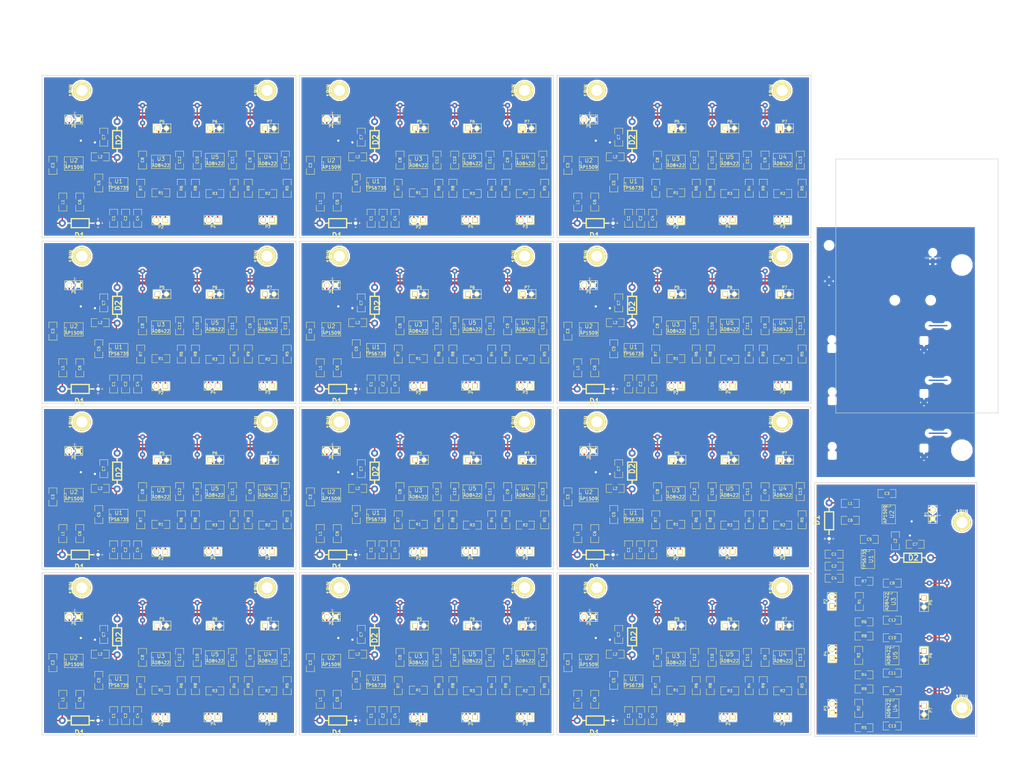
<source format=kicad_pcb>
(kicad_pcb (version 3) (host pcbnew "(2013-12-18 BZR 4557)-product")
  (layers (15 F.Cu signal) (0 B.Cu signal hide) (18 B.Paste user) (19 F.Paste user) (20 B.SilkS user) (21 F.SilkS user) (22 B.Mask user) (23 F.Mask user) (28 Edge.Cuts user))
  (net 0 "")
  (net 1 +12V)
  (net 2 /+5V)
  (net 3 /-5V)
  (net 4 GND)
  (net 5 "Net-(C1-Pad2)")
  (net 6 "Net-(C2-Pad2)")
  (net 7 "Net-(C4-Pad2)")
  (net 8 "Net-(D1-Pad2)")
  (net 9 "Net-(D2-Pad2)")
  (net 10 "Net-(P2-Pad1)")
  (net 11 "Net-(P2-Pad2)")
  (net 12 "Net-(P3-Pad1)")
  (net 13 "Net-(P3-Pad2)")
  (net 14 "Net-(P4-Pad1)")
  (net 15 "Net-(P4-Pad2)")
  (net 16 "Net-(P5-Pad1)")
  (net 17 "Net-(P6-Pad1)")
  (net 18 "Net-(P7-Pad1)")
  (net 19 "Net-(R1-Pad1)")
  (net 20 "Net-(R1-Pad2)")
  (net 21 "Net-(R2-Pad1)")
  (net 22 "Net-(R2-Pad2)")
  (net 23 "Net-(R3-Pad1)")
  (net 24 "Net-(R3-Pad2)")
  (module Connect:1pin (layer F.Cu) (at 223.5 60.5 90)
    (fp_text reference 1PIN (at 0 -3.048 90) (layer F.SilkS) (effects (font (size 1.016 1.016) (thickness 0.254))))
    (fp_text value P*** hide)
    (pad 1 thru_hole circle (at 0 0 90) (size 5.064 5.064) (drill 3.148) (layers *.Cu *.Mask F.SilkS))
  )
  (module SMD_Packages:SO8E (layer F.Cu) (at 208.7 80.25)
    (fp_text reference U5 (at 0 -0.889) (layer F.SilkS) (effects (font (size 1.143 1.143) (thickness 0.1524))))
    (fp_text value AD8422 (at 0 1.016) (layer F.SilkS) (effects (font (size 0.889 0.889) (thickness 0.1524))))
    (pad 8 smd rect (at -1.905 -2.667) (size 0.59944 1.39954) (layers F.Cu F.Paste F.Mask) (net 2 /+5V))
    (pad 1 smd rect (at -1.905 2.667) (size 0.59944 1.39954) (layers F.Cu F.Paste F.Mask) (net 15 "Net-(P4-Pad2)"))
    (pad 7 smd rect (at -0.635 -2.667) (size 0.59944 1.39954) (layers F.Cu F.Paste F.Mask) (net 17 "Net-(P6-Pad1)"))
    (pad 6 smd rect (at 0.635 -2.667) (size 0.59944 1.39954) (layers F.Cu F.Paste F.Mask) (net 4 GND))
    (pad 5 smd rect (at 1.905 -2.667) (size 0.59944 1.39954) (layers F.Cu F.Paste F.Mask) (net 3 /-5V))
    (pad 2 smd rect (at -0.635 2.667) (size 0.59944 1.39954) (layers F.Cu F.Paste F.Mask) (net 23 "Net-(R3-Pad1)"))
    (pad 3 smd rect (at 0.635 2.667) (size 0.59944 1.39954) (layers F.Cu F.Paste F.Mask) (net 24 "Net-(R3-Pad2)"))
    (pad 4 smd rect (at 1.905 2.667) (size 0.59944 1.39954) (layers F.Cu F.Paste F.Mask) (net 14 "Net-(P4-Pad1)"))
  )
  (module SMD_Packages:SO8E (layer F.Cu) (at 223.7 80.25)
    (fp_text reference U4 (at 0 -0.889) (layer F.SilkS) (effects (font (size 1.143 1.143) (thickness 0.1524))))
    (fp_text value AD8422 (at 0 1.016) (layer F.SilkS) (effects (font (size 0.889 0.889) (thickness 0.1524))))
    (pad 8 smd rect (at -1.905 -2.667) (size 0.59944 1.39954) (layers F.Cu F.Paste F.Mask) (net 2 /+5V))
    (pad 1 smd rect (at -1.905 2.667) (size 0.59944 1.39954) (layers F.Cu F.Paste F.Mask) (net 13 "Net-(P3-Pad2)"))
    (pad 7 smd rect (at -0.635 -2.667) (size 0.59944 1.39954) (layers F.Cu F.Paste F.Mask) (net 18 "Net-(P7-Pad1)"))
    (pad 6 smd rect (at 0.635 -2.667) (size 0.59944 1.39954) (layers F.Cu F.Paste F.Mask) (net 4 GND))
    (pad 5 smd rect (at 1.905 -2.667) (size 0.59944 1.39954) (layers F.Cu F.Paste F.Mask) (net 3 /-5V))
    (pad 2 smd rect (at -0.635 2.667) (size 0.59944 1.39954) (layers F.Cu F.Paste F.Mask) (net 21 "Net-(R2-Pad1)"))
    (pad 3 smd rect (at 0.635 2.667) (size 0.59944 1.39954) (layers F.Cu F.Paste F.Mask) (net 22 "Net-(R2-Pad2)"))
    (pad 4 smd rect (at 1.905 2.667) (size 0.59944 1.39954) (layers F.Cu F.Paste F.Mask) (net 12 "Net-(P3-Pad1)"))
  )
  (module SMD_Packages:SO8E (layer F.Cu) (at 193.4 80.75)
    (fp_text reference U3 (at 0 -0.889) (layer F.SilkS) (effects (font (size 1.143 1.143) (thickness 0.1524))))
    (fp_text value AD8422 (at 0 1.016) (layer F.SilkS) (effects (font (size 0.889 0.889) (thickness 0.1524))))
    (pad 8 smd rect (at -1.905 -2.667) (size 0.59944 1.39954) (layers F.Cu F.Paste F.Mask) (net 2 /+5V))
    (pad 1 smd rect (at -1.905 2.667) (size 0.59944 1.39954) (layers F.Cu F.Paste F.Mask) (net 11 "Net-(P2-Pad2)"))
    (pad 7 smd rect (at -0.635 -2.667) (size 0.59944 1.39954) (layers F.Cu F.Paste F.Mask) (net 16 "Net-(P5-Pad1)"))
    (pad 6 smd rect (at 0.635 -2.667) (size 0.59944 1.39954) (layers F.Cu F.Paste F.Mask) (net 4 GND))
    (pad 5 smd rect (at 1.905 -2.667) (size 0.59944 1.39954) (layers F.Cu F.Paste F.Mask) (net 3 /-5V))
    (pad 2 smd rect (at -0.635 2.667) (size 0.59944 1.39954) (layers F.Cu F.Paste F.Mask) (net 19 "Net-(R1-Pad1)"))
    (pad 3 smd rect (at 0.635 2.667) (size 0.59944 1.39954) (layers F.Cu F.Paste F.Mask) (net 20 "Net-(R1-Pad2)"))
    (pad 4 smd rect (at 1.905 2.667) (size 0.59944 1.39954) (layers F.Cu F.Paste F.Mask) (net 10 "Net-(P2-Pad1)"))
  )
  (module SMD_Packages:SO8E (layer F.Cu) (at 168.7 81.25)
    (fp_text reference U2 (at 0 -0.889) (layer F.SilkS) (effects (font (size 1.143 1.143) (thickness 0.1524))))
    (fp_text value AP1509 (at 0 1.016) (layer F.SilkS) (effects (font (size 0.889 0.889) (thickness 0.1524))))
    (pad 8 smd rect (at -1.905 -2.667) (size 0.59944 1.39954) (layers F.Cu F.Paste F.Mask) (net 4 GND))
    (pad 1 smd rect (at -1.905 2.667) (size 0.59944 1.39954) (layers F.Cu F.Paste F.Mask) (net 1 +12V))
    (pad 7 smd rect (at -0.635 -2.667) (size 0.59944 1.39954) (layers F.Cu F.Paste F.Mask) (net 4 GND))
    (pad 6 smd rect (at 0.635 -2.667) (size 0.59944 1.39954) (layers F.Cu F.Paste F.Mask) (net 4 GND))
    (pad 5 smd rect (at 1.905 -2.667) (size 0.59944 1.39954) (layers F.Cu F.Paste F.Mask) (net 4 GND))
    (pad 2 smd rect (at -0.635 2.667) (size 0.59944 1.39954) (layers F.Cu F.Paste F.Mask) (net 8 "Net-(D1-Pad2)"))
    (pad 3 smd rect (at 0.635 2.667) (size 0.59944 1.39954) (layers F.Cu F.Paste F.Mask) (net 2 /+5V))
    (pad 4 smd rect (at 1.905 2.667) (size 0.59944 1.39954) (layers F.Cu F.Paste F.Mask) (net 4 GND))
  )
  (module SMD_Packages:SO8E (layer F.Cu) (at 181.4 87.15)
    (fp_text reference U1 (at 0 -0.889) (layer F.SilkS) (effects (font (size 1.143 1.143) (thickness 0.1524))))
    (fp_text value TPS6735 (at 0 1.016) (layer F.SilkS) (effects (font (size 0.889 0.889) (thickness 0.1524))))
    (pad 8 smd rect (at -1.905 -2.667) (size 0.59944 1.39954) (layers F.Cu F.Paste F.Mask) (net 2 /+5V))
    (pad 1 smd rect (at -1.905 2.667) (size 0.59944 1.39954) (layers F.Cu F.Paste F.Mask) (net 2 /+5V))
    (pad 7 smd rect (at -0.635 -2.667) (size 0.59944 1.39954) (layers F.Cu F.Paste F.Mask) (net 9 "Net-(D2-Pad2)"))
    (pad 6 smd rect (at 0.635 -2.667) (size 0.59944 1.39954) (layers F.Cu F.Paste F.Mask) (net 4 GND))
    (pad 5 smd rect (at 1.905 -2.667) (size 0.59944 1.39954) (layers F.Cu F.Paste F.Mask) (net 3 /-5V))
    (pad 2 smd rect (at -0.635 2.667) (size 0.59944 1.39954) (layers F.Cu F.Paste F.Mask) (net 5 "Net-(C1-Pad2)"))
    (pad 3 smd rect (at 0.635 2.667) (size 0.59944 1.39954) (layers F.Cu F.Paste F.Mask) (net 6 "Net-(C2-Pad2)"))
    (pad 4 smd rect (at 1.905 2.667) (size 0.59944 1.39954) (layers F.Cu F.Paste F.Mask) (net 7 "Net-(C4-Pad2)"))
  )
  (module SMD_Packages:SM1206 (layer F.Cu) (at 218.2 88.25 90)
    (fp_text reference R9 (at 0 0 90) (layer F.SilkS) (effects (font (size 0.762 0.762) (thickness 0.127))))
    (fp_text value 10M hide)
    (pad 1 smd rect (at -1.651 0 90) (size 1.524 2.032) (layers F.Cu F.Paste F.Mask) (net 13 "Net-(P3-Pad2)"))
    (pad 2 smd rect (at 1.651 0 90) (size 1.524 2.032) (layers F.Cu F.Paste F.Mask) (net 4 GND))
  )
  (module SMD_Packages:SM1206 (layer F.Cu) (at 203.2 88.25 90)
    (fp_text reference R8 (at 0 0 90) (layer F.SilkS) (effects (font (size 0.762 0.762) (thickness 0.127))))
    (fp_text value 10M hide)
    (pad 1 smd rect (at -1.651 0 90) (size 1.524 2.032) (layers F.Cu F.Paste F.Mask) (net 15 "Net-(P4-Pad2)"))
    (pad 2 smd rect (at 1.651 0 90) (size 1.524 2.032) (layers F.Cu F.Paste F.Mask) (net 4 GND))
  )
  (module SMD_Packages:SM1206 (layer F.Cu) (at 187.7 88.25 90)
    (fp_text reference R7 (at 0 0 90) (layer F.SilkS) (effects (font (size 0.762 0.762) (thickness 0.127))))
    (fp_text value 10M hide)
    (pad 1 smd rect (at -1.651 0 90) (size 1.524 2.032) (layers F.Cu F.Paste F.Mask) (net 11 "Net-(P2-Pad2)"))
    (pad 2 smd rect (at 1.651 0 90) (size 1.524 2.032) (layers F.Cu F.Paste F.Mask) (net 4 GND))
  )
  (module SMD_Packages:SM1206 (layer F.Cu) (at 199.2 88.25 90)
    (fp_text reference R6 (at 0 0 90) (layer F.SilkS) (effects (font (size 0.762 0.762) (thickness 0.127))))
    (fp_text value 10M hide)
    (pad 1 smd rect (at -1.651 0 90) (size 1.524 2.032) (layers F.Cu F.Paste F.Mask) (net 10 "Net-(P2-Pad1)"))
    (pad 2 smd rect (at 1.651 0 90) (size 1.524 2.032) (layers F.Cu F.Paste F.Mask) (net 4 GND))
  )
  (module SMD_Packages:SM1206 (layer F.Cu) (at 229.2 88.25 90)
    (fp_text reference R5 (at 0 0 90) (layer F.SilkS) (effects (font (size 0.762 0.762) (thickness 0.127))))
    (fp_text value 10M hide)
    (pad 1 smd rect (at -1.651 0 90) (size 1.524 2.032) (layers F.Cu F.Paste F.Mask) (net 12 "Net-(P3-Pad1)"))
    (pad 2 smd rect (at 1.651 0 90) (size 1.524 2.032) (layers F.Cu F.Paste F.Mask) (net 4 GND))
  )
  (module SMD_Packages:SM1206 (layer F.Cu) (at 214.2 88.25 90)
    (fp_text reference R4 (at 0 0 90) (layer F.SilkS) (effects (font (size 0.762 0.762) (thickness 0.127))))
    (fp_text value 10M hide)
    (pad 1 smd rect (at -1.651 0 90) (size 1.524 2.032) (layers F.Cu F.Paste F.Mask) (net 14 "Net-(P4-Pad1)"))
    (pad 2 smd rect (at 1.651 0 90) (size 1.524 2.032) (layers F.Cu F.Paste F.Mask) (net 4 GND))
  )
  (module SMD_Packages:SM1206 (layer F.Cu) (at 208.7 89.75)
    (fp_text reference R3 (at 0 0) (layer F.SilkS) (effects (font (size 0.762 0.762) (thickness 0.127))))
    (fp_text value 200 hide)
    (pad 1 smd rect (at -1.651 0) (size 1.524 2.032) (layers F.Cu F.Paste F.Mask) (net 23 "Net-(R3-Pad1)"))
    (pad 2 smd rect (at 1.651 0) (size 1.524 2.032) (layers F.Cu F.Paste F.Mask) (net 24 "Net-(R3-Pad2)"))
  )
  (module SMD_Packages:SM1206 (layer F.Cu) (at 223.7 89.75)
    (fp_text reference R2 (at 0 0) (layer F.SilkS) (effects (font (size 0.762 0.762) (thickness 0.127))))
    (fp_text value 200 hide)
    (pad 1 smd rect (at -1.651 0) (size 1.524 2.032) (layers F.Cu F.Paste F.Mask) (net 21 "Net-(R2-Pad1)"))
    (pad 2 smd rect (at 1.651 0) (size 1.524 2.032) (layers F.Cu F.Paste F.Mask) (net 22 "Net-(R2-Pad2)"))
  )
  (module SMD_Packages:SM1206 (layer F.Cu) (at 193.4 89.55)
    (fp_text reference R1 (at 0 0) (layer F.SilkS) (effects (font (size 0.762 0.762) (thickness 0.127))))
    (fp_text value 200 hide)
    (pad 1 smd rect (at -1.651 0) (size 1.524 2.032) (layers F.Cu F.Paste F.Mask) (net 19 "Net-(R1-Pad1)"))
    (pad 2 smd rect (at 1.651 0) (size 1.524 2.032) (layers F.Cu F.Paste F.Mask) (net 20 "Net-(R1-Pad2)"))
  )
  (module Pin_Arrays:PIN_ARRAY_2X1 (layer F.Cu) (at 224.2 71.25)
    (fp_text reference P7 (at 0 -1.905) (layer F.SilkS) (effects (font (size 0.762 0.762) (thickness 0.1524))))
    (fp_text value CONN_2 hide)
    (pad 1 thru_hole rect (at -1.27 0) (size 1.524 1.524) (drill 1.016) (layers *.Cu *.Mask F.SilkS) (net 18 "Net-(P7-Pad1)"))
    (pad 2 thru_hole circle (at 1.27 0) (size 1.524 1.524) (drill 1.016) (layers *.Cu *.Mask F.SilkS) (net 4 GND))
  )
  (module Pin_Arrays:PIN_ARRAY_2X1 (layer F.Cu) (at 208.7 71.25)
    (fp_text reference P6 (at 0 -1.905) (layer F.SilkS) (effects (font (size 0.762 0.762) (thickness 0.1524))))
    (fp_text value CONN_2 hide)
    (pad 1 thru_hole rect (at -1.27 0) (size 1.524 1.524) (drill 1.016) (layers *.Cu *.Mask F.SilkS) (net 17 "Net-(P6-Pad1)"))
    (pad 2 thru_hole circle (at 1.27 0) (size 1.524 1.524) (drill 1.016) (layers *.Cu *.Mask F.SilkS) (net 4 GND))
  )
  (module Pin_Arrays:PIN_ARRAY_2X1 (layer F.Cu) (at 193.7 71.25)
    (fp_text reference P5 (at 0 -1.905) (layer F.SilkS) (effects (font (size 0.762 0.762) (thickness 0.1524))))
    (fp_text value CONN_2 hide)
    (pad 1 thru_hole rect (at -1.27 0) (size 1.524 1.524) (drill 1.016) (layers *.Cu *.Mask F.SilkS) (net 16 "Net-(P5-Pad1)"))
    (pad 2 thru_hole circle (at 1.27 0) (size 1.524 1.524) (drill 1.016) (layers *.Cu *.Mask F.SilkS) (net 4 GND))
  )
  (module Pin_Arrays:PIN_ARRAY_2X1 (layer F.Cu) (at 208.2 97.25 180)
    (fp_text reference P4 (at 0 -1.905 180) (layer F.SilkS) (effects (font (size 0.762 0.762) (thickness 0.1524))))
    (fp_text value CONN_2 hide)
    (pad 1 thru_hole rect (at -1.27 0 180) (size 1.524 1.524) (drill 1.016) (layers *.Cu *.Mask F.SilkS) (net 14 "Net-(P4-Pad1)"))
    (pad 2 thru_hole circle (at 1.27 0 180) (size 1.524 1.524) (drill 1.016) (layers *.Cu *.Mask F.SilkS) (net 15 "Net-(P4-Pad2)"))
  )
  (module Pin_Arrays:PIN_ARRAY_2X1 (layer F.Cu) (at 223.7 97.25 180)
    (fp_text reference P3 (at 0 -1.905 180) (layer F.SilkS) (effects (font (size 0.762 0.762) (thickness 0.1524))))
    (fp_text value CONN_2 hide)
    (pad 1 thru_hole rect (at -1.27 0 180) (size 1.524 1.524) (drill 1.016) (layers *.Cu *.Mask F.SilkS) (net 12 "Net-(P3-Pad1)"))
    (pad 2 thru_hole circle (at 1.27 0 180) (size 1.524 1.524) (drill 1.016) (layers *.Cu *.Mask F.SilkS) (net 13 "Net-(P3-Pad2)"))
  )
  (module Pin_Arrays:PIN_ARRAY_2X1 (layer F.Cu) (at 193.4 97.35 180)
    (fp_text reference P2 (at 0 -1.905 180) (layer F.SilkS) (effects (font (size 0.762 0.762) (thickness 0.1524))))
    (fp_text value CONN_2 hide)
    (pad 1 thru_hole rect (at -1.27 0 180) (size 1.524 1.524) (drill 1.016) (layers *.Cu *.Mask F.SilkS) (net 10 "Net-(P2-Pad1)"))
    (pad 2 thru_hole circle (at 1.27 0 180) (size 1.524 1.524) (drill 1.016) (layers *.Cu *.Mask F.SilkS) (net 11 "Net-(P2-Pad2)"))
  )
  (module Pin_Arrays:PIN_ARRAY_2X1 (layer F.Cu) (at 168.7 68.75 180)
    (fp_text reference P1 (at 0 -1.905 180) (layer F.SilkS) (effects (font (size 0.762 0.762) (thickness 0.1524))))
    (fp_text value CONN_2 hide)
    (pad 1 thru_hole rect (at -1.27 0 180) (size 1.524 1.524) (drill 1.016) (layers *.Cu *.Mask F.SilkS) (net 4 GND))
    (pad 2 thru_hole circle (at 1.27 0 180) (size 1.524 1.524) (drill 1.016) (layers *.Cu *.Mask F.SilkS) (net 1 +12V))
  )
  (module SMD_Packages:SM1206 (layer F.Cu) (at 176.2 79.35)
    (fp_text reference L2 (at 0 0) (layer F.SilkS) (effects (font (size 0.762 0.762) (thickness 0.127))))
    (fp_text value 10uH hide)
    (pad 1 smd rect (at -1.651 0) (size 1.524 2.032) (layers F.Cu F.Paste F.Mask) (net 4 GND))
    (pad 2 smd rect (at 1.651 0) (size 1.524 2.032) (layers F.Cu F.Paste F.Mask) (net 9 "Net-(D2-Pad2)"))
  )
  (module SMD_Packages:SM1206 (layer F.Cu) (at 165.6 92.15 90)
    (fp_text reference L1 (at 0 0 90) (layer F.SilkS) (effects (font (size 0.762 0.762) (thickness 0.127))))
    (fp_text value 47uH hide)
    (pad 1 smd rect (at -1.651 0 90) (size 1.524 2.032) (layers F.Cu F.Paste F.Mask) (net 8 "Net-(D1-Pad2)"))
    (pad 2 smd rect (at 1.651 0 90) (size 1.524 2.032) (layers F.Cu F.Paste F.Mask) (net 2 /+5V))
  )
  (module Resistors_ThroughHole:Resistor_Horizontal_RM10mm_22Apr2011 (layer F.Cu) (at 181 74.35 270)
    (fp_text reference D2 (at 0.4 0 270) (layer F.SilkS) (effects (font (thickness 0.3048))))
    (fp_text value DIODESCH hide)
    (pad 1 thru_hole circle (at -5.00126 0 270) (size 1.99898 1.99898) (drill 1.00076) (layers *.Cu) (net 3 /-5V))
    (pad 2 thru_hole circle (at 5.15874 0 270) (size 1.99898 1.99898) (drill 1.00076) (layers *.Cu) (net 9 "Net-(D2-Pad2)"))
  )
  (module Resistors_ThroughHole:Resistor_Horizontal_RM10mm_22Apr2011 (layer F.Cu) (at 170.6 98.15 180)
    (fp_text reference D1 (at 0.24892 -3.50012 180) (layer F.SilkS) (effects (font (thickness 0.3048))))
    (fp_text value DIODESCH hide)
    (pad 1 thru_hole circle (at -5.00126 0 180) (size 1.99898 1.99898) (drill 1.00076) (layers *.Cu) (net 4 GND))
    (pad 2 thru_hole circle (at 5.15874 0 180) (size 1.99898 1.99898) (drill 1.00076) (layers *.Cu) (net 8 "Net-(D1-Pad2)"))
  )
  (module SMD_Packages:SM1206 (layer F.Cu) (at 228.7 80.25 90)
    (fp_text reference C13 (at 0 0 90) (layer F.SilkS) (effects (font (size 0.762 0.762) (thickness 0.127))))
    (fp_text value 0.1uF hide)
    (pad 1 smd rect (at -1.651 0 90) (size 1.524 2.032) (layers F.Cu F.Paste F.Mask) (net 4 GND))
    (pad 2 smd rect (at 1.651 0 90) (size 1.524 2.032) (layers F.Cu F.Paste F.Mask) (net 3 /-5V))
  )
  (module SMD_Packages:SM1206 (layer F.Cu) (at 198.7 80.25 90)
    (fp_text reference C12 (at 0 0 90) (layer F.SilkS) (effects (font (size 0.762 0.762) (thickness 0.127))))
    (fp_text value 0.1uF hide)
    (pad 1 smd rect (at -1.651 0 90) (size 1.524 2.032) (layers F.Cu F.Paste F.Mask) (net 4 GND))
    (pad 2 smd rect (at 1.651 0 90) (size 1.524 2.032) (layers F.Cu F.Paste F.Mask) (net 3 /-5V))
  )
  (module SMD_Packages:SM1206 (layer F.Cu) (at 213.7 80.25 90)
    (fp_text reference C11 (at 0 0 90) (layer F.SilkS) (effects (font (size 0.762 0.762) (thickness 0.127))))
    (fp_text value 0.1uF hide)
    (pad 1 smd rect (at -1.651 0 90) (size 1.524 2.032) (layers F.Cu F.Paste F.Mask) (net 4 GND))
    (pad 2 smd rect (at 1.651 0 90) (size 1.524 2.032) (layers F.Cu F.Paste F.Mask) (net 3 /-5V))
  )
  (module SMD_Packages:SM1206 (layer F.Cu) (at 203.7 80.25 90)
    (fp_text reference C10 (at 0 0 90) (layer F.SilkS) (effects (font (size 0.762 0.762) (thickness 0.127))))
    (fp_text value 0.1uF hide)
    (pad 1 smd rect (at -1.651 0 90) (size 1.524 2.032) (layers F.Cu F.Paste F.Mask) (net 4 GND))
    (pad 2 smd rect (at 1.651 0 90) (size 1.524 2.032) (layers F.Cu F.Paste F.Mask) (net 2 /+5V))
  )
  (module SMD_Packages:SM1206 (layer F.Cu) (at 218.7 80.25 90)
    (fp_text reference C9 (at 0 0 90) (layer F.SilkS) (effects (font (size 0.762 0.762) (thickness 0.127))))
    (fp_text value 0.1uF hide)
    (pad 1 smd rect (at -1.651 0 90) (size 1.524 2.032) (layers F.Cu F.Paste F.Mask) (net 4 GND))
    (pad 2 smd rect (at 1.651 0 90) (size 1.524 2.032) (layers F.Cu F.Paste F.Mask) (net 2 /+5V))
  )
  (module SMD_Packages:SM1206 (layer F.Cu) (at 188.2 80.25 90)
    (fp_text reference C8 (at 0 0 90) (layer F.SilkS) (effects (font (size 0.762 0.762) (thickness 0.127))))
    (fp_text value 0.1uF hide)
    (pad 1 smd rect (at -1.651 0 90) (size 1.524 2.032) (layers F.Cu F.Paste F.Mask) (net 4 GND))
    (pad 2 smd rect (at 1.651 0 90) (size 1.524 2.032) (layers F.Cu F.Paste F.Mask) (net 2 /+5V))
  )
  (module SMD_Packages:SM1206 (layer F.Cu) (at 177.2 73.75 90)
    (fp_text reference C7 (at 0 0 90) (layer F.SilkS) (effects (font (size 0.762 0.762) (thickness 0.127))))
    (fp_text value 100uF hide)
    (pad 1 smd rect (at -1.651 0 90) (size 1.524 2.032) (layers F.Cu F.Paste F.Mask) (net 4 GND))
    (pad 2 smd rect (at 1.651 0 90) (size 1.524 2.032) (layers F.Cu F.Paste F.Mask) (net 3 /-5V))
  )
  (module SMD_Packages:SM1206 (layer F.Cu) (at 170.4 92.15 90)
    (fp_text reference C6 (at 0 0 90) (layer F.SilkS) (effects (font (size 0.762 0.762) (thickness 0.127))))
    (fp_text value 47uF hide)
    (pad 1 smd rect (at -1.651 0 90) (size 1.524 2.032) (layers F.Cu F.Paste F.Mask) (net 4 GND))
    (pad 2 smd rect (at 1.651 0 90) (size 1.524 2.032) (layers F.Cu F.Paste F.Mask) (net 2 /+5V))
  )
  (module SMD_Packages:SM1206 (layer F.Cu) (at 175.8 86.75 90)
    (fp_text reference C5 (at 0 0 90) (layer F.SilkS) (effects (font (size 0.762 0.762) (thickness 0.127))))
    (fp_text value 1uF hide)
    (pad 1 smd rect (at -1.651 0 90) (size 1.524 2.032) (layers F.Cu F.Paste F.Mask) (net 4 GND))
    (pad 2 smd rect (at 1.651 0 90) (size 1.524 2.032) (layers F.Cu F.Paste F.Mask) (net 2 /+5V))
  )
  (module SMD_Packages:SM1206 (layer F.Cu) (at 186.8 96.75 90)
    (fp_text reference C4 (at 0 0 90) (layer F.SilkS) (effects (font (size 0.762 0.762) (thickness 0.127))))
    (fp_text value 82pF hide)
    (pad 1 smd rect (at -1.651 0 90) (size 1.524 2.032) (layers F.Cu F.Paste F.Mask) (net 4 GND))
    (pad 2 smd rect (at 1.651 0 90) (size 1.524 2.032) (layers F.Cu F.Paste F.Mask) (net 7 "Net-(C4-Pad2)"))
  )
  (module SMD_Packages:SM1206 (layer F.Cu) (at 162.8 81.75 270)
    (fp_text reference C3 (at 0 0 270) (layer F.SilkS) (effects (font (size 0.762 0.762) (thickness 0.127))))
    (fp_text value 47uF hide)
    (pad 1 smd rect (at -1.651 0 270) (size 1.524 2.032) (layers F.Cu F.Paste F.Mask) (net 4 GND))
    (pad 2 smd rect (at 1.651 0 270) (size 1.524 2.032) (layers F.Cu F.Paste F.Mask) (net 1 +12V))
  )
  (module SMD_Packages:SM1206 (layer F.Cu) (at 183.4 96.75 90)
    (fp_text reference C2 (at 0 0 90) (layer F.SilkS) (effects (font (size 0.762 0.762) (thickness 0.127))))
    (fp_text value 0.1uF hide)
    (pad 1 smd rect (at -1.651 0 90) (size 1.524 2.032) (layers F.Cu F.Paste F.Mask) (net 4 GND))
    (pad 2 smd rect (at 1.651 0 90) (size 1.524 2.032) (layers F.Cu F.Paste F.Mask) (net 6 "Net-(C2-Pad2)"))
  )
  (module SMD_Packages:SM1206 (layer F.Cu) (at 180 96.75 90)
    (fp_text reference C1 (at 0 0 90) (layer F.SilkS) (effects (font (size 0.762 0.762) (thickness 0.127))))
    (fp_text value 10uF hide)
    (pad 1 smd rect (at -1.651 0 90) (size 1.524 2.032) (layers F.Cu F.Paste F.Mask) (net 4 GND))
    (pad 2 smd rect (at 1.651 0 90) (size 1.524 2.032) (layers F.Cu F.Paste F.Mask) (net 5 "Net-(C1-Pad2)"))
  )
  (module Connect:1pin (layer F.Cu) (at 171 60.5 90)
    (fp_text reference 1PIN (at 0 -3.048 90) (layer F.SilkS) (effects (font (size 1.016 1.016) (thickness 0.254))))
    (fp_text value P*** hide)
    (pad 1 thru_hole circle (at 0 0 90) (size 5.064 5.064) (drill 3.148) (layers *.Cu *.Mask F.SilkS))
  )
  (module Connect:1pin (layer F.Cu) (at 171 107.5 90)
    (fp_text reference 1PIN (at 0 -3.048 90) (layer F.SilkS) (effects (font (size 1.016 1.016) (thickness 0.254))))
    (fp_text value P*** hide)
    (pad 1 thru_hole circle (at 0 0 90) (size 5.064 5.064) (drill 3.148) (layers *.Cu *.Mask F.SilkS))
  )
  (module SMD_Packages:SM1206 (layer F.Cu) (at 180 143.75 90)
    (fp_text reference C1 (at 0 0 90) (layer F.SilkS) (effects (font (size 0.762 0.762) (thickness 0.127))))
    (fp_text value 10uF hide)
    (pad 1 smd rect (at -1.651 0 90) (size 1.524 2.032) (layers F.Cu F.Paste F.Mask) (net 4 GND))
    (pad 2 smd rect (at 1.651 0 90) (size 1.524 2.032) (layers F.Cu F.Paste F.Mask) (net 5 "Net-(C1-Pad2)"))
  )
  (module SMD_Packages:SM1206 (layer F.Cu) (at 183.4 143.75 90)
    (fp_text reference C2 (at 0 0 90) (layer F.SilkS) (effects (font (size 0.762 0.762) (thickness 0.127))))
    (fp_text value 0.1uF hide)
    (pad 1 smd rect (at -1.651 0 90) (size 1.524 2.032) (layers F.Cu F.Paste F.Mask) (net 4 GND))
    (pad 2 smd rect (at 1.651 0 90) (size 1.524 2.032) (layers F.Cu F.Paste F.Mask) (net 6 "Net-(C2-Pad2)"))
  )
  (module SMD_Packages:SM1206 (layer F.Cu) (at 162.8 128.75 270)
    (fp_text reference C3 (at 0 0 270) (layer F.SilkS) (effects (font (size 0.762 0.762) (thickness 0.127))))
    (fp_text value 47uF hide)
    (pad 1 smd rect (at -1.651 0 270) (size 1.524 2.032) (layers F.Cu F.Paste F.Mask) (net 4 GND))
    (pad 2 smd rect (at 1.651 0 270) (size 1.524 2.032) (layers F.Cu F.Paste F.Mask) (net 1 +12V))
  )
  (module SMD_Packages:SM1206 (layer F.Cu) (at 186.8 143.75 90)
    (fp_text reference C4 (at 0 0 90) (layer F.SilkS) (effects (font (size 0.762 0.762) (thickness 0.127))))
    (fp_text value 82pF hide)
    (pad 1 smd rect (at -1.651 0 90) (size 1.524 2.032) (layers F.Cu F.Paste F.Mask) (net 4 GND))
    (pad 2 smd rect (at 1.651 0 90) (size 1.524 2.032) (layers F.Cu F.Paste F.Mask) (net 7 "Net-(C4-Pad2)"))
  )
  (module SMD_Packages:SM1206 (layer F.Cu) (at 175.8 133.75 90)
    (fp_text reference C5 (at 0 0 90) (layer F.SilkS) (effects (font (size 0.762 0.762) (thickness 0.127))))
    (fp_text value 1uF hide)
    (pad 1 smd rect (at -1.651 0 90) (size 1.524 2.032) (layers F.Cu F.Paste F.Mask) (net 4 GND))
    (pad 2 smd rect (at 1.651 0 90) (size 1.524 2.032) (layers F.Cu F.Paste F.Mask) (net 2 /+5V))
  )
  (module SMD_Packages:SM1206 (layer F.Cu) (at 170.4 139.15 90)
    (fp_text reference C6 (at 0 0 90) (layer F.SilkS) (effects (font (size 0.762 0.762) (thickness 0.127))))
    (fp_text value 47uF hide)
    (pad 1 smd rect (at -1.651 0 90) (size 1.524 2.032) (layers F.Cu F.Paste F.Mask) (net 4 GND))
    (pad 2 smd rect (at 1.651 0 90) (size 1.524 2.032) (layers F.Cu F.Paste F.Mask) (net 2 /+5V))
  )
  (module SMD_Packages:SM1206 (layer F.Cu) (at 177.2 120.75 90)
    (fp_text reference C7 (at 0 0 90) (layer F.SilkS) (effects (font (size 0.762 0.762) (thickness 0.127))))
    (fp_text value 100uF hide)
    (pad 1 smd rect (at -1.651 0 90) (size 1.524 2.032) (layers F.Cu F.Paste F.Mask) (net 4 GND))
    (pad 2 smd rect (at 1.651 0 90) (size 1.524 2.032) (layers F.Cu F.Paste F.Mask) (net 3 /-5V))
  )
  (module SMD_Packages:SM1206 (layer F.Cu) (at 188.2 127.25 90)
    (fp_text reference C8 (at 0 0 90) (layer F.SilkS) (effects (font (size 0.762 0.762) (thickness 0.127))))
    (fp_text value 0.1uF hide)
    (pad 1 smd rect (at -1.651 0 90) (size 1.524 2.032) (layers F.Cu F.Paste F.Mask) (net 4 GND))
    (pad 2 smd rect (at 1.651 0 90) (size 1.524 2.032) (layers F.Cu F.Paste F.Mask) (net 2 /+5V))
  )
  (module SMD_Packages:SM1206 (layer F.Cu) (at 218.7 127.25 90)
    (fp_text reference C9 (at 0 0 90) (layer F.SilkS) (effects (font (size 0.762 0.762) (thickness 0.127))))
    (fp_text value 0.1uF hide)
    (pad 1 smd rect (at -1.651 0 90) (size 1.524 2.032) (layers F.Cu F.Paste F.Mask) (net 4 GND))
    (pad 2 smd rect (at 1.651 0 90) (size 1.524 2.032) (layers F.Cu F.Paste F.Mask) (net 2 /+5V))
  )
  (module SMD_Packages:SM1206 (layer F.Cu) (at 203.7 127.25 90)
    (fp_text reference C10 (at 0 0 90) (layer F.SilkS) (effects (font (size 0.762 0.762) (thickness 0.127))))
    (fp_text value 0.1uF hide)
    (pad 1 smd rect (at -1.651 0 90) (size 1.524 2.032) (layers F.Cu F.Paste F.Mask) (net 4 GND))
    (pad 2 smd rect (at 1.651 0 90) (size 1.524 2.032) (layers F.Cu F.Paste F.Mask) (net 2 /+5V))
  )
  (module SMD_Packages:SM1206 (layer F.Cu) (at 213.7 127.25 90)
    (fp_text reference C11 (at 0 0 90) (layer F.SilkS) (effects (font (size 0.762 0.762) (thickness 0.127))))
    (fp_text value 0.1uF hide)
    (pad 1 smd rect (at -1.651 0 90) (size 1.524 2.032) (layers F.Cu F.Paste F.Mask) (net 4 GND))
    (pad 2 smd rect (at 1.651 0 90) (size 1.524 2.032) (layers F.Cu F.Paste F.Mask) (net 3 /-5V))
  )
  (module SMD_Packages:SM1206 (layer F.Cu) (at 198.7 127.25 90)
    (fp_text reference C12 (at 0 0 90) (layer F.SilkS) (effects (font (size 0.762 0.762) (thickness 0.127))))
    (fp_text value 0.1uF hide)
    (pad 1 smd rect (at -1.651 0 90) (size 1.524 2.032) (layers F.Cu F.Paste F.Mask) (net 4 GND))
    (pad 2 smd rect (at 1.651 0 90) (size 1.524 2.032) (layers F.Cu F.Paste F.Mask) (net 3 /-5V))
  )
  (module SMD_Packages:SM1206 (layer F.Cu) (at 228.7 127.25 90)
    (fp_text reference C13 (at 0 0 90) (layer F.SilkS) (effects (font (size 0.762 0.762) (thickness 0.127))))
    (fp_text value 0.1uF hide)
    (pad 1 smd rect (at -1.651 0 90) (size 1.524 2.032) (layers F.Cu F.Paste F.Mask) (net 4 GND))
    (pad 2 smd rect (at 1.651 0 90) (size 1.524 2.032) (layers F.Cu F.Paste F.Mask) (net 3 /-5V))
  )
  (module Resistors_ThroughHole:Resistor_Horizontal_RM10mm_22Apr2011 (layer F.Cu) (at 170.6 145.15 180)
    (fp_text reference D1 (at 0.24892 -3.50012 180) (layer F.SilkS) (effects (font (thickness 0.3048))))
    (fp_text value DIODESCH hide)
    (pad 1 thru_hole circle (at -5.00126 0 180) (size 1.99898 1.99898) (drill 1.00076) (layers *.Cu) (net 4 GND))
    (pad 2 thru_hole circle (at 5.15874 0 180) (size 1.99898 1.99898) (drill 1.00076) (layers *.Cu) (net 8 "Net-(D1-Pad2)"))
  )
  (module Resistors_ThroughHole:Resistor_Horizontal_RM10mm_22Apr2011 (layer F.Cu) (at 181 121.35 270)
    (fp_text reference D2 (at -0.6 0 270) (layer F.SilkS) (effects (font (thickness 0.3048))))
    (fp_text value DIODESCH hide)
    (pad 1 thru_hole circle (at -5.00126 0 270) (size 1.99898 1.99898) (drill 1.00076) (layers *.Cu) (net 3 /-5V))
    (pad 2 thru_hole circle (at 5.15874 0 270) (size 1.99898 1.99898) (drill 1.00076) (layers *.Cu) (net 9 "Net-(D2-Pad2)"))
  )
  (module SMD_Packages:SM1206 (layer F.Cu) (at 165.6 139.15 90)
    (fp_text reference L1 (at 0 0 90) (layer F.SilkS) (effects (font (size 0.762 0.762) (thickness 0.127))))
    (fp_text value 47uH hide)
    (pad 1 smd rect (at -1.651 0 90) (size 1.524 2.032) (layers F.Cu F.Paste F.Mask) (net 8 "Net-(D1-Pad2)"))
    (pad 2 smd rect (at 1.651 0 90) (size 1.524 2.032) (layers F.Cu F.Paste F.Mask) (net 2 /+5V))
  )
  (module SMD_Packages:SM1206 (layer F.Cu) (at 176.2 126.35)
    (fp_text reference L2 (at 0 0) (layer F.SilkS) (effects (font (size 0.762 0.762) (thickness 0.127))))
    (fp_text value 10uH hide)
    (pad 1 smd rect (at -1.651 0) (size 1.524 2.032) (layers F.Cu F.Paste F.Mask) (net 4 GND))
    (pad 2 smd rect (at 1.651 0) (size 1.524 2.032) (layers F.Cu F.Paste F.Mask) (net 9 "Net-(D2-Pad2)"))
  )
  (module Pin_Arrays:PIN_ARRAY_2X1 (layer F.Cu) (at 168.7 115.75 180)
    (fp_text reference P1 (at 0 -1.905 180) (layer F.SilkS) (effects (font (size 0.762 0.762) (thickness 0.1524))))
    (fp_text value CONN_2 hide)
    (pad 1 thru_hole rect (at -1.27 0 180) (size 1.524 1.524) (drill 1.016) (layers *.Cu *.Mask F.SilkS) (net 4 GND))
    (pad 2 thru_hole circle (at 1.27 0 180) (size 1.524 1.524) (drill 1.016) (layers *.Cu *.Mask F.SilkS) (net 1 +12V))
  )
  (module Pin_Arrays:PIN_ARRAY_2X1 (layer F.Cu) (at 193.4 144.35 180)
    (fp_text reference P2 (at 0 -1.905 180) (layer F.SilkS) (effects (font (size 0.762 0.762) (thickness 0.1524))))
    (fp_text value CONN_2 hide)
    (pad 1 thru_hole rect (at -1.27 0 180) (size 1.524 1.524) (drill 1.016) (layers *.Cu *.Mask F.SilkS) (net 10 "Net-(P2-Pad1)"))
    (pad 2 thru_hole circle (at 1.27 0 180) (size 1.524 1.524) (drill 1.016) (layers *.Cu *.Mask F.SilkS) (net 11 "Net-(P2-Pad2)"))
  )
  (module Pin_Arrays:PIN_ARRAY_2X1 (layer F.Cu) (at 223.7 144.25 180)
    (fp_text reference P3 (at 0 -1.905 180) (layer F.SilkS) (effects (font (size 0.762 0.762) (thickness 0.1524))))
    (fp_text value CONN_2 hide)
    (pad 1 thru_hole rect (at -1.27 0 180) (size 1.524 1.524) (drill 1.016) (layers *.Cu *.Mask F.SilkS) (net 12 "Net-(P3-Pad1)"))
    (pad 2 thru_hole circle (at 1.27 0 180) (size 1.524 1.524) (drill 1.016) (layers *.Cu *.Mask F.SilkS) (net 13 "Net-(P3-Pad2)"))
  )
  (module Pin_Arrays:PIN_ARRAY_2X1 (layer F.Cu) (at 208.2 144.25 180)
    (fp_text reference P4 (at 0 -1.905 180) (layer F.SilkS) (effects (font (size 0.762 0.762) (thickness 0.1524))))
    (fp_text value CONN_2 hide)
    (pad 1 thru_hole rect (at -1.27 0 180) (size 1.524 1.524) (drill 1.016) (layers *.Cu *.Mask F.SilkS) (net 14 "Net-(P4-Pad1)"))
    (pad 2 thru_hole circle (at 1.27 0 180) (size 1.524 1.524) (drill 1.016) (layers *.Cu *.Mask F.SilkS) (net 15 "Net-(P4-Pad2)"))
  )
  (module Pin_Arrays:PIN_ARRAY_2X1 (layer F.Cu) (at 193.7 118.25)
    (fp_text reference P5 (at 0 -1.905) (layer F.SilkS) (effects (font (size 0.762 0.762) (thickness 0.1524))))
    (fp_text value CONN_2 hide)
    (pad 1 thru_hole rect (at -1.27 0) (size 1.524 1.524) (drill 1.016) (layers *.Cu *.Mask F.SilkS) (net 16 "Net-(P5-Pad1)"))
    (pad 2 thru_hole circle (at 1.27 0) (size 1.524 1.524) (drill 1.016) (layers *.Cu *.Mask F.SilkS) (net 4 GND))
  )
  (module Pin_Arrays:PIN_ARRAY_2X1 (layer F.Cu) (at 208.7 118.25)
    (fp_text reference P6 (at 0 -1.905) (layer F.SilkS) (effects (font (size 0.762 0.762) (thickness 0.1524))))
    (fp_text value CONN_2 hide)
    (pad 1 thru_hole rect (at -1.27 0) (size 1.524 1.524) (drill 1.016) (layers *.Cu *.Mask F.SilkS) (net 17 "Net-(P6-Pad1)"))
    (pad 2 thru_hole circle (at 1.27 0) (size 1.524 1.524) (drill 1.016) (layers *.Cu *.Mask F.SilkS) (net 4 GND))
  )
  (module Pin_Arrays:PIN_ARRAY_2X1 (layer F.Cu) (at 224.2 118.25)
    (fp_text reference P7 (at 0 -1.905) (layer F.SilkS) (effects (font (size 0.762 0.762) (thickness 0.1524))))
    (fp_text value CONN_2 hide)
    (pad 1 thru_hole rect (at -1.27 0) (size 1.524 1.524) (drill 1.016) (layers *.Cu *.Mask F.SilkS) (net 18 "Net-(P7-Pad1)"))
    (pad 2 thru_hole circle (at 1.27 0) (size 1.524 1.524) (drill 1.016) (layers *.Cu *.Mask F.SilkS) (net 4 GND))
  )
  (module SMD_Packages:SM1206 (layer F.Cu) (at 193.4 136.55)
    (fp_text reference R1 (at 0 0) (layer F.SilkS) (effects (font (size 0.762 0.762) (thickness 0.127))))
    (fp_text value 200 hide)
    (pad 1 smd rect (at -1.651 0) (size 1.524 2.032) (layers F.Cu F.Paste F.Mask) (net 19 "Net-(R1-Pad1)"))
    (pad 2 smd rect (at 1.651 0) (size 1.524 2.032) (layers F.Cu F.Paste F.Mask) (net 20 "Net-(R1-Pad2)"))
  )
  (module SMD_Packages:SM1206 (layer F.Cu) (at 223.7 136.75)
    (fp_text reference R2 (at 0 0) (layer F.SilkS) (effects (font (size 0.762 0.762) (thickness 0.127))))
    (fp_text value 200 hide)
    (pad 1 smd rect (at -1.651 0) (size 1.524 2.032) (layers F.Cu F.Paste F.Mask) (net 21 "Net-(R2-Pad1)"))
    (pad 2 smd rect (at 1.651 0) (size 1.524 2.032) (layers F.Cu F.Paste F.Mask) (net 22 "Net-(R2-Pad2)"))
  )
  (module SMD_Packages:SM1206 (layer F.Cu) (at 208.7 136.75)
    (fp_text reference R3 (at 0 0) (layer F.SilkS) (effects (font (size 0.762 0.762) (thickness 0.127))))
    (fp_text value 200 hide)
    (pad 1 smd rect (at -1.651 0) (size 1.524 2.032) (layers F.Cu F.Paste F.Mask) (net 23 "Net-(R3-Pad1)"))
    (pad 2 smd rect (at 1.651 0) (size 1.524 2.032) (layers F.Cu F.Paste F.Mask) (net 24 "Net-(R3-Pad2)"))
  )
  (module SMD_Packages:SM1206 (layer F.Cu) (at 214.2 135.25 90)
    (fp_text reference R4 (at 0 0 90) (layer F.SilkS) (effects (font (size 0.762 0.762) (thickness 0.127))))
    (fp_text value 10M hide)
    (pad 1 smd rect (at -1.651 0 90) (size 1.524 2.032) (layers F.Cu F.Paste F.Mask) (net 14 "Net-(P4-Pad1)"))
    (pad 2 smd rect (at 1.651 0 90) (size 1.524 2.032) (layers F.Cu F.Paste F.Mask) (net 4 GND))
  )
  (module SMD_Packages:SM1206 (layer F.Cu) (at 229.2 135.25 90)
    (fp_text reference R5 (at 0 0 90) (layer F.SilkS) (effects (font (size 0.762 0.762) (thickness 0.127))))
    (fp_text value 10M hide)
    (pad 1 smd rect (at -1.651 0 90) (size 1.524 2.032) (layers F.Cu F.Paste F.Mask) (net 12 "Net-(P3-Pad1)"))
    (pad 2 smd rect (at 1.651 0 90) (size 1.524 2.032) (layers F.Cu F.Paste F.Mask) (net 4 GND))
  )
  (module SMD_Packages:SM1206 (layer F.Cu) (at 199.2 135.25 90)
    (fp_text reference R6 (at 0 0 90) (layer F.SilkS) (effects (font (size 0.762 0.762) (thickness 0.127))))
    (fp_text value 10M hide)
    (pad 1 smd rect (at -1.651 0 90) (size 1.524 2.032) (layers F.Cu F.Paste F.Mask) (net 10 "Net-(P2-Pad1)"))
    (pad 2 smd rect (at 1.651 0 90) (size 1.524 2.032) (layers F.Cu F.Paste F.Mask) (net 4 GND))
  )
  (module SMD_Packages:SM1206 (layer F.Cu) (at 187.7 135.25 90)
    (fp_text reference R7 (at 0 0 90) (layer F.SilkS) (effects (font (size 0.762 0.762) (thickness 0.127))))
    (fp_text value 10M hide)
    (pad 1 smd rect (at -1.651 0 90) (size 1.524 2.032) (layers F.Cu F.Paste F.Mask) (net 11 "Net-(P2-Pad2)"))
    (pad 2 smd rect (at 1.651 0 90) (size 1.524 2.032) (layers F.Cu F.Paste F.Mask) (net 4 GND))
  )
  (module SMD_Packages:SM1206 (layer F.Cu) (at 203.2 135.25 90)
    (fp_text reference R8 (at 0 0 90) (layer F.SilkS) (effects (font (size 0.762 0.762) (thickness 0.127))))
    (fp_text value 10M hide)
    (pad 1 smd rect (at -1.651 0 90) (size 1.524 2.032) (layers F.Cu F.Paste F.Mask) (net 15 "Net-(P4-Pad2)"))
    (pad 2 smd rect (at 1.651 0 90) (size 1.524 2.032) (layers F.Cu F.Paste F.Mask) (net 4 GND))
  )
  (module SMD_Packages:SM1206 (layer F.Cu) (at 218.2 135.25 90)
    (fp_text reference R9 (at 0 0 90) (layer F.SilkS) (effects (font (size 0.762 0.762) (thickness 0.127))))
    (fp_text value 10M hide)
    (pad 1 smd rect (at -1.651 0 90) (size 1.524 2.032) (layers F.Cu F.Paste F.Mask) (net 13 "Net-(P3-Pad2)"))
    (pad 2 smd rect (at 1.651 0 90) (size 1.524 2.032) (layers F.Cu F.Paste F.Mask) (net 4 GND))
  )
  (module SMD_Packages:SO8E (layer F.Cu) (at 181.4 134.15)
    (fp_text reference U1 (at 0 -0.889) (layer F.SilkS) (effects (font (size 1.143 1.143) (thickness 0.1524))))
    (fp_text value TPS6735 (at 0 1.016) (layer F.SilkS) (effects (font (size 0.889 0.889) (thickness 0.1524))))
    (pad 8 smd rect (at -1.905 -2.667) (size 0.59944 1.39954) (layers F.Cu F.Paste F.Mask) (net 2 /+5V))
    (pad 1 smd rect (at -1.905 2.667) (size 0.59944 1.39954) (layers F.Cu F.Paste F.Mask) (net 2 /+5V))
    (pad 7 smd rect (at -0.635 -2.667) (size 0.59944 1.39954) (layers F.Cu F.Paste F.Mask) (net 9 "Net-(D2-Pad2)"))
    (pad 6 smd rect (at 0.635 -2.667) (size 0.59944 1.39954) (layers F.Cu F.Paste F.Mask) (net 4 GND))
    (pad 5 smd rect (at 1.905 -2.667) (size 0.59944 1.39954) (layers F.Cu F.Paste F.Mask) (net 3 /-5V))
    (pad 2 smd rect (at -0.635 2.667) (size 0.59944 1.39954) (layers F.Cu F.Paste F.Mask) (net 5 "Net-(C1-Pad2)"))
    (pad 3 smd rect (at 0.635 2.667) (size 0.59944 1.39954) (layers F.Cu F.Paste F.Mask) (net 6 "Net-(C2-Pad2)"))
    (pad 4 smd rect (at 1.905 2.667) (size 0.59944 1.39954) (layers F.Cu F.Paste F.Mask) (net 7 "Net-(C4-Pad2)"))
  )
  (module SMD_Packages:SO8E (layer F.Cu) (at 168.7 128.25)
    (fp_text reference U2 (at 0 -0.889) (layer F.SilkS) (effects (font (size 1.143 1.143) (thickness 0.1524))))
    (fp_text value AP1509 (at 0 1.016) (layer F.SilkS) (effects (font (size 0.889 0.889) (thickness 0.1524))))
    (pad 8 smd rect (at -1.905 -2.667) (size 0.59944 1.39954) (layers F.Cu F.Paste F.Mask) (net 4 GND))
    (pad 1 smd rect (at -1.905 2.667) (size 0.59944 1.39954) (layers F.Cu F.Paste F.Mask) (net 1 +12V))
    (pad 7 smd rect (at -0.635 -2.667) (size 0.59944 1.39954) (layers F.Cu F.Paste F.Mask) (net 4 GND))
    (pad 6 smd rect (at 0.635 -2.667) (size 0.59944 1.39954) (layers F.Cu F.Paste F.Mask) (net 4 GND))
    (pad 5 smd rect (at 1.905 -2.667) (size 0.59944 1.39954) (layers F.Cu F.Paste F.Mask) (net 4 GND))
    (pad 2 smd rect (at -0.635 2.667) (size 0.59944 1.39954) (layers F.Cu F.Paste F.Mask) (net 8 "Net-(D1-Pad2)"))
    (pad 3 smd rect (at 0.635 2.667) (size 0.59944 1.39954) (layers F.Cu F.Paste F.Mask) (net 2 /+5V))
    (pad 4 smd rect (at 1.905 2.667) (size 0.59944 1.39954) (layers F.Cu F.Paste F.Mask) (net 4 GND))
  )
  (module SMD_Packages:SO8E (layer F.Cu) (at 193.4 127.75)
    (fp_text reference U3 (at 0 -0.889) (layer F.SilkS) (effects (font (size 1.143 1.143) (thickness 0.1524))))
    (fp_text value AD8422 (at 0 1.016) (layer F.SilkS) (effects (font (size 0.889 0.889) (thickness 0.1524))))
    (pad 8 smd rect (at -1.905 -2.667) (size 0.59944 1.39954) (layers F.Cu F.Paste F.Mask) (net 2 /+5V))
    (pad 1 smd rect (at -1.905 2.667) (size 0.59944 1.39954) (layers F.Cu F.Paste F.Mask) (net 11 "Net-(P2-Pad2)"))
    (pad 7 smd rect (at -0.635 -2.667) (size 0.59944 1.39954) (layers F.Cu F.Paste F.Mask) (net 16 "Net-(P5-Pad1)"))
    (pad 6 smd rect (at 0.635 -2.667) (size 0.59944 1.39954) (layers F.Cu F.Paste F.Mask) (net 4 GND))
    (pad 5 smd rect (at 1.905 -2.667) (size 0.59944 1.39954) (layers F.Cu F.Paste F.Mask) (net 3 /-5V))
    (pad 2 smd rect (at -0.635 2.667) (size 0.59944 1.39954) (layers F.Cu F.Paste F.Mask) (net 19 "Net-(R1-Pad1)"))
    (pad 3 smd rect (at 0.635 2.667) (size 0.59944 1.39954) (layers F.Cu F.Paste F.Mask) (net 20 "Net-(R1-Pad2)"))
    (pad 4 smd rect (at 1.905 2.667) (size 0.59944 1.39954) (layers F.Cu F.Paste F.Mask) (net 10 "Net-(P2-Pad1)"))
  )
  (module SMD_Packages:SO8E (layer F.Cu) (at 223.7 127.25)
    (fp_text reference U4 (at 0 -0.889) (layer F.SilkS) (effects (font (size 1.143 1.143) (thickness 0.1524))))
    (fp_text value AD8422 (at 0 1.016) (layer F.SilkS) (effects (font (size 0.889 0.889) (thickness 0.1524))))
    (pad 8 smd rect (at -1.905 -2.667) (size 0.59944 1.39954) (layers F.Cu F.Paste F.Mask) (net 2 /+5V))
    (pad 1 smd rect (at -1.905 2.667) (size 0.59944 1.39954) (layers F.Cu F.Paste F.Mask) (net 13 "Net-(P3-Pad2)"))
    (pad 7 smd rect (at -0.635 -2.667) (size 0.59944 1.39954) (layers F.Cu F.Paste F.Mask) (net 18 "Net-(P7-Pad1)"))
    (pad 6 smd rect (at 0.635 -2.667) (size 0.59944 1.39954) (layers F.Cu F.Paste F.Mask) (net 4 GND))
    (pad 5 smd rect (at 1.905 -2.667) (size 0.59944 1.39954) (layers F.Cu F.Paste F.Mask) (net 3 /-5V))
    (pad 2 smd rect (at -0.635 2.667) (size 0.59944 1.39954) (layers F.Cu F.Paste F.Mask) (net 21 "Net-(R2-Pad1)"))
    (pad 3 smd rect (at 0.635 2.667) (size 0.59944 1.39954) (layers F.Cu F.Paste F.Mask) (net 22 "Net-(R2-Pad2)"))
    (pad 4 smd rect (at 1.905 2.667) (size 0.59944 1.39954) (layers F.Cu F.Paste F.Mask) (net 12 "Net-(P3-Pad1)"))
  )
  (module SMD_Packages:SO8E (layer F.Cu) (at 208.7 127.25)
    (fp_text reference U5 (at 0 -0.889) (layer F.SilkS) (effects (font (size 1.143 1.143) (thickness 0.1524))))
    (fp_text value AD8422 (at 0 1.016) (layer F.SilkS) (effects (font (size 0.889 0.889) (thickness 0.1524))))
    (pad 8 smd rect (at -1.905 -2.667) (size 0.59944 1.39954) (layers F.Cu F.Paste F.Mask) (net 2 /+5V))
    (pad 1 smd rect (at -1.905 2.667) (size 0.59944 1.39954) (layers F.Cu F.Paste F.Mask) (net 15 "Net-(P4-Pad2)"))
    (pad 7 smd rect (at -0.635 -2.667) (size 0.59944 1.39954) (layers F.Cu F.Paste F.Mask) (net 17 "Net-(P6-Pad1)"))
    (pad 6 smd rect (at 0.635 -2.667) (size 0.59944 1.39954) (layers F.Cu F.Paste F.Mask) (net 4 GND))
    (pad 5 smd rect (at 1.905 -2.667) (size 0.59944 1.39954) (layers F.Cu F.Paste F.Mask) (net 3 /-5V))
    (pad 2 smd rect (at -0.635 2.667) (size 0.59944 1.39954) (layers F.Cu F.Paste F.Mask) (net 23 "Net-(R3-Pad1)"))
    (pad 3 smd rect (at 0.635 2.667) (size 0.59944 1.39954) (layers F.Cu F.Paste F.Mask) (net 24 "Net-(R3-Pad2)"))
    (pad 4 smd rect (at 1.905 2.667) (size 0.59944 1.39954) (layers F.Cu F.Paste F.Mask) (net 14 "Net-(P4-Pad1)"))
  )
  (module Connect:1pin (layer F.Cu) (at 223.5 107.5 90)
    (fp_text reference 1PIN (at 0 -3.048 90) (layer F.SilkS) (effects (font (size 1.016 1.016) (thickness 0.254))))
    (fp_text value P*** hide)
    (pad 1 thru_hole circle (at 0 0 90) (size 5.064 5.064) (drill 3.148) (layers *.Cu *.Mask F.SilkS))
  )
  (module Connect:1pin (layer F.Cu) (at 171 13.5 90)
    (fp_text reference 1PIN (at 0 -3.048 90) (layer F.SilkS) (effects (font (size 1.016 1.016) (thickness 0.254))))
    (fp_text value P*** hide)
    (pad 1 thru_hole circle (at 0 0 90) (size 5.064 5.064) (drill 3.148) (layers *.Cu *.Mask F.SilkS))
  )
  (module SMD_Packages:SM1206 (layer F.Cu) (at 180 49.75 90)
    (fp_text reference C1 (at 0 0 90) (layer F.SilkS) (effects (font (size 0.762 0.762) (thickness 0.127))))
    (fp_text value 10uF hide)
    (pad 1 smd rect (at -1.651 0 90) (size 1.524 2.032) (layers F.Cu F.Paste F.Mask) (net 4 GND))
    (pad 2 smd rect (at 1.651 0 90) (size 1.524 2.032) (layers F.Cu F.Paste F.Mask) (net 5 "Net-(C1-Pad2)"))
  )
  (module SMD_Packages:SM1206 (layer F.Cu) (at 183.4 49.75 90)
    (fp_text reference C2 (at 0 0 90) (layer F.SilkS) (effects (font (size 0.762 0.762) (thickness 0.127))))
    (fp_text value 0.1uF hide)
    (pad 1 smd rect (at -1.651 0 90) (size 1.524 2.032) (layers F.Cu F.Paste F.Mask) (net 4 GND))
    (pad 2 smd rect (at 1.651 0 90) (size 1.524 2.032) (layers F.Cu F.Paste F.Mask) (net 6 "Net-(C2-Pad2)"))
  )
  (module SMD_Packages:SM1206 (layer F.Cu) (at 162.8 34.75 270)
    (fp_text reference C3 (at 0 0 270) (layer F.SilkS) (effects (font (size 0.762 0.762) (thickness 0.127))))
    (fp_text value 47uF hide)
    (pad 1 smd rect (at -1.651 0 270) (size 1.524 2.032) (layers F.Cu F.Paste F.Mask) (net 4 GND))
    (pad 2 smd rect (at 1.651 0 270) (size 1.524 2.032) (layers F.Cu F.Paste F.Mask) (net 1 +12V))
  )
  (module SMD_Packages:SM1206 (layer F.Cu) (at 186.8 49.75 90)
    (fp_text reference C4 (at 0 0 90) (layer F.SilkS) (effects (font (size 0.762 0.762) (thickness 0.127))))
    (fp_text value 82pF hide)
    (pad 1 smd rect (at -1.651 0 90) (size 1.524 2.032) (layers F.Cu F.Paste F.Mask) (net 4 GND))
    (pad 2 smd rect (at 1.651 0 90) (size 1.524 2.032) (layers F.Cu F.Paste F.Mask) (net 7 "Net-(C4-Pad2)"))
  )
  (module SMD_Packages:SM1206 (layer F.Cu) (at 175.8 39.75 90)
    (fp_text reference C5 (at 0 0 90) (layer F.SilkS) (effects (font (size 0.762 0.762) (thickness 0.127))))
    (fp_text value 1uF hide)
    (pad 1 smd rect (at -1.651 0 90) (size 1.524 2.032) (layers F.Cu F.Paste F.Mask) (net 4 GND))
    (pad 2 smd rect (at 1.651 0 90) (size 1.524 2.032) (layers F.Cu F.Paste F.Mask) (net 2 /+5V))
  )
  (module SMD_Packages:SM1206 (layer F.Cu) (at 170.4 45.15 90)
    (fp_text reference C6 (at 0 0 90) (layer F.SilkS) (effects (font (size 0.762 0.762) (thickness 0.127))))
    (fp_text value 47uF hide)
    (pad 1 smd rect (at -1.651 0 90) (size 1.524 2.032) (layers F.Cu F.Paste F.Mask) (net 4 GND))
    (pad 2 smd rect (at 1.651 0 90) (size 1.524 2.032) (layers F.Cu F.Paste F.Mask) (net 2 /+5V))
  )
  (module SMD_Packages:SM1206 (layer F.Cu) (at 177.2 26.75 90)
    (fp_text reference C7 (at 0 0 90) (layer F.SilkS) (effects (font (size 0.762 0.762) (thickness 0.127))))
    (fp_text value 100uF hide)
    (pad 1 smd rect (at -1.651 0 90) (size 1.524 2.032) (layers F.Cu F.Paste F.Mask) (net 4 GND))
    (pad 2 smd rect (at 1.651 0 90) (size 1.524 2.032) (layers F.Cu F.Paste F.Mask) (net 3 /-5V))
  )
  (module SMD_Packages:SM1206 (layer F.Cu) (at 188.2 33.25 90)
    (fp_text reference C8 (at 0 0 90) (layer F.SilkS) (effects (font (size 0.762 0.762) (thickness 0.127))))
    (fp_text value 0.1uF hide)
    (pad 1 smd rect (at -1.651 0 90) (size 1.524 2.032) (layers F.Cu F.Paste F.Mask) (net 4 GND))
    (pad 2 smd rect (at 1.651 0 90) (size 1.524 2.032) (layers F.Cu F.Paste F.Mask) (net 2 /+5V))
  )
  (module SMD_Packages:SM1206 (layer F.Cu) (at 218.7 33.25 90)
    (fp_text reference C9 (at 0 0 90) (layer F.SilkS) (effects (font (size 0.762 0.762) (thickness 0.127))))
    (fp_text value 0.1uF hide)
    (pad 1 smd rect (at -1.651 0 90) (size 1.524 2.032) (layers F.Cu F.Paste F.Mask) (net 4 GND))
    (pad 2 smd rect (at 1.651 0 90) (size 1.524 2.032) (layers F.Cu F.Paste F.Mask) (net 2 /+5V))
  )
  (module SMD_Packages:SM1206 (layer F.Cu) (at 203.7 33.25 90)
    (fp_text reference C10 (at 0 0 90) (layer F.SilkS) (effects (font (size 0.762 0.762) (thickness 0.127))))
    (fp_text value 0.1uF hide)
    (pad 1 smd rect (at -1.651 0 90) (size 1.524 2.032) (layers F.Cu F.Paste F.Mask) (net 4 GND))
    (pad 2 smd rect (at 1.651 0 90) (size 1.524 2.032) (layers F.Cu F.Paste F.Mask) (net 2 /+5V))
  )
  (module SMD_Packages:SM1206 (layer F.Cu) (at 213.7 33.25 90)
    (fp_text reference C11 (at 0 0 90) (layer F.SilkS) (effects (font (size 0.762 0.762) (thickness 0.127))))
    (fp_text value 0.1uF hide)
    (pad 1 smd rect (at -1.651 0 90) (size 1.524 2.032) (layers F.Cu F.Paste F.Mask) (net 4 GND))
    (pad 2 smd rect (at 1.651 0 90) (size 1.524 2.032) (layers F.Cu F.Paste F.Mask) (net 3 /-5V))
  )
  (module SMD_Packages:SM1206 (layer F.Cu) (at 198.7 33.25 90)
    (fp_text reference C12 (at 0 0 90) (layer F.SilkS) (effects (font (size 0.762 0.762) (thickness 0.127))))
    (fp_text value 0.1uF hide)
    (pad 1 smd rect (at -1.651 0 90) (size 1.524 2.032) (layers F.Cu F.Paste F.Mask) (net 4 GND))
    (pad 2 smd rect (at 1.651 0 90) (size 1.524 2.032) (layers F.Cu F.Paste F.Mask) (net 3 /-5V))
  )
  (module SMD_Packages:SM1206 (layer F.Cu) (at 228.7 33.25 90)
    (fp_text reference C13 (at 0 0 90) (layer F.SilkS) (effects (font (size 0.762 0.762) (thickness 0.127))))
    (fp_text value 0.1uF hide)
    (pad 1 smd rect (at -1.651 0 90) (size 1.524 2.032) (layers F.Cu F.Paste F.Mask) (net 4 GND))
    (pad 2 smd rect (at 1.651 0 90) (size 1.524 2.032) (layers F.Cu F.Paste F.Mask) (net 3 /-5V))
  )
  (module Resistors_ThroughHole:Resistor_Horizontal_RM10mm_22Apr2011 (layer F.Cu) (at 170.6 51.15 180)
    (fp_text reference D1 (at 0.24892 -3.50012 180) (layer F.SilkS) (effects (font (thickness 0.3048))))
    (fp_text value DIODESCH hide)
    (pad 1 thru_hole circle (at -5.00126 0 180) (size 1.99898 1.99898) (drill 1.00076) (layers *.Cu) (net 4 GND))
    (pad 2 thru_hole circle (at 5.15874 0 180) (size 1.99898 1.99898) (drill 1.00076) (layers *.Cu) (net 8 "Net-(D1-Pad2)"))
  )
  (module Resistors_ThroughHole:Resistor_Horizontal_RM10mm_22Apr2011 (layer F.Cu) (at 181 27.35 270)
    (fp_text reference D2 (at 0.15 0 270) (layer F.SilkS) (effects (font (thickness 0.3048))))
    (fp_text value DIODESCH hide)
    (pad 1 thru_hole circle (at -5.00126 0 270) (size 1.99898 1.99898) (drill 1.00076) (layers *.Cu) (net 3 /-5V))
    (pad 2 thru_hole circle (at 5.15874 0 270) (size 1.99898 1.99898) (drill 1.00076) (layers *.Cu) (net 9 "Net-(D2-Pad2)"))
  )
  (module SMD_Packages:SM1206 (layer F.Cu) (at 165.6 45.15 90)
    (fp_text reference L1 (at 0 0 90) (layer F.SilkS) (effects (font (size 0.762 0.762) (thickness 0.127))))
    (fp_text value 47uH hide)
    (pad 1 smd rect (at -1.651 0 90) (size 1.524 2.032) (layers F.Cu F.Paste F.Mask) (net 8 "Net-(D1-Pad2)"))
    (pad 2 smd rect (at 1.651 0 90) (size 1.524 2.032) (layers F.Cu F.Paste F.Mask) (net 2 /+5V))
  )
  (module SMD_Packages:SM1206 (layer F.Cu) (at 176.2 32.35)
    (fp_text reference L2 (at 0 0) (layer F.SilkS) (effects (font (size 0.762 0.762) (thickness 0.127))))
    (fp_text value 10uH hide)
    (pad 1 smd rect (at -1.651 0) (size 1.524 2.032) (layers F.Cu F.Paste F.Mask) (net 4 GND))
    (pad 2 smd rect (at 1.651 0) (size 1.524 2.032) (layers F.Cu F.Paste F.Mask) (net 9 "Net-(D2-Pad2)"))
  )
  (module Pin_Arrays:PIN_ARRAY_2X1 (layer F.Cu) (at 168.7 21.75 180)
    (fp_text reference P1 (at 0 -1.905 180) (layer F.SilkS) (effects (font (size 0.762 0.762) (thickness 0.1524))))
    (fp_text value CONN_2 hide)
    (pad 1 thru_hole rect (at -1.27 0 180) (size 1.524 1.524) (drill 1.016) (layers *.Cu *.Mask F.SilkS) (net 4 GND))
    (pad 2 thru_hole circle (at 1.27 0 180) (size 1.524 1.524) (drill 1.016) (layers *.Cu *.Mask F.SilkS) (net 1 +12V))
  )
  (module Pin_Arrays:PIN_ARRAY_2X1 (layer F.Cu) (at 193.4 50.35 180)
    (fp_text reference P2 (at 0 -1.905 180) (layer F.SilkS) (effects (font (size 0.762 0.762) (thickness 0.1524))))
    (fp_text value CONN_2 hide)
    (pad 1 thru_hole rect (at -1.27 0 180) (size 1.524 1.524) (drill 1.016) (layers *.Cu *.Mask F.SilkS) (net 10 "Net-(P2-Pad1)"))
    (pad 2 thru_hole circle (at 1.27 0 180) (size 1.524 1.524) (drill 1.016) (layers *.Cu *.Mask F.SilkS) (net 11 "Net-(P2-Pad2)"))
  )
  (module Pin_Arrays:PIN_ARRAY_2X1 (layer F.Cu) (at 223.7 50.25 180)
    (fp_text reference P3 (at 0 -1.905 180) (layer F.SilkS) (effects (font (size 0.762 0.762) (thickness 0.1524))))
    (fp_text value CONN_2 hide)
    (pad 1 thru_hole rect (at -1.27 0 180) (size 1.524 1.524) (drill 1.016) (layers *.Cu *.Mask F.SilkS) (net 12 "Net-(P3-Pad1)"))
    (pad 2 thru_hole circle (at 1.27 0 180) (size 1.524 1.524) (drill 1.016) (layers *.Cu *.Mask F.SilkS) (net 13 "Net-(P3-Pad2)"))
  )
  (module Pin_Arrays:PIN_ARRAY_2X1 (layer F.Cu) (at 208.2 50.25 180)
    (fp_text reference P4 (at 0 -1.905 180) (layer F.SilkS) (effects (font (size 0.762 0.762) (thickness 0.1524))))
    (fp_text value CONN_2 hide)
    (pad 1 thru_hole rect (at -1.27 0 180) (size 1.524 1.524) (drill 1.016) (layers *.Cu *.Mask F.SilkS) (net 14 "Net-(P4-Pad1)"))
    (pad 2 thru_hole circle (at 1.27 0 180) (size 1.524 1.524) (drill 1.016) (layers *.Cu *.Mask F.SilkS) (net 15 "Net-(P4-Pad2)"))
  )
  (module Pin_Arrays:PIN_ARRAY_2X1 (layer F.Cu) (at 193.7 24.25)
    (fp_text reference P5 (at 0 -1.905) (layer F.SilkS) (effects (font (size 0.762 0.762) (thickness 0.1524))))
    (fp_text value CONN_2 hide)
    (pad 1 thru_hole rect (at -1.27 0) (size 1.524 1.524) (drill 1.016) (layers *.Cu *.Mask F.SilkS) (net 16 "Net-(P5-Pad1)"))
    (pad 2 thru_hole circle (at 1.27 0) (size 1.524 1.524) (drill 1.016) (layers *.Cu *.Mask F.SilkS) (net 4 GND))
  )
  (module Pin_Arrays:PIN_ARRAY_2X1 (layer F.Cu) (at 208.7 24.25)
    (fp_text reference P6 (at 0 -1.905) (layer F.SilkS) (effects (font (size 0.762 0.762) (thickness 0.1524))))
    (fp_text value CONN_2 hide)
    (pad 1 thru_hole rect (at -1.27 0) (size 1.524 1.524) (drill 1.016) (layers *.Cu *.Mask F.SilkS) (net 17 "Net-(P6-Pad1)"))
    (pad 2 thru_hole circle (at 1.27 0) (size 1.524 1.524) (drill 1.016) (layers *.Cu *.Mask F.SilkS) (net 4 GND))
  )
  (module Pin_Arrays:PIN_ARRAY_2X1 (layer F.Cu) (at 224.2 24.25)
    (fp_text reference P7 (at 0 -1.905) (layer F.SilkS) (effects (font (size 0.762 0.762) (thickness 0.1524))))
    (fp_text value CONN_2 hide)
    (pad 1 thru_hole rect (at -1.27 0) (size 1.524 1.524) (drill 1.016) (layers *.Cu *.Mask F.SilkS) (net 18 "Net-(P7-Pad1)"))
    (pad 2 thru_hole circle (at 1.27 0) (size 1.524 1.524) (drill 1.016) (layers *.Cu *.Mask F.SilkS) (net 4 GND))
  )
  (module SMD_Packages:SM1206 (layer F.Cu) (at 193.4 42.55)
    (fp_text reference R1 (at 0 0) (layer F.SilkS) (effects (font (size 0.762 0.762) (thickness 0.127))))
    (fp_text value 200 hide)
    (pad 1 smd rect (at -1.651 0) (size 1.524 2.032) (layers F.Cu F.Paste F.Mask) (net 19 "Net-(R1-Pad1)"))
    (pad 2 smd rect (at 1.651 0) (size 1.524 2.032) (layers F.Cu F.Paste F.Mask) (net 20 "Net-(R1-Pad2)"))
  )
  (module SMD_Packages:SM1206 (layer F.Cu) (at 223.7 42.75)
    (fp_text reference R2 (at 0 0) (layer F.SilkS) (effects (font (size 0.762 0.762) (thickness 0.127))))
    (fp_text value 200 hide)
    (pad 1 smd rect (at -1.651 0) (size 1.524 2.032) (layers F.Cu F.Paste F.Mask) (net 21 "Net-(R2-Pad1)"))
    (pad 2 smd rect (at 1.651 0) (size 1.524 2.032) (layers F.Cu F.Paste F.Mask) (net 22 "Net-(R2-Pad2)"))
  )
  (module SMD_Packages:SM1206 (layer F.Cu) (at 208.7 42.75)
    (fp_text reference R3 (at 0 0) (layer F.SilkS) (effects (font (size 0.762 0.762) (thickness 0.127))))
    (fp_text value 200 hide)
    (pad 1 smd rect (at -1.651 0) (size 1.524 2.032) (layers F.Cu F.Paste F.Mask) (net 23 "Net-(R3-Pad1)"))
    (pad 2 smd rect (at 1.651 0) (size 1.524 2.032) (layers F.Cu F.Paste F.Mask) (net 24 "Net-(R3-Pad2)"))
  )
  (module SMD_Packages:SM1206 (layer F.Cu) (at 214.2 41.25 90)
    (fp_text reference R4 (at 0 0 90) (layer F.SilkS) (effects (font (size 0.762 0.762) (thickness 0.127))))
    (fp_text value 10M hide)
    (pad 1 smd rect (at -1.651 0 90) (size 1.524 2.032) (layers F.Cu F.Paste F.Mask) (net 14 "Net-(P4-Pad1)"))
    (pad 2 smd rect (at 1.651 0 90) (size 1.524 2.032) (layers F.Cu F.Paste F.Mask) (net 4 GND))
  )
  (module SMD_Packages:SM1206 (layer F.Cu) (at 229.2 41.25 90)
    (fp_text reference R5 (at 0 0 90) (layer F.SilkS) (effects (font (size 0.762 0.762) (thickness 0.127))))
    (fp_text value 10M hide)
    (pad 1 smd rect (at -1.651 0 90) (size 1.524 2.032) (layers F.Cu F.Paste F.Mask) (net 12 "Net-(P3-Pad1)"))
    (pad 2 smd rect (at 1.651 0 90) (size 1.524 2.032) (layers F.Cu F.Paste F.Mask) (net 4 GND))
  )
  (module SMD_Packages:SM1206 (layer F.Cu) (at 199.2 41.25 90)
    (fp_text reference R6 (at 0 0 90) (layer F.SilkS) (effects (font (size 0.762 0.762) (thickness 0.127))))
    (fp_text value 10M hide)
    (pad 1 smd rect (at -1.651 0 90) (size 1.524 2.032) (layers F.Cu F.Paste F.Mask) (net 10 "Net-(P2-Pad1)"))
    (pad 2 smd rect (at 1.651 0 90) (size 1.524 2.032) (layers F.Cu F.Paste F.Mask) (net 4 GND))
  )
  (module SMD_Packages:SM1206 (layer F.Cu) (at 187.7 41.25 90)
    (fp_text reference R7 (at 0 0 90) (layer F.SilkS) (effects (font (size 0.762 0.762) (thickness 0.127))))
    (fp_text value 10M hide)
    (pad 1 smd rect (at -1.651 0 90) (size 1.524 2.032) (layers F.Cu F.Paste F.Mask) (net 11 "Net-(P2-Pad2)"))
    (pad 2 smd rect (at 1.651 0 90) (size 1.524 2.032) (layers F.Cu F.Paste F.Mask) (net 4 GND))
  )
  (module SMD_Packages:SM1206 (layer F.Cu) (at 203.2 41.25 90)
    (fp_text reference R8 (at 0 0 90) (layer F.SilkS) (effects (font (size 0.762 0.762) (thickness 0.127))))
    (fp_text value 10M hide)
    (pad 1 smd rect (at -1.651 0 90) (size 1.524 2.032) (layers F.Cu F.Paste F.Mask) (net 15 "Net-(P4-Pad2)"))
    (pad 2 smd rect (at 1.651 0 90) (size 1.524 2.032) (layers F.Cu F.Paste F.Mask) (net 4 GND))
  )
  (module SMD_Packages:SM1206 (layer F.Cu) (at 218.2 41.25 90)
    (fp_text reference R9 (at 0 0 90) (layer F.SilkS) (effects (font (size 0.762 0.762) (thickness 0.127))))
    (fp_text value 10M hide)
    (pad 1 smd rect (at -1.651 0 90) (size 1.524 2.032) (layers F.Cu F.Paste F.Mask) (net 13 "Net-(P3-Pad2)"))
    (pad 2 smd rect (at 1.651 0 90) (size 1.524 2.032) (layers F.Cu F.Paste F.Mask) (net 4 GND))
  )
  (module SMD_Packages:SO8E (layer F.Cu) (at 181.4 40.15)
    (fp_text reference U1 (at 0 -0.889) (layer F.SilkS) (effects (font (size 1.143 1.143) (thickness 0.1524))))
    (fp_text value TPS6735 (at 0 1.016) (layer F.SilkS) (effects (font (size 0.889 0.889) (thickness 0.1524))))
    (pad 8 smd rect (at -1.905 -2.667) (size 0.59944 1.39954) (layers F.Cu F.Paste F.Mask) (net 2 /+5V))
    (pad 1 smd rect (at -1.905 2.667) (size 0.59944 1.39954) (layers F.Cu F.Paste F.Mask) (net 2 /+5V))
    (pad 7 smd rect (at -0.635 -2.667) (size 0.59944 1.39954) (layers F.Cu F.Paste F.Mask) (net 9 "Net-(D2-Pad2)"))
    (pad 6 smd rect (at 0.635 -2.667) (size 0.59944 1.39954) (layers F.Cu F.Paste F.Mask) (net 4 GND))
    (pad 5 smd rect (at 1.905 -2.667) (size 0.59944 1.39954) (layers F.Cu F.Paste F.Mask) (net 3 /-5V))
    (pad 2 smd rect (at -0.635 2.667) (size 0.59944 1.39954) (layers F.Cu F.Paste F.Mask) (net 5 "Net-(C1-Pad2)"))
    (pad 3 smd rect (at 0.635 2.667) (size 0.59944 1.39954) (layers F.Cu F.Paste F.Mask) (net 6 "Net-(C2-Pad2)"))
    (pad 4 smd rect (at 1.905 2.667) (size 0.59944 1.39954) (layers F.Cu F.Paste F.Mask) (net 7 "Net-(C4-Pad2)"))
  )
  (module SMD_Packages:SO8E (layer F.Cu) (at 168.7 34.25)
    (fp_text reference U2 (at 0 -0.889) (layer F.SilkS) (effects (font (size 1.143 1.143) (thickness 0.1524))))
    (fp_text value AP1509 (at 0 1.016) (layer F.SilkS) (effects (font (size 0.889 0.889) (thickness 0.1524))))
    (pad 8 smd rect (at -1.905 -2.667) (size 0.59944 1.39954) (layers F.Cu F.Paste F.Mask) (net 4 GND))
    (pad 1 smd rect (at -1.905 2.667) (size 0.59944 1.39954) (layers F.Cu F.Paste F.Mask) (net 1 +12V))
    (pad 7 smd rect (at -0.635 -2.667) (size 0.59944 1.39954) (layers F.Cu F.Paste F.Mask) (net 4 GND))
    (pad 6 smd rect (at 0.635 -2.667) (size 0.59944 1.39954) (layers F.Cu F.Paste F.Mask) (net 4 GND))
    (pad 5 smd rect (at 1.905 -2.667) (size 0.59944 1.39954) (layers F.Cu F.Paste F.Mask) (net 4 GND))
    (pad 2 smd rect (at -0.635 2.667) (size 0.59944 1.39954) (layers F.Cu F.Paste F.Mask) (net 8 "Net-(D1-Pad2)"))
    (pad 3 smd rect (at 0.635 2.667) (size 0.59944 1.39954) (layers F.Cu F.Paste F.Mask) (net 2 /+5V))
    (pad 4 smd rect (at 1.905 2.667) (size 0.59944 1.39954) (layers F.Cu F.Paste F.Mask) (net 4 GND))
  )
  (module SMD_Packages:SO8E (layer F.Cu) (at 193.4 33.75)
    (fp_text reference U3 (at 0 -0.889) (layer F.SilkS) (effects (font (size 1.143 1.143) (thickness 0.1524))))
    (fp_text value AD8422 (at 0 1.016) (layer F.SilkS) (effects (font (size 0.889 0.889) (thickness 0.1524))))
    (pad 8 smd rect (at -1.905 -2.667) (size 0.59944 1.39954) (layers F.Cu F.Paste F.Mask) (net 2 /+5V))
    (pad 1 smd rect (at -1.905 2.667) (size 0.59944 1.39954) (layers F.Cu F.Paste F.Mask) (net 11 "Net-(P2-Pad2)"))
    (pad 7 smd rect (at -0.635 -2.667) (size 0.59944 1.39954) (layers F.Cu F.Paste F.Mask) (net 16 "Net-(P5-Pad1)"))
    (pad 6 smd rect (at 0.635 -2.667) (size 0.59944 1.39954) (layers F.Cu F.Paste F.Mask) (net 4 GND))
    (pad 5 smd rect (at 1.905 -2.667) (size 0.59944 1.39954) (layers F.Cu F.Paste F.Mask) (net 3 /-5V))
    (pad 2 smd rect (at -0.635 2.667) (size 0.59944 1.39954) (layers F.Cu F.Paste F.Mask) (net 19 "Net-(R1-Pad1)"))
    (pad 3 smd rect (at 0.635 2.667) (size 0.59944 1.39954) (layers F.Cu F.Paste F.Mask) (net 20 "Net-(R1-Pad2)"))
    (pad 4 smd rect (at 1.905 2.667) (size 0.59944 1.39954) (layers F.Cu F.Paste F.Mask) (net 10 "Net-(P2-Pad1)"))
  )
  (module SMD_Packages:SO8E (layer F.Cu) (at 223.7 33.25)
    (fp_text reference U4 (at 0 -0.889) (layer F.SilkS) (effects (font (size 1.143 1.143) (thickness 0.1524))))
    (fp_text value AD8422 (at 0 1.016) (layer F.SilkS) (effects (font (size 0.889 0.889) (thickness 0.1524))))
    (pad 8 smd rect (at -1.905 -2.667) (size 0.59944 1.39954) (layers F.Cu F.Paste F.Mask) (net 2 /+5V))
    (pad 1 smd rect (at -1.905 2.667) (size 0.59944 1.39954) (layers F.Cu F.Paste F.Mask) (net 13 "Net-(P3-Pad2)"))
    (pad 7 smd rect (at -0.635 -2.667) (size 0.59944 1.39954) (layers F.Cu F.Paste F.Mask) (net 18 "Net-(P7-Pad1)"))
    (pad 6 smd rect (at 0.635 -2.667) (size 0.59944 1.39954) (layers F.Cu F.Paste F.Mask) (net 4 GND))
    (pad 5 smd rect (at 1.905 -2.667) (size 0.59944 1.39954) (layers F.Cu F.Paste F.Mask) (net 3 /-5V))
    (pad 2 smd rect (at -0.635 2.667) (size 0.59944 1.39954) (layers F.Cu F.Paste F.Mask) (net 21 "Net-(R2-Pad1)"))
    (pad 3 smd rect (at 0.635 2.667) (size 0.59944 1.39954) (layers F.Cu F.Paste F.Mask) (net 22 "Net-(R2-Pad2)"))
    (pad 4 smd rect (at 1.905 2.667) (size 0.59944 1.39954) (layers F.Cu F.Paste F.Mask) (net 12 "Net-(P3-Pad1)"))
  )
  (module SMD_Packages:SO8E (layer F.Cu) (at 208.7 33.25)
    (fp_text reference U5 (at 0 -0.889) (layer F.SilkS) (effects (font (size 1.143 1.143) (thickness 0.1524))))
    (fp_text value AD8422 (at 0 1.016) (layer F.SilkS) (effects (font (size 0.889 0.889) (thickness 0.1524))))
    (pad 8 smd rect (at -1.905 -2.667) (size 0.59944 1.39954) (layers F.Cu F.Paste F.Mask) (net 2 /+5V))
    (pad 1 smd rect (at -1.905 2.667) (size 0.59944 1.39954) (layers F.Cu F.Paste F.Mask) (net 15 "Net-(P4-Pad2)"))
    (pad 7 smd rect (at -0.635 -2.667) (size 0.59944 1.39954) (layers F.Cu F.Paste F.Mask) (net 17 "Net-(P6-Pad1)"))
    (pad 6 smd rect (at 0.635 -2.667) (size 0.59944 1.39954) (layers F.Cu F.Paste F.Mask) (net 4 GND))
    (pad 5 smd rect (at 1.905 -2.667) (size 0.59944 1.39954) (layers F.Cu F.Paste F.Mask) (net 3 /-5V))
    (pad 2 smd rect (at -0.635 2.667) (size 0.59944 1.39954) (layers F.Cu F.Paste F.Mask) (net 23 "Net-(R3-Pad1)"))
    (pad 3 smd rect (at 0.635 2.667) (size 0.59944 1.39954) (layers F.Cu F.Paste F.Mask) (net 24 "Net-(R3-Pad2)"))
    (pad 4 smd rect (at 1.905 2.667) (size 0.59944 1.39954) (layers F.Cu F.Paste F.Mask) (net 14 "Net-(P4-Pad1)"))
  )
  (module Connect:1pin (layer F.Cu) (at 223.5 13.5 90)
    (fp_text reference 1PIN (at 0 -3.048 90) (layer F.SilkS) (effects (font (size 1.016 1.016) (thickness 0.254))))
    (fp_text value P*** hide)
    (pad 1 thru_hole circle (at 0 0 90) (size 5.064 5.064) (drill 3.148) (layers *.Cu *.Mask F.SilkS))
  )
  (module Connect:1pin (layer F.Cu) (at 274.5 136)
    (fp_text reference 1PIN (at 0 -3.048) (layer F.SilkS) (effects (font (size 1.016 1.016) (thickness 0.254))))
    (fp_text value P*** hide)
    (pad 1 thru_hole circle (at 0 0) (size 5.064 5.064) (drill 3.148) (layers *.Cu *.Mask F.SilkS))
  )
  (module SMD_Packages:SM1206 (layer F.Cu) (at 238.25 145)
    (fp_text reference C1 (at 0 0) (layer F.SilkS) (effects (font (size 0.762 0.762) (thickness 0.127))))
    (fp_text value 10uF hide)
    (pad 1 smd rect (at -1.651 0) (size 1.524 2.032) (layers F.Cu F.Paste F.Mask) (net 4 GND))
    (pad 2 smd rect (at 1.651 0) (size 1.524 2.032) (layers F.Cu F.Paste F.Mask) (net 5 "Net-(C1-Pad2)"))
  )
  (module SMD_Packages:SM1206 (layer F.Cu) (at 238.25 148.4)
    (fp_text reference C2 (at 0 0) (layer F.SilkS) (effects (font (size 0.762 0.762) (thickness 0.127))))
    (fp_text value 0.1uF hide)
    (pad 1 smd rect (at -1.651 0) (size 1.524 2.032) (layers F.Cu F.Paste F.Mask) (net 4 GND))
    (pad 2 smd rect (at 1.651 0) (size 1.524 2.032) (layers F.Cu F.Paste F.Mask) (net 6 "Net-(C2-Pad2)"))
  )
  (module SMD_Packages:SM1206 (layer F.Cu) (at 253.25 127.8 180)
    (fp_text reference C3 (at 0 0 180) (layer F.SilkS) (effects (font (size 0.762 0.762) (thickness 0.127))))
    (fp_text value 47uF hide)
    (pad 1 smd rect (at -1.651 0 180) (size 1.524 2.032) (layers F.Cu F.Paste F.Mask) (net 4 GND))
    (pad 2 smd rect (at 1.651 0 180) (size 1.524 2.032) (layers F.Cu F.Paste F.Mask) (net 1 +12V))
  )
  (module SMD_Packages:SM1206 (layer F.Cu) (at 238.25 151.8)
    (fp_text reference C4 (at 0 0) (layer F.SilkS) (effects (font (size 0.762 0.762) (thickness 0.127))))
    (fp_text value 82pF hide)
    (pad 1 smd rect (at -1.651 0) (size 1.524 2.032) (layers F.Cu F.Paste F.Mask) (net 4 GND))
    (pad 2 smd rect (at 1.651 0) (size 1.524 2.032) (layers F.Cu F.Paste F.Mask) (net 7 "Net-(C4-Pad2)"))
  )
  (module SMD_Packages:SM1206 (layer F.Cu) (at 248.25 140.8)
    (fp_text reference C5 (at 0 0) (layer F.SilkS) (effects (font (size 0.762 0.762) (thickness 0.127))))
    (fp_text value 1uF hide)
    (pad 1 smd rect (at -1.651 0) (size 1.524 2.032) (layers F.Cu F.Paste F.Mask) (net 4 GND))
    (pad 2 smd rect (at 1.651 0) (size 1.524 2.032) (layers F.Cu F.Paste F.Mask) (net 2 /+5V))
  )
  (module SMD_Packages:SM1206 (layer F.Cu) (at 242.85 135.4)
    (fp_text reference C6 (at 0 0) (layer F.SilkS) (effects (font (size 0.762 0.762) (thickness 0.127))))
    (fp_text value 47uF hide)
    (pad 1 smd rect (at -1.651 0) (size 1.524 2.032) (layers F.Cu F.Paste F.Mask) (net 4 GND))
    (pad 2 smd rect (at 1.651 0) (size 1.524 2.032) (layers F.Cu F.Paste F.Mask) (net 2 /+5V))
  )
  (module SMD_Packages:SM1206 (layer F.Cu) (at 261.25 142.2)
    (fp_text reference C7 (at 0 0) (layer F.SilkS) (effects (font (size 0.762 0.762) (thickness 0.127))))
    (fp_text value 100uF hide)
    (pad 1 smd rect (at -1.651 0) (size 1.524 2.032) (layers F.Cu F.Paste F.Mask) (net 4 GND))
    (pad 2 smd rect (at 1.651 0) (size 1.524 2.032) (layers F.Cu F.Paste F.Mask) (net 3 /-5V))
  )
  (module SMD_Packages:SM1206 (layer F.Cu) (at 254.75 153.2)
    (fp_text reference C8 (at 0 0) (layer F.SilkS) (effects (font (size 0.762 0.762) (thickness 0.127))))
    (fp_text value 0.1uF hide)
    (pad 1 smd rect (at -1.651 0) (size 1.524 2.032) (layers F.Cu F.Paste F.Mask) (net 4 GND))
    (pad 2 smd rect (at 1.651 0) (size 1.524 2.032) (layers F.Cu F.Paste F.Mask) (net 2 /+5V))
  )
  (module SMD_Packages:SM1206 (layer F.Cu) (at 254.75 183.7)
    (fp_text reference C9 (at 0 0) (layer F.SilkS) (effects (font (size 0.762 0.762) (thickness 0.127))))
    (fp_text value 0.1uF hide)
    (pad 1 smd rect (at -1.651 0) (size 1.524 2.032) (layers F.Cu F.Paste F.Mask) (net 4 GND))
    (pad 2 smd rect (at 1.651 0) (size 1.524 2.032) (layers F.Cu F.Paste F.Mask) (net 2 /+5V))
  )
  (module SMD_Packages:SM1206 (layer F.Cu) (at 254.75 168.7)
    (fp_text reference C10 (at 0 0) (layer F.SilkS) (effects (font (size 0.762 0.762) (thickness 0.127))))
    (fp_text value 0.1uF hide)
    (pad 1 smd rect (at -1.651 0) (size 1.524 2.032) (layers F.Cu F.Paste F.Mask) (net 4 GND))
    (pad 2 smd rect (at 1.651 0) (size 1.524 2.032) (layers F.Cu F.Paste F.Mask) (net 2 /+5V))
  )
  (module SMD_Packages:SM1206 (layer F.Cu) (at 254.75 178.7)
    (fp_text reference C11 (at 0 0) (layer F.SilkS) (effects (font (size 0.762 0.762) (thickness 0.127))))
    (fp_text value 0.1uF hide)
    (pad 1 smd rect (at -1.651 0) (size 1.524 2.032) (layers F.Cu F.Paste F.Mask) (net 4 GND))
    (pad 2 smd rect (at 1.651 0) (size 1.524 2.032) (layers F.Cu F.Paste F.Mask) (net 3 /-5V))
  )
  (module SMD_Packages:SM1206 (layer F.Cu) (at 254.75 163.7)
    (fp_text reference C12 (at 0 0) (layer F.SilkS) (effects (font (size 0.762 0.762) (thickness 0.127))))
    (fp_text value 0.1uF hide)
    (pad 1 smd rect (at -1.651 0) (size 1.524 2.032) (layers F.Cu F.Paste F.Mask) (net 4 GND))
    (pad 2 smd rect (at 1.651 0) (size 1.524 2.032) (layers F.Cu F.Paste F.Mask) (net 3 /-5V))
  )
  (module SMD_Packages:SM1206 (layer F.Cu) (at 254.75 193.7)
    (fp_text reference C13 (at 0 0) (layer F.SilkS) (effects (font (size 0.762 0.762) (thickness 0.127))))
    (fp_text value 0.1uF hide)
    (pad 1 smd rect (at -1.651 0) (size 1.524 2.032) (layers F.Cu F.Paste F.Mask) (net 4 GND))
    (pad 2 smd rect (at 1.651 0) (size 1.524 2.032) (layers F.Cu F.Paste F.Mask) (net 3 /-5V))
  )
  (module Resistors_ThroughHole:Resistor_Horizontal_RM10mm_22Apr2011 (layer F.Cu) (at 236.85 135.6 90)
    (fp_text reference D1 (at 0.24892 -3.50012 90) (layer F.SilkS) (effects (font (thickness 0.3048))))
    (fp_text value DIODESCH hide)
    (pad 1 thru_hole circle (at -5.00126 0 90) (size 1.99898 1.99898) (drill 1.00076) (layers *.Cu) (net 4 GND))
    (pad 2 thru_hole circle (at 5.15874 0 90) (size 1.99898 1.99898) (drill 1.00076) (layers *.Cu) (net 8 "Net-(D1-Pad2)"))
  )
  (module Resistors_ThroughHole:Resistor_Horizontal_RM10mm_22Apr2011 (layer F.Cu) (at 260.65 146 180)
    (fp_text reference D2 (at -0.1 0 180) (layer F.SilkS) (effects (font (thickness 0.3048))))
    (fp_text value DIODESCH hide)
    (pad 1 thru_hole circle (at -5.00126 0 180) (size 1.99898 1.99898) (drill 1.00076) (layers *.Cu) (net 3 /-5V))
    (pad 2 thru_hole circle (at 5.15874 0 180) (size 1.99898 1.99898) (drill 1.00076) (layers *.Cu) (net 9 "Net-(D2-Pad2)"))
  )
  (module SMD_Packages:SM1206 (layer F.Cu) (at 242.85 130.6)
    (fp_text reference L1 (at 0 0) (layer F.SilkS) (effects (font (size 0.762 0.762) (thickness 0.127))))
    (fp_text value 47uH hide)
    (pad 1 smd rect (at -1.651 0) (size 1.524 2.032) (layers F.Cu F.Paste F.Mask) (net 8 "Net-(D1-Pad2)"))
    (pad 2 smd rect (at 1.651 0) (size 1.524 2.032) (layers F.Cu F.Paste F.Mask) (net 2 /+5V))
  )
  (module SMD_Packages:SM1206 (layer F.Cu) (at 255.65 141.2 270)
    (fp_text reference L2 (at 0 0 270) (layer F.SilkS) (effects (font (size 0.762 0.762) (thickness 0.127))))
    (fp_text value 10uH hide)
    (pad 1 smd rect (at -1.651 0 270) (size 1.524 2.032) (layers F.Cu F.Paste F.Mask) (net 4 GND))
    (pad 2 smd rect (at 1.651 0 270) (size 1.524 2.032) (layers F.Cu F.Paste F.Mask) (net 9 "Net-(D2-Pad2)"))
  )
  (module Pin_Arrays:PIN_ARRAY_2X1 (layer F.Cu) (at 266.25 133.7 90)
    (fp_text reference P1 (at 0 -1.905 90) (layer F.SilkS) (effects (font (size 0.762 0.762) (thickness 0.1524))))
    (fp_text value CONN_2 hide)
    (pad 1 thru_hole rect (at -1.27 0 90) (size 1.524 1.524) (drill 1.016) (layers *.Cu *.Mask F.SilkS) (net 4 GND))
    (pad 2 thru_hole circle (at 1.27 0 90) (size 1.524 1.524) (drill 1.016) (layers *.Cu *.Mask F.SilkS) (net 1 +12V))
  )
  (module Pin_Arrays:PIN_ARRAY_2X1 (layer F.Cu) (at 237.65 158.4 90)
    (fp_text reference P2 (at 0 -1.905 90) (layer F.SilkS) (effects (font (size 0.762 0.762) (thickness 0.1524))))
    (fp_text value CONN_2 hide)
    (pad 1 thru_hole rect (at -1.27 0 90) (size 1.524 1.524) (drill 1.016) (layers *.Cu *.Mask F.SilkS) (net 10 "Net-(P2-Pad1)"))
    (pad 2 thru_hole circle (at 1.27 0 90) (size 1.524 1.524) (drill 1.016) (layers *.Cu *.Mask F.SilkS) (net 11 "Net-(P2-Pad2)"))
  )
  (module Pin_Arrays:PIN_ARRAY_2X1 (layer F.Cu) (at 237.75 188.7 90)
    (fp_text reference P3 (at 0 -1.905 90) (layer F.SilkS) (effects (font (size 0.762 0.762) (thickness 0.1524))))
    (fp_text value CONN_2 hide)
    (pad 1 thru_hole rect (at -1.27 0 90) (size 1.524 1.524) (drill 1.016) (layers *.Cu *.Mask F.SilkS) (net 12 "Net-(P3-Pad1)"))
    (pad 2 thru_hole circle (at 1.27 0 90) (size 1.524 1.524) (drill 1.016) (layers *.Cu *.Mask F.SilkS) (net 13 "Net-(P3-Pad2)"))
  )
  (module Pin_Arrays:PIN_ARRAY_2X1 (layer F.Cu) (at 237.75 173.2 90)
    (fp_text reference P4 (at 0 -1.905 90) (layer F.SilkS) (effects (font (size 0.762 0.762) (thickness 0.1524))))
    (fp_text value CONN_2 hide)
    (pad 1 thru_hole rect (at -1.27 0 90) (size 1.524 1.524) (drill 1.016) (layers *.Cu *.Mask F.SilkS) (net 14 "Net-(P4-Pad1)"))
    (pad 2 thru_hole circle (at 1.27 0 90) (size 1.524 1.524) (drill 1.016) (layers *.Cu *.Mask F.SilkS) (net 15 "Net-(P4-Pad2)"))
  )
  (module Pin_Arrays:PIN_ARRAY_2X1 (layer F.Cu) (at 263.75 158.7 270)
    (fp_text reference P5 (at 0 -1.905 270) (layer F.SilkS) (effects (font (size 0.762 0.762) (thickness 0.1524))))
    (fp_text value CONN_2 hide)
    (pad 1 thru_hole rect (at -1.27 0 270) (size 1.524 1.524) (drill 1.016) (layers *.Cu *.Mask F.SilkS) (net 16 "Net-(P5-Pad1)"))
    (pad 2 thru_hole circle (at 1.27 0 270) (size 1.524 1.524) (drill 1.016) (layers *.Cu *.Mask F.SilkS) (net 4 GND))
  )
  (module Pin_Arrays:PIN_ARRAY_2X1 (layer F.Cu) (at 263.75 173.7 270)
    (fp_text reference P6 (at 0 -1.905 270) (layer F.SilkS) (effects (font (size 0.762 0.762) (thickness 0.1524))))
    (fp_text value CONN_2 hide)
    (pad 1 thru_hole rect (at -1.27 0 270) (size 1.524 1.524) (drill 1.016) (layers *.Cu *.Mask F.SilkS) (net 17 "Net-(P6-Pad1)"))
    (pad 2 thru_hole circle (at 1.27 0 270) (size 1.524 1.524) (drill 1.016) (layers *.Cu *.Mask F.SilkS) (net 4 GND))
  )
  (module Pin_Arrays:PIN_ARRAY_2X1 (layer F.Cu) (at 263.75 189.2 270)
    (fp_text reference P7 (at 0 -1.905 270) (layer F.SilkS) (effects (font (size 0.762 0.762) (thickness 0.1524))))
    (fp_text value CONN_2 hide)
    (pad 1 thru_hole rect (at -1.27 0 270) (size 1.524 1.524) (drill 1.016) (layers *.Cu *.Mask F.SilkS) (net 18 "Net-(P7-Pad1)"))
    (pad 2 thru_hole circle (at 1.27 0 270) (size 1.524 1.524) (drill 1.016) (layers *.Cu *.Mask F.SilkS) (net 4 GND))
  )
  (module SMD_Packages:SM1206 (layer F.Cu) (at 245.45 158.4 270)
    (fp_text reference R1 (at 0 0 270) (layer F.SilkS) (effects (font (size 0.762 0.762) (thickness 0.127))))
    (fp_text value 200 hide)
    (pad 1 smd rect (at -1.651 0 270) (size 1.524 2.032) (layers F.Cu F.Paste F.Mask) (net 19 "Net-(R1-Pad1)"))
    (pad 2 smd rect (at 1.651 0 270) (size 1.524 2.032) (layers F.Cu F.Paste F.Mask) (net 20 "Net-(R1-Pad2)"))
  )
  (module SMD_Packages:SM1206 (layer F.Cu) (at 245.25 188.7 270)
    (fp_text reference R2 (at 0 0 270) (layer F.SilkS) (effects (font (size 0.762 0.762) (thickness 0.127))))
    (fp_text value 200 hide)
    (pad 1 smd rect (at -1.651 0 270) (size 1.524 2.032) (layers F.Cu F.Paste F.Mask) (net 21 "Net-(R2-Pad1)"))
    (pad 2 smd rect (at 1.651 0 270) (size 1.524 2.032) (layers F.Cu F.Paste F.Mask) (net 22 "Net-(R2-Pad2)"))
  )
  (module SMD_Packages:SM1206 (layer F.Cu) (at 245.25 173.7 270)
    (fp_text reference R3 (at 0 0 270) (layer F.SilkS) (effects (font (size 0.762 0.762) (thickness 0.127))))
    (fp_text value 200 hide)
    (pad 1 smd rect (at -1.651 0 270) (size 1.524 2.032) (layers F.Cu F.Paste F.Mask) (net 23 "Net-(R3-Pad1)"))
    (pad 2 smd rect (at 1.651 0 270) (size 1.524 2.032) (layers F.Cu F.Paste F.Mask) (net 24 "Net-(R3-Pad2)"))
  )
  (module SMD_Packages:SM1206 (layer F.Cu) (at 246.75 179.2)
    (fp_text reference R4 (at 0 0) (layer F.SilkS) (effects (font (size 0.762 0.762) (thickness 0.127))))
    (fp_text value 10M hide)
    (pad 1 smd rect (at -1.651 0) (size 1.524 2.032) (layers F.Cu F.Paste F.Mask) (net 14 "Net-(P4-Pad1)"))
    (pad 2 smd rect (at 1.651 0) (size 1.524 2.032) (layers F.Cu F.Paste F.Mask) (net 4 GND))
  )
  (module SMD_Packages:SM1206 (layer F.Cu) (at 246.75 194.2)
    (fp_text reference R5 (at 0 0) (layer F.SilkS) (effects (font (size 0.762 0.762) (thickness 0.127))))
    (fp_text value 10M hide)
    (pad 1 smd rect (at -1.651 0) (size 1.524 2.032) (layers F.Cu F.Paste F.Mask) (net 12 "Net-(P3-Pad1)"))
    (pad 2 smd rect (at 1.651 0) (size 1.524 2.032) (layers F.Cu F.Paste F.Mask) (net 4 GND))
  )
  (module SMD_Packages:SM1206 (layer F.Cu) (at 246.75 164.2)
    (fp_text reference R6 (at 0 0) (layer F.SilkS) (effects (font (size 0.762 0.762) (thickness 0.127))))
    (fp_text value 10M hide)
    (pad 1 smd rect (at -1.651 0) (size 1.524 2.032) (layers F.Cu F.Paste F.Mask) (net 10 "Net-(P2-Pad1)"))
    (pad 2 smd rect (at 1.651 0) (size 1.524 2.032) (layers F.Cu F.Paste F.Mask) (net 4 GND))
  )
  (module SMD_Packages:SM1206 (layer F.Cu) (at 246.75 152.7)
    (fp_text reference R7 (at 0 0) (layer F.SilkS) (effects (font (size 0.762 0.762) (thickness 0.127))))
    (fp_text value 10M hide)
    (pad 1 smd rect (at -1.651 0) (size 1.524 2.032) (layers F.Cu F.Paste F.Mask) (net 11 "Net-(P2-Pad2)"))
    (pad 2 smd rect (at 1.651 0) (size 1.524 2.032) (layers F.Cu F.Paste F.Mask) (net 4 GND))
  )
  (module SMD_Packages:SM1206 (layer F.Cu) (at 246.75 168.2)
    (fp_text reference R8 (at 0 0) (layer F.SilkS) (effects (font (size 0.762 0.762) (thickness 0.127))))
    (fp_text value 10M hide)
    (pad 1 smd rect (at -1.651 0) (size 1.524 2.032) (layers F.Cu F.Paste F.Mask) (net 15 "Net-(P4-Pad2)"))
    (pad 2 smd rect (at 1.651 0) (size 1.524 2.032) (layers F.Cu F.Paste F.Mask) (net 4 GND))
  )
  (module SMD_Packages:SM1206 (layer F.Cu) (at 246.75 183.2)
    (fp_text reference R9 (at 0 0) (layer F.SilkS) (effects (font (size 0.762 0.762) (thickness 0.127))))
    (fp_text value 10M hide)
    (pad 1 smd rect (at -1.651 0) (size 1.524 2.032) (layers F.Cu F.Paste F.Mask) (net 13 "Net-(P3-Pad2)"))
    (pad 2 smd rect (at 1.651 0) (size 1.524 2.032) (layers F.Cu F.Paste F.Mask) (net 4 GND))
  )
  (module SMD_Packages:SO8E (layer F.Cu) (at 247.85 146.4 270)
    (fp_text reference U1 (at 0 -0.889 270) (layer F.SilkS) (effects (font (size 1.143 1.143) (thickness 0.1524))))
    (fp_text value TPS6735 (at 0 1.016 270) (layer F.SilkS) (effects (font (size 0.889 0.889) (thickness 0.1524))))
    (pad 8 smd rect (at -1.905 -2.667 270) (size 0.59944 1.39954) (layers F.Cu F.Paste F.Mask) (net 2 /+5V))
    (pad 1 smd rect (at -1.905 2.667 270) (size 0.59944 1.39954) (layers F.Cu F.Paste F.Mask) (net 2 /+5V))
    (pad 7 smd rect (at -0.635 -2.667 270) (size 0.59944 1.39954) (layers F.Cu F.Paste F.Mask) (net 9 "Net-(D2-Pad2)"))
    (pad 6 smd rect (at 0.635 -2.667 270) (size 0.59944 1.39954) (layers F.Cu F.Paste F.Mask) (net 4 GND))
    (pad 5 smd rect (at 1.905 -2.667 270) (size 0.59944 1.39954) (layers F.Cu F.Paste F.Mask) (net 3 /-5V))
    (pad 2 smd rect (at -0.635 2.667 270) (size 0.59944 1.39954) (layers F.Cu F.Paste F.Mask) (net 5 "Net-(C1-Pad2)"))
    (pad 3 smd rect (at 0.635 2.667 270) (size 0.59944 1.39954) (layers F.Cu F.Paste F.Mask) (net 6 "Net-(C2-Pad2)"))
    (pad 4 smd rect (at 1.905 2.667 270) (size 0.59944 1.39954) (layers F.Cu F.Paste F.Mask) (net 7 "Net-(C4-Pad2)"))
  )
  (module SMD_Packages:SO8E (layer F.Cu) (at 253.75 133.7 270)
    (fp_text reference U2 (at 0 -0.889 270) (layer F.SilkS) (effects (font (size 1.143 1.143) (thickness 0.1524))))
    (fp_text value AP1509 (at 0 1.016 270) (layer F.SilkS) (effects (font (size 0.889 0.889) (thickness 0.1524))))
    (pad 8 smd rect (at -1.905 -2.667 270) (size 0.59944 1.39954) (layers F.Cu F.Paste F.Mask) (net 4 GND))
    (pad 1 smd rect (at -1.905 2.667 270) (size 0.59944 1.39954) (layers F.Cu F.Paste F.Mask) (net 1 +12V))
    (pad 7 smd rect (at -0.635 -2.667 270) (size 0.59944 1.39954) (layers F.Cu F.Paste F.Mask) (net 4 GND))
    (pad 6 smd rect (at 0.635 -2.667 270) (size 0.59944 1.39954) (layers F.Cu F.Paste F.Mask) (net 4 GND))
    (pad 5 smd rect (at 1.905 -2.667 270) (size 0.59944 1.39954) (layers F.Cu F.Paste F.Mask) (net 4 GND))
    (pad 2 smd rect (at -0.635 2.667 270) (size 0.59944 1.39954) (layers F.Cu F.Paste F.Mask) (net 8 "Net-(D1-Pad2)"))
    (pad 3 smd rect (at 0.635 2.667 270) (size 0.59944 1.39954) (layers F.Cu F.Paste F.Mask) (net 2 /+5V))
    (pad 4 smd rect (at 1.905 2.667 270) (size 0.59944 1.39954) (layers F.Cu F.Paste F.Mask) (net 4 GND))
  )
  (module SMD_Packages:SO8E (layer F.Cu) (at 254.25 158.4 270)
    (fp_text reference U3 (at 0 -0.889 270) (layer F.SilkS) (effects (font (size 1.143 1.143) (thickness 0.1524))))
    (fp_text value AD8422 (at 0 1.016 270) (layer F.SilkS) (effects (font (size 0.889 0.889) (thickness 0.1524))))
    (pad 8 smd rect (at -1.905 -2.667 270) (size 0.59944 1.39954) (layers F.Cu F.Paste F.Mask) (net 2 /+5V))
    (pad 1 smd rect (at -1.905 2.667 270) (size 0.59944 1.39954) (layers F.Cu F.Paste F.Mask) (net 11 "Net-(P2-Pad2)"))
    (pad 7 smd rect (at -0.635 -2.667 270) (size 0.59944 1.39954) (layers F.Cu F.Paste F.Mask) (net 16 "Net-(P5-Pad1)"))
    (pad 6 smd rect (at 0.635 -2.667 270) (size 0.59944 1.39954) (layers F.Cu F.Paste F.Mask) (net 4 GND))
    (pad 5 smd rect (at 1.905 -2.667 270) (size 0.59944 1.39954) (layers F.Cu F.Paste F.Mask) (net 3 /-5V))
    (pad 2 smd rect (at -0.635 2.667 270) (size 0.59944 1.39954) (layers F.Cu F.Paste F.Mask) (net 19 "Net-(R1-Pad1)"))
    (pad 3 smd rect (at 0.635 2.667 270) (size 0.59944 1.39954) (layers F.Cu F.Paste F.Mask) (net 20 "Net-(R1-Pad2)"))
    (pad 4 smd rect (at 1.905 2.667 270) (size 0.59944 1.39954) (layers F.Cu F.Paste F.Mask) (net 10 "Net-(P2-Pad1)"))
  )
  (module SMD_Packages:SO8E (layer F.Cu) (at 254.75 188.7 270)
    (fp_text reference U4 (at 0 -0.889 270) (layer F.SilkS) (effects (font (size 1.143 1.143) (thickness 0.1524))))
    (fp_text value AD8422 (at 0 1.016 270) (layer F.SilkS) (effects (font (size 0.889 0.889) (thickness 0.1524))))
    (pad 8 smd rect (at -1.905 -2.667 270) (size 0.59944 1.39954) (layers F.Cu F.Paste F.Mask) (net 2 /+5V))
    (pad 1 smd rect (at -1.905 2.667 270) (size 0.59944 1.39954) (layers F.Cu F.Paste F.Mask) (net 13 "Net-(P3-Pad2)"))
    (pad 7 smd rect (at -0.635 -2.667 270) (size 0.59944 1.39954) (layers F.Cu F.Paste F.Mask) (net 18 "Net-(P7-Pad1)"))
    (pad 6 smd rect (at 0.635 -2.667 270) (size 0.59944 1.39954) (layers F.Cu F.Paste F.Mask) (net 4 GND))
    (pad 5 smd rect (at 1.905 -2.667 270) (size 0.59944 1.39954) (layers F.Cu F.Paste F.Mask) (net 3 /-5V))
    (pad 2 smd rect (at -0.635 2.667 270) (size 0.59944 1.39954) (layers F.Cu F.Paste F.Mask) (net 21 "Net-(R2-Pad1)"))
    (pad 3 smd rect (at 0.635 2.667 270) (size 0.59944 1.39954) (layers F.Cu F.Paste F.Mask) (net 22 "Net-(R2-Pad2)"))
    (pad 4 smd rect (at 1.905 2.667 270) (size 0.59944 1.39954) (layers F.Cu F.Paste F.Mask) (net 12 "Net-(P3-Pad1)"))
  )
  (module SMD_Packages:SO8E (layer F.Cu) (at 254.75 173.7 270)
    (fp_text reference U5 (at 0 -0.889 270) (layer F.SilkS) (effects (font (size 1.143 1.143) (thickness 0.1524))))
    (fp_text value AD8422 (at 0 1.016 270) (layer F.SilkS) (effects (font (size 0.889 0.889) (thickness 0.1524))))
    (pad 8 smd rect (at -1.905 -2.667 270) (size 0.59944 1.39954) (layers F.Cu F.Paste F.Mask) (net 2 /+5V))
    (pad 1 smd rect (at -1.905 2.667 270) (size 0.59944 1.39954) (layers F.Cu F.Paste F.Mask) (net 15 "Net-(P4-Pad2)"))
    (pad 7 smd rect (at -0.635 -2.667 270) (size 0.59944 1.39954) (layers F.Cu F.Paste F.Mask) (net 17 "Net-(P6-Pad1)"))
    (pad 6 smd rect (at 0.635 -2.667 270) (size 0.59944 1.39954) (layers F.Cu F.Paste F.Mask) (net 4 GND))
    (pad 5 smd rect (at 1.905 -2.667 270) (size 0.59944 1.39954) (layers F.Cu F.Paste F.Mask) (net 3 /-5V))
    (pad 2 smd rect (at -0.635 2.667 270) (size 0.59944 1.39954) (layers F.Cu F.Paste F.Mask) (net 23 "Net-(R3-Pad1)"))
    (pad 3 smd rect (at 0.635 2.667 270) (size 0.59944 1.39954) (layers F.Cu F.Paste F.Mask) (net 24 "Net-(R3-Pad2)"))
    (pad 4 smd rect (at 1.905 2.667 270) (size 0.59944 1.39954) (layers F.Cu F.Paste F.Mask) (net 14 "Net-(P4-Pad1)"))
  )
  (module Connect:1pin (layer F.Cu) (at 274.5 188.5)
    (fp_text reference 1PIN (at 0 -3.048) (layer F.SilkS) (effects (font (size 1.016 1.016) (thickness 0.254))))
    (fp_text value P*** hide)
    (pad 1 thru_hole circle (at 0 0) (size 5.064 5.064) (drill 3.148) (layers *.Cu *.Mask F.SilkS))
  )
  (module Connect:1pin (layer F.Cu) (at 223.5 154.5 90)
    (fp_text reference 1PIN (at 0 -3.048 90) (layer F.SilkS) (effects (font (size 1.016 1.016) (thickness 0.254))))
    (fp_text value P*** hide)
    (pad 1 thru_hole circle (at 0 0 90) (size 5.064 5.064) (drill 3.148) (layers *.Cu *.Mask F.SilkS))
  )
  (module SMD_Packages:SO8E (layer F.Cu) (at 208.7 174.25)
    (fp_text reference U5 (at 0 -0.889) (layer F.SilkS) (effects (font (size 1.143 1.143) (thickness 0.1524))))
    (fp_text value AD8422 (at 0 1.016) (layer F.SilkS) (effects (font (size 0.889 0.889) (thickness 0.1524))))
    (pad 8 smd rect (at -1.905 -2.667) (size 0.59944 1.39954) (layers F.Cu F.Paste F.Mask) (net 2 /+5V))
    (pad 1 smd rect (at -1.905 2.667) (size 0.59944 1.39954) (layers F.Cu F.Paste F.Mask) (net 15 "Net-(P4-Pad2)"))
    (pad 7 smd rect (at -0.635 -2.667) (size 0.59944 1.39954) (layers F.Cu F.Paste F.Mask) (net 17 "Net-(P6-Pad1)"))
    (pad 6 smd rect (at 0.635 -2.667) (size 0.59944 1.39954) (layers F.Cu F.Paste F.Mask) (net 4 GND))
    (pad 5 smd rect (at 1.905 -2.667) (size 0.59944 1.39954) (layers F.Cu F.Paste F.Mask) (net 3 /-5V))
    (pad 2 smd rect (at -0.635 2.667) (size 0.59944 1.39954) (layers F.Cu F.Paste F.Mask) (net 23 "Net-(R3-Pad1)"))
    (pad 3 smd rect (at 0.635 2.667) (size 0.59944 1.39954) (layers F.Cu F.Paste F.Mask) (net 24 "Net-(R3-Pad2)"))
    (pad 4 smd rect (at 1.905 2.667) (size 0.59944 1.39954) (layers F.Cu F.Paste F.Mask) (net 14 "Net-(P4-Pad1)"))
  )
  (module SMD_Packages:SO8E (layer F.Cu) (at 223.7 174.25)
    (fp_text reference U4 (at 0 -0.889) (layer F.SilkS) (effects (font (size 1.143 1.143) (thickness 0.1524))))
    (fp_text value AD8422 (at 0 1.016) (layer F.SilkS) (effects (font (size 0.889 0.889) (thickness 0.1524))))
    (pad 8 smd rect (at -1.905 -2.667) (size 0.59944 1.39954) (layers F.Cu F.Paste F.Mask) (net 2 /+5V))
    (pad 1 smd rect (at -1.905 2.667) (size 0.59944 1.39954) (layers F.Cu F.Paste F.Mask) (net 13 "Net-(P3-Pad2)"))
    (pad 7 smd rect (at -0.635 -2.667) (size 0.59944 1.39954) (layers F.Cu F.Paste F.Mask) (net 18 "Net-(P7-Pad1)"))
    (pad 6 smd rect (at 0.635 -2.667) (size 0.59944 1.39954) (layers F.Cu F.Paste F.Mask) (net 4 GND))
    (pad 5 smd rect (at 1.905 -2.667) (size 0.59944 1.39954) (layers F.Cu F.Paste F.Mask) (net 3 /-5V))
    (pad 2 smd rect (at -0.635 2.667) (size 0.59944 1.39954) (layers F.Cu F.Paste F.Mask) (net 21 "Net-(R2-Pad1)"))
    (pad 3 smd rect (at 0.635 2.667) (size 0.59944 1.39954) (layers F.Cu F.Paste F.Mask) (net 22 "Net-(R2-Pad2)"))
    (pad 4 smd rect (at 1.905 2.667) (size 0.59944 1.39954) (layers F.Cu F.Paste F.Mask) (net 12 "Net-(P3-Pad1)"))
  )
  (module SMD_Packages:SO8E (layer F.Cu) (at 193.4 174.75)
    (fp_text reference U3 (at 0 -0.889) (layer F.SilkS) (effects (font (size 1.143 1.143) (thickness 0.1524))))
    (fp_text value AD8422 (at 0 1.016) (layer F.SilkS) (effects (font (size 0.889 0.889) (thickness 0.1524))))
    (pad 8 smd rect (at -1.905 -2.667) (size 0.59944 1.39954) (layers F.Cu F.Paste F.Mask) (net 2 /+5V))
    (pad 1 smd rect (at -1.905 2.667) (size 0.59944 1.39954) (layers F.Cu F.Paste F.Mask) (net 11 "Net-(P2-Pad2)"))
    (pad 7 smd rect (at -0.635 -2.667) (size 0.59944 1.39954) (layers F.Cu F.Paste F.Mask) (net 16 "Net-(P5-Pad1)"))
    (pad 6 smd rect (at 0.635 -2.667) (size 0.59944 1.39954) (layers F.Cu F.Paste F.Mask) (net 4 GND))
    (pad 5 smd rect (at 1.905 -2.667) (size 0.59944 1.39954) (layers F.Cu F.Paste F.Mask) (net 3 /-5V))
    (pad 2 smd rect (at -0.635 2.667) (size 0.59944 1.39954) (layers F.Cu F.Paste F.Mask) (net 19 "Net-(R1-Pad1)"))
    (pad 3 smd rect (at 0.635 2.667) (size 0.59944 1.39954) (layers F.Cu F.Paste F.Mask) (net 20 "Net-(R1-Pad2)"))
    (pad 4 smd rect (at 1.905 2.667) (size 0.59944 1.39954) (layers F.Cu F.Paste F.Mask) (net 10 "Net-(P2-Pad1)"))
  )
  (module SMD_Packages:SO8E (layer F.Cu) (at 168.7 175.25)
    (fp_text reference U2 (at 0 -0.889) (layer F.SilkS) (effects (font (size 1.143 1.143) (thickness 0.1524))))
    (fp_text value AP1509 (at 0 1.016) (layer F.SilkS) (effects (font (size 0.889 0.889) (thickness 0.1524))))
    (pad 8 smd rect (at -1.905 -2.667) (size 0.59944 1.39954) (layers F.Cu F.Paste F.Mask) (net 4 GND))
    (pad 1 smd rect (at -1.905 2.667) (size 0.59944 1.39954) (layers F.Cu F.Paste F.Mask) (net 1 +12V))
    (pad 7 smd rect (at -0.635 -2.667) (size 0.59944 1.39954) (layers F.Cu F.Paste F.Mask) (net 4 GND))
    (pad 6 smd rect (at 0.635 -2.667) (size 0.59944 1.39954) (layers F.Cu F.Paste F.Mask) (net 4 GND))
    (pad 5 smd rect (at 1.905 -2.667) (size 0.59944 1.39954) (layers F.Cu F.Paste F.Mask) (net 4 GND))
    (pad 2 smd rect (at -0.635 2.667) (size 0.59944 1.39954) (layers F.Cu F.Paste F.Mask) (net 8 "Net-(D1-Pad2)"))
    (pad 3 smd rect (at 0.635 2.667) (size 0.59944 1.39954) (layers F.Cu F.Paste F.Mask) (net 2 /+5V))
    (pad 4 smd rect (at 1.905 2.667) (size 0.59944 1.39954) (layers F.Cu F.Paste F.Mask) (net 4 GND))
  )
  (module SMD_Packages:SO8E (layer F.Cu) (at 181.4 181.15)
    (fp_text reference U1 (at 0 -0.889) (layer F.SilkS) (effects (font (size 1.143 1.143) (thickness 0.1524))))
    (fp_text value TPS6735 (at 0 1.016) (layer F.SilkS) (effects (font (size 0.889 0.889) (thickness 0.1524))))
    (pad 8 smd rect (at -1.905 -2.667) (size 0.59944 1.39954) (layers F.Cu F.Paste F.Mask) (net 2 /+5V))
    (pad 1 smd rect (at -1.905 2.667) (size 0.59944 1.39954) (layers F.Cu F.Paste F.Mask) (net 2 /+5V))
    (pad 7 smd rect (at -0.635 -2.667) (size 0.59944 1.39954) (layers F.Cu F.Paste F.Mask) (net 9 "Net-(D2-Pad2)"))
    (pad 6 smd rect (at 0.635 -2.667) (size 0.59944 1.39954) (layers F.Cu F.Paste F.Mask) (net 4 GND))
    (pad 5 smd rect (at 1.905 -2.667) (size 0.59944 1.39954) (layers F.Cu F.Paste F.Mask) (net 3 /-5V))
    (pad 2 smd rect (at -0.635 2.667) (size 0.59944 1.39954) (layers F.Cu F.Paste F.Mask) (net 5 "Net-(C1-Pad2)"))
    (pad 3 smd rect (at 0.635 2.667) (size 0.59944 1.39954) (layers F.Cu F.Paste F.Mask) (net 6 "Net-(C2-Pad2)"))
    (pad 4 smd rect (at 1.905 2.667) (size 0.59944 1.39954) (layers F.Cu F.Paste F.Mask) (net 7 "Net-(C4-Pad2)"))
  )
  (module SMD_Packages:SM1206 (layer F.Cu) (at 218.2 182.25 90)
    (fp_text reference R9 (at 0 0 90) (layer F.SilkS) (effects (font (size 0.762 0.762) (thickness 0.127))))
    (fp_text value 10M hide)
    (pad 1 smd rect (at -1.651 0 90) (size 1.524 2.032) (layers F.Cu F.Paste F.Mask) (net 13 "Net-(P3-Pad2)"))
    (pad 2 smd rect (at 1.651 0 90) (size 1.524 2.032) (layers F.Cu F.Paste F.Mask) (net 4 GND))
  )
  (module SMD_Packages:SM1206 (layer F.Cu) (at 203.2 182.25 90)
    (fp_text reference R8 (at 0 0 90) (layer F.SilkS) (effects (font (size 0.762 0.762) (thickness 0.127))))
    (fp_text value 10M hide)
    (pad 1 smd rect (at -1.651 0 90) (size 1.524 2.032) (layers F.Cu F.Paste F.Mask) (net 15 "Net-(P4-Pad2)"))
    (pad 2 smd rect (at 1.651 0 90) (size 1.524 2.032) (layers F.Cu F.Paste F.Mask) (net 4 GND))
  )
  (module SMD_Packages:SM1206 (layer F.Cu) (at 187.7 182.25 90)
    (fp_text reference R7 (at 0 0 90) (layer F.SilkS) (effects (font (size 0.762 0.762) (thickness 0.127))))
    (fp_text value 10M hide)
    (pad 1 smd rect (at -1.651 0 90) (size 1.524 2.032) (layers F.Cu F.Paste F.Mask) (net 11 "Net-(P2-Pad2)"))
    (pad 2 smd rect (at 1.651 0 90) (size 1.524 2.032) (layers F.Cu F.Paste F.Mask) (net 4 GND))
  )
  (module SMD_Packages:SM1206 (layer F.Cu) (at 199.2 182.25 90)
    (fp_text reference R6 (at 0 0 90) (layer F.SilkS) (effects (font (size 0.762 0.762) (thickness 0.127))))
    (fp_text value 10M hide)
    (pad 1 smd rect (at -1.651 0 90) (size 1.524 2.032) (layers F.Cu F.Paste F.Mask) (net 10 "Net-(P2-Pad1)"))
    (pad 2 smd rect (at 1.651 0 90) (size 1.524 2.032) (layers F.Cu F.Paste F.Mask) (net 4 GND))
  )
  (module SMD_Packages:SM1206 (layer F.Cu) (at 229.2 182.25 90)
    (fp_text reference R5 (at 0 0 90) (layer F.SilkS) (effects (font (size 0.762 0.762) (thickness 0.127))))
    (fp_text value 10M hide)
    (pad 1 smd rect (at -1.651 0 90) (size 1.524 2.032) (layers F.Cu F.Paste F.Mask) (net 12 "Net-(P3-Pad1)"))
    (pad 2 smd rect (at 1.651 0 90) (size 1.524 2.032) (layers F.Cu F.Paste F.Mask) (net 4 GND))
  )
  (module SMD_Packages:SM1206 (layer F.Cu) (at 214.2 182.25 90)
    (fp_text reference R4 (at 0 0 90) (layer F.SilkS) (effects (font (size 0.762 0.762) (thickness 0.127))))
    (fp_text value 10M hide)
    (pad 1 smd rect (at -1.651 0 90) (size 1.524 2.032) (layers F.Cu F.Paste F.Mask) (net 14 "Net-(P4-Pad1)"))
    (pad 2 smd rect (at 1.651 0 90) (size 1.524 2.032) (layers F.Cu F.Paste F.Mask) (net 4 GND))
  )
  (module SMD_Packages:SM1206 (layer F.Cu) (at 208.7 183.75)
    (fp_text reference R3 (at 0 0) (layer F.SilkS) (effects (font (size 0.762 0.762) (thickness 0.127))))
    (fp_text value 200 hide)
    (pad 1 smd rect (at -1.651 0) (size 1.524 2.032) (layers F.Cu F.Paste F.Mask) (net 23 "Net-(R3-Pad1)"))
    (pad 2 smd rect (at 1.651 0) (size 1.524 2.032) (layers F.Cu F.Paste F.Mask) (net 24 "Net-(R3-Pad2)"))
  )
  (module SMD_Packages:SM1206 (layer F.Cu) (at 223.7 183.75)
    (fp_text reference R2 (at 0 0) (layer F.SilkS) (effects (font (size 0.762 0.762) (thickness 0.127))))
    (fp_text value 200 hide)
    (pad 1 smd rect (at -1.651 0) (size 1.524 2.032) (layers F.Cu F.Paste F.Mask) (net 21 "Net-(R2-Pad1)"))
    (pad 2 smd rect (at 1.651 0) (size 1.524 2.032) (layers F.Cu F.Paste F.Mask) (net 22 "Net-(R2-Pad2)"))
  )
  (module SMD_Packages:SM1206 (layer F.Cu) (at 193.4 183.55)
    (fp_text reference R1 (at 0 0) (layer F.SilkS) (effects (font (size 0.762 0.762) (thickness 0.127))))
    (fp_text value 200 hide)
    (pad 1 smd rect (at -1.651 0) (size 1.524 2.032) (layers F.Cu F.Paste F.Mask) (net 19 "Net-(R1-Pad1)"))
    (pad 2 smd rect (at 1.651 0) (size 1.524 2.032) (layers F.Cu F.Paste F.Mask) (net 20 "Net-(R1-Pad2)"))
  )
  (module Pin_Arrays:PIN_ARRAY_2X1 (layer F.Cu) (at 224.2 165.25)
    (fp_text reference P7 (at 0 -1.905) (layer F.SilkS) (effects (font (size 0.762 0.762) (thickness 0.1524))))
    (fp_text value CONN_2 hide)
    (pad 1 thru_hole rect (at -1.27 0) (size 1.524 1.524) (drill 1.016) (layers *.Cu *.Mask F.SilkS) (net 18 "Net-(P7-Pad1)"))
    (pad 2 thru_hole circle (at 1.27 0) (size 1.524 1.524) (drill 1.016) (layers *.Cu *.Mask F.SilkS) (net 4 GND))
  )
  (module Pin_Arrays:PIN_ARRAY_2X1 (layer F.Cu) (at 208.7 165.25)
    (fp_text reference P6 (at 0 -1.905) (layer F.SilkS) (effects (font (size 0.762 0.762) (thickness 0.1524))))
    (fp_text value CONN_2 hide)
    (pad 1 thru_hole rect (at -1.27 0) (size 1.524 1.524) (drill 1.016) (layers *.Cu *.Mask F.SilkS) (net 17 "Net-(P6-Pad1)"))
    (pad 2 thru_hole circle (at 1.27 0) (size 1.524 1.524) (drill 1.016) (layers *.Cu *.Mask F.SilkS) (net 4 GND))
  )
  (module Pin_Arrays:PIN_ARRAY_2X1 (layer F.Cu) (at 193.7 165.25)
    (fp_text reference P5 (at 0 -1.905) (layer F.SilkS) (effects (font (size 0.762 0.762) (thickness 0.1524))))
    (fp_text value CONN_2 hide)
    (pad 1 thru_hole rect (at -1.27 0) (size 1.524 1.524) (drill 1.016) (layers *.Cu *.Mask F.SilkS) (net 16 "Net-(P5-Pad1)"))
    (pad 2 thru_hole circle (at 1.27 0) (size 1.524 1.524) (drill 1.016) (layers *.Cu *.Mask F.SilkS) (net 4 GND))
  )
  (module Pin_Arrays:PIN_ARRAY_2X1 (layer F.Cu) (at 208.2 191.25 180)
    (fp_text reference P4 (at 0 -1.905 180) (layer F.SilkS) (effects (font (size 0.762 0.762) (thickness 0.1524))))
    (fp_text value CONN_2 hide)
    (pad 1 thru_hole rect (at -1.27 0 180) (size 1.524 1.524) (drill 1.016) (layers *.Cu *.Mask F.SilkS) (net 14 "Net-(P4-Pad1)"))
    (pad 2 thru_hole circle (at 1.27 0 180) (size 1.524 1.524) (drill 1.016) (layers *.Cu *.Mask F.SilkS) (net 15 "Net-(P4-Pad2)"))
  )
  (module Pin_Arrays:PIN_ARRAY_2X1 (layer F.Cu) (at 223.7 191.25 180)
    (fp_text reference P3 (at 0 -1.905 180) (layer F.SilkS) (effects (font (size 0.762 0.762) (thickness 0.1524))))
    (fp_text value CONN_2 hide)
    (pad 1 thru_hole rect (at -1.27 0 180) (size 1.524 1.524) (drill 1.016) (layers *.Cu *.Mask F.SilkS) (net 12 "Net-(P3-Pad1)"))
    (pad 2 thru_hole circle (at 1.27 0 180) (size 1.524 1.524) (drill 1.016) (layers *.Cu *.Mask F.SilkS) (net 13 "Net-(P3-Pad2)"))
  )
  (module Pin_Arrays:PIN_ARRAY_2X1 (layer F.Cu) (at 193.4 191.35 180)
    (fp_text reference P2 (at 0 -1.905 180) (layer F.SilkS) (effects (font (size 0.762 0.762) (thickness 0.1524))))
    (fp_text value CONN_2 hide)
    (pad 1 thru_hole rect (at -1.27 0 180) (size 1.524 1.524) (drill 1.016) (layers *.Cu *.Mask F.SilkS) (net 10 "Net-(P2-Pad1)"))
    (pad 2 thru_hole circle (at 1.27 0 180) (size 1.524 1.524) (drill 1.016) (layers *.Cu *.Mask F.SilkS) (net 11 "Net-(P2-Pad2)"))
  )
  (module Pin_Arrays:PIN_ARRAY_2X1 (layer F.Cu) (at 168.7 162.75 180)
    (fp_text reference P1 (at 0 -1.905 180) (layer F.SilkS) (effects (font (size 0.762 0.762) (thickness 0.1524))))
    (fp_text value CONN_2 hide)
    (pad 1 thru_hole rect (at -1.27 0 180) (size 1.524 1.524) (drill 1.016) (layers *.Cu *.Mask F.SilkS) (net 4 GND))
    (pad 2 thru_hole circle (at 1.27 0 180) (size 1.524 1.524) (drill 1.016) (layers *.Cu *.Mask F.SilkS) (net 1 +12V))
  )
  (module SMD_Packages:SM1206 (layer F.Cu) (at 176.2 173.35)
    (fp_text reference L2 (at 0 0) (layer F.SilkS) (effects (font (size 0.762 0.762) (thickness 0.127))))
    (fp_text value 10uH hide)
    (pad 1 smd rect (at -1.651 0) (size 1.524 2.032) (layers F.Cu F.Paste F.Mask) (net 4 GND))
    (pad 2 smd rect (at 1.651 0) (size 1.524 2.032) (layers F.Cu F.Paste F.Mask) (net 9 "Net-(D2-Pad2)"))
  )
  (module SMD_Packages:SM1206 (layer F.Cu) (at 165.6 186.15 90)
    (fp_text reference L1 (at 0 0 90) (layer F.SilkS) (effects (font (size 0.762 0.762) (thickness 0.127))))
    (fp_text value 47uH hide)
    (pad 1 smd rect (at -1.651 0 90) (size 1.524 2.032) (layers F.Cu F.Paste F.Mask) (net 8 "Net-(D1-Pad2)"))
    (pad 2 smd rect (at 1.651 0 90) (size 1.524 2.032) (layers F.Cu F.Paste F.Mask) (net 2 /+5V))
  )
  (module Resistors_ThroughHole:Resistor_Horizontal_RM10mm_22Apr2011 (layer F.Cu) (at 181 168.35 270)
    (fp_text reference D2 (at -0.1 -0.5 270) (layer F.SilkS) (effects (font (thickness 0.3048))))
    (fp_text value DIODESCH hide)
    (pad 1 thru_hole circle (at -5.00126 0 270) (size 1.99898 1.99898) (drill 1.00076) (layers *.Cu) (net 3 /-5V))
    (pad 2 thru_hole circle (at 5.15874 0 270) (size 1.99898 1.99898) (drill 1.00076) (layers *.Cu) (net 9 "Net-(D2-Pad2)"))
  )
  (module Resistors_ThroughHole:Resistor_Horizontal_RM10mm_22Apr2011 (layer F.Cu) (at 170.6 192.15 180)
    (fp_text reference D1 (at 0.24892 -3.50012 180) (layer F.SilkS) (effects (font (thickness 0.3048))))
    (fp_text value DIODESCH hide)
    (pad 1 thru_hole circle (at -5.00126 0 180) (size 1.99898 1.99898) (drill 1.00076) (layers *.Cu) (net 4 GND))
    (pad 2 thru_hole circle (at 5.15874 0 180) (size 1.99898 1.99898) (drill 1.00076) (layers *.Cu) (net 8 "Net-(D1-Pad2)"))
  )
  (module SMD_Packages:SM1206 (layer F.Cu) (at 228.7 174.25 90)
    (fp_text reference C13 (at 0 0 90) (layer F.SilkS) (effects (font (size 0.762 0.762) (thickness 0.127))))
    (fp_text value 0.1uF hide)
    (pad 1 smd rect (at -1.651 0 90) (size 1.524 2.032) (layers F.Cu F.Paste F.Mask) (net 4 GND))
    (pad 2 smd rect (at 1.651 0 90) (size 1.524 2.032) (layers F.Cu F.Paste F.Mask) (net 3 /-5V))
  )
  (module SMD_Packages:SM1206 (layer F.Cu) (at 198.7 174.25 90)
    (fp_text reference C12 (at 0 0 90) (layer F.SilkS) (effects (font (size 0.762 0.762) (thickness 0.127))))
    (fp_text value 0.1uF hide)
    (pad 1 smd rect (at -1.651 0 90) (size 1.524 2.032) (layers F.Cu F.Paste F.Mask) (net 4 GND))
    (pad 2 smd rect (at 1.651 0 90) (size 1.524 2.032) (layers F.Cu F.Paste F.Mask) (net 3 /-5V))
  )
  (module SMD_Packages:SM1206 (layer F.Cu) (at 213.7 174.25 90)
    (fp_text reference C11 (at 0 0 90) (layer F.SilkS) (effects (font (size 0.762 0.762) (thickness 0.127))))
    (fp_text value 0.1uF hide)
    (pad 1 smd rect (at -1.651 0 90) (size 1.524 2.032) (layers F.Cu F.Paste F.Mask) (net 4 GND))
    (pad 2 smd rect (at 1.651 0 90) (size 1.524 2.032) (layers F.Cu F.Paste F.Mask) (net 3 /-5V))
  )
  (module SMD_Packages:SM1206 (layer F.Cu) (at 203.7 174.25 90)
    (fp_text reference C10 (at 0 0 90) (layer F.SilkS) (effects (font (size 0.762 0.762) (thickness 0.127))))
    (fp_text value 0.1uF hide)
    (pad 1 smd rect (at -1.651 0 90) (size 1.524 2.032) (layers F.Cu F.Paste F.Mask) (net 4 GND))
    (pad 2 smd rect (at 1.651 0 90) (size 1.524 2.032) (layers F.Cu F.Paste F.Mask) (net 2 /+5V))
  )
  (module SMD_Packages:SM1206 (layer F.Cu) (at 218.7 174.25 90)
    (fp_text reference C9 (at 0 0 90) (layer F.SilkS) (effects (font (size 0.762 0.762) (thickness 0.127))))
    (fp_text value 0.1uF hide)
    (pad 1 smd rect (at -1.651 0 90) (size 1.524 2.032) (layers F.Cu F.Paste F.Mask) (net 4 GND))
    (pad 2 smd rect (at 1.651 0 90) (size 1.524 2.032) (layers F.Cu F.Paste F.Mask) (net 2 /+5V))
  )
  (module SMD_Packages:SM1206 (layer F.Cu) (at 188.2 174.25 90)
    (fp_text reference C8 (at 0 0 90) (layer F.SilkS) (effects (font (size 0.762 0.762) (thickness 0.127))))
    (fp_text value 0.1uF hide)
    (pad 1 smd rect (at -1.651 0 90) (size 1.524 2.032) (layers F.Cu F.Paste F.Mask) (net 4 GND))
    (pad 2 smd rect (at 1.651 0 90) (size 1.524 2.032) (layers F.Cu F.Paste F.Mask) (net 2 /+5V))
  )
  (module SMD_Packages:SM1206 (layer F.Cu) (at 177.2 167.75 90)
    (fp_text reference C7 (at 0 0 90) (layer F.SilkS) (effects (font (size 0.762 0.762) (thickness 0.127))))
    (fp_text value 100uF hide)
    (pad 1 smd rect (at -1.651 0 90) (size 1.524 2.032) (layers F.Cu F.Paste F.Mask) (net 4 GND))
    (pad 2 smd rect (at 1.651 0 90) (size 1.524 2.032) (layers F.Cu F.Paste F.Mask) (net 3 /-5V))
  )
  (module SMD_Packages:SM1206 (layer F.Cu) (at 170.4 186.15 90)
    (fp_text reference C6 (at 0 0 90) (layer F.SilkS) (effects (font (size 0.762 0.762) (thickness 0.127))))
    (fp_text value 47uF hide)
    (pad 1 smd rect (at -1.651 0 90) (size 1.524 2.032) (layers F.Cu F.Paste F.Mask) (net 4 GND))
    (pad 2 smd rect (at 1.651 0 90) (size 1.524 2.032) (layers F.Cu F.Paste F.Mask) (net 2 /+5V))
  )
  (module SMD_Packages:SM1206 (layer F.Cu) (at 175.8 180.75 90)
    (fp_text reference C5 (at 0 0 90) (layer F.SilkS) (effects (font (size 0.762 0.762) (thickness 0.127))))
    (fp_text value 1uF hide)
    (pad 1 smd rect (at -1.651 0 90) (size 1.524 2.032) (layers F.Cu F.Paste F.Mask) (net 4 GND))
    (pad 2 smd rect (at 1.651 0 90) (size 1.524 2.032) (layers F.Cu F.Paste F.Mask) (net 2 /+5V))
  )
  (module SMD_Packages:SM1206 (layer F.Cu) (at 186.8 190.75 90)
    (fp_text reference C4 (at 0 0 90) (layer F.SilkS) (effects (font (size 0.762 0.762) (thickness 0.127))))
    (fp_text value 82pF hide)
    (pad 1 smd rect (at -1.651 0 90) (size 1.524 2.032) (layers F.Cu F.Paste F.Mask) (net 4 GND))
    (pad 2 smd rect (at 1.651 0 90) (size 1.524 2.032) (layers F.Cu F.Paste F.Mask) (net 7 "Net-(C4-Pad2)"))
  )
  (module SMD_Packages:SM1206 (layer F.Cu) (at 162.8 175.75 270)
    (fp_text reference C3 (at 0 0 270) (layer F.SilkS) (effects (font (size 0.762 0.762) (thickness 0.127))))
    (fp_text value 47uF hide)
    (pad 1 smd rect (at -1.651 0 270) (size 1.524 2.032) (layers F.Cu F.Paste F.Mask) (net 4 GND))
    (pad 2 smd rect (at 1.651 0 270) (size 1.524 2.032) (layers F.Cu F.Paste F.Mask) (net 1 +12V))
  )
  (module SMD_Packages:SM1206 (layer F.Cu) (at 183.4 190.75 90)
    (fp_text reference C2 (at 0 0 90) (layer F.SilkS) (effects (font (size 0.762 0.762) (thickness 0.127))))
    (fp_text value 0.1uF hide)
    (pad 1 smd rect (at -1.651 0 90) (size 1.524 2.032) (layers F.Cu F.Paste F.Mask) (net 4 GND))
    (pad 2 smd rect (at 1.651 0 90) (size 1.524 2.032) (layers F.Cu F.Paste F.Mask) (net 6 "Net-(C2-Pad2)"))
  )
  (module SMD_Packages:SM1206 (layer F.Cu) (at 180 190.75 90)
    (fp_text reference C1 (at 0 0 90) (layer F.SilkS) (effects (font (size 0.762 0.762) (thickness 0.127))))
    (fp_text value 10uF hide)
    (pad 1 smd rect (at -1.651 0 90) (size 1.524 2.032) (layers F.Cu F.Paste F.Mask) (net 4 GND))
    (pad 2 smd rect (at 1.651 0 90) (size 1.524 2.032) (layers F.Cu F.Paste F.Mask) (net 5 "Net-(C1-Pad2)"))
  )
  (module Connect:1pin (layer F.Cu) (at 171 154.5 90)
    (fp_text reference 1PIN (at 0 -3.048 90) (layer F.SilkS) (effects (font (size 1.016 1.016) (thickness 0.254))))
    (fp_text value P*** hide)
    (pad 1 thru_hole circle (at 0 0 90) (size 5.064 5.064) (drill 3.148) (layers *.Cu *.Mask F.SilkS))
  )
  (module Connect:1pin (layer F.Cu) (at 25 154.5 90)
    (fp_text reference 1PIN (at 0 -3.048 90) (layer F.SilkS) (effects (font (size 1.016 1.016) (thickness 0.254))))
    (fp_text value P*** hide)
    (pad 1 thru_hole circle (at 0 0 90) (size 5.064 5.064) (drill 3.148) (layers *.Cu *.Mask F.SilkS))
  )
  (module SMD_Packages:SM1206 (layer F.Cu) (at 34 190.75 90)
    (fp_text reference C1 (at 0 0 90) (layer F.SilkS) (effects (font (size 0.762 0.762) (thickness 0.127))))
    (fp_text value 10uF hide)
    (pad 1 smd rect (at -1.651 0 90) (size 1.524 2.032) (layers F.Cu F.Paste F.Mask) (net 4 GND))
    (pad 2 smd rect (at 1.651 0 90) (size 1.524 2.032) (layers F.Cu F.Paste F.Mask) (net 5 "Net-(C1-Pad2)"))
  )
  (module SMD_Packages:SM1206 (layer F.Cu) (at 37.4 190.75 90)
    (fp_text reference C2 (at 0 0 90) (layer F.SilkS) (effects (font (size 0.762 0.762) (thickness 0.127))))
    (fp_text value 0.1uF hide)
    (pad 1 smd rect (at -1.651 0 90) (size 1.524 2.032) (layers F.Cu F.Paste F.Mask) (net 4 GND))
    (pad 2 smd rect (at 1.651 0 90) (size 1.524 2.032) (layers F.Cu F.Paste F.Mask) (net 6 "Net-(C2-Pad2)"))
  )
  (module SMD_Packages:SM1206 (layer F.Cu) (at 16.8 175.75 270)
    (fp_text reference C3 (at 0 0 270) (layer F.SilkS) (effects (font (size 0.762 0.762) (thickness 0.127))))
    (fp_text value 47uF hide)
    (pad 1 smd rect (at -1.651 0 270) (size 1.524 2.032) (layers F.Cu F.Paste F.Mask) (net 4 GND))
    (pad 2 smd rect (at 1.651 0 270) (size 1.524 2.032) (layers F.Cu F.Paste F.Mask) (net 1 +12V))
  )
  (module SMD_Packages:SM1206 (layer F.Cu) (at 40.8 190.75 90)
    (fp_text reference C4 (at 0 0 90) (layer F.SilkS) (effects (font (size 0.762 0.762) (thickness 0.127))))
    (fp_text value 82pF hide)
    (pad 1 smd rect (at -1.651 0 90) (size 1.524 2.032) (layers F.Cu F.Paste F.Mask) (net 4 GND))
    (pad 2 smd rect (at 1.651 0 90) (size 1.524 2.032) (layers F.Cu F.Paste F.Mask) (net 7 "Net-(C4-Pad2)"))
  )
  (module SMD_Packages:SM1206 (layer F.Cu) (at 29.8 180.75 90)
    (fp_text reference C5 (at 0 0 90) (layer F.SilkS) (effects (font (size 0.762 0.762) (thickness 0.127))))
    (fp_text value 1uF hide)
    (pad 1 smd rect (at -1.651 0 90) (size 1.524 2.032) (layers F.Cu F.Paste F.Mask) (net 4 GND))
    (pad 2 smd rect (at 1.651 0 90) (size 1.524 2.032) (layers F.Cu F.Paste F.Mask) (net 2 /+5V))
  )
  (module SMD_Packages:SM1206 (layer F.Cu) (at 24.4 186.15 90)
    (fp_text reference C6 (at 0 0 90) (layer F.SilkS) (effects (font (size 0.762 0.762) (thickness 0.127))))
    (fp_text value 47uF hide)
    (pad 1 smd rect (at -1.651 0 90) (size 1.524 2.032) (layers F.Cu F.Paste F.Mask) (net 4 GND))
    (pad 2 smd rect (at 1.651 0 90) (size 1.524 2.032) (layers F.Cu F.Paste F.Mask) (net 2 /+5V))
  )
  (module SMD_Packages:SM1206 (layer F.Cu) (at 31.2 167.75 90)
    (fp_text reference C7 (at 0 0 90) (layer F.SilkS) (effects (font (size 0.762 0.762) (thickness 0.127))))
    (fp_text value 100uF hide)
    (pad 1 smd rect (at -1.651 0 90) (size 1.524 2.032) (layers F.Cu F.Paste F.Mask) (net 4 GND))
    (pad 2 smd rect (at 1.651 0 90) (size 1.524 2.032) (layers F.Cu F.Paste F.Mask) (net 3 /-5V))
  )
  (module SMD_Packages:SM1206 (layer F.Cu) (at 42.2 174.25 90)
    (fp_text reference C8 (at 0 0 90) (layer F.SilkS) (effects (font (size 0.762 0.762) (thickness 0.127))))
    (fp_text value 0.1uF hide)
    (pad 1 smd rect (at -1.651 0 90) (size 1.524 2.032) (layers F.Cu F.Paste F.Mask) (net 4 GND))
    (pad 2 smd rect (at 1.651 0 90) (size 1.524 2.032) (layers F.Cu F.Paste F.Mask) (net 2 /+5V))
  )
  (module SMD_Packages:SM1206 (layer F.Cu) (at 72.7 174.25 90)
    (fp_text reference C9 (at 0 0 90) (layer F.SilkS) (effects (font (size 0.762 0.762) (thickness 0.127))))
    (fp_text value 0.1uF hide)
    (pad 1 smd rect (at -1.651 0 90) (size 1.524 2.032) (layers F.Cu F.Paste F.Mask) (net 4 GND))
    (pad 2 smd rect (at 1.651 0 90) (size 1.524 2.032) (layers F.Cu F.Paste F.Mask) (net 2 /+5V))
  )
  (module SMD_Packages:SM1206 (layer F.Cu) (at 57.7 174.25 90)
    (fp_text reference C10 (at 0 0 90) (layer F.SilkS) (effects (font (size 0.762 0.762) (thickness 0.127))))
    (fp_text value 0.1uF hide)
    (pad 1 smd rect (at -1.651 0 90) (size 1.524 2.032) (layers F.Cu F.Paste F.Mask) (net 4 GND))
    (pad 2 smd rect (at 1.651 0 90) (size 1.524 2.032) (layers F.Cu F.Paste F.Mask) (net 2 /+5V))
  )
  (module SMD_Packages:SM1206 (layer F.Cu) (at 67.7 174.25 90)
    (fp_text reference C11 (at 0 0 90) (layer F.SilkS) (effects (font (size 0.762 0.762) (thickness 0.127))))
    (fp_text value 0.1uF hide)
    (pad 1 smd rect (at -1.651 0 90) (size 1.524 2.032) (layers F.Cu F.Paste F.Mask) (net 4 GND))
    (pad 2 smd rect (at 1.651 0 90) (size 1.524 2.032) (layers F.Cu F.Paste F.Mask) (net 3 /-5V))
  )
  (module SMD_Packages:SM1206 (layer F.Cu) (at 52.7 174.25 90)
    (fp_text reference C12 (at 0 0 90) (layer F.SilkS) (effects (font (size 0.762 0.762) (thickness 0.127))))
    (fp_text value 0.1uF hide)
    (pad 1 smd rect (at -1.651 0 90) (size 1.524 2.032) (layers F.Cu F.Paste F.Mask) (net 4 GND))
    (pad 2 smd rect (at 1.651 0 90) (size 1.524 2.032) (layers F.Cu F.Paste F.Mask) (net 3 /-5V))
  )
  (module SMD_Packages:SM1206 (layer F.Cu) (at 82.7 174.25 90)
    (fp_text reference C13 (at 0 0 90) (layer F.SilkS) (effects (font (size 0.762 0.762) (thickness 0.127))))
    (fp_text value 0.1uF hide)
    (pad 1 smd rect (at -1.651 0 90) (size 1.524 2.032) (layers F.Cu F.Paste F.Mask) (net 4 GND))
    (pad 2 smd rect (at 1.651 0 90) (size 1.524 2.032) (layers F.Cu F.Paste F.Mask) (net 3 /-5V))
  )
  (module Resistors_ThroughHole:Resistor_Horizontal_RM10mm_22Apr2011 (layer F.Cu) (at 24.6 192.15 180)
    (fp_text reference D1 (at 0.24892 -3.50012 180) (layer F.SilkS) (effects (font (thickness 0.3048))))
    (fp_text value DIODESCH hide)
    (pad 1 thru_hole circle (at -5.00126 0 180) (size 1.99898 1.99898) (drill 1.00076) (layers *.Cu) (net 4 GND))
    (pad 2 thru_hole circle (at 5.15874 0 180) (size 1.99898 1.99898) (drill 1.00076) (layers *.Cu) (net 8 "Net-(D1-Pad2)"))
  )
  (module Resistors_ThroughHole:Resistor_Horizontal_RM10mm_22Apr2011 (layer F.Cu) (at 35 168.35 270)
    (fp_text reference D2 (at 0.15 -0.5 270) (layer F.SilkS) (effects (font (thickness 0.3048))))
    (fp_text value DIODESCH hide)
    (pad 1 thru_hole circle (at -5.00126 0 270) (size 1.99898 1.99898) (drill 1.00076) (layers *.Cu) (net 3 /-5V))
    (pad 2 thru_hole circle (at 5.15874 0 270) (size 1.99898 1.99898) (drill 1.00076) (layers *.Cu) (net 9 "Net-(D2-Pad2)"))
  )
  (module SMD_Packages:SM1206 (layer F.Cu) (at 19.6 186.15 90)
    (fp_text reference L1 (at 0 0 90) (layer F.SilkS) (effects (font (size 0.762 0.762) (thickness 0.127))))
    (fp_text value 47uH hide)
    (pad 1 smd rect (at -1.651 0 90) (size 1.524 2.032) (layers F.Cu F.Paste F.Mask) (net 8 "Net-(D1-Pad2)"))
    (pad 2 smd rect (at 1.651 0 90) (size 1.524 2.032) (layers F.Cu F.Paste F.Mask) (net 2 /+5V))
  )
  (module SMD_Packages:SM1206 (layer F.Cu) (at 30.2 173.35)
    (fp_text reference L2 (at 0 0) (layer F.SilkS) (effects (font (size 0.762 0.762) (thickness 0.127))))
    (fp_text value 10uH hide)
    (pad 1 smd rect (at -1.651 0) (size 1.524 2.032) (layers F.Cu F.Paste F.Mask) (net 4 GND))
    (pad 2 smd rect (at 1.651 0) (size 1.524 2.032) (layers F.Cu F.Paste F.Mask) (net 9 "Net-(D2-Pad2)"))
  )
  (module Pin_Arrays:PIN_ARRAY_2X1 (layer F.Cu) (at 22.7 162.75 180)
    (fp_text reference P1 (at 0 -1.905 180) (layer F.SilkS) (effects (font (size 0.762 0.762) (thickness 0.1524))))
    (fp_text value CONN_2 hide)
    (pad 1 thru_hole rect (at -1.27 0 180) (size 1.524 1.524) (drill 1.016) (layers *.Cu *.Mask F.SilkS) (net 4 GND))
    (pad 2 thru_hole circle (at 1.27 0 180) (size 1.524 1.524) (drill 1.016) (layers *.Cu *.Mask F.SilkS) (net 1 +12V))
  )
  (module Pin_Arrays:PIN_ARRAY_2X1 (layer F.Cu) (at 47.4 191.35 180)
    (fp_text reference P2 (at 0 -1.905 180) (layer F.SilkS) (effects (font (size 0.762 0.762) (thickness 0.1524))))
    (fp_text value CONN_2 hide)
    (pad 1 thru_hole rect (at -1.27 0 180) (size 1.524 1.524) (drill 1.016) (layers *.Cu *.Mask F.SilkS) (net 10 "Net-(P2-Pad1)"))
    (pad 2 thru_hole circle (at 1.27 0 180) (size 1.524 1.524) (drill 1.016) (layers *.Cu *.Mask F.SilkS) (net 11 "Net-(P2-Pad2)"))
  )
  (module Pin_Arrays:PIN_ARRAY_2X1 (layer F.Cu) (at 77.7 191.25 180)
    (fp_text reference P3 (at 0 -1.905 180) (layer F.SilkS) (effects (font (size 0.762 0.762) (thickness 0.1524))))
    (fp_text value CONN_2 hide)
    (pad 1 thru_hole rect (at -1.27 0 180) (size 1.524 1.524) (drill 1.016) (layers *.Cu *.Mask F.SilkS) (net 12 "Net-(P3-Pad1)"))
    (pad 2 thru_hole circle (at 1.27 0 180) (size 1.524 1.524) (drill 1.016) (layers *.Cu *.Mask F.SilkS) (net 13 "Net-(P3-Pad2)"))
  )
  (module Pin_Arrays:PIN_ARRAY_2X1 (layer F.Cu) (at 62.2 191.25 180)
    (fp_text reference P4 (at 0 -1.905 180) (layer F.SilkS) (effects (font (size 0.762 0.762) (thickness 0.1524))))
    (fp_text value CONN_2 hide)
    (pad 1 thru_hole rect (at -1.27 0 180) (size 1.524 1.524) (drill 1.016) (layers *.Cu *.Mask F.SilkS) (net 14 "Net-(P4-Pad1)"))
    (pad 2 thru_hole circle (at 1.27 0 180) (size 1.524 1.524) (drill 1.016) (layers *.Cu *.Mask F.SilkS) (net 15 "Net-(P4-Pad2)"))
  )
  (module Pin_Arrays:PIN_ARRAY_2X1 (layer F.Cu) (at 47.7 165.25)
    (fp_text reference P5 (at 0 -1.905) (layer F.SilkS) (effects (font (size 0.762 0.762) (thickness 0.1524))))
    (fp_text value CONN_2 hide)
    (pad 1 thru_hole rect (at -1.27 0) (size 1.524 1.524) (drill 1.016) (layers *.Cu *.Mask F.SilkS) (net 16 "Net-(P5-Pad1)"))
    (pad 2 thru_hole circle (at 1.27 0) (size 1.524 1.524) (drill 1.016) (layers *.Cu *.Mask F.SilkS) (net 4 GND))
  )
  (module Pin_Arrays:PIN_ARRAY_2X1 (layer F.Cu) (at 62.7 165.25)
    (fp_text reference P6 (at 0 -1.905) (layer F.SilkS) (effects (font (size 0.762 0.762) (thickness 0.1524))))
    (fp_text value CONN_2 hide)
    (pad 1 thru_hole rect (at -1.27 0) (size 1.524 1.524) (drill 1.016) (layers *.Cu *.Mask F.SilkS) (net 17 "Net-(P6-Pad1)"))
    (pad 2 thru_hole circle (at 1.27 0) (size 1.524 1.524) (drill 1.016) (layers *.Cu *.Mask F.SilkS) (net 4 GND))
  )
  (module Pin_Arrays:PIN_ARRAY_2X1 (layer F.Cu) (at 78.2 165.25)
    (fp_text reference P7 (at 0 -1.905) (layer F.SilkS) (effects (font (size 0.762 0.762) (thickness 0.1524))))
    (fp_text value CONN_2 hide)
    (pad 1 thru_hole rect (at -1.27 0) (size 1.524 1.524) (drill 1.016) (layers *.Cu *.Mask F.SilkS) (net 18 "Net-(P7-Pad1)"))
    (pad 2 thru_hole circle (at 1.27 0) (size 1.524 1.524) (drill 1.016) (layers *.Cu *.Mask F.SilkS) (net 4 GND))
  )
  (module SMD_Packages:SM1206 (layer F.Cu) (at 47.4 183.55)
    (fp_text reference R1 (at 0 0) (layer F.SilkS) (effects (font (size 0.762 0.762) (thickness 0.127))))
    (fp_text value 200 hide)
    (pad 1 smd rect (at -1.651 0) (size 1.524 2.032) (layers F.Cu F.Paste F.Mask) (net 19 "Net-(R1-Pad1)"))
    (pad 2 smd rect (at 1.651 0) (size 1.524 2.032) (layers F.Cu F.Paste F.Mask) (net 20 "Net-(R1-Pad2)"))
  )
  (module SMD_Packages:SM1206 (layer F.Cu) (at 77.7 183.75)
    (fp_text reference R2 (at 0 0) (layer F.SilkS) (effects (font (size 0.762 0.762) (thickness 0.127))))
    (fp_text value 200 hide)
    (pad 1 smd rect (at -1.651 0) (size 1.524 2.032) (layers F.Cu F.Paste F.Mask) (net 21 "Net-(R2-Pad1)"))
    (pad 2 smd rect (at 1.651 0) (size 1.524 2.032) (layers F.Cu F.Paste F.Mask) (net 22 "Net-(R2-Pad2)"))
  )
  (module SMD_Packages:SM1206 (layer F.Cu) (at 62.7 183.75)
    (fp_text reference R3 (at 0 0) (layer F.SilkS) (effects (font (size 0.762 0.762) (thickness 0.127))))
    (fp_text value 200 hide)
    (pad 1 smd rect (at -1.651 0) (size 1.524 2.032) (layers F.Cu F.Paste F.Mask) (net 23 "Net-(R3-Pad1)"))
    (pad 2 smd rect (at 1.651 0) (size 1.524 2.032) (layers F.Cu F.Paste F.Mask) (net 24 "Net-(R3-Pad2)"))
  )
  (module SMD_Packages:SM1206 (layer F.Cu) (at 68.2 182.25 90)
    (fp_text reference R4 (at 0 0 90) (layer F.SilkS) (effects (font (size 0.762 0.762) (thickness 0.127))))
    (fp_text value 10M hide)
    (pad 1 smd rect (at -1.651 0 90) (size 1.524 2.032) (layers F.Cu F.Paste F.Mask) (net 14 "Net-(P4-Pad1)"))
    (pad 2 smd rect (at 1.651 0 90) (size 1.524 2.032) (layers F.Cu F.Paste F.Mask) (net 4 GND))
  )
  (module SMD_Packages:SM1206 (layer F.Cu) (at 83.2 182.25 90)
    (fp_text reference R5 (at 0 0 90) (layer F.SilkS) (effects (font (size 0.762 0.762) (thickness 0.127))))
    (fp_text value 10M hide)
    (pad 1 smd rect (at -1.651 0 90) (size 1.524 2.032) (layers F.Cu F.Paste F.Mask) (net 12 "Net-(P3-Pad1)"))
    (pad 2 smd rect (at 1.651 0 90) (size 1.524 2.032) (layers F.Cu F.Paste F.Mask) (net 4 GND))
  )
  (module SMD_Packages:SM1206 (layer F.Cu) (at 53.2 182.25 90)
    (fp_text reference R6 (at 0 0 90) (layer F.SilkS) (effects (font (size 0.762 0.762) (thickness 0.127))))
    (fp_text value 10M hide)
    (pad 1 smd rect (at -1.651 0 90) (size 1.524 2.032) (layers F.Cu F.Paste F.Mask) (net 10 "Net-(P2-Pad1)"))
    (pad 2 smd rect (at 1.651 0 90) (size 1.524 2.032) (layers F.Cu F.Paste F.Mask) (net 4 GND))
  )
  (module SMD_Packages:SM1206 (layer F.Cu) (at 41.7 182.25 90)
    (fp_text reference R7 (at 0 0 90) (layer F.SilkS) (effects (font (size 0.762 0.762) (thickness 0.127))))
    (fp_text value 10M hide)
    (pad 1 smd rect (at -1.651 0 90) (size 1.524 2.032) (layers F.Cu F.Paste F.Mask) (net 11 "Net-(P2-Pad2)"))
    (pad 2 smd rect (at 1.651 0 90) (size 1.524 2.032) (layers F.Cu F.Paste F.Mask) (net 4 GND))
  )
  (module SMD_Packages:SM1206 (layer F.Cu) (at 57.2 182.25 90)
    (fp_text reference R8 (at 0 0 90) (layer F.SilkS) (effects (font (size 0.762 0.762) (thickness 0.127))))
    (fp_text value 10M hide)
    (pad 1 smd rect (at -1.651 0 90) (size 1.524 2.032) (layers F.Cu F.Paste F.Mask) (net 15 "Net-(P4-Pad2)"))
    (pad 2 smd rect (at 1.651 0 90) (size 1.524 2.032) (layers F.Cu F.Paste F.Mask) (net 4 GND))
  )
  (module SMD_Packages:SM1206 (layer F.Cu) (at 72.2 182.25 90)
    (fp_text reference R9 (at 0 0 90) (layer F.SilkS) (effects (font (size 0.762 0.762) (thickness 0.127))))
    (fp_text value 10M hide)
    (pad 1 smd rect (at -1.651 0 90) (size 1.524 2.032) (layers F.Cu F.Paste F.Mask) (net 13 "Net-(P3-Pad2)"))
    (pad 2 smd rect (at 1.651 0 90) (size 1.524 2.032) (layers F.Cu F.Paste F.Mask) (net 4 GND))
  )
  (module SMD_Packages:SO8E (layer F.Cu) (at 35.4 181.15)
    (fp_text reference U1 (at 0 -0.889) (layer F.SilkS) (effects (font (size 1.143 1.143) (thickness 0.1524))))
    (fp_text value TPS6735 (at 0 1.016) (layer F.SilkS) (effects (font (size 0.889 0.889) (thickness 0.1524))))
    (pad 8 smd rect (at -1.905 -2.667) (size 0.59944 1.39954) (layers F.Cu F.Paste F.Mask) (net 2 /+5V))
    (pad 1 smd rect (at -1.905 2.667) (size 0.59944 1.39954) (layers F.Cu F.Paste F.Mask) (net 2 /+5V))
    (pad 7 smd rect (at -0.635 -2.667) (size 0.59944 1.39954) (layers F.Cu F.Paste F.Mask) (net 9 "Net-(D2-Pad2)"))
    (pad 6 smd rect (at 0.635 -2.667) (size 0.59944 1.39954) (layers F.Cu F.Paste F.Mask) (net 4 GND))
    (pad 5 smd rect (at 1.905 -2.667) (size 0.59944 1.39954) (layers F.Cu F.Paste F.Mask) (net 3 /-5V))
    (pad 2 smd rect (at -0.635 2.667) (size 0.59944 1.39954) (layers F.Cu F.Paste F.Mask) (net 5 "Net-(C1-Pad2)"))
    (pad 3 smd rect (at 0.635 2.667) (size 0.59944 1.39954) (layers F.Cu F.Paste F.Mask) (net 6 "Net-(C2-Pad2)"))
    (pad 4 smd rect (at 1.905 2.667) (size 0.59944 1.39954) (layers F.Cu F.Paste F.Mask) (net 7 "Net-(C4-Pad2)"))
  )
  (module SMD_Packages:SO8E (layer F.Cu) (at 22.7 175.25)
    (fp_text reference U2 (at 0 -0.889) (layer F.SilkS) (effects (font (size 1.143 1.143) (thickness 0.1524))))
    (fp_text value AP1509 (at 0 1.016) (layer F.SilkS) (effects (font (size 0.889 0.889) (thickness 0.1524))))
    (pad 8 smd rect (at -1.905 -2.667) (size 0.59944 1.39954) (layers F.Cu F.Paste F.Mask) (net 4 GND))
    (pad 1 smd rect (at -1.905 2.667) (size 0.59944 1.39954) (layers F.Cu F.Paste F.Mask) (net 1 +12V))
    (pad 7 smd rect (at -0.635 -2.667) (size 0.59944 1.39954) (layers F.Cu F.Paste F.Mask) (net 4 GND))
    (pad 6 smd rect (at 0.635 -2.667) (size 0.59944 1.39954) (layers F.Cu F.Paste F.Mask) (net 4 GND))
    (pad 5 smd rect (at 1.905 -2.667) (size 0.59944 1.39954) (layers F.Cu F.Paste F.Mask) (net 4 GND))
    (pad 2 smd rect (at -0.635 2.667) (size 0.59944 1.39954) (layers F.Cu F.Paste F.Mask) (net 8 "Net-(D1-Pad2)"))
    (pad 3 smd rect (at 0.635 2.667) (size 0.59944 1.39954) (layers F.Cu F.Paste F.Mask) (net 2 /+5V))
    (pad 4 smd rect (at 1.905 2.667) (size 0.59944 1.39954) (layers F.Cu F.Paste F.Mask) (net 4 GND))
  )
  (module SMD_Packages:SO8E (layer F.Cu) (at 47.4 174.75)
    (fp_text reference U3 (at 0 -0.889) (layer F.SilkS) (effects (font (size 1.143 1.143) (thickness 0.1524))))
    (fp_text value AD8422 (at 0 1.016) (layer F.SilkS) (effects (font (size 0.889 0.889) (thickness 0.1524))))
    (pad 8 smd rect (at -1.905 -2.667) (size 0.59944 1.39954) (layers F.Cu F.Paste F.Mask) (net 2 /+5V))
    (pad 1 smd rect (at -1.905 2.667) (size 0.59944 1.39954) (layers F.Cu F.Paste F.Mask) (net 11 "Net-(P2-Pad2)"))
    (pad 7 smd rect (at -0.635 -2.667) (size 0.59944 1.39954) (layers F.Cu F.Paste F.Mask) (net 16 "Net-(P5-Pad1)"))
    (pad 6 smd rect (at 0.635 -2.667) (size 0.59944 1.39954) (layers F.Cu F.Paste F.Mask) (net 4 GND))
    (pad 5 smd rect (at 1.905 -2.667) (size 0.59944 1.39954) (layers F.Cu F.Paste F.Mask) (net 3 /-5V))
    (pad 2 smd rect (at -0.635 2.667) (size 0.59944 1.39954) (layers F.Cu F.Paste F.Mask) (net 19 "Net-(R1-Pad1)"))
    (pad 3 smd rect (at 0.635 2.667) (size 0.59944 1.39954) (layers F.Cu F.Paste F.Mask) (net 20 "Net-(R1-Pad2)"))
    (pad 4 smd rect (at 1.905 2.667) (size 0.59944 1.39954) (layers F.Cu F.Paste F.Mask) (net 10 "Net-(P2-Pad1)"))
  )
  (module SMD_Packages:SO8E (layer F.Cu) (at 77.7 174.25)
    (fp_text reference U4 (at 0 -0.889) (layer F.SilkS) (effects (font (size 1.143 1.143) (thickness 0.1524))))
    (fp_text value AD8422 (at 0 1.016) (layer F.SilkS) (effects (font (size 0.889 0.889) (thickness 0.1524))))
    (pad 8 smd rect (at -1.905 -2.667) (size 0.59944 1.39954) (layers F.Cu F.Paste F.Mask) (net 2 /+5V))
    (pad 1 smd rect (at -1.905 2.667) (size 0.59944 1.39954) (layers F.Cu F.Paste F.Mask) (net 13 "Net-(P3-Pad2)"))
    (pad 7 smd rect (at -0.635 -2.667) (size 0.59944 1.39954) (layers F.Cu F.Paste F.Mask) (net 18 "Net-(P7-Pad1)"))
    (pad 6 smd rect (at 0.635 -2.667) (size 0.59944 1.39954) (layers F.Cu F.Paste F.Mask) (net 4 GND))
    (pad 5 smd rect (at 1.905 -2.667) (size 0.59944 1.39954) (layers F.Cu F.Paste F.Mask) (net 3 /-5V))
    (pad 2 smd rect (at -0.635 2.667) (size 0.59944 1.39954) (layers F.Cu F.Paste F.Mask) (net 21 "Net-(R2-Pad1)"))
    (pad 3 smd rect (at 0.635 2.667) (size 0.59944 1.39954) (layers F.Cu F.Paste F.Mask) (net 22 "Net-(R2-Pad2)"))
    (pad 4 smd rect (at 1.905 2.667) (size 0.59944 1.39954) (layers F.Cu F.Paste F.Mask) (net 12 "Net-(P3-Pad1)"))
  )
  (module SMD_Packages:SO8E (layer F.Cu) (at 62.7 174.25)
    (fp_text reference U5 (at 0 -0.889) (layer F.SilkS) (effects (font (size 1.143 1.143) (thickness 0.1524))))
    (fp_text value AD8422 (at 0 1.016) (layer F.SilkS) (effects (font (size 0.889 0.889) (thickness 0.1524))))
    (pad 8 smd rect (at -1.905 -2.667) (size 0.59944 1.39954) (layers F.Cu F.Paste F.Mask) (net 2 /+5V))
    (pad 1 smd rect (at -1.905 2.667) (size 0.59944 1.39954) (layers F.Cu F.Paste F.Mask) (net 15 "Net-(P4-Pad2)"))
    (pad 7 smd rect (at -0.635 -2.667) (size 0.59944 1.39954) (layers F.Cu F.Paste F.Mask) (net 17 "Net-(P6-Pad1)"))
    (pad 6 smd rect (at 0.635 -2.667) (size 0.59944 1.39954) (layers F.Cu F.Paste F.Mask) (net 4 GND))
    (pad 5 smd rect (at 1.905 -2.667) (size 0.59944 1.39954) (layers F.Cu F.Paste F.Mask) (net 3 /-5V))
    (pad 2 smd rect (at -0.635 2.667) (size 0.59944 1.39954) (layers F.Cu F.Paste F.Mask) (net 23 "Net-(R3-Pad1)"))
    (pad 3 smd rect (at 0.635 2.667) (size 0.59944 1.39954) (layers F.Cu F.Paste F.Mask) (net 24 "Net-(R3-Pad2)"))
    (pad 4 smd rect (at 1.905 2.667) (size 0.59944 1.39954) (layers F.Cu F.Paste F.Mask) (net 14 "Net-(P4-Pad1)"))
  )
  (module Connect:1pin (layer F.Cu) (at 77.5 154.5 90)
    (fp_text reference 1PIN (at 0 -3.048 90) (layer F.SilkS) (effects (font (size 1.016 1.016) (thickness 0.254))))
    (fp_text value P*** hide)
    (pad 1 thru_hole circle (at 0 0 90) (size 5.064 5.064) (drill 3.148) (layers *.Cu *.Mask F.SilkS))
  )
  (module Connect:1pin (layer F.Cu) (at 150.5 154.5 90)
    (fp_text reference 1PIN (at 0 -3.048 90) (layer F.SilkS) (effects (font (size 1.016 1.016) (thickness 0.254))))
    (fp_text value P*** hide)
    (pad 1 thru_hole circle (at 0 0 90) (size 5.064 5.064) (drill 3.148) (layers *.Cu *.Mask F.SilkS))
  )
  (module SMD_Packages:SO8E (layer F.Cu) (at 135.7 174.25)
    (fp_text reference U5 (at 0 -0.889) (layer F.SilkS) (effects (font (size 1.143 1.143) (thickness 0.1524))))
    (fp_text value AD8422 (at 0 1.016) (layer F.SilkS) (effects (font (size 0.889 0.889) (thickness 0.1524))))
    (pad 8 smd rect (at -1.905 -2.667) (size 0.59944 1.39954) (layers F.Cu F.Paste F.Mask) (net 2 /+5V))
    (pad 1 smd rect (at -1.905 2.667) (size 0.59944 1.39954) (layers F.Cu F.Paste F.Mask) (net 15 "Net-(P4-Pad2)"))
    (pad 7 smd rect (at -0.635 -2.667) (size 0.59944 1.39954) (layers F.Cu F.Paste F.Mask) (net 17 "Net-(P6-Pad1)"))
    (pad 6 smd rect (at 0.635 -2.667) (size 0.59944 1.39954) (layers F.Cu F.Paste F.Mask) (net 4 GND))
    (pad 5 smd rect (at 1.905 -2.667) (size 0.59944 1.39954) (layers F.Cu F.Paste F.Mask) (net 3 /-5V))
    (pad 2 smd rect (at -0.635 2.667) (size 0.59944 1.39954) (layers F.Cu F.Paste F.Mask) (net 23 "Net-(R3-Pad1)"))
    (pad 3 smd rect (at 0.635 2.667) (size 0.59944 1.39954) (layers F.Cu F.Paste F.Mask) (net 24 "Net-(R3-Pad2)"))
    (pad 4 smd rect (at 1.905 2.667) (size 0.59944 1.39954) (layers F.Cu F.Paste F.Mask) (net 14 "Net-(P4-Pad1)"))
  )
  (module SMD_Packages:SO8E (layer F.Cu) (at 150.7 174.25)
    (fp_text reference U4 (at 0 -0.889) (layer F.SilkS) (effects (font (size 1.143 1.143) (thickness 0.1524))))
    (fp_text value AD8422 (at 0 1.016) (layer F.SilkS) (effects (font (size 0.889 0.889) (thickness 0.1524))))
    (pad 8 smd rect (at -1.905 -2.667) (size 0.59944 1.39954) (layers F.Cu F.Paste F.Mask) (net 2 /+5V))
    (pad 1 smd rect (at -1.905 2.667) (size 0.59944 1.39954) (layers F.Cu F.Paste F.Mask) (net 13 "Net-(P3-Pad2)"))
    (pad 7 smd rect (at -0.635 -2.667) (size 0.59944 1.39954) (layers F.Cu F.Paste F.Mask) (net 18 "Net-(P7-Pad1)"))
    (pad 6 smd rect (at 0.635 -2.667) (size 0.59944 1.39954) (layers F.Cu F.Paste F.Mask) (net 4 GND))
    (pad 5 smd rect (at 1.905 -2.667) (size 0.59944 1.39954) (layers F.Cu F.Paste F.Mask) (net 3 /-5V))
    (pad 2 smd rect (at -0.635 2.667) (size 0.59944 1.39954) (layers F.Cu F.Paste F.Mask) (net 21 "Net-(R2-Pad1)"))
    (pad 3 smd rect (at 0.635 2.667) (size 0.59944 1.39954) (layers F.Cu F.Paste F.Mask) (net 22 "Net-(R2-Pad2)"))
    (pad 4 smd rect (at 1.905 2.667) (size 0.59944 1.39954) (layers F.Cu F.Paste F.Mask) (net 12 "Net-(P3-Pad1)"))
  )
  (module SMD_Packages:SO8E (layer F.Cu) (at 120.4 174.75)
    (fp_text reference U3 (at 0 -0.889) (layer F.SilkS) (effects (font (size 1.143 1.143) (thickness 0.1524))))
    (fp_text value AD8422 (at 0 1.016) (layer F.SilkS) (effects (font (size 0.889 0.889) (thickness 0.1524))))
    (pad 8 smd rect (at -1.905 -2.667) (size 0.59944 1.39954) (layers F.Cu F.Paste F.Mask) (net 2 /+5V))
    (pad 1 smd rect (at -1.905 2.667) (size 0.59944 1.39954) (layers F.Cu F.Paste F.Mask) (net 11 "Net-(P2-Pad2)"))
    (pad 7 smd rect (at -0.635 -2.667) (size 0.59944 1.39954) (layers F.Cu F.Paste F.Mask) (net 16 "Net-(P5-Pad1)"))
    (pad 6 smd rect (at 0.635 -2.667) (size 0.59944 1.39954) (layers F.Cu F.Paste F.Mask) (net 4 GND))
    (pad 5 smd rect (at 1.905 -2.667) (size 0.59944 1.39954) (layers F.Cu F.Paste F.Mask) (net 3 /-5V))
    (pad 2 smd rect (at -0.635 2.667) (size 0.59944 1.39954) (layers F.Cu F.Paste F.Mask) (net 19 "Net-(R1-Pad1)"))
    (pad 3 smd rect (at 0.635 2.667) (size 0.59944 1.39954) (layers F.Cu F.Paste F.Mask) (net 20 "Net-(R1-Pad2)"))
    (pad 4 smd rect (at 1.905 2.667) (size 0.59944 1.39954) (layers F.Cu F.Paste F.Mask) (net 10 "Net-(P2-Pad1)"))
  )
  (module SMD_Packages:SO8E (layer F.Cu) (at 95.7 175.25)
    (fp_text reference U2 (at 0 -0.889) (layer F.SilkS) (effects (font (size 1.143 1.143) (thickness 0.1524))))
    (fp_text value AP1509 (at 0 1.016) (layer F.SilkS) (effects (font (size 0.889 0.889) (thickness 0.1524))))
    (pad 8 smd rect (at -1.905 -2.667) (size 0.59944 1.39954) (layers F.Cu F.Paste F.Mask) (net 4 GND))
    (pad 1 smd rect (at -1.905 2.667) (size 0.59944 1.39954) (layers F.Cu F.Paste F.Mask) (net 1 +12V))
    (pad 7 smd rect (at -0.635 -2.667) (size 0.59944 1.39954) (layers F.Cu F.Paste F.Mask) (net 4 GND))
    (pad 6 smd rect (at 0.635 -2.667) (size 0.59944 1.39954) (layers F.Cu F.Paste F.Mask) (net 4 GND))
    (pad 5 smd rect (at 1.905 -2.667) (size 0.59944 1.39954) (layers F.Cu F.Paste F.Mask) (net 4 GND))
    (pad 2 smd rect (at -0.635 2.667) (size 0.59944 1.39954) (layers F.Cu F.Paste F.Mask) (net 8 "Net-(D1-Pad2)"))
    (pad 3 smd rect (at 0.635 2.667) (size 0.59944 1.39954) (layers F.Cu F.Paste F.Mask) (net 2 /+5V))
    (pad 4 smd rect (at 1.905 2.667) (size 0.59944 1.39954) (layers F.Cu F.Paste F.Mask) (net 4 GND))
  )
  (module SMD_Packages:SO8E (layer F.Cu) (at 108.4 181.15)
    (fp_text reference U1 (at 0 -0.889) (layer F.SilkS) (effects (font (size 1.143 1.143) (thickness 0.1524))))
    (fp_text value TPS6735 (at 0 1.016) (layer F.SilkS) (effects (font (size 0.889 0.889) (thickness 0.1524))))
    (pad 8 smd rect (at -1.905 -2.667) (size 0.59944 1.39954) (layers F.Cu F.Paste F.Mask) (net 2 /+5V))
    (pad 1 smd rect (at -1.905 2.667) (size 0.59944 1.39954) (layers F.Cu F.Paste F.Mask) (net 2 /+5V))
    (pad 7 smd rect (at -0.635 -2.667) (size 0.59944 1.39954) (layers F.Cu F.Paste F.Mask) (net 9 "Net-(D2-Pad2)"))
    (pad 6 smd rect (at 0.635 -2.667) (size 0.59944 1.39954) (layers F.Cu F.Paste F.Mask) (net 4 GND))
    (pad 5 smd rect (at 1.905 -2.667) (size 0.59944 1.39954) (layers F.Cu F.Paste F.Mask) (net 3 /-5V))
    (pad 2 smd rect (at -0.635 2.667) (size 0.59944 1.39954) (layers F.Cu F.Paste F.Mask) (net 5 "Net-(C1-Pad2)"))
    (pad 3 smd rect (at 0.635 2.667) (size 0.59944 1.39954) (layers F.Cu F.Paste F.Mask) (net 6 "Net-(C2-Pad2)"))
    (pad 4 smd rect (at 1.905 2.667) (size 0.59944 1.39954) (layers F.Cu F.Paste F.Mask) (net 7 "Net-(C4-Pad2)"))
  )
  (module SMD_Packages:SM1206 (layer F.Cu) (at 145.2 182.25 90)
    (fp_text reference R9 (at 0 0 90) (layer F.SilkS) (effects (font (size 0.762 0.762) (thickness 0.127))))
    (fp_text value 10M hide)
    (pad 1 smd rect (at -1.651 0 90) (size 1.524 2.032) (layers F.Cu F.Paste F.Mask) (net 13 "Net-(P3-Pad2)"))
    (pad 2 smd rect (at 1.651 0 90) (size 1.524 2.032) (layers F.Cu F.Paste F.Mask) (net 4 GND))
  )
  (module SMD_Packages:SM1206 (layer F.Cu) (at 130.2 182.25 90)
    (fp_text reference R8 (at 0 0 90) (layer F.SilkS) (effects (font (size 0.762 0.762) (thickness 0.127))))
    (fp_text value 10M hide)
    (pad 1 smd rect (at -1.651 0 90) (size 1.524 2.032) (layers F.Cu F.Paste F.Mask) (net 15 "Net-(P4-Pad2)"))
    (pad 2 smd rect (at 1.651 0 90) (size 1.524 2.032) (layers F.Cu F.Paste F.Mask) (net 4 GND))
  )
  (module SMD_Packages:SM1206 (layer F.Cu) (at 114.7 182.25 90)
    (fp_text reference R7 (at 0 0 90) (layer F.SilkS) (effects (font (size 0.762 0.762) (thickness 0.127))))
    (fp_text value 10M hide)
    (pad 1 smd rect (at -1.651 0 90) (size 1.524 2.032) (layers F.Cu F.Paste F.Mask) (net 11 "Net-(P2-Pad2)"))
    (pad 2 smd rect (at 1.651 0 90) (size 1.524 2.032) (layers F.Cu F.Paste F.Mask) (net 4 GND))
  )
  (module SMD_Packages:SM1206 (layer F.Cu) (at 126.2 182.25 90)
    (fp_text reference R6 (at 0 0 90) (layer F.SilkS) (effects (font (size 0.762 0.762) (thickness 0.127))))
    (fp_text value 10M hide)
    (pad 1 smd rect (at -1.651 0 90) (size 1.524 2.032) (layers F.Cu F.Paste F.Mask) (net 10 "Net-(P2-Pad1)"))
    (pad 2 smd rect (at 1.651 0 90) (size 1.524 2.032) (layers F.Cu F.Paste F.Mask) (net 4 GND))
  )
  (module SMD_Packages:SM1206 (layer F.Cu) (at 156.2 182.25 90)
    (fp_text reference R5 (at 0 0 90) (layer F.SilkS) (effects (font (size 0.762 0.762) (thickness 0.127))))
    (fp_text value 10M hide)
    (pad 1 smd rect (at -1.651 0 90) (size 1.524 2.032) (layers F.Cu F.Paste F.Mask) (net 12 "Net-(P3-Pad1)"))
    (pad 2 smd rect (at 1.651 0 90) (size 1.524 2.032) (layers F.Cu F.Paste F.Mask) (net 4 GND))
  )
  (module SMD_Packages:SM1206 (layer F.Cu) (at 141.2 182.25 90)
    (fp_text reference R4 (at 0 0 90) (layer F.SilkS) (effects (font (size 0.762 0.762) (thickness 0.127))))
    (fp_text value 10M hide)
    (pad 1 smd rect (at -1.651 0 90) (size 1.524 2.032) (layers F.Cu F.Paste F.Mask) (net 14 "Net-(P4-Pad1)"))
    (pad 2 smd rect (at 1.651 0 90) (size 1.524 2.032) (layers F.Cu F.Paste F.Mask) (net 4 GND))
  )
  (module SMD_Packages:SM1206 (layer F.Cu) (at 135.7 183.75)
    (fp_text reference R3 (at 0 0) (layer F.SilkS) (effects (font (size 0.762 0.762) (thickness 0.127))))
    (fp_text value 200 hide)
    (pad 1 smd rect (at -1.651 0) (size 1.524 2.032) (layers F.Cu F.Paste F.Mask) (net 23 "Net-(R3-Pad1)"))
    (pad 2 smd rect (at 1.651 0) (size 1.524 2.032) (layers F.Cu F.Paste F.Mask) (net 24 "Net-(R3-Pad2)"))
  )
  (module SMD_Packages:SM1206 (layer F.Cu) (at 150.7 183.75)
    (fp_text reference R2 (at 0 0) (layer F.SilkS) (effects (font (size 0.762 0.762) (thickness 0.127))))
    (fp_text value 200 hide)
    (pad 1 smd rect (at -1.651 0) (size 1.524 2.032) (layers F.Cu F.Paste F.Mask) (net 21 "Net-(R2-Pad1)"))
    (pad 2 smd rect (at 1.651 0) (size 1.524 2.032) (layers F.Cu F.Paste F.Mask) (net 22 "Net-(R2-Pad2)"))
  )
  (module SMD_Packages:SM1206 (layer F.Cu) (at 120.4 183.55)
    (fp_text reference R1 (at 0 0) (layer F.SilkS) (effects (font (size 0.762 0.762) (thickness 0.127))))
    (fp_text value 200 hide)
    (pad 1 smd rect (at -1.651 0) (size 1.524 2.032) (layers F.Cu F.Paste F.Mask) (net 19 "Net-(R1-Pad1)"))
    (pad 2 smd rect (at 1.651 0) (size 1.524 2.032) (layers F.Cu F.Paste F.Mask) (net 20 "Net-(R1-Pad2)"))
  )
  (module Pin_Arrays:PIN_ARRAY_2X1 (layer F.Cu) (at 151.2 165.25)
    (fp_text reference P7 (at 0 -1.905) (layer F.SilkS) (effects (font (size 0.762 0.762) (thickness 0.1524))))
    (fp_text value CONN_2 hide)
    (pad 1 thru_hole rect (at -1.27 0) (size 1.524 1.524) (drill 1.016) (layers *.Cu *.Mask F.SilkS) (net 18 "Net-(P7-Pad1)"))
    (pad 2 thru_hole circle (at 1.27 0) (size 1.524 1.524) (drill 1.016) (layers *.Cu *.Mask F.SilkS) (net 4 GND))
  )
  (module Pin_Arrays:PIN_ARRAY_2X1 (layer F.Cu) (at 135.7 165.25)
    (fp_text reference P6 (at 0 -1.905) (layer F.SilkS) (effects (font (size 0.762 0.762) (thickness 0.1524))))
    (fp_text value CONN_2 hide)
    (pad 1 thru_hole rect (at -1.27 0) (size 1.524 1.524) (drill 1.016) (layers *.Cu *.Mask F.SilkS) (net 17 "Net-(P6-Pad1)"))
    (pad 2 thru_hole circle (at 1.27 0) (size 1.524 1.524) (drill 1.016) (layers *.Cu *.Mask F.SilkS) (net 4 GND))
  )
  (module Pin_Arrays:PIN_ARRAY_2X1 (layer F.Cu) (at 120.7 165.25)
    (fp_text reference P5 (at 0 -1.905) (layer F.SilkS) (effects (font (size 0.762 0.762) (thickness 0.1524))))
    (fp_text value CONN_2 hide)
    (pad 1 thru_hole rect (at -1.27 0) (size 1.524 1.524) (drill 1.016) (layers *.Cu *.Mask F.SilkS) (net 16 "Net-(P5-Pad1)"))
    (pad 2 thru_hole circle (at 1.27 0) (size 1.524 1.524) (drill 1.016) (layers *.Cu *.Mask F.SilkS) (net 4 GND))
  )
  (module Pin_Arrays:PIN_ARRAY_2X1 (layer F.Cu) (at 135.2 191.25 180)
    (fp_text reference P4 (at 0 -1.905 180) (layer F.SilkS) (effects (font (size 0.762 0.762) (thickness 0.1524))))
    (fp_text value CONN_2 hide)
    (pad 1 thru_hole rect (at -1.27 0 180) (size 1.524 1.524) (drill 1.016) (layers *.Cu *.Mask F.SilkS) (net 14 "Net-(P4-Pad1)"))
    (pad 2 thru_hole circle (at 1.27 0 180) (size 1.524 1.524) (drill 1.016) (layers *.Cu *.Mask F.SilkS) (net 15 "Net-(P4-Pad2)"))
  )
  (module Pin_Arrays:PIN_ARRAY_2X1 (layer F.Cu) (at 150.7 191.25 180)
    (fp_text reference P3 (at 0 -1.905 180) (layer F.SilkS) (effects (font (size 0.762 0.762) (thickness 0.1524))))
    (fp_text value CONN_2 hide)
    (pad 1 thru_hole rect (at -1.27 0 180) (size 1.524 1.524) (drill 1.016) (layers *.Cu *.Mask F.SilkS) (net 12 "Net-(P3-Pad1)"))
    (pad 2 thru_hole circle (at 1.27 0 180) (size 1.524 1.524) (drill 1.016) (layers *.Cu *.Mask F.SilkS) (net 13 "Net-(P3-Pad2)"))
  )
  (module Pin_Arrays:PIN_ARRAY_2X1 (layer F.Cu) (at 120.4 191.35 180)
    (fp_text reference P2 (at 0 -1.905 180) (layer F.SilkS) (effects (font (size 0.762 0.762) (thickness 0.1524))))
    (fp_text value CONN_2 hide)
    (pad 1 thru_hole rect (at -1.27 0 180) (size 1.524 1.524) (drill 1.016) (layers *.Cu *.Mask F.SilkS) (net 10 "Net-(P2-Pad1)"))
    (pad 2 thru_hole circle (at 1.27 0 180) (size 1.524 1.524) (drill 1.016) (layers *.Cu *.Mask F.SilkS) (net 11 "Net-(P2-Pad2)"))
  )
  (module Pin_Arrays:PIN_ARRAY_2X1 (layer F.Cu) (at 95.7 162.75 180)
    (fp_text reference P1 (at 0 -1.905 180) (layer F.SilkS) (effects (font (size 0.762 0.762) (thickness 0.1524))))
    (fp_text value CONN_2 hide)
    (pad 1 thru_hole rect (at -1.27 0 180) (size 1.524 1.524) (drill 1.016) (layers *.Cu *.Mask F.SilkS) (net 4 GND))
    (pad 2 thru_hole circle (at 1.27 0 180) (size 1.524 1.524) (drill 1.016) (layers *.Cu *.Mask F.SilkS) (net 1 +12V))
  )
  (module SMD_Packages:SM1206 (layer F.Cu) (at 103.2 173.35)
    (fp_text reference L2 (at 0 0) (layer F.SilkS) (effects (font (size 0.762 0.762) (thickness 0.127))))
    (fp_text value 10uH hide)
    (pad 1 smd rect (at -1.651 0) (size 1.524 2.032) (layers F.Cu F.Paste F.Mask) (net 4 GND))
    (pad 2 smd rect (at 1.651 0) (size 1.524 2.032) (layers F.Cu F.Paste F.Mask) (net 9 "Net-(D2-Pad2)"))
  )
  (module SMD_Packages:SM1206 (layer F.Cu) (at 92.6 186.15 90)
    (fp_text reference L1 (at 0 0 90) (layer F.SilkS) (effects (font (size 0.762 0.762) (thickness 0.127))))
    (fp_text value 47uH hide)
    (pad 1 smd rect (at -1.651 0 90) (size 1.524 2.032) (layers F.Cu F.Paste F.Mask) (net 8 "Net-(D1-Pad2)"))
    (pad 2 smd rect (at 1.651 0 90) (size 1.524 2.032) (layers F.Cu F.Paste F.Mask) (net 2 /+5V))
  )
  (module Resistors_ThroughHole:Resistor_Horizontal_RM10mm_22Apr2011 (layer F.Cu) (at 108 168.35 270)
    (fp_text reference D2 (at 0.4 0 270) (layer F.SilkS) (effects (font (thickness 0.3048))))
    (fp_text value DIODESCH hide)
    (pad 1 thru_hole circle (at -5.00126 0 270) (size 1.99898 1.99898) (drill 1.00076) (layers *.Cu) (net 3 /-5V))
    (pad 2 thru_hole circle (at 5.15874 0 270) (size 1.99898 1.99898) (drill 1.00076) (layers *.Cu) (net 9 "Net-(D2-Pad2)"))
  )
  (module Resistors_ThroughHole:Resistor_Horizontal_RM10mm_22Apr2011 (layer F.Cu) (at 97.6 192.15 180)
    (fp_text reference D1 (at 0.24892 -3.50012 180) (layer F.SilkS) (effects (font (thickness 0.3048))))
    (fp_text value DIODESCH hide)
    (pad 1 thru_hole circle (at -5.00126 0 180) (size 1.99898 1.99898) (drill 1.00076) (layers *.Cu) (net 4 GND))
    (pad 2 thru_hole circle (at 5.15874 0 180) (size 1.99898 1.99898) (drill 1.00076) (layers *.Cu) (net 8 "Net-(D1-Pad2)"))
  )
  (module SMD_Packages:SM1206 (layer F.Cu) (at 155.7 174.25 90)
    (fp_text reference C13 (at 0 0 90) (layer F.SilkS) (effects (font (size 0.762 0.762) (thickness 0.127))))
    (fp_text value 0.1uF hide)
    (pad 1 smd rect (at -1.651 0 90) (size 1.524 2.032) (layers F.Cu F.Paste F.Mask) (net 4 GND))
    (pad 2 smd rect (at 1.651 0 90) (size 1.524 2.032) (layers F.Cu F.Paste F.Mask) (net 3 /-5V))
  )
  (module SMD_Packages:SM1206 (layer F.Cu) (at 125.7 174.25 90)
    (fp_text reference C12 (at 0 0 90) (layer F.SilkS) (effects (font (size 0.762 0.762) (thickness 0.127))))
    (fp_text value 0.1uF hide)
    (pad 1 smd rect (at -1.651 0 90) (size 1.524 2.032) (layers F.Cu F.Paste F.Mask) (net 4 GND))
    (pad 2 smd rect (at 1.651 0 90) (size 1.524 2.032) (layers F.Cu F.Paste F.Mask) (net 3 /-5V))
  )
  (module SMD_Packages:SM1206 (layer F.Cu) (at 140.7 174.25 90)
    (fp_text reference C11 (at 0 0 90) (layer F.SilkS) (effects (font (size 0.762 0.762) (thickness 0.127))))
    (fp_text value 0.1uF hide)
    (pad 1 smd rect (at -1.651 0 90) (size 1.524 2.032) (layers F.Cu F.Paste F.Mask) (net 4 GND))
    (pad 2 smd rect (at 1.651 0 90) (size 1.524 2.032) (layers F.Cu F.Paste F.Mask) (net 3 /-5V))
  )
  (module SMD_Packages:SM1206 (layer F.Cu) (at 130.7 174.25 90)
    (fp_text reference C10 (at 0 0 90) (layer F.SilkS) (effects (font (size 0.762 0.762) (thickness 0.127))))
    (fp_text value 0.1uF hide)
    (pad 1 smd rect (at -1.651 0 90) (size 1.524 2.032) (layers F.Cu F.Paste F.Mask) (net 4 GND))
    (pad 2 smd rect (at 1.651 0 90) (size 1.524 2.032) (layers F.Cu F.Paste F.Mask) (net 2 /+5V))
  )
  (module SMD_Packages:SM1206 (layer F.Cu) (at 145.7 174.25 90)
    (fp_text reference C9 (at 0 0 90) (layer F.SilkS) (effects (font (size 0.762 0.762) (thickness 0.127))))
    (fp_text value 0.1uF hide)
    (pad 1 smd rect (at -1.651 0 90) (size 1.524 2.032) (layers F.Cu F.Paste F.Mask) (net 4 GND))
    (pad 2 smd rect (at 1.651 0 90) (size 1.524 2.032) (layers F.Cu F.Paste F.Mask) (net 2 /+5V))
  )
  (module SMD_Packages:SM1206 (layer F.Cu) (at 115.2 174.25 90)
    (fp_text reference C8 (at 0 0 90) (layer F.SilkS) (effects (font (size 0.762 0.762) (thickness 0.127))))
    (fp_text value 0.1uF hide)
    (pad 1 smd rect (at -1.651 0 90) (size 1.524 2.032) (layers F.Cu F.Paste F.Mask) (net 4 GND))
    (pad 2 smd rect (at 1.651 0 90) (size 1.524 2.032) (layers F.Cu F.Paste F.Mask) (net 2 /+5V))
  )
  (module SMD_Packages:SM1206 (layer F.Cu) (at 104.2 167.75 90)
    (fp_text reference C7 (at 0 0 90) (layer F.SilkS) (effects (font (size 0.762 0.762) (thickness 0.127))))
    (fp_text value 100uF hide)
    (pad 1 smd rect (at -1.651 0 90) (size 1.524 2.032) (layers F.Cu F.Paste F.Mask) (net 4 GND))
    (pad 2 smd rect (at 1.651 0 90) (size 1.524 2.032) (layers F.Cu F.Paste F.Mask) (net 3 /-5V))
  )
  (module SMD_Packages:SM1206 (layer F.Cu) (at 97.4 186.15 90)
    (fp_text reference C6 (at 0 0 90) (layer F.SilkS) (effects (font (size 0.762 0.762) (thickness 0.127))))
    (fp_text value 47uF hide)
    (pad 1 smd rect (at -1.651 0 90) (size 1.524 2.032) (layers F.Cu F.Paste F.Mask) (net 4 GND))
    (pad 2 smd rect (at 1.651 0 90) (size 1.524 2.032) (layers F.Cu F.Paste F.Mask) (net 2 /+5V))
  )
  (module SMD_Packages:SM1206 (layer F.Cu) (at 102.8 180.75 90)
    (fp_text reference C5 (at 0 0 90) (layer F.SilkS) (effects (font (size 0.762 0.762) (thickness 0.127))))
    (fp_text value 1uF hide)
    (pad 1 smd rect (at -1.651 0 90) (size 1.524 2.032) (layers F.Cu F.Paste F.Mask) (net 4 GND))
    (pad 2 smd rect (at 1.651 0 90) (size 1.524 2.032) (layers F.Cu F.Paste F.Mask) (net 2 /+5V))
  )
  (module SMD_Packages:SM1206 (layer F.Cu) (at 113.8 190.75 90)
    (fp_text reference C4 (at 0 0 90) (layer F.SilkS) (effects (font (size 0.762 0.762) (thickness 0.127))))
    (fp_text value 82pF hide)
    (pad 1 smd rect (at -1.651 0 90) (size 1.524 2.032) (layers F.Cu F.Paste F.Mask) (net 4 GND))
    (pad 2 smd rect (at 1.651 0 90) (size 1.524 2.032) (layers F.Cu F.Paste F.Mask) (net 7 "Net-(C4-Pad2)"))
  )
  (module SMD_Packages:SM1206 (layer F.Cu) (at 89.8 175.75 270)
    (fp_text reference C3 (at 0 0 270) (layer F.SilkS) (effects (font (size 0.762 0.762) (thickness 0.127))))
    (fp_text value 47uF hide)
    (pad 1 smd rect (at -1.651 0 270) (size 1.524 2.032) (layers F.Cu F.Paste F.Mask) (net 4 GND))
    (pad 2 smd rect (at 1.651 0 270) (size 1.524 2.032) (layers F.Cu F.Paste F.Mask) (net 1 +12V))
  )
  (module SMD_Packages:SM1206 (layer F.Cu) (at 110.4 190.75 90)
    (fp_text reference C2 (at 0 0 90) (layer F.SilkS) (effects (font (size 0.762 0.762) (thickness 0.127))))
    (fp_text value 0.1uF hide)
    (pad 1 smd rect (at -1.651 0 90) (size 1.524 2.032) (layers F.Cu F.Paste F.Mask) (net 4 GND))
    (pad 2 smd rect (at 1.651 0 90) (size 1.524 2.032) (layers F.Cu F.Paste F.Mask) (net 6 "Net-(C2-Pad2)"))
  )
  (module SMD_Packages:SM1206 (layer F.Cu) (at 107 190.75 90)
    (fp_text reference C1 (at 0 0 90) (layer F.SilkS) (effects (font (size 0.762 0.762) (thickness 0.127))))
    (fp_text value 10uF hide)
    (pad 1 smd rect (at -1.651 0 90) (size 1.524 2.032) (layers F.Cu F.Paste F.Mask) (net 4 GND))
    (pad 2 smd rect (at 1.651 0 90) (size 1.524 2.032) (layers F.Cu F.Paste F.Mask) (net 5 "Net-(C1-Pad2)"))
  )
  (module Connect:1pin (layer F.Cu) (at 98 154.5 90)
    (fp_text reference 1PIN (at 0 -3.048 90) (layer F.SilkS) (effects (font (size 1.016 1.016) (thickness 0.254))))
    (fp_text value P*** hide)
    (pad 1 thru_hole circle (at 0 0 90) (size 5.064 5.064) (drill 3.148) (layers *.Cu *.Mask F.SilkS))
  )
  (module Connect:1pin (layer F.Cu) (at 150.5 60.5 90)
    (fp_text reference 1PIN (at 0 -3.048 90) (layer F.SilkS) (effects (font (size 1.016 1.016) (thickness 0.254))))
    (fp_text value P*** hide)
    (pad 1 thru_hole circle (at 0 0 90) (size 5.064 5.064) (drill 3.148) (layers *.Cu *.Mask F.SilkS))
  )
  (module SMD_Packages:SO8E (layer F.Cu) (at 135.7 80.25)
    (fp_text reference U5 (at 0 -0.889) (layer F.SilkS) (effects (font (size 1.143 1.143) (thickness 0.1524))))
    (fp_text value AD8422 (at 0 1.016) (layer F.SilkS) (effects (font (size 0.889 0.889) (thickness 0.1524))))
    (pad 8 smd rect (at -1.905 -2.667) (size 0.59944 1.39954) (layers F.Cu F.Paste F.Mask) (net 2 /+5V))
    (pad 1 smd rect (at -1.905 2.667) (size 0.59944 1.39954) (layers F.Cu F.Paste F.Mask) (net 15 "Net-(P4-Pad2)"))
    (pad 7 smd rect (at -0.635 -2.667) (size 0.59944 1.39954) (layers F.Cu F.Paste F.Mask) (net 17 "Net-(P6-Pad1)"))
    (pad 6 smd rect (at 0.635 -2.667) (size 0.59944 1.39954) (layers F.Cu F.Paste F.Mask) (net 4 GND))
    (pad 5 smd rect (at 1.905 -2.667) (size 0.59944 1.39954) (layers F.Cu F.Paste F.Mask) (net 3 /-5V))
    (pad 2 smd rect (at -0.635 2.667) (size 0.59944 1.39954) (layers F.Cu F.Paste F.Mask) (net 23 "Net-(R3-Pad1)"))
    (pad 3 smd rect (at 0.635 2.667) (size 0.59944 1.39954) (layers F.Cu F.Paste F.Mask) (net 24 "Net-(R3-Pad2)"))
    (pad 4 smd rect (at 1.905 2.667) (size 0.59944 1.39954) (layers F.Cu F.Paste F.Mask) (net 14 "Net-(P4-Pad1)"))
  )
  (module SMD_Packages:SO8E (layer F.Cu) (at 150.7 80.25)
    (fp_text reference U4 (at 0 -0.889) (layer F.SilkS) (effects (font (size 1.143 1.143) (thickness 0.1524))))
    (fp_text value AD8422 (at 0 1.016) (layer F.SilkS) (effects (font (size 0.889 0.889) (thickness 0.1524))))
    (pad 8 smd rect (at -1.905 -2.667) (size 0.59944 1.39954) (layers F.Cu F.Paste F.Mask) (net 2 /+5V))
    (pad 1 smd rect (at -1.905 2.667) (size 0.59944 1.39954) (layers F.Cu F.Paste F.Mask) (net 13 "Net-(P3-Pad2)"))
    (pad 7 smd rect (at -0.635 -2.667) (size 0.59944 1.39954) (layers F.Cu F.Paste F.Mask) (net 18 "Net-(P7-Pad1)"))
    (pad 6 smd rect (at 0.635 -2.667) (size 0.59944 1.39954) (layers F.Cu F.Paste F.Mask) (net 4 GND))
    (pad 5 smd rect (at 1.905 -2.667) (size 0.59944 1.39954) (layers F.Cu F.Paste F.Mask) (net 3 /-5V))
    (pad 2 smd rect (at -0.635 2.667) (size 0.59944 1.39954) (layers F.Cu F.Paste F.Mask) (net 21 "Net-(R2-Pad1)"))
    (pad 3 smd rect (at 0.635 2.667) (size 0.59944 1.39954) (layers F.Cu F.Paste F.Mask) (net 22 "Net-(R2-Pad2)"))
    (pad 4 smd rect (at 1.905 2.667) (size 0.59944 1.39954) (layers F.Cu F.Paste F.Mask) (net 12 "Net-(P3-Pad1)"))
  )
  (module SMD_Packages:SO8E (layer F.Cu) (at 120.4 80.75)
    (fp_text reference U3 (at 0 -0.889) (layer F.SilkS) (effects (font (size 1.143 1.143) (thickness 0.1524))))
    (fp_text value AD8422 (at 0 1.016) (layer F.SilkS) (effects (font (size 0.889 0.889) (thickness 0.1524))))
    (pad 8 smd rect (at -1.905 -2.667) (size 0.59944 1.39954) (layers F.Cu F.Paste F.Mask) (net 2 /+5V))
    (pad 1 smd rect (at -1.905 2.667) (size 0.59944 1.39954) (layers F.Cu F.Paste F.Mask) (net 11 "Net-(P2-Pad2)"))
    (pad 7 smd rect (at -0.635 -2.667) (size 0.59944 1.39954) (layers F.Cu F.Paste F.Mask) (net 16 "Net-(P5-Pad1)"))
    (pad 6 smd rect (at 0.635 -2.667) (size 0.59944 1.39954) (layers F.Cu F.Paste F.Mask) (net 4 GND))
    (pad 5 smd rect (at 1.905 -2.667) (size 0.59944 1.39954) (layers F.Cu F.Paste F.Mask) (net 3 /-5V))
    (pad 2 smd rect (at -0.635 2.667) (size 0.59944 1.39954) (layers F.Cu F.Paste F.Mask) (net 19 "Net-(R1-Pad1)"))
    (pad 3 smd rect (at 0.635 2.667) (size 0.59944 1.39954) (layers F.Cu F.Paste F.Mask) (net 20 "Net-(R1-Pad2)"))
    (pad 4 smd rect (at 1.905 2.667) (size 0.59944 1.39954) (layers F.Cu F.Paste F.Mask) (net 10 "Net-(P2-Pad1)"))
  )
  (module SMD_Packages:SO8E (layer F.Cu) (at 95.7 81.25)
    (fp_text reference U2 (at 0 -0.889) (layer F.SilkS) (effects (font (size 1.143 1.143) (thickness 0.1524))))
    (fp_text value AP1509 (at 0 1.016) (layer F.SilkS) (effects (font (size 0.889 0.889) (thickness 0.1524))))
    (pad 8 smd rect (at -1.905 -2.667) (size 0.59944 1.39954) (layers F.Cu F.Paste F.Mask) (net 4 GND))
    (pad 1 smd rect (at -1.905 2.667) (size 0.59944 1.39954) (layers F.Cu F.Paste F.Mask) (net 1 +12V))
    (pad 7 smd rect (at -0.635 -2.667) (size 0.59944 1.39954) (layers F.Cu F.Paste F.Mask) (net 4 GND))
    (pad 6 smd rect (at 0.635 -2.667) (size 0.59944 1.39954) (layers F.Cu F.Paste F.Mask) (net 4 GND))
    (pad 5 smd rect (at 1.905 -2.667) (size 0.59944 1.39954) (layers F.Cu F.Paste F.Mask) (net 4 GND))
    (pad 2 smd rect (at -0.635 2.667) (size 0.59944 1.39954) (layers F.Cu F.Paste F.Mask) (net 8 "Net-(D1-Pad2)"))
    (pad 3 smd rect (at 0.635 2.667) (size 0.59944 1.39954) (layers F.Cu F.Paste F.Mask) (net 2 /+5V))
    (pad 4 smd rect (at 1.905 2.667) (size 0.59944 1.39954) (layers F.Cu F.Paste F.Mask) (net 4 GND))
  )
  (module SMD_Packages:SO8E (layer F.Cu) (at 108.4 87.15)
    (fp_text reference U1 (at 0 -0.889) (layer F.SilkS) (effects (font (size 1.143 1.143) (thickness 0.1524))))
    (fp_text value TPS6735 (at 0 1.016) (layer F.SilkS) (effects (font (size 0.889 0.889) (thickness 0.1524))))
    (pad 8 smd rect (at -1.905 -2.667) (size 0.59944 1.39954) (layers F.Cu F.Paste F.Mask) (net 2 /+5V))
    (pad 1 smd rect (at -1.905 2.667) (size 0.59944 1.39954) (layers F.Cu F.Paste F.Mask) (net 2 /+5V))
    (pad 7 smd rect (at -0.635 -2.667) (size 0.59944 1.39954) (layers F.Cu F.Paste F.Mask) (net 9 "Net-(D2-Pad2)"))
    (pad 6 smd rect (at 0.635 -2.667) (size 0.59944 1.39954) (layers F.Cu F.Paste F.Mask) (net 4 GND))
    (pad 5 smd rect (at 1.905 -2.667) (size 0.59944 1.39954) (layers F.Cu F.Paste F.Mask) (net 3 /-5V))
    (pad 2 smd rect (at -0.635 2.667) (size 0.59944 1.39954) (layers F.Cu F.Paste F.Mask) (net 5 "Net-(C1-Pad2)"))
    (pad 3 smd rect (at 0.635 2.667) (size 0.59944 1.39954) (layers F.Cu F.Paste F.Mask) (net 6 "Net-(C2-Pad2)"))
    (pad 4 smd rect (at 1.905 2.667) (size 0.59944 1.39954) (layers F.Cu F.Paste F.Mask) (net 7 "Net-(C4-Pad2)"))
  )
  (module SMD_Packages:SM1206 (layer F.Cu) (at 145.2 88.25 90)
    (fp_text reference R9 (at 0 0 90) (layer F.SilkS) (effects (font (size 0.762 0.762) (thickness 0.127))))
    (fp_text value 10M hide)
    (pad 1 smd rect (at -1.651 0 90) (size 1.524 2.032) (layers F.Cu F.Paste F.Mask) (net 13 "Net-(P3-Pad2)"))
    (pad 2 smd rect (at 1.651 0 90) (size 1.524 2.032) (layers F.Cu F.Paste F.Mask) (net 4 GND))
  )
  (module SMD_Packages:SM1206 (layer F.Cu) (at 130.2 88.25 90)
    (fp_text reference R8 (at 0 0 90) (layer F.SilkS) (effects (font (size 0.762 0.762) (thickness 0.127))))
    (fp_text value 10M hide)
    (pad 1 smd rect (at -1.651 0 90) (size 1.524 2.032) (layers F.Cu F.Paste F.Mask) (net 15 "Net-(P4-Pad2)"))
    (pad 2 smd rect (at 1.651 0 90) (size 1.524 2.032) (layers F.Cu F.Paste F.Mask) (net 4 GND))
  )
  (module SMD_Packages:SM1206 (layer F.Cu) (at 114.7 88.25 90)
    (fp_text reference R7 (at 0 0 90) (layer F.SilkS) (effects (font (size 0.762 0.762) (thickness 0.127))))
    (fp_text value 10M hide)
    (pad 1 smd rect (at -1.651 0 90) (size 1.524 2.032) (layers F.Cu F.Paste F.Mask) (net 11 "Net-(P2-Pad2)"))
    (pad 2 smd rect (at 1.651 0 90) (size 1.524 2.032) (layers F.Cu F.Paste F.Mask) (net 4 GND))
  )
  (module SMD_Packages:SM1206 (layer F.Cu) (at 126.2 88.25 90)
    (fp_text reference R6 (at 0 0 90) (layer F.SilkS) (effects (font (size 0.762 0.762) (thickness 0.127))))
    (fp_text value 10M hide)
    (pad 1 smd rect (at -1.651 0 90) (size 1.524 2.032) (layers F.Cu F.Paste F.Mask) (net 10 "Net-(P2-Pad1)"))
    (pad 2 smd rect (at 1.651 0 90) (size 1.524 2.032) (layers F.Cu F.Paste F.Mask) (net 4 GND))
  )
  (module SMD_Packages:SM1206 (layer F.Cu) (at 156.2 88.25 90)
    (fp_text reference R5 (at 0 0 90) (layer F.SilkS) (effects (font (size 0.762 0.762) (thickness 0.127))))
    (fp_text value 10M hide)
    (pad 1 smd rect (at -1.651 0 90) (size 1.524 2.032) (layers F.Cu F.Paste F.Mask) (net 12 "Net-(P3-Pad1)"))
    (pad 2 smd rect (at 1.651 0 90) (size 1.524 2.032) (layers F.Cu F.Paste F.Mask) (net 4 GND))
  )
  (module SMD_Packages:SM1206 (layer F.Cu) (at 141.2 88.25 90)
    (fp_text reference R4 (at 0 0 90) (layer F.SilkS) (effects (font (size 0.762 0.762) (thickness 0.127))))
    (fp_text value 10M hide)
    (pad 1 smd rect (at -1.651 0 90) (size 1.524 2.032) (layers F.Cu F.Paste F.Mask) (net 14 "Net-(P4-Pad1)"))
    (pad 2 smd rect (at 1.651 0 90) (size 1.524 2.032) (layers F.Cu F.Paste F.Mask) (net 4 GND))
  )
  (module SMD_Packages:SM1206 (layer F.Cu) (at 135.7 89.75)
    (fp_text reference R3 (at 0 0) (layer F.SilkS) (effects (font (size 0.762 0.762) (thickness 0.127))))
    (fp_text value 200 hide)
    (pad 1 smd rect (at -1.651 0) (size 1.524 2.032) (layers F.Cu F.Paste F.Mask) (net 23 "Net-(R3-Pad1)"))
    (pad 2 smd rect (at 1.651 0) (size 1.524 2.032) (layers F.Cu F.Paste F.Mask) (net 24 "Net-(R3-Pad2)"))
  )
  (module SMD_Packages:SM1206 (layer F.Cu) (at 150.7 89.75)
    (fp_text reference R2 (at 0 0) (layer F.SilkS) (effects (font (size 0.762 0.762) (thickness 0.127))))
    (fp_text value 200 hide)
    (pad 1 smd rect (at -1.651 0) (size 1.524 2.032) (layers F.Cu F.Paste F.Mask) (net 21 "Net-(R2-Pad1)"))
    (pad 2 smd rect (at 1.651 0) (size 1.524 2.032) (layers F.Cu F.Paste F.Mask) (net 22 "Net-(R2-Pad2)"))
  )
  (module SMD_Packages:SM1206 (layer F.Cu) (at 120.4 89.55)
    (fp_text reference R1 (at 0 0) (layer F.SilkS) (effects (font (size 0.762 0.762) (thickness 0.127))))
    (fp_text value 200 hide)
    (pad 1 smd rect (at -1.651 0) (size 1.524 2.032) (layers F.Cu F.Paste F.Mask) (net 19 "Net-(R1-Pad1)"))
    (pad 2 smd rect (at 1.651 0) (size 1.524 2.032) (layers F.Cu F.Paste F.Mask) (net 20 "Net-(R1-Pad2)"))
  )
  (module Pin_Arrays:PIN_ARRAY_2X1 (layer F.Cu) (at 151.2 71.25)
    (fp_text reference P7 (at 0 -1.905) (layer F.SilkS) (effects (font (size 0.762 0.762) (thickness 0.1524))))
    (fp_text value CONN_2 hide)
    (pad 1 thru_hole rect (at -1.27 0) (size 1.524 1.524) (drill 1.016) (layers *.Cu *.Mask F.SilkS) (net 18 "Net-(P7-Pad1)"))
    (pad 2 thru_hole circle (at 1.27 0) (size 1.524 1.524) (drill 1.016) (layers *.Cu *.Mask F.SilkS) (net 4 GND))
  )
  (module Pin_Arrays:PIN_ARRAY_2X1 (layer F.Cu) (at 135.7 71.25)
    (fp_text reference P6 (at 0 -1.905) (layer F.SilkS) (effects (font (size 0.762 0.762) (thickness 0.1524))))
    (fp_text value CONN_2 hide)
    (pad 1 thru_hole rect (at -1.27 0) (size 1.524 1.524) (drill 1.016) (layers *.Cu *.Mask F.SilkS) (net 17 "Net-(P6-Pad1)"))
    (pad 2 thru_hole circle (at 1.27 0) (size 1.524 1.524) (drill 1.016) (layers *.Cu *.Mask F.SilkS) (net 4 GND))
  )
  (module Pin_Arrays:PIN_ARRAY_2X1 (layer F.Cu) (at 120.7 71.25)
    (fp_text reference P5 (at 0 -1.905) (layer F.SilkS) (effects (font (size 0.762 0.762) (thickness 0.1524))))
    (fp_text value CONN_2 hide)
    (pad 1 thru_hole rect (at -1.27 0) (size 1.524 1.524) (drill 1.016) (layers *.Cu *.Mask F.SilkS) (net 16 "Net-(P5-Pad1)"))
    (pad 2 thru_hole circle (at 1.27 0) (size 1.524 1.524) (drill 1.016) (layers *.Cu *.Mask F.SilkS) (net 4 GND))
  )
  (module Pin_Arrays:PIN_ARRAY_2X1 (layer F.Cu) (at 135.2 97.25 180)
    (fp_text reference P4 (at 0 -1.905 180) (layer F.SilkS) (effects (font (size 0.762 0.762) (thickness 0.1524))))
    (fp_text value CONN_2 hide)
    (pad 1 thru_hole rect (at -1.27 0 180) (size 1.524 1.524) (drill 1.016) (layers *.Cu *.Mask F.SilkS) (net 14 "Net-(P4-Pad1)"))
    (pad 2 thru_hole circle (at 1.27 0 180) (size 1.524 1.524) (drill 1.016) (layers *.Cu *.Mask F.SilkS) (net 15 "Net-(P4-Pad2)"))
  )
  (module Pin_Arrays:PIN_ARRAY_2X1 (layer F.Cu) (at 150.7 97.25 180)
    (fp_text reference P3 (at 0 -1.905 180) (layer F.SilkS) (effects (font (size 0.762 0.762) (thickness 0.1524))))
    (fp_text value CONN_2 hide)
    (pad 1 thru_hole rect (at -1.27 0 180) (size 1.524 1.524) (drill 1.016) (layers *.Cu *.Mask F.SilkS) (net 12 "Net-(P3-Pad1)"))
    (pad 2 thru_hole circle (at 1.27 0 180) (size 1.524 1.524) (drill 1.016) (layers *.Cu *.Mask F.SilkS) (net 13 "Net-(P3-Pad2)"))
  )
  (module Pin_Arrays:PIN_ARRAY_2X1 (layer F.Cu) (at 120.4 97.35 180)
    (fp_text reference P2 (at 0 -1.905 180) (layer F.SilkS) (effects (font (size 0.762 0.762) (thickness 0.1524))))
    (fp_text value CONN_2 hide)
    (pad 1 thru_hole rect (at -1.27 0 180) (size 1.524 1.524) (drill 1.016) (layers *.Cu *.Mask F.SilkS) (net 10 "Net-(P2-Pad1)"))
    (pad 2 thru_hole circle (at 1.27 0 180) (size 1.524 1.524) (drill 1.016) (layers *.Cu *.Mask F.SilkS) (net 11 "Net-(P2-Pad2)"))
  )
  (module Pin_Arrays:PIN_ARRAY_2X1 (layer F.Cu) (at 95.7 68.75 180)
    (fp_text reference P1 (at 0 -1.905 180) (layer F.SilkS) (effects (font (size 0.762 0.762) (thickness 0.1524))))
    (fp_text value CONN_2 hide)
    (pad 1 thru_hole rect (at -1.27 0 180) (size 1.524 1.524) (drill 1.016) (layers *.Cu *.Mask F.SilkS) (net 4 GND))
    (pad 2 thru_hole circle (at 1.27 0 180) (size 1.524 1.524) (drill 1.016) (layers *.Cu *.Mask F.SilkS) (net 1 +12V))
  )
  (module SMD_Packages:SM1206 (layer F.Cu) (at 103.2 79.35)
    (fp_text reference L2 (at 0 0) (layer F.SilkS) (effects (font (size 0.762 0.762) (thickness 0.127))))
    (fp_text value 10uH hide)
    (pad 1 smd rect (at -1.651 0) (size 1.524 2.032) (layers F.Cu F.Paste F.Mask) (net 4 GND))
    (pad 2 smd rect (at 1.651 0) (size 1.524 2.032) (layers F.Cu F.Paste F.Mask) (net 9 "Net-(D2-Pad2)"))
  )
  (module SMD_Packages:SM1206 (layer F.Cu) (at 92.6 92.15 90)
    (fp_text reference L1 (at 0 0 90) (layer F.SilkS) (effects (font (size 0.762 0.762) (thickness 0.127))))
    (fp_text value 47uH hide)
    (pad 1 smd rect (at -1.651 0 90) (size 1.524 2.032) (layers F.Cu F.Paste F.Mask) (net 8 "Net-(D1-Pad2)"))
    (pad 2 smd rect (at 1.651 0 90) (size 1.524 2.032) (layers F.Cu F.Paste F.Mask) (net 2 /+5V))
  )
  (module Resistors_ThroughHole:Resistor_Horizontal_RM10mm_22Apr2011 (layer F.Cu) (at 108 74.35 270)
    (fp_text reference D2 (at 0.15 -0.75 270) (layer F.SilkS) (effects (font (thickness 0.3048))))
    (fp_text value DIODESCH hide)
    (pad 1 thru_hole circle (at -5.00126 0 270) (size 1.99898 1.99898) (drill 1.00076) (layers *.Cu) (net 3 /-5V))
    (pad 2 thru_hole circle (at 5.15874 0 270) (size 1.99898 1.99898) (drill 1.00076) (layers *.Cu) (net 9 "Net-(D2-Pad2)"))
  )
  (module Resistors_ThroughHole:Resistor_Horizontal_RM10mm_22Apr2011 (layer F.Cu) (at 97.6 98.15 180)
    (fp_text reference D1 (at 0.24892 -3.50012 180) (layer F.SilkS) (effects (font (thickness 0.3048))))
    (fp_text value DIODESCH hide)
    (pad 1 thru_hole circle (at -5.00126 0 180) (size 1.99898 1.99898) (drill 1.00076) (layers *.Cu) (net 4 GND))
    (pad 2 thru_hole circle (at 5.15874 0 180) (size 1.99898 1.99898) (drill 1.00076) (layers *.Cu) (net 8 "Net-(D1-Pad2)"))
  )
  (module SMD_Packages:SM1206 (layer F.Cu) (at 155.7 80.25 90)
    (fp_text reference C13 (at 0 0 90) (layer F.SilkS) (effects (font (size 0.762 0.762) (thickness 0.127))))
    (fp_text value 0.1uF hide)
    (pad 1 smd rect (at -1.651 0 90) (size 1.524 2.032) (layers F.Cu F.Paste F.Mask) (net 4 GND))
    (pad 2 smd rect (at 1.651 0 90) (size 1.524 2.032) (layers F.Cu F.Paste F.Mask) (net 3 /-5V))
  )
  (module SMD_Packages:SM1206 (layer F.Cu) (at 125.7 80.25 90)
    (fp_text reference C12 (at 0 0 90) (layer F.SilkS) (effects (font (size 0.762 0.762) (thickness 0.127))))
    (fp_text value 0.1uF hide)
    (pad 1 smd rect (at -1.651 0 90) (size 1.524 2.032) (layers F.Cu F.Paste F.Mask) (net 4 GND))
    (pad 2 smd rect (at 1.651 0 90) (size 1.524 2.032) (layers F.Cu F.Paste F.Mask) (net 3 /-5V))
  )
  (module SMD_Packages:SM1206 (layer F.Cu) (at 140.7 80.25 90)
    (fp_text reference C11 (at 0 0 90) (layer F.SilkS) (effects (font (size 0.762 0.762) (thickness 0.127))))
    (fp_text value 0.1uF hide)
    (pad 1 smd rect (at -1.651 0 90) (size 1.524 2.032) (layers F.Cu F.Paste F.Mask) (net 4 GND))
    (pad 2 smd rect (at 1.651 0 90) (size 1.524 2.032) (layers F.Cu F.Paste F.Mask) (net 3 /-5V))
  )
  (module SMD_Packages:SM1206 (layer F.Cu) (at 130.7 80.25 90)
    (fp_text reference C10 (at 0 0 90) (layer F.SilkS) (effects (font (size 0.762 0.762) (thickness 0.127))))
    (fp_text value 0.1uF hide)
    (pad 1 smd rect (at -1.651 0 90) (size 1.524 2.032) (layers F.Cu F.Paste F.Mask) (net 4 GND))
    (pad 2 smd rect (at 1.651 0 90) (size 1.524 2.032) (layers F.Cu F.Paste F.Mask) (net 2 /+5V))
  )
  (module SMD_Packages:SM1206 (layer F.Cu) (at 145.7 80.25 90)
    (fp_text reference C9 (at 0 0 90) (layer F.SilkS) (effects (font (size 0.762 0.762) (thickness 0.127))))
    (fp_text value 0.1uF hide)
    (pad 1 smd rect (at -1.651 0 90) (size 1.524 2.032) (layers F.Cu F.Paste F.Mask) (net 4 GND))
    (pad 2 smd rect (at 1.651 0 90) (size 1.524 2.032) (layers F.Cu F.Paste F.Mask) (net 2 /+5V))
  )
  (module SMD_Packages:SM1206 (layer F.Cu) (at 115.2 80.25 90)
    (fp_text reference C8 (at 0 0 90) (layer F.SilkS) (effects (font (size 0.762 0.762) (thickness 0.127))))
    (fp_text value 0.1uF hide)
    (pad 1 smd rect (at -1.651 0 90) (size 1.524 2.032) (layers F.Cu F.Paste F.Mask) (net 4 GND))
    (pad 2 smd rect (at 1.651 0 90) (size 1.524 2.032) (layers F.Cu F.Paste F.Mask) (net 2 /+5V))
  )
  (module SMD_Packages:SM1206 (layer F.Cu) (at 104.2 73.75 90)
    (fp_text reference C7 (at 0 0 90) (layer F.SilkS) (effects (font (size 0.762 0.762) (thickness 0.127))))
    (fp_text value 100uF hide)
    (pad 1 smd rect (at -1.651 0 90) (size 1.524 2.032) (layers F.Cu F.Paste F.Mask) (net 4 GND))
    (pad 2 smd rect (at 1.651 0 90) (size 1.524 2.032) (layers F.Cu F.Paste F.Mask) (net 3 /-5V))
  )
  (module SMD_Packages:SM1206 (layer F.Cu) (at 97.4 92.15 90)
    (fp_text reference C6 (at 0 0 90) (layer F.SilkS) (effects (font (size 0.762 0.762) (thickness 0.127))))
    (fp_text value 47uF hide)
    (pad 1 smd rect (at -1.651 0 90) (size 1.524 2.032) (layers F.Cu F.Paste F.Mask) (net 4 GND))
    (pad 2 smd rect (at 1.651 0 90) (size 1.524 2.032) (layers F.Cu F.Paste F.Mask) (net 2 /+5V))
  )
  (module SMD_Packages:SM1206 (layer F.Cu) (at 102.8 86.75 90)
    (fp_text reference C5 (at 0 0 90) (layer F.SilkS) (effects (font (size 0.762 0.762) (thickness 0.127))))
    (fp_text value 1uF hide)
    (pad 1 smd rect (at -1.651 0 90) (size 1.524 2.032) (layers F.Cu F.Paste F.Mask) (net 4 GND))
    (pad 2 smd rect (at 1.651 0 90) (size 1.524 2.032) (layers F.Cu F.Paste F.Mask) (net 2 /+5V))
  )
  (module SMD_Packages:SM1206 (layer F.Cu) (at 113.8 96.75 90)
    (fp_text reference C4 (at 0 0 90) (layer F.SilkS) (effects (font (size 0.762 0.762) (thickness 0.127))))
    (fp_text value 82pF hide)
    (pad 1 smd rect (at -1.651 0 90) (size 1.524 2.032) (layers F.Cu F.Paste F.Mask) (net 4 GND))
    (pad 2 smd rect (at 1.651 0 90) (size 1.524 2.032) (layers F.Cu F.Paste F.Mask) (net 7 "Net-(C4-Pad2)"))
  )
  (module SMD_Packages:SM1206 (layer F.Cu) (at 89.8 81.75 270)
    (fp_text reference C3 (at 0 0 270) (layer F.SilkS) (effects (font (size 0.762 0.762) (thickness 0.127))))
    (fp_text value 47uF hide)
    (pad 1 smd rect (at -1.651 0 270) (size 1.524 2.032) (layers F.Cu F.Paste F.Mask) (net 4 GND))
    (pad 2 smd rect (at 1.651 0 270) (size 1.524 2.032) (layers F.Cu F.Paste F.Mask) (net 1 +12V))
  )
  (module SMD_Packages:SM1206 (layer F.Cu) (at 110.4 96.75 90)
    (fp_text reference C2 (at 0 0 90) (layer F.SilkS) (effects (font (size 0.762 0.762) (thickness 0.127))))
    (fp_text value 0.1uF hide)
    (pad 1 smd rect (at -1.651 0 90) (size 1.524 2.032) (layers F.Cu F.Paste F.Mask) (net 4 GND))
    (pad 2 smd rect (at 1.651 0 90) (size 1.524 2.032) (layers F.Cu F.Paste F.Mask) (net 6 "Net-(C2-Pad2)"))
  )
  (module SMD_Packages:SM1206 (layer F.Cu) (at 107 96.75 90)
    (fp_text reference C1 (at 0 0 90) (layer F.SilkS) (effects (font (size 0.762 0.762) (thickness 0.127))))
    (fp_text value 10uF hide)
    (pad 1 smd rect (at -1.651 0 90) (size 1.524 2.032) (layers F.Cu F.Paste F.Mask) (net 4 GND))
    (pad 2 smd rect (at 1.651 0 90) (size 1.524 2.032) (layers F.Cu F.Paste F.Mask) (net 5 "Net-(C1-Pad2)"))
  )
  (module Connect:1pin (layer F.Cu) (at 98 60.5 90)
    (fp_text reference 1PIN (at 0 -3.048 90) (layer F.SilkS) (effects (font (size 1.016 1.016) (thickness 0.254))))
    (fp_text value P*** hide)
    (pad 1 thru_hole circle (at 0 0 90) (size 5.064 5.064) (drill 3.148) (layers *.Cu *.Mask F.SilkS))
  )
  (module Connect:1pin (layer F.Cu) (at 98 107.5 90)
    (fp_text reference 1PIN (at 0 -3.048 90) (layer F.SilkS) (effects (font (size 1.016 1.016) (thickness 0.254))))
    (fp_text value P*** hide)
    (pad 1 thru_hole circle (at 0 0 90) (size 5.064 5.064) (drill 3.148) (layers *.Cu *.Mask F.SilkS))
  )
  (module SMD_Packages:SM1206 (layer F.Cu) (at 107 143.75 90)
    (fp_text reference C1 (at 0 0 90) (layer F.SilkS) (effects (font (size 0.762 0.762) (thickness 0.127))))
    (fp_text value 10uF hide)
    (pad 1 smd rect (at -1.651 0 90) (size 1.524 2.032) (layers F.Cu F.Paste F.Mask) (net 4 GND))
    (pad 2 smd rect (at 1.651 0 90) (size 1.524 2.032) (layers F.Cu F.Paste F.Mask) (net 5 "Net-(C1-Pad2)"))
  )
  (module SMD_Packages:SM1206 (layer F.Cu) (at 110.4 143.75 90)
    (fp_text reference C2 (at 0 0 90) (layer F.SilkS) (effects (font (size 0.762 0.762) (thickness 0.127))))
    (fp_text value 0.1uF hide)
    (pad 1 smd rect (at -1.651 0 90) (size 1.524 2.032) (layers F.Cu F.Paste F.Mask) (net 4 GND))
    (pad 2 smd rect (at 1.651 0 90) (size 1.524 2.032) (layers F.Cu F.Paste F.Mask) (net 6 "Net-(C2-Pad2)"))
  )
  (module SMD_Packages:SM1206 (layer F.Cu) (at 89.8 128.75 270)
    (fp_text reference C3 (at 0 0 270) (layer F.SilkS) (effects (font (size 0.762 0.762) (thickness 0.127))))
    (fp_text value 47uF hide)
    (pad 1 smd rect (at -1.651 0 270) (size 1.524 2.032) (layers F.Cu F.Paste F.Mask) (net 4 GND))
    (pad 2 smd rect (at 1.651 0 270) (size 1.524 2.032) (layers F.Cu F.Paste F.Mask) (net 1 +12V))
  )
  (module SMD_Packages:SM1206 (layer F.Cu) (at 113.8 143.75 90)
    (fp_text reference C4 (at 0 0 90) (layer F.SilkS) (effects (font (size 0.762 0.762) (thickness 0.127))))
    (fp_text value 82pF hide)
    (pad 1 smd rect (at -1.651 0 90) (size 1.524 2.032) (layers F.Cu F.Paste F.Mask) (net 4 GND))
    (pad 2 smd rect (at 1.651 0 90) (size 1.524 2.032) (layers F.Cu F.Paste F.Mask) (net 7 "Net-(C4-Pad2)"))
  )
  (module SMD_Packages:SM1206 (layer F.Cu) (at 102.8 133.75 90)
    (fp_text reference C5 (at 0 0 90) (layer F.SilkS) (effects (font (size 0.762 0.762) (thickness 0.127))))
    (fp_text value 1uF hide)
    (pad 1 smd rect (at -1.651 0 90) (size 1.524 2.032) (layers F.Cu F.Paste F.Mask) (net 4 GND))
    (pad 2 smd rect (at 1.651 0 90) (size 1.524 2.032) (layers F.Cu F.Paste F.Mask) (net 2 /+5V))
  )
  (module SMD_Packages:SM1206 (layer F.Cu) (at 97.4 139.15 90)
    (fp_text reference C6 (at 0 0 90) (layer F.SilkS) (effects (font (size 0.762 0.762) (thickness 0.127))))
    (fp_text value 47uF hide)
    (pad 1 smd rect (at -1.651 0 90) (size 1.524 2.032) (layers F.Cu F.Paste F.Mask) (net 4 GND))
    (pad 2 smd rect (at 1.651 0 90) (size 1.524 2.032) (layers F.Cu F.Paste F.Mask) (net 2 /+5V))
  )
  (module SMD_Packages:SM1206 (layer F.Cu) (at 104.2 120.75 90)
    (fp_text reference C7 (at 0 0 90) (layer F.SilkS) (effects (font (size 0.762 0.762) (thickness 0.127))))
    (fp_text value 100uF hide)
    (pad 1 smd rect (at -1.651 0 90) (size 1.524 2.032) (layers F.Cu F.Paste F.Mask) (net 4 GND))
    (pad 2 smd rect (at 1.651 0 90) (size 1.524 2.032) (layers F.Cu F.Paste F.Mask) (net 3 /-5V))
  )
  (module SMD_Packages:SM1206 (layer F.Cu) (at 115.2 127.25 90)
    (fp_text reference C8 (at 0 0 90) (layer F.SilkS) (effects (font (size 0.762 0.762) (thickness 0.127))))
    (fp_text value 0.1uF hide)
    (pad 1 smd rect (at -1.651 0 90) (size 1.524 2.032) (layers F.Cu F.Paste F.Mask) (net 4 GND))
    (pad 2 smd rect (at 1.651 0 90) (size 1.524 2.032) (layers F.Cu F.Paste F.Mask) (net 2 /+5V))
  )
  (module SMD_Packages:SM1206 (layer F.Cu) (at 145.7 127.25 90)
    (fp_text reference C9 (at 0 0 90) (layer F.SilkS) (effects (font (size 0.762 0.762) (thickness 0.127))))
    (fp_text value 0.1uF hide)
    (pad 1 smd rect (at -1.651 0 90) (size 1.524 2.032) (layers F.Cu F.Paste F.Mask) (net 4 GND))
    (pad 2 smd rect (at 1.651 0 90) (size 1.524 2.032) (layers F.Cu F.Paste F.Mask) (net 2 /+5V))
  )
  (module SMD_Packages:SM1206 (layer F.Cu) (at 130.7 127.25 90)
    (fp_text reference C10 (at 0 0 90) (layer F.SilkS) (effects (font (size 0.762 0.762) (thickness 0.127))))
    (fp_text value 0.1uF hide)
    (pad 1 smd rect (at -1.651 0 90) (size 1.524 2.032) (layers F.Cu F.Paste F.Mask) (net 4 GND))
    (pad 2 smd rect (at 1.651 0 90) (size 1.524 2.032) (layers F.Cu F.Paste F.Mask) (net 2 /+5V))
  )
  (module SMD_Packages:SM1206 (layer F.Cu) (at 140.7 127.25 90)
    (fp_text reference C11 (at 0 0 90) (layer F.SilkS) (effects (font (size 0.762 0.762) (thickness 0.127))))
    (fp_text value 0.1uF hide)
    (pad 1 smd rect (at -1.651 0 90) (size 1.524 2.032) (layers F.Cu F.Paste F.Mask) (net 4 GND))
    (pad 2 smd rect (at 1.651 0 90) (size 1.524 2.032) (layers F.Cu F.Paste F.Mask) (net 3 /-5V))
  )
  (module SMD_Packages:SM1206 (layer F.Cu) (at 125.7 127.25 90)
    (fp_text reference C12 (at 0 0 90) (layer F.SilkS) (effects (font (size 0.762 0.762) (thickness 0.127))))
    (fp_text value 0.1uF hide)
    (pad 1 smd rect (at -1.651 0 90) (size 1.524 2.032) (layers F.Cu F.Paste F.Mask) (net 4 GND))
    (pad 2 smd rect (at 1.651 0 90) (size 1.524 2.032) (layers F.Cu F.Paste F.Mask) (net 3 /-5V))
  )
  (module SMD_Packages:SM1206 (layer F.Cu) (at 155.7 127.25 90)
    (fp_text reference C13 (at 0 0 90) (layer F.SilkS) (effects (font (size 0.762 0.762) (thickness 0.127))))
    (fp_text value 0.1uF hide)
    (pad 1 smd rect (at -1.651 0 90) (size 1.524 2.032) (layers F.Cu F.Paste F.Mask) (net 4 GND))
    (pad 2 smd rect (at 1.651 0 90) (size 1.524 2.032) (layers F.Cu F.Paste F.Mask) (net 3 /-5V))
  )
  (module Resistors_ThroughHole:Resistor_Horizontal_RM10mm_22Apr2011 (layer F.Cu) (at 97.6 145.15 180)
    (fp_text reference D1 (at 0.24892 -3.50012 180) (layer F.SilkS) (effects (font (thickness 0.3048))))
    (fp_text value DIODESCH hide)
    (pad 1 thru_hole circle (at -5.00126 0 180) (size 1.99898 1.99898) (drill 1.00076) (layers *.Cu) (net 4 GND))
    (pad 2 thru_hole circle (at 5.15874 0 180) (size 1.99898 1.99898) (drill 1.00076) (layers *.Cu) (net 8 "Net-(D1-Pad2)"))
  )
  (module Resistors_ThroughHole:Resistor_Horizontal_RM10mm_22Apr2011 (layer F.Cu) (at 108 121.35 270)
    (fp_text reference D2 (at 0.15 -0.25 270) (layer F.SilkS) (effects (font (thickness 0.3048))))
    (fp_text value DIODESCH hide)
    (pad 1 thru_hole circle (at -5.00126 0 270) (size 1.99898 1.99898) (drill 1.00076) (layers *.Cu) (net 3 /-5V))
    (pad 2 thru_hole circle (at 5.15874 0 270) (size 1.99898 1.99898) (drill 1.00076) (layers *.Cu) (net 9 "Net-(D2-Pad2)"))
  )
  (module SMD_Packages:SM1206 (layer F.Cu) (at 92.6 139.15 90)
    (fp_text reference L1 (at 0 0 90) (layer F.SilkS) (effects (font (size 0.762 0.762) (thickness 0.127))))
    (fp_text value 47uH hide)
    (pad 1 smd rect (at -1.651 0 90) (size 1.524 2.032) (layers F.Cu F.Paste F.Mask) (net 8 "Net-(D1-Pad2)"))
    (pad 2 smd rect (at 1.651 0 90) (size 1.524 2.032) (layers F.Cu F.Paste F.Mask) (net 2 /+5V))
  )
  (module SMD_Packages:SM1206 (layer F.Cu) (at 103.2 126.35)
    (fp_text reference L2 (at 0 0) (layer F.SilkS) (effects (font (size 0.762 0.762) (thickness 0.127))))
    (fp_text value 10uH hide)
    (pad 1 smd rect (at -1.651 0) (size 1.524 2.032) (layers F.Cu F.Paste F.Mask) (net 4 GND))
    (pad 2 smd rect (at 1.651 0) (size 1.524 2.032) (layers F.Cu F.Paste F.Mask) (net 9 "Net-(D2-Pad2)"))
  )
  (module Pin_Arrays:PIN_ARRAY_2X1 (layer F.Cu) (at 95.7 115.75 180)
    (fp_text reference P1 (at 0 -1.905 180) (layer F.SilkS) (effects (font (size 0.762 0.762) (thickness 0.1524))))
    (fp_text value CONN_2 hide)
    (pad 1 thru_hole rect (at -1.27 0 180) (size 1.524 1.524) (drill 1.016) (layers *.Cu *.Mask F.SilkS) (net 4 GND))
    (pad 2 thru_hole circle (at 1.27 0 180) (size 1.524 1.524) (drill 1.016) (layers *.Cu *.Mask F.SilkS) (net 1 +12V))
  )
  (module Pin_Arrays:PIN_ARRAY_2X1 (layer F.Cu) (at 120.4 144.35 180)
    (fp_text reference P2 (at 0 -1.905 180) (layer F.SilkS) (effects (font (size 0.762 0.762) (thickness 0.1524))))
    (fp_text value CONN_2 hide)
    (pad 1 thru_hole rect (at -1.27 0 180) (size 1.524 1.524) (drill 1.016) (layers *.Cu *.Mask F.SilkS) (net 10 "Net-(P2-Pad1)"))
    (pad 2 thru_hole circle (at 1.27 0 180) (size 1.524 1.524) (drill 1.016) (layers *.Cu *.Mask F.SilkS) (net 11 "Net-(P2-Pad2)"))
  )
  (module Pin_Arrays:PIN_ARRAY_2X1 (layer F.Cu) (at 150.7 144.25 180)
    (fp_text reference P3 (at 0 -1.905 180) (layer F.SilkS) (effects (font (size 0.762 0.762) (thickness 0.1524))))
    (fp_text value CONN_2 hide)
    (pad 1 thru_hole rect (at -1.27 0 180) (size 1.524 1.524) (drill 1.016) (layers *.Cu *.Mask F.SilkS) (net 12 "Net-(P3-Pad1)"))
    (pad 2 thru_hole circle (at 1.27 0 180) (size 1.524 1.524) (drill 1.016) (layers *.Cu *.Mask F.SilkS) (net 13 "Net-(P3-Pad2)"))
  )
  (module Pin_Arrays:PIN_ARRAY_2X1 (layer F.Cu) (at 135.2 144.25 180)
    (fp_text reference P4 (at 0 -1.905 180) (layer F.SilkS) (effects (font (size 0.762 0.762) (thickness 0.1524))))
    (fp_text value CONN_2 hide)
    (pad 1 thru_hole rect (at -1.27 0 180) (size 1.524 1.524) (drill 1.016) (layers *.Cu *.Mask F.SilkS) (net 14 "Net-(P4-Pad1)"))
    (pad 2 thru_hole circle (at 1.27 0 180) (size 1.524 1.524) (drill 1.016) (layers *.Cu *.Mask F.SilkS) (net 15 "Net-(P4-Pad2)"))
  )
  (module Pin_Arrays:PIN_ARRAY_2X1 (layer F.Cu) (at 120.7 118.25)
    (fp_text reference P5 (at 0 -1.905) (layer F.SilkS) (effects (font (size 0.762 0.762) (thickness 0.1524))))
    (fp_text value CONN_2 hide)
    (pad 1 thru_hole rect (at -1.27 0) (size 1.524 1.524) (drill 1.016) (layers *.Cu *.Mask F.SilkS) (net 16 "Net-(P5-Pad1)"))
    (pad 2 thru_hole circle (at 1.27 0) (size 1.524 1.524) (drill 1.016) (layers *.Cu *.Mask F.SilkS) (net 4 GND))
  )
  (module Pin_Arrays:PIN_ARRAY_2X1 (layer F.Cu) (at 135.7 118.25)
    (fp_text reference P6 (at 0 -1.905) (layer F.SilkS) (effects (font (size 0.762 0.762) (thickness 0.1524))))
    (fp_text value CONN_2 hide)
    (pad 1 thru_hole rect (at -1.27 0) (size 1.524 1.524) (drill 1.016) (layers *.Cu *.Mask F.SilkS) (net 17 "Net-(P6-Pad1)"))
    (pad 2 thru_hole circle (at 1.27 0) (size 1.524 1.524) (drill 1.016) (layers *.Cu *.Mask F.SilkS) (net 4 GND))
  )
  (module Pin_Arrays:PIN_ARRAY_2X1 (layer F.Cu) (at 151.2 118.25)
    (fp_text reference P7 (at 0 -1.905) (layer F.SilkS) (effects (font (size 0.762 0.762) (thickness 0.1524))))
    (fp_text value CONN_2 hide)
    (pad 1 thru_hole rect (at -1.27 0) (size 1.524 1.524) (drill 1.016) (layers *.Cu *.Mask F.SilkS) (net 18 "Net-(P7-Pad1)"))
    (pad 2 thru_hole circle (at 1.27 0) (size 1.524 1.524) (drill 1.016) (layers *.Cu *.Mask F.SilkS) (net 4 GND))
  )
  (module SMD_Packages:SM1206 (layer F.Cu) (at 120.4 136.55)
    (fp_text reference R1 (at 0 0) (layer F.SilkS) (effects (font (size 0.762 0.762) (thickness 0.127))))
    (fp_text value 200 hide)
    (pad 1 smd rect (at -1.651 0) (size 1.524 2.032) (layers F.Cu F.Paste F.Mask) (net 19 "Net-(R1-Pad1)"))
    (pad 2 smd rect (at 1.651 0) (size 1.524 2.032) (layers F.Cu F.Paste F.Mask) (net 20 "Net-(R1-Pad2)"))
  )
  (module SMD_Packages:SM1206 (layer F.Cu) (at 150.7 136.75)
    (fp_text reference R2 (at 0 0) (layer F.SilkS) (effects (font (size 0.762 0.762) (thickness 0.127))))
    (fp_text value 200 hide)
    (pad 1 smd rect (at -1.651 0) (size 1.524 2.032) (layers F.Cu F.Paste F.Mask) (net 21 "Net-(R2-Pad1)"))
    (pad 2 smd rect (at 1.651 0) (size 1.524 2.032) (layers F.Cu F.Paste F.Mask) (net 22 "Net-(R2-Pad2)"))
  )
  (module SMD_Packages:SM1206 (layer F.Cu) (at 135.7 136.75)
    (fp_text reference R3 (at 0 0) (layer F.SilkS) (effects (font (size 0.762 0.762) (thickness 0.127))))
    (fp_text value 200 hide)
    (pad 1 smd rect (at -1.651 0) (size 1.524 2.032) (layers F.Cu F.Paste F.Mask) (net 23 "Net-(R3-Pad1)"))
    (pad 2 smd rect (at 1.651 0) (size 1.524 2.032) (layers F.Cu F.Paste F.Mask) (net 24 "Net-(R3-Pad2)"))
  )
  (module SMD_Packages:SM1206 (layer F.Cu) (at 141.2 135.25 90)
    (fp_text reference R4 (at 0 0 90) (layer F.SilkS) (effects (font (size 0.762 0.762) (thickness 0.127))))
    (fp_text value 10M hide)
    (pad 1 smd rect (at -1.651 0 90) (size 1.524 2.032) (layers F.Cu F.Paste F.Mask) (net 14 "Net-(P4-Pad1)"))
    (pad 2 smd rect (at 1.651 0 90) (size 1.524 2.032) (layers F.Cu F.Paste F.Mask) (net 4 GND))
  )
  (module SMD_Packages:SM1206 (layer F.Cu) (at 156.2 135.25 90)
    (fp_text reference R5 (at 0 0 90) (layer F.SilkS) (effects (font (size 0.762 0.762) (thickness 0.127))))
    (fp_text value 10M hide)
    (pad 1 smd rect (at -1.651 0 90) (size 1.524 2.032) (layers F.Cu F.Paste F.Mask) (net 12 "Net-(P3-Pad1)"))
    (pad 2 smd rect (at 1.651 0 90) (size 1.524 2.032) (layers F.Cu F.Paste F.Mask) (net 4 GND))
  )
  (module SMD_Packages:SM1206 (layer F.Cu) (at 126.2 135.25 90)
    (fp_text reference R6 (at 0 0 90) (layer F.SilkS) (effects (font (size 0.762 0.762) (thickness 0.127))))
    (fp_text value 10M hide)
    (pad 1 smd rect (at -1.651 0 90) (size 1.524 2.032) (layers F.Cu F.Paste F.Mask) (net 10 "Net-(P2-Pad1)"))
    (pad 2 smd rect (at 1.651 0 90) (size 1.524 2.032) (layers F.Cu F.Paste F.Mask) (net 4 GND))
  )
  (module SMD_Packages:SM1206 (layer F.Cu) (at 114.7 135.25 90)
    (fp_text reference R7 (at 0 0 90) (layer F.SilkS) (effects (font (size 0.762 0.762) (thickness 0.127))))
    (fp_text value 10M hide)
    (pad 1 smd rect (at -1.651 0 90) (size 1.524 2.032) (layers F.Cu F.Paste F.Mask) (net 11 "Net-(P2-Pad2)"))
    (pad 2 smd rect (at 1.651 0 90) (size 1.524 2.032) (layers F.Cu F.Paste F.Mask) (net 4 GND))
  )
  (module SMD_Packages:SM1206 (layer F.Cu) (at 130.2 135.25 90)
    (fp_text reference R8 (at 0 0 90) (layer F.SilkS) (effects (font (size 0.762 0.762) (thickness 0.127))))
    (fp_text value 10M hide)
    (pad 1 smd rect (at -1.651 0 90) (size 1.524 2.032) (layers F.Cu F.Paste F.Mask) (net 15 "Net-(P4-Pad2)"))
    (pad 2 smd rect (at 1.651 0 90) (size 1.524 2.032) (layers F.Cu F.Paste F.Mask) (net 4 GND))
  )
  (module SMD_Packages:SM1206 (layer F.Cu) (at 145.2 135.25 90)
    (fp_text reference R9 (at 0 0 90) (layer F.SilkS) (effects (font (size 0.762 0.762) (thickness 0.127))))
    (fp_text value 10M hide)
    (pad 1 smd rect (at -1.651 0 90) (size 1.524 2.032) (layers F.Cu F.Paste F.Mask) (net 13 "Net-(P3-Pad2)"))
    (pad 2 smd rect (at 1.651 0 90) (size 1.524 2.032) (layers F.Cu F.Paste F.Mask) (net 4 GND))
  )
  (module SMD_Packages:SO8E (layer F.Cu) (at 108.4 134.15)
    (fp_text reference U1 (at 0 -0.889) (layer F.SilkS) (effects (font (size 1.143 1.143) (thickness 0.1524))))
    (fp_text value TPS6735 (at 0 1.016) (layer F.SilkS) (effects (font (size 0.889 0.889) (thickness 0.1524))))
    (pad 8 smd rect (at -1.905 -2.667) (size 0.59944 1.39954) (layers F.Cu F.Paste F.Mask) (net 2 /+5V))
    (pad 1 smd rect (at -1.905 2.667) (size 0.59944 1.39954) (layers F.Cu F.Paste F.Mask) (net 2 /+5V))
    (pad 7 smd rect (at -0.635 -2.667) (size 0.59944 1.39954) (layers F.Cu F.Paste F.Mask) (net 9 "Net-(D2-Pad2)"))
    (pad 6 smd rect (at 0.635 -2.667) (size 0.59944 1.39954) (layers F.Cu F.Paste F.Mask) (net 4 GND))
    (pad 5 smd rect (at 1.905 -2.667) (size 0.59944 1.39954) (layers F.Cu F.Paste F.Mask) (net 3 /-5V))
    (pad 2 smd rect (at -0.635 2.667) (size 0.59944 1.39954) (layers F.Cu F.Paste F.Mask) (net 5 "Net-(C1-Pad2)"))
    (pad 3 smd rect (at 0.635 2.667) (size 0.59944 1.39954) (layers F.Cu F.Paste F.Mask) (net 6 "Net-(C2-Pad2)"))
    (pad 4 smd rect (at 1.905 2.667) (size 0.59944 1.39954) (layers F.Cu F.Paste F.Mask) (net 7 "Net-(C4-Pad2)"))
  )
  (module SMD_Packages:SO8E (layer F.Cu) (at 95.7 128.25)
    (fp_text reference U2 (at 0 -0.889) (layer F.SilkS) (effects (font (size 1.143 1.143) (thickness 0.1524))))
    (fp_text value AP1509 (at 0 1.016) (layer F.SilkS) (effects (font (size 0.889 0.889) (thickness 0.1524))))
    (pad 8 smd rect (at -1.905 -2.667) (size 0.59944 1.39954) (layers F.Cu F.Paste F.Mask) (net 4 GND))
    (pad 1 smd rect (at -1.905 2.667) (size 0.59944 1.39954) (layers F.Cu F.Paste F.Mask) (net 1 +12V))
    (pad 7 smd rect (at -0.635 -2.667) (size 0.59944 1.39954) (layers F.Cu F.Paste F.Mask) (net 4 GND))
    (pad 6 smd rect (at 0.635 -2.667) (size 0.59944 1.39954) (layers F.Cu F.Paste F.Mask) (net 4 GND))
    (pad 5 smd rect (at 1.905 -2.667) (size 0.59944 1.39954) (layers F.Cu F.Paste F.Mask) (net 4 GND))
    (pad 2 smd rect (at -0.635 2.667) (size 0.59944 1.39954) (layers F.Cu F.Paste F.Mask) (net 8 "Net-(D1-Pad2)"))
    (pad 3 smd rect (at 0.635 2.667) (size 0.59944 1.39954) (layers F.Cu F.Paste F.Mask) (net 2 /+5V))
    (pad 4 smd rect (at 1.905 2.667) (size 0.59944 1.39954) (layers F.Cu F.Paste F.Mask) (net 4 GND))
  )
  (module SMD_Packages:SO8E (layer F.Cu) (at 120.4 127.75)
    (fp_text reference U3 (at 0 -0.889) (layer F.SilkS) (effects (font (size 1.143 1.143) (thickness 0.1524))))
    (fp_text value AD8422 (at 0 1.016) (layer F.SilkS) (effects (font (size 0.889 0.889) (thickness 0.1524))))
    (pad 8 smd rect (at -1.905 -2.667) (size 0.59944 1.39954) (layers F.Cu F.Paste F.Mask) (net 2 /+5V))
    (pad 1 smd rect (at -1.905 2.667) (size 0.59944 1.39954) (layers F.Cu F.Paste F.Mask) (net 11 "Net-(P2-Pad2)"))
    (pad 7 smd rect (at -0.635 -2.667) (size 0.59944 1.39954) (layers F.Cu F.Paste F.Mask) (net 16 "Net-(P5-Pad1)"))
    (pad 6 smd rect (at 0.635 -2.667) (size 0.59944 1.39954) (layers F.Cu F.Paste F.Mask) (net 4 GND))
    (pad 5 smd rect (at 1.905 -2.667) (size 0.59944 1.39954) (layers F.Cu F.Paste F.Mask) (net 3 /-5V))
    (pad 2 smd rect (at -0.635 2.667) (size 0.59944 1.39954) (layers F.Cu F.Paste F.Mask) (net 19 "Net-(R1-Pad1)"))
    (pad 3 smd rect (at 0.635 2.667) (size 0.59944 1.39954) (layers F.Cu F.Paste F.Mask) (net 20 "Net-(R1-Pad2)"))
    (pad 4 smd rect (at 1.905 2.667) (size 0.59944 1.39954) (layers F.Cu F.Paste F.Mask) (net 10 "Net-(P2-Pad1)"))
  )
  (module SMD_Packages:SO8E (layer F.Cu) (at 150.7 127.25)
    (fp_text reference U4 (at 0 -0.889) (layer F.SilkS) (effects (font (size 1.143 1.143) (thickness 0.1524))))
    (fp_text value AD8422 (at 0 1.016) (layer F.SilkS) (effects (font (size 0.889 0.889) (thickness 0.1524))))
    (pad 8 smd rect (at -1.905 -2.667) (size 0.59944 1.39954) (layers F.Cu F.Paste F.Mask) (net 2 /+5V))
    (pad 1 smd rect (at -1.905 2.667) (size 0.59944 1.39954) (layers F.Cu F.Paste F.Mask) (net 13 "Net-(P3-Pad2)"))
    (pad 7 smd rect (at -0.635 -2.667) (size 0.59944 1.39954) (layers F.Cu F.Paste F.Mask) (net 18 "Net-(P7-Pad1)"))
    (pad 6 smd rect (at 0.635 -2.667) (size 0.59944 1.39954) (layers F.Cu F.Paste F.Mask) (net 4 GND))
    (pad 5 smd rect (at 1.905 -2.667) (size 0.59944 1.39954) (layers F.Cu F.Paste F.Mask) (net 3 /-5V))
    (pad 2 smd rect (at -0.635 2.667) (size 0.59944 1.39954) (layers F.Cu F.Paste F.Mask) (net 21 "Net-(R2-Pad1)"))
    (pad 3 smd rect (at 0.635 2.667) (size 0.59944 1.39954) (layers F.Cu F.Paste F.Mask) (net 22 "Net-(R2-Pad2)"))
    (pad 4 smd rect (at 1.905 2.667) (size 0.59944 1.39954) (layers F.Cu F.Paste F.Mask) (net 12 "Net-(P3-Pad1)"))
  )
  (module SMD_Packages:SO8E (layer F.Cu) (at 135.7 127.25)
    (fp_text reference U5 (at 0 -0.889) (layer F.SilkS) (effects (font (size 1.143 1.143) (thickness 0.1524))))
    (fp_text value AD8422 (at 0 1.016) (layer F.SilkS) (effects (font (size 0.889 0.889) (thickness 0.1524))))
    (pad 8 smd rect (at -1.905 -2.667) (size 0.59944 1.39954) (layers F.Cu F.Paste F.Mask) (net 2 /+5V))
    (pad 1 smd rect (at -1.905 2.667) (size 0.59944 1.39954) (layers F.Cu F.Paste F.Mask) (net 15 "Net-(P4-Pad2)"))
    (pad 7 smd rect (at -0.635 -2.667) (size 0.59944 1.39954) (layers F.Cu F.Paste F.Mask) (net 17 "Net-(P6-Pad1)"))
    (pad 6 smd rect (at 0.635 -2.667) (size 0.59944 1.39954) (layers F.Cu F.Paste F.Mask) (net 4 GND))
    (pad 5 smd rect (at 1.905 -2.667) (size 0.59944 1.39954) (layers F.Cu F.Paste F.Mask) (net 3 /-5V))
    (pad 2 smd rect (at -0.635 2.667) (size 0.59944 1.39954) (layers F.Cu F.Paste F.Mask) (net 23 "Net-(R3-Pad1)"))
    (pad 3 smd rect (at 0.635 2.667) (size 0.59944 1.39954) (layers F.Cu F.Paste F.Mask) (net 24 "Net-(R3-Pad2)"))
    (pad 4 smd rect (at 1.905 2.667) (size 0.59944 1.39954) (layers F.Cu F.Paste F.Mask) (net 14 "Net-(P4-Pad1)"))
  )
  (module Connect:1pin (layer F.Cu) (at 150.5 107.5 90)
    (fp_text reference 1PIN (at 0 -3.048 90) (layer F.SilkS) (effects (font (size 1.016 1.016) (thickness 0.254))))
    (fp_text value P*** hide)
    (pad 1 thru_hole circle (at 0 0 90) (size 5.064 5.064) (drill 3.148) (layers *.Cu *.Mask F.SilkS))
  )
  (module Connect:1pin (layer F.Cu) (at 98 13.5 90)
    (fp_text reference 1PIN (at 0 -3.048 90) (layer F.SilkS) (effects (font (size 1.016 1.016) (thickness 0.254))))
    (fp_text value P*** hide)
    (pad 1 thru_hole circle (at 0 0 90) (size 5.064 5.064) (drill 3.148) (layers *.Cu *.Mask F.SilkS))
  )
  (module SMD_Packages:SM1206 (layer F.Cu) (at 107 49.75 90)
    (fp_text reference C1 (at 0 0 90) (layer F.SilkS) (effects (font (size 0.762 0.762) (thickness 0.127))))
    (fp_text value 10uF hide)
    (pad 1 smd rect (at -1.651 0 90) (size 1.524 2.032) (layers F.Cu F.Paste F.Mask) (net 4 GND))
    (pad 2 smd rect (at 1.651 0 90) (size 1.524 2.032) (layers F.Cu F.Paste F.Mask) (net 5 "Net-(C1-Pad2)"))
  )
  (module SMD_Packages:SM1206 (layer F.Cu) (at 110.4 49.75 90)
    (fp_text reference C2 (at 0 0 90) (layer F.SilkS) (effects (font (size 0.762 0.762) (thickness 0.127))))
    (fp_text value 0.1uF hide)
    (pad 1 smd rect (at -1.651 0 90) (size 1.524 2.032) (layers F.Cu F.Paste F.Mask) (net 4 GND))
    (pad 2 smd rect (at 1.651 0 90) (size 1.524 2.032) (layers F.Cu F.Paste F.Mask) (net 6 "Net-(C2-Pad2)"))
  )
  (module SMD_Packages:SM1206 (layer F.Cu) (at 89.8 34.75 270)
    (fp_text reference C3 (at 0 0 270) (layer F.SilkS) (effects (font (size 0.762 0.762) (thickness 0.127))))
    (fp_text value 47uF hide)
    (pad 1 smd rect (at -1.651 0 270) (size 1.524 2.032) (layers F.Cu F.Paste F.Mask) (net 4 GND))
    (pad 2 smd rect (at 1.651 0 270) (size 1.524 2.032) (layers F.Cu F.Paste F.Mask) (net 1 +12V))
  )
  (module SMD_Packages:SM1206 (layer F.Cu) (at 113.8 49.75 90)
    (fp_text reference C4 (at 0 0 90) (layer F.SilkS) (effects (font (size 0.762 0.762) (thickness 0.127))))
    (fp_text value 82pF hide)
    (pad 1 smd rect (at -1.651 0 90) (size 1.524 2.032) (layers F.Cu F.Paste F.Mask) (net 4 GND))
    (pad 2 smd rect (at 1.651 0 90) (size 1.524 2.032) (layers F.Cu F.Paste F.Mask) (net 7 "Net-(C4-Pad2)"))
  )
  (module SMD_Packages:SM1206 (layer F.Cu) (at 102.8 39.75 90)
    (fp_text reference C5 (at 0 0 90) (layer F.SilkS) (effects (font (size 0.762 0.762) (thickness 0.127))))
    (fp_text value 1uF hide)
    (pad 1 smd rect (at -1.651 0 90) (size 1.524 2.032) (layers F.Cu F.Paste F.Mask) (net 4 GND))
    (pad 2 smd rect (at 1.651 0 90) (size 1.524 2.032) (layers F.Cu F.Paste F.Mask) (net 2 /+5V))
  )
  (module SMD_Packages:SM1206 (layer F.Cu) (at 97.4 45.15 90)
    (fp_text reference C6 (at 0 0 90) (layer F.SilkS) (effects (font (size 0.762 0.762) (thickness 0.127))))
    (fp_text value 47uF hide)
    (pad 1 smd rect (at -1.651 0 90) (size 1.524 2.032) (layers F.Cu F.Paste F.Mask) (net 4 GND))
    (pad 2 smd rect (at 1.651 0 90) (size 1.524 2.032) (layers F.Cu F.Paste F.Mask) (net 2 /+5V))
  )
  (module SMD_Packages:SM1206 (layer F.Cu) (at 104.2 26.75 90)
    (fp_text reference C7 (at 0 0 90) (layer F.SilkS) (effects (font (size 0.762 0.762) (thickness 0.127))))
    (fp_text value 100uF hide)
    (pad 1 smd rect (at -1.651 0 90) (size 1.524 2.032) (layers F.Cu F.Paste F.Mask) (net 4 GND))
    (pad 2 smd rect (at 1.651 0 90) (size 1.524 2.032) (layers F.Cu F.Paste F.Mask) (net 3 /-5V))
  )
  (module SMD_Packages:SM1206 (layer F.Cu) (at 115.2 33.25 90)
    (fp_text reference C8 (at 0 0 90) (layer F.SilkS) (effects (font (size 0.762 0.762) (thickness 0.127))))
    (fp_text value 0.1uF hide)
    (pad 1 smd rect (at -1.651 0 90) (size 1.524 2.032) (layers F.Cu F.Paste F.Mask) (net 4 GND))
    (pad 2 smd rect (at 1.651 0 90) (size 1.524 2.032) (layers F.Cu F.Paste F.Mask) (net 2 /+5V))
  )
  (module SMD_Packages:SM1206 (layer F.Cu) (at 145.7 33.25 90)
    (fp_text reference C9 (at 0 0 90) (layer F.SilkS) (effects (font (size 0.762 0.762) (thickness 0.127))))
    (fp_text value 0.1uF hide)
    (pad 1 smd rect (at -1.651 0 90) (size 1.524 2.032) (layers F.Cu F.Paste F.Mask) (net 4 GND))
    (pad 2 smd rect (at 1.651 0 90) (size 1.524 2.032) (layers F.Cu F.Paste F.Mask) (net 2 /+5V))
  )
  (module SMD_Packages:SM1206 (layer F.Cu) (at 130.7 33.25 90)
    (fp_text reference C10 (at 0 0 90) (layer F.SilkS) (effects (font (size 0.762 0.762) (thickness 0.127))))
    (fp_text value 0.1uF hide)
    (pad 1 smd rect (at -1.651 0 90) (size 1.524 2.032) (layers F.Cu F.Paste F.Mask) (net 4 GND))
    (pad 2 smd rect (at 1.651 0 90) (size 1.524 2.032) (layers F.Cu F.Paste F.Mask) (net 2 /+5V))
  )
  (module SMD_Packages:SM1206 (layer F.Cu) (at 140.7 33.25 90)
    (fp_text reference C11 (at 0 0 90) (layer F.SilkS) (effects (font (size 0.762 0.762) (thickness 0.127))))
    (fp_text value 0.1uF hide)
    (pad 1 smd rect (at -1.651 0 90) (size 1.524 2.032) (layers F.Cu F.Paste F.Mask) (net 4 GND))
    (pad 2 smd rect (at 1.651 0 90) (size 1.524 2.032) (layers F.Cu F.Paste F.Mask) (net 3 /-5V))
  )
  (module SMD_Packages:SM1206 (layer F.Cu) (at 125.7 33.25 90)
    (fp_text reference C12 (at 0 0 90) (layer F.SilkS) (effects (font (size 0.762 0.762) (thickness 0.127))))
    (fp_text value 0.1uF hide)
    (pad 1 smd rect (at -1.651 0 90) (size 1.524 2.032) (layers F.Cu F.Paste F.Mask) (net 4 GND))
    (pad 2 smd rect (at 1.651 0 90) (size 1.524 2.032) (layers F.Cu F.Paste F.Mask) (net 3 /-5V))
  )
  (module SMD_Packages:SM1206 (layer F.Cu) (at 155.7 33.25 90)
    (fp_text reference C13 (at 0 0 90) (layer F.SilkS) (effects (font (size 0.762 0.762) (thickness 0.127))))
    (fp_text value 0.1uF hide)
    (pad 1 smd rect (at -1.651 0 90) (size 1.524 2.032) (layers F.Cu F.Paste F.Mask) (net 4 GND))
    (pad 2 smd rect (at 1.651 0 90) (size 1.524 2.032) (layers F.Cu F.Paste F.Mask) (net 3 /-5V))
  )
  (module Resistors_ThroughHole:Resistor_Horizontal_RM10mm_22Apr2011 (layer F.Cu) (at 97.6 51.15 180)
    (fp_text reference D1 (at 0.24892 -3.50012 180) (layer F.SilkS) (effects (font (thickness 0.3048))))
    (fp_text value DIODESCH hide)
    (pad 1 thru_hole circle (at -5.00126 0 180) (size 1.99898 1.99898) (drill 1.00076) (layers *.Cu) (net 4 GND))
    (pad 2 thru_hole circle (at 5.15874 0 180) (size 1.99898 1.99898) (drill 1.00076) (layers *.Cu) (net 8 "Net-(D1-Pad2)"))
  )
  (module Resistors_ThroughHole:Resistor_Horizontal_RM10mm_22Apr2011 (layer F.Cu) (at 108 27.35 270)
    (fp_text reference D2 (at 0.15 -0.25 270) (layer F.SilkS) (effects (font (thickness 0.3048))))
    (fp_text value DIODESCH hide)
    (pad 1 thru_hole circle (at -5.00126 0 270) (size 1.99898 1.99898) (drill 1.00076) (layers *.Cu) (net 3 /-5V))
    (pad 2 thru_hole circle (at 5.15874 0 270) (size 1.99898 1.99898) (drill 1.00076) (layers *.Cu) (net 9 "Net-(D2-Pad2)"))
  )
  (module SMD_Packages:SM1206 (layer F.Cu) (at 92.6 45.15 90)
    (fp_text reference L1 (at 0 0 90) (layer F.SilkS) (effects (font (size 0.762 0.762) (thickness 0.127))))
    (fp_text value 47uH hide)
    (pad 1 smd rect (at -1.651 0 90) (size 1.524 2.032) (layers F.Cu F.Paste F.Mask) (net 8 "Net-(D1-Pad2)"))
    (pad 2 smd rect (at 1.651 0 90) (size 1.524 2.032) (layers F.Cu F.Paste F.Mask) (net 2 /+5V))
  )
  (module SMD_Packages:SM1206 (layer F.Cu) (at 103.2 32.35)
    (fp_text reference L2 (at 0 0) (layer F.SilkS) (effects (font (size 0.762 0.762) (thickness 0.127))))
    (fp_text value 10uH hide)
    (pad 1 smd rect (at -1.651 0) (size 1.524 2.032) (layers F.Cu F.Paste F.Mask) (net 4 GND))
    (pad 2 smd rect (at 1.651 0) (size 1.524 2.032) (layers F.Cu F.Paste F.Mask) (net 9 "Net-(D2-Pad2)"))
  )
  (module Pin_Arrays:PIN_ARRAY_2X1 (layer F.Cu) (at 95.7 21.75 180)
    (fp_text reference P1 (at 0 -1.905 180) (layer F.SilkS) (effects (font (size 0.762 0.762) (thickness 0.1524))))
    (fp_text value CONN_2 hide)
    (pad 1 thru_hole rect (at -1.27 0 180) (size 1.524 1.524) (drill 1.016) (layers *.Cu *.Mask F.SilkS) (net 4 GND))
    (pad 2 thru_hole circle (at 1.27 0 180) (size 1.524 1.524) (drill 1.016) (layers *.Cu *.Mask F.SilkS) (net 1 +12V))
  )
  (module Pin_Arrays:PIN_ARRAY_2X1 (layer F.Cu) (at 120.4 50.35 180)
    (fp_text reference P2 (at 0 -1.905 180) (layer F.SilkS) (effects (font (size 0.762 0.762) (thickness 0.1524))))
    (fp_text value CONN_2 hide)
    (pad 1 thru_hole rect (at -1.27 0 180) (size 1.524 1.524) (drill 1.016) (layers *.Cu *.Mask F.SilkS) (net 10 "Net-(P2-Pad1)"))
    (pad 2 thru_hole circle (at 1.27 0 180) (size 1.524 1.524) (drill 1.016) (layers *.Cu *.Mask F.SilkS) (net 11 "Net-(P2-Pad2)"))
  )
  (module Pin_Arrays:PIN_ARRAY_2X1 (layer F.Cu) (at 150.7 50.25 180)
    (fp_text reference P3 (at 0 -1.905 180) (layer F.SilkS) (effects (font (size 0.762 0.762) (thickness 0.1524))))
    (fp_text value CONN_2 hide)
    (pad 1 thru_hole rect (at -1.27 0 180) (size 1.524 1.524) (drill 1.016) (layers *.Cu *.Mask F.SilkS) (net 12 "Net-(P3-Pad1)"))
    (pad 2 thru_hole circle (at 1.27 0 180) (size 1.524 1.524) (drill 1.016) (layers *.Cu *.Mask F.SilkS) (net 13 "Net-(P3-Pad2)"))
  )
  (module Pin_Arrays:PIN_ARRAY_2X1 (layer F.Cu) (at 135.2 50.25 180)
    (fp_text reference P4 (at 0 -1.905 180) (layer F.SilkS) (effects (font (size 0.762 0.762) (thickness 0.1524))))
    (fp_text value CONN_2 hide)
    (pad 1 thru_hole rect (at -1.27 0 180) (size 1.524 1.524) (drill 1.016) (layers *.Cu *.Mask F.SilkS) (net 14 "Net-(P4-Pad1)"))
    (pad 2 thru_hole circle (at 1.27 0 180) (size 1.524 1.524) (drill 1.016) (layers *.Cu *.Mask F.SilkS) (net 15 "Net-(P4-Pad2)"))
  )
  (module Pin_Arrays:PIN_ARRAY_2X1 (layer F.Cu) (at 120.7 24.25)
    (fp_text reference P5 (at 0 -1.905) (layer F.SilkS) (effects (font (size 0.762 0.762) (thickness 0.1524))))
    (fp_text value CONN_2 hide)
    (pad 1 thru_hole rect (at -1.27 0) (size 1.524 1.524) (drill 1.016) (layers *.Cu *.Mask F.SilkS) (net 16 "Net-(P5-Pad1)"))
    (pad 2 thru_hole circle (at 1.27 0) (size 1.524 1.524) (drill 1.016) (layers *.Cu *.Mask F.SilkS) (net 4 GND))
  )
  (module Pin_Arrays:PIN_ARRAY_2X1 (layer F.Cu) (at 135.7 24.25)
    (fp_text reference P6 (at 0 -1.905) (layer F.SilkS) (effects (font (size 0.762 0.762) (thickness 0.1524))))
    (fp_text value CONN_2 hide)
    (pad 1 thru_hole rect (at -1.27 0) (size 1.524 1.524) (drill 1.016) (layers *.Cu *.Mask F.SilkS) (net 17 "Net-(P6-Pad1)"))
    (pad 2 thru_hole circle (at 1.27 0) (size 1.524 1.524) (drill 1.016) (layers *.Cu *.Mask F.SilkS) (net 4 GND))
  )
  (module Pin_Arrays:PIN_ARRAY_2X1 (layer F.Cu) (at 151.2 24.25)
    (fp_text reference P7 (at 0 -1.905) (layer F.SilkS) (effects (font (size 0.762 0.762) (thickness 0.1524))))
    (fp_text value CONN_2 hide)
    (pad 1 thru_hole rect (at -1.27 0) (size 1.524 1.524) (drill 1.016) (layers *.Cu *.Mask F.SilkS) (net 18 "Net-(P7-Pad1)"))
    (pad 2 thru_hole circle (at 1.27 0) (size 1.524 1.524) (drill 1.016) (layers *.Cu *.Mask F.SilkS) (net 4 GND))
  )
  (module SMD_Packages:SM1206 (layer F.Cu) (at 120.4 42.55)
    (fp_text reference R1 (at 0 0) (layer F.SilkS) (effects (font (size 0.762 0.762) (thickness 0.127))))
    (fp_text value 200 hide)
    (pad 1 smd rect (at -1.651 0) (size 1.524 2.032) (layers F.Cu F.Paste F.Mask) (net 19 "Net-(R1-Pad1)"))
    (pad 2 smd rect (at 1.651 0) (size 1.524 2.032) (layers F.Cu F.Paste F.Mask) (net 20 "Net-(R1-Pad2)"))
  )
  (module SMD_Packages:SM1206 (layer F.Cu) (at 150.7 42.75)
    (fp_text reference R2 (at 0 0) (layer F.SilkS) (effects (font (size 0.762 0.762) (thickness 0.127))))
    (fp_text value 200 hide)
    (pad 1 smd rect (at -1.651 0) (size 1.524 2.032) (layers F.Cu F.Paste F.Mask) (net 21 "Net-(R2-Pad1)"))
    (pad 2 smd rect (at 1.651 0) (size 1.524 2.032) (layers F.Cu F.Paste F.Mask) (net 22 "Net-(R2-Pad2)"))
  )
  (module SMD_Packages:SM1206 (layer F.Cu) (at 135.7 42.75)
    (fp_text reference R3 (at 0 0) (layer F.SilkS) (effects (font (size 0.762 0.762) (thickness 0.127))))
    (fp_text value 200 hide)
    (pad 1 smd rect (at -1.651 0) (size 1.524 2.032) (layers F.Cu F.Paste F.Mask) (net 23 "Net-(R3-Pad1)"))
    (pad 2 smd rect (at 1.651 0) (size 1.524 2.032) (layers F.Cu F.Paste F.Mask) (net 24 "Net-(R3-Pad2)"))
  )
  (module SMD_Packages:SM1206 (layer F.Cu) (at 141.2 41.25 90)
    (fp_text reference R4 (at 0 0 90) (layer F.SilkS) (effects (font (size 0.762 0.762) (thickness 0.127))))
    (fp_text value 10M hide)
    (pad 1 smd rect (at -1.651 0 90) (size 1.524 2.032) (layers F.Cu F.Paste F.Mask) (net 14 "Net-(P4-Pad1)"))
    (pad 2 smd rect (at 1.651 0 90) (size 1.524 2.032) (layers F.Cu F.Paste F.Mask) (net 4 GND))
  )
  (module SMD_Packages:SM1206 (layer F.Cu) (at 156.2 41.25 90)
    (fp_text reference R5 (at 0 0 90) (layer F.SilkS) (effects (font (size 0.762 0.762) (thickness 0.127))))
    (fp_text value 10M hide)
    (pad 1 smd rect (at -1.651 0 90) (size 1.524 2.032) (layers F.Cu F.Paste F.Mask) (net 12 "Net-(P3-Pad1)"))
    (pad 2 smd rect (at 1.651 0 90) (size 1.524 2.032) (layers F.Cu F.Paste F.Mask) (net 4 GND))
  )
  (module SMD_Packages:SM1206 (layer F.Cu) (at 126.2 41.25 90)
    (fp_text reference R6 (at 0 0 90) (layer F.SilkS) (effects (font (size 0.762 0.762) (thickness 0.127))))
    (fp_text value 10M hide)
    (pad 1 smd rect (at -1.651 0 90) (size 1.524 2.032) (layers F.Cu F.Paste F.Mask) (net 10 "Net-(P2-Pad1)"))
    (pad 2 smd rect (at 1.651 0 90) (size 1.524 2.032) (layers F.Cu F.Paste F.Mask) (net 4 GND))
  )
  (module SMD_Packages:SM1206 (layer F.Cu) (at 114.7 41.25 90)
    (fp_text reference R7 (at 0 0 90) (layer F.SilkS) (effects (font (size 0.762 0.762) (thickness 0.127))))
    (fp_text value 10M hide)
    (pad 1 smd rect (at -1.651 0 90) (size 1.524 2.032) (layers F.Cu F.Paste F.Mask) (net 11 "Net-(P2-Pad2)"))
    (pad 2 smd rect (at 1.651 0 90) (size 1.524 2.032) (layers F.Cu F.Paste F.Mask) (net 4 GND))
  )
  (module SMD_Packages:SM1206 (layer F.Cu) (at 130.2 41.25 90)
    (fp_text reference R8 (at 0 0 90) (layer F.SilkS) (effects (font (size 0.762 0.762) (thickness 0.127))))
    (fp_text value 10M hide)
    (pad 1 smd rect (at -1.651 0 90) (size 1.524 2.032) (layers F.Cu F.Paste F.Mask) (net 15 "Net-(P4-Pad2)"))
    (pad 2 smd rect (at 1.651 0 90) (size 1.524 2.032) (layers F.Cu F.Paste F.Mask) (net 4 GND))
  )
  (module SMD_Packages:SM1206 (layer F.Cu) (at 145.2 41.25 90)
    (fp_text reference R9 (at 0 0 90) (layer F.SilkS) (effects (font (size 0.762 0.762) (thickness 0.127))))
    (fp_text value 10M hide)
    (pad 1 smd rect (at -1.651 0 90) (size 1.524 2.032) (layers F.Cu F.Paste F.Mask) (net 13 "Net-(P3-Pad2)"))
    (pad 2 smd rect (at 1.651 0 90) (size 1.524 2.032) (layers F.Cu F.Paste F.Mask) (net 4 GND))
  )
  (module SMD_Packages:SO8E (layer F.Cu) (at 108.4 40.15)
    (fp_text reference U1 (at 0 -0.889) (layer F.SilkS) (effects (font (size 1.143 1.143) (thickness 0.1524))))
    (fp_text value TPS6735 (at 0 1.016) (layer F.SilkS) (effects (font (size 0.889 0.889) (thickness 0.1524))))
    (pad 8 smd rect (at -1.905 -2.667) (size 0.59944 1.39954) (layers F.Cu F.Paste F.Mask) (net 2 /+5V))
    (pad 1 smd rect (at -1.905 2.667) (size 0.59944 1.39954) (layers F.Cu F.Paste F.Mask) (net 2 /+5V))
    (pad 7 smd rect (at -0.635 -2.667) (size 0.59944 1.39954) (layers F.Cu F.Paste F.Mask) (net 9 "Net-(D2-Pad2)"))
    (pad 6 smd rect (at 0.635 -2.667) (size 0.59944 1.39954) (layers F.Cu F.Paste F.Mask) (net 4 GND))
    (pad 5 smd rect (at 1.905 -2.667) (size 0.59944 1.39954) (layers F.Cu F.Paste F.Mask) (net 3 /-5V))
    (pad 2 smd rect (at -0.635 2.667) (size 0.59944 1.39954) (layers F.Cu F.Paste F.Mask) (net 5 "Net-(C1-Pad2)"))
    (pad 3 smd rect (at 0.635 2.667) (size 0.59944 1.39954) (layers F.Cu F.Paste F.Mask) (net 6 "Net-(C2-Pad2)"))
    (pad 4 smd rect (at 1.905 2.667) (size 0.59944 1.39954) (layers F.Cu F.Paste F.Mask) (net 7 "Net-(C4-Pad2)"))
  )
  (module SMD_Packages:SO8E (layer F.Cu) (at 95.7 34.25)
    (fp_text reference U2 (at 0 -0.889) (layer F.SilkS) (effects (font (size 1.143 1.143) (thickness 0.1524))))
    (fp_text value AP1509 (at 0 1.016) (layer F.SilkS) (effects (font (size 0.889 0.889) (thickness 0.1524))))
    (pad 8 smd rect (at -1.905 -2.667) (size 0.59944 1.39954) (layers F.Cu F.Paste F.Mask) (net 4 GND))
    (pad 1 smd rect (at -1.905 2.667) (size 0.59944 1.39954) (layers F.Cu F.Paste F.Mask) (net 1 +12V))
    (pad 7 smd rect (at -0.635 -2.667) (size 0.59944 1.39954) (layers F.Cu F.Paste F.Mask) (net 4 GND))
    (pad 6 smd rect (at 0.635 -2.667) (size 0.59944 1.39954) (layers F.Cu F.Paste F.Mask) (net 4 GND))
    (pad 5 smd rect (at 1.905 -2.667) (size 0.59944 1.39954) (layers F.Cu F.Paste F.Mask) (net 4 GND))
    (pad 2 smd rect (at -0.635 2.667) (size 0.59944 1.39954) (layers F.Cu F.Paste F.Mask) (net 8 "Net-(D1-Pad2)"))
    (pad 3 smd rect (at 0.635 2.667) (size 0.59944 1.39954) (layers F.Cu F.Paste F.Mask) (net 2 /+5V))
    (pad 4 smd rect (at 1.905 2.667) (size 0.59944 1.39954) (layers F.Cu F.Paste F.Mask) (net 4 GND))
  )
  (module SMD_Packages:SO8E (layer F.Cu) (at 120.4 33.75)
    (fp_text reference U3 (at 0 -0.889) (layer F.SilkS) (effects (font (size 1.143 1.143) (thickness 0.1524))))
    (fp_text value AD8422 (at 0 1.016) (layer F.SilkS) (effects (font (size 0.889 0.889) (thickness 0.1524))))
    (pad 8 smd rect (at -1.905 -2.667) (size 0.59944 1.39954) (layers F.Cu F.Paste F.Mask) (net 2 /+5V))
    (pad 1 smd rect (at -1.905 2.667) (size 0.59944 1.39954) (layers F.Cu F.Paste F.Mask) (net 11 "Net-(P2-Pad2)"))
    (pad 7 smd rect (at -0.635 -2.667) (size 0.59944 1.39954) (layers F.Cu F.Paste F.Mask) (net 16 "Net-(P5-Pad1)"))
    (pad 6 smd rect (at 0.635 -2.667) (size 0.59944 1.39954) (layers F.Cu F.Paste F.Mask) (net 4 GND))
    (pad 5 smd rect (at 1.905 -2.667) (size 0.59944 1.39954) (layers F.Cu F.Paste F.Mask) (net 3 /-5V))
    (pad 2 smd rect (at -0.635 2.667) (size 0.59944 1.39954) (layers F.Cu F.Paste F.Mask) (net 19 "Net-(R1-Pad1)"))
    (pad 3 smd rect (at 0.635 2.667) (size 0.59944 1.39954) (layers F.Cu F.Paste F.Mask) (net 20 "Net-(R1-Pad2)"))
    (pad 4 smd rect (at 1.905 2.667) (size 0.59944 1.39954) (layers F.Cu F.Paste F.Mask) (net 10 "Net-(P2-Pad1)"))
  )
  (module SMD_Packages:SO8E (layer F.Cu) (at 150.7 33.25)
    (fp_text reference U4 (at 0 -0.889) (layer F.SilkS) (effects (font (size 1.143 1.143) (thickness 0.1524))))
    (fp_text value AD8422 (at 0 1.016) (layer F.SilkS) (effects (font (size 0.889 0.889) (thickness 0.1524))))
    (pad 8 smd rect (at -1.905 -2.667) (size 0.59944 1.39954) (layers F.Cu F.Paste F.Mask) (net 2 /+5V))
    (pad 1 smd rect (at -1.905 2.667) (size 0.59944 1.39954) (layers F.Cu F.Paste F.Mask) (net 13 "Net-(P3-Pad2)"))
    (pad 7 smd rect (at -0.635 -2.667) (size 0.59944 1.39954) (layers F.Cu F.Paste F.Mask) (net 18 "Net-(P7-Pad1)"))
    (pad 6 smd rect (at 0.635 -2.667) (size 0.59944 1.39954) (layers F.Cu F.Paste F.Mask) (net 4 GND))
    (pad 5 smd rect (at 1.905 -2.667) (size 0.59944 1.39954) (layers F.Cu F.Paste F.Mask) (net 3 /-5V))
    (pad 2 smd rect (at -0.635 2.667) (size 0.59944 1.39954) (layers F.Cu F.Paste F.Mask) (net 21 "Net-(R2-Pad1)"))
    (pad 3 smd rect (at 0.635 2.667) (size 0.59944 1.39954) (layers F.Cu F.Paste F.Mask) (net 22 "Net-(R2-Pad2)"))
    (pad 4 smd rect (at 1.905 2.667) (size 0.59944 1.39954) (layers F.Cu F.Paste F.Mask) (net 12 "Net-(P3-Pad1)"))
  )
  (module SMD_Packages:SO8E (layer F.Cu) (at 135.7 33.25)
    (fp_text reference U5 (at 0 -0.889) (layer F.SilkS) (effects (font (size 1.143 1.143) (thickness 0.1524))))
    (fp_text value AD8422 (at 0 1.016) (layer F.SilkS) (effects (font (size 0.889 0.889) (thickness 0.1524))))
    (pad 8 smd rect (at -1.905 -2.667) (size 0.59944 1.39954) (layers F.Cu F.Paste F.Mask) (net 2 /+5V))
    (pad 1 smd rect (at -1.905 2.667) (size 0.59944 1.39954) (layers F.Cu F.Paste F.Mask) (net 15 "Net-(P4-Pad2)"))
    (pad 7 smd rect (at -0.635 -2.667) (size 0.59944 1.39954) (layers F.Cu F.Paste F.Mask) (net 17 "Net-(P6-Pad1)"))
    (pad 6 smd rect (at 0.635 -2.667) (size 0.59944 1.39954) (layers F.Cu F.Paste F.Mask) (net 4 GND))
    (pad 5 smd rect (at 1.905 -2.667) (size 0.59944 1.39954) (layers F.Cu F.Paste F.Mask) (net 3 /-5V))
    (pad 2 smd rect (at -0.635 2.667) (size 0.59944 1.39954) (layers F.Cu F.Paste F.Mask) (net 23 "Net-(R3-Pad1)"))
    (pad 3 smd rect (at 0.635 2.667) (size 0.59944 1.39954) (layers F.Cu F.Paste F.Mask) (net 24 "Net-(R3-Pad2)"))
    (pad 4 smd rect (at 1.905 2.667) (size 0.59944 1.39954) (layers F.Cu F.Paste F.Mask) (net 14 "Net-(P4-Pad1)"))
  )
  (module Connect:1pin (layer F.Cu) (at 150.5 13.5 90)
    (fp_text reference 1PIN (at 0 -3.048 90) (layer F.SilkS) (effects (font (size 1.016 1.016) (thickness 0.254))))
    (fp_text value P*** hide)
    (pad 1 thru_hole circle (at 0 0 90) (size 5.064 5.064) (drill 3.148) (layers *.Cu *.Mask F.SilkS))
  )
  (module Connect:1pin (layer F.Cu) (at 77.5 13.5 90)
    (fp_text reference 1PIN (at 0 -3.048 90) (layer F.SilkS) (effects (font (size 1.016 1.016) (thickness 0.254))))
    (fp_text value P*** hide)
    (pad 1 thru_hole circle (at 0 0 90) (size 5.064 5.064) (drill 3.148) (layers *.Cu *.Mask F.SilkS))
  )
  (module SMD_Packages:SO8E (layer F.Cu) (at 62.7 33.25)
    (fp_text reference U5 (at 0 -0.889) (layer F.SilkS) (effects (font (size 1.143 1.143) (thickness 0.1524))))
    (fp_text value AD8422 (at 0 1.016) (layer F.SilkS) (effects (font (size 0.889 0.889) (thickness 0.1524))))
    (pad 8 smd rect (at -1.905 -2.667) (size 0.59944 1.39954) (layers F.Cu F.Paste F.Mask) (net 2 /+5V))
    (pad 1 smd rect (at -1.905 2.667) (size 0.59944 1.39954) (layers F.Cu F.Paste F.Mask) (net 15 "Net-(P4-Pad2)"))
    (pad 7 smd rect (at -0.635 -2.667) (size 0.59944 1.39954) (layers F.Cu F.Paste F.Mask) (net 17 "Net-(P6-Pad1)"))
    (pad 6 smd rect (at 0.635 -2.667) (size 0.59944 1.39954) (layers F.Cu F.Paste F.Mask) (net 4 GND))
    (pad 5 smd rect (at 1.905 -2.667) (size 0.59944 1.39954) (layers F.Cu F.Paste F.Mask) (net 3 /-5V))
    (pad 2 smd rect (at -0.635 2.667) (size 0.59944 1.39954) (layers F.Cu F.Paste F.Mask) (net 23 "Net-(R3-Pad1)"))
    (pad 3 smd rect (at 0.635 2.667) (size 0.59944 1.39954) (layers F.Cu F.Paste F.Mask) (net 24 "Net-(R3-Pad2)"))
    (pad 4 smd rect (at 1.905 2.667) (size 0.59944 1.39954) (layers F.Cu F.Paste F.Mask) (net 14 "Net-(P4-Pad1)"))
  )
  (module SMD_Packages:SO8E (layer F.Cu) (at 77.7 33.25)
    (fp_text reference U4 (at 0 -0.889) (layer F.SilkS) (effects (font (size 1.143 1.143) (thickness 0.1524))))
    (fp_text value AD8422 (at 0 1.016) (layer F.SilkS) (effects (font (size 0.889 0.889) (thickness 0.1524))))
    (pad 8 smd rect (at -1.905 -2.667) (size 0.59944 1.39954) (layers F.Cu F.Paste F.Mask) (net 2 /+5V))
    (pad 1 smd rect (at -1.905 2.667) (size 0.59944 1.39954) (layers F.Cu F.Paste F.Mask) (net 13 "Net-(P3-Pad2)"))
    (pad 7 smd rect (at -0.635 -2.667) (size 0.59944 1.39954) (layers F.Cu F.Paste F.Mask) (net 18 "Net-(P7-Pad1)"))
    (pad 6 smd rect (at 0.635 -2.667) (size 0.59944 1.39954) (layers F.Cu F.Paste F.Mask) (net 4 GND))
    (pad 5 smd rect (at 1.905 -2.667) (size 0.59944 1.39954) (layers F.Cu F.Paste F.Mask) (net 3 /-5V))
    (pad 2 smd rect (at -0.635 2.667) (size 0.59944 1.39954) (layers F.Cu F.Paste F.Mask) (net 21 "Net-(R2-Pad1)"))
    (pad 3 smd rect (at 0.635 2.667) (size 0.59944 1.39954) (layers F.Cu F.Paste F.Mask) (net 22 "Net-(R2-Pad2)"))
    (pad 4 smd rect (at 1.905 2.667) (size 0.59944 1.39954) (layers F.Cu F.Paste F.Mask) (net 12 "Net-(P3-Pad1)"))
  )
  (module SMD_Packages:SO8E (layer F.Cu) (at 47.4 33.75)
    (fp_text reference U3 (at 0 -0.889) (layer F.SilkS) (effects (font (size 1.143 1.143) (thickness 0.1524))))
    (fp_text value AD8422 (at 0 1.016) (layer F.SilkS) (effects (font (size 0.889 0.889) (thickness 0.1524))))
    (pad 8 smd rect (at -1.905 -2.667) (size 0.59944 1.39954) (layers F.Cu F.Paste F.Mask) (net 2 /+5V))
    (pad 1 smd rect (at -1.905 2.667) (size 0.59944 1.39954) (layers F.Cu F.Paste F.Mask) (net 11 "Net-(P2-Pad2)"))
    (pad 7 smd rect (at -0.635 -2.667) (size 0.59944 1.39954) (layers F.Cu F.Paste F.Mask) (net 16 "Net-(P5-Pad1)"))
    (pad 6 smd rect (at 0.635 -2.667) (size 0.59944 1.39954) (layers F.Cu F.Paste F.Mask) (net 4 GND))
    (pad 5 smd rect (at 1.905 -2.667) (size 0.59944 1.39954) (layers F.Cu F.Paste F.Mask) (net 3 /-5V))
    (pad 2 smd rect (at -0.635 2.667) (size 0.59944 1.39954) (layers F.Cu F.Paste F.Mask) (net 19 "Net-(R1-Pad1)"))
    (pad 3 smd rect (at 0.635 2.667) (size 0.59944 1.39954) (layers F.Cu F.Paste F.Mask) (net 20 "Net-(R1-Pad2)"))
    (pad 4 smd rect (at 1.905 2.667) (size 0.59944 1.39954) (layers F.Cu F.Paste F.Mask) (net 10 "Net-(P2-Pad1)"))
  )
  (module SMD_Packages:SO8E (layer F.Cu) (at 22.7 34.25)
    (fp_text reference U2 (at 0 -0.889) (layer F.SilkS) (effects (font (size 1.143 1.143) (thickness 0.1524))))
    (fp_text value AP1509 (at 0 1.016) (layer F.SilkS) (effects (font (size 0.889 0.889) (thickness 0.1524))))
    (pad 8 smd rect (at -1.905 -2.667) (size 0.59944 1.39954) (layers F.Cu F.Paste F.Mask) (net 4 GND))
    (pad 1 smd rect (at -1.905 2.667) (size 0.59944 1.39954) (layers F.Cu F.Paste F.Mask) (net 1 +12V))
    (pad 7 smd rect (at -0.635 -2.667) (size 0.59944 1.39954) (layers F.Cu F.Paste F.Mask) (net 4 GND))
    (pad 6 smd rect (at 0.635 -2.667) (size 0.59944 1.39954) (layers F.Cu F.Paste F.Mask) (net 4 GND))
    (pad 5 smd rect (at 1.905 -2.667) (size 0.59944 1.39954) (layers F.Cu F.Paste F.Mask) (net 4 GND))
    (pad 2 smd rect (at -0.635 2.667) (size 0.59944 1.39954) (layers F.Cu F.Paste F.Mask) (net 8 "Net-(D1-Pad2)"))
    (pad 3 smd rect (at 0.635 2.667) (size 0.59944 1.39954) (layers F.Cu F.Paste F.Mask) (net 2 /+5V))
    (pad 4 smd rect (at 1.905 2.667) (size 0.59944 1.39954) (layers F.Cu F.Paste F.Mask) (net 4 GND))
  )
  (module SMD_Packages:SO8E (layer F.Cu) (at 35.4 40.15)
    (fp_text reference U1 (at 0 -0.889) (layer F.SilkS) (effects (font (size 1.143 1.143) (thickness 0.1524))))
    (fp_text value TPS6735 (at 0 1.016) (layer F.SilkS) (effects (font (size 0.889 0.889) (thickness 0.1524))))
    (pad 8 smd rect (at -1.905 -2.667) (size 0.59944 1.39954) (layers F.Cu F.Paste F.Mask) (net 2 /+5V))
    (pad 1 smd rect (at -1.905 2.667) (size 0.59944 1.39954) (layers F.Cu F.Paste F.Mask) (net 2 /+5V))
    (pad 7 smd rect (at -0.635 -2.667) (size 0.59944 1.39954) (layers F.Cu F.Paste F.Mask) (net 9 "Net-(D2-Pad2)"))
    (pad 6 smd rect (at 0.635 -2.667) (size 0.59944 1.39954) (layers F.Cu F.Paste F.Mask) (net 4 GND))
    (pad 5 smd rect (at 1.905 -2.667) (size 0.59944 1.39954) (layers F.Cu F.Paste F.Mask) (net 3 /-5V))
    (pad 2 smd rect (at -0.635 2.667) (size 0.59944 1.39954) (layers F.Cu F.Paste F.Mask) (net 5 "Net-(C1-Pad2)"))
    (pad 3 smd rect (at 0.635 2.667) (size 0.59944 1.39954) (layers F.Cu F.Paste F.Mask) (net 6 "Net-(C2-Pad2)"))
    (pad 4 smd rect (at 1.905 2.667) (size 0.59944 1.39954) (layers F.Cu F.Paste F.Mask) (net 7 "Net-(C4-Pad2)"))
  )
  (module SMD_Packages:SM1206 (layer F.Cu) (at 72.2 41.25 90)
    (fp_text reference R9 (at 0 0 90) (layer F.SilkS) (effects (font (size 0.762 0.762) (thickness 0.127))))
    (fp_text value 10M hide)
    (pad 1 smd rect (at -1.651 0 90) (size 1.524 2.032) (layers F.Cu F.Paste F.Mask) (net 13 "Net-(P3-Pad2)"))
    (pad 2 smd rect (at 1.651 0 90) (size 1.524 2.032) (layers F.Cu F.Paste F.Mask) (net 4 GND))
  )
  (module SMD_Packages:SM1206 (layer F.Cu) (at 57.2 41.25 90)
    (fp_text reference R8 (at 0 0 90) (layer F.SilkS) (effects (font (size 0.762 0.762) (thickness 0.127))))
    (fp_text value 10M hide)
    (pad 1 smd rect (at -1.651 0 90) (size 1.524 2.032) (layers F.Cu F.Paste F.Mask) (net 15 "Net-(P4-Pad2)"))
    (pad 2 smd rect (at 1.651 0 90) (size 1.524 2.032) (layers F.Cu F.Paste F.Mask) (net 4 GND))
  )
  (module SMD_Packages:SM1206 (layer F.Cu) (at 41.7 41.25 90)
    (fp_text reference R7 (at 0 0 90) (layer F.SilkS) (effects (font (size 0.762 0.762) (thickness 0.127))))
    (fp_text value 10M hide)
    (pad 1 smd rect (at -1.651 0 90) (size 1.524 2.032) (layers F.Cu F.Paste F.Mask) (net 11 "Net-(P2-Pad2)"))
    (pad 2 smd rect (at 1.651 0 90) (size 1.524 2.032) (layers F.Cu F.Paste F.Mask) (net 4 GND))
  )
  (module SMD_Packages:SM1206 (layer F.Cu) (at 53.2 41.25 90)
    (fp_text reference R6 (at 0 0 90) (layer F.SilkS) (effects (font (size 0.762 0.762) (thickness 0.127))))
    (fp_text value 10M hide)
    (pad 1 smd rect (at -1.651 0 90) (size 1.524 2.032) (layers F.Cu F.Paste F.Mask) (net 10 "Net-(P2-Pad1)"))
    (pad 2 smd rect (at 1.651 0 90) (size 1.524 2.032) (layers F.Cu F.Paste F.Mask) (net 4 GND))
  )
  (module SMD_Packages:SM1206 (layer F.Cu) (at 83.2 41.25 90)
    (fp_text reference R5 (at 0 0 90) (layer F.SilkS) (effects (font (size 0.762 0.762) (thickness 0.127))))
    (fp_text value 10M hide)
    (pad 1 smd rect (at -1.651 0 90) (size 1.524 2.032) (layers F.Cu F.Paste F.Mask) (net 12 "Net-(P3-Pad1)"))
    (pad 2 smd rect (at 1.651 0 90) (size 1.524 2.032) (layers F.Cu F.Paste F.Mask) (net 4 GND))
  )
  (module SMD_Packages:SM1206 (layer F.Cu) (at 68.2 41.25 90)
    (fp_text reference R4 (at 0 0 90) (layer F.SilkS) (effects (font (size 0.762 0.762) (thickness 0.127))))
    (fp_text value 10M hide)
    (pad 1 smd rect (at -1.651 0 90) (size 1.524 2.032) (layers F.Cu F.Paste F.Mask) (net 14 "Net-(P4-Pad1)"))
    (pad 2 smd rect (at 1.651 0 90) (size 1.524 2.032) (layers F.Cu F.Paste F.Mask) (net 4 GND))
  )
  (module SMD_Packages:SM1206 (layer F.Cu) (at 62.7 42.75)
    (fp_text reference R3 (at 0 0) (layer F.SilkS) (effects (font (size 0.762 0.762) (thickness 0.127))))
    (fp_text value 200 hide)
    (pad 1 smd rect (at -1.651 0) (size 1.524 2.032) (layers F.Cu F.Paste F.Mask) (net 23 "Net-(R3-Pad1)"))
    (pad 2 smd rect (at 1.651 0) (size 1.524 2.032) (layers F.Cu F.Paste F.Mask) (net 24 "Net-(R3-Pad2)"))
  )
  (module SMD_Packages:SM1206 (layer F.Cu) (at 77.7 42.75)
    (fp_text reference R2 (at 0 0) (layer F.SilkS) (effects (font (size 0.762 0.762) (thickness 0.127))))
    (fp_text value 200 hide)
    (pad 1 smd rect (at -1.651 0) (size 1.524 2.032) (layers F.Cu F.Paste F.Mask) (net 21 "Net-(R2-Pad1)"))
    (pad 2 smd rect (at 1.651 0) (size 1.524 2.032) (layers F.Cu F.Paste F.Mask) (net 22 "Net-(R2-Pad2)"))
  )
  (module SMD_Packages:SM1206 (layer F.Cu) (at 47.4 42.55)
    (fp_text reference R1 (at 0 0) (layer F.SilkS) (effects (font (size 0.762 0.762) (thickness 0.127))))
    (fp_text value 200 hide)
    (pad 1 smd rect (at -1.651 0) (size 1.524 2.032) (layers F.Cu F.Paste F.Mask) (net 19 "Net-(R1-Pad1)"))
    (pad 2 smd rect (at 1.651 0) (size 1.524 2.032) (layers F.Cu F.Paste F.Mask) (net 20 "Net-(R1-Pad2)"))
  )
  (module Pin_Arrays:PIN_ARRAY_2X1 (layer F.Cu) (at 78.2 24.25)
    (fp_text reference P7 (at 0 -1.905) (layer F.SilkS) (effects (font (size 0.762 0.762) (thickness 0.1524))))
    (fp_text value CONN_2 hide)
    (pad 1 thru_hole rect (at -1.27 0) (size 1.524 1.524) (drill 1.016) (layers *.Cu *.Mask F.SilkS) (net 18 "Net-(P7-Pad1)"))
    (pad 2 thru_hole circle (at 1.27 0) (size 1.524 1.524) (drill 1.016) (layers *.Cu *.Mask F.SilkS) (net 4 GND))
  )
  (module Pin_Arrays:PIN_ARRAY_2X1 (layer F.Cu) (at 62.7 24.25)
    (fp_text reference P6 (at 0 -1.905) (layer F.SilkS) (effects (font (size 0.762 0.762) (thickness 0.1524))))
    (fp_text value CONN_2 hide)
    (pad 1 thru_hole rect (at -1.27 0) (size 1.524 1.524) (drill 1.016) (layers *.Cu *.Mask F.SilkS) (net 17 "Net-(P6-Pad1)"))
    (pad 2 thru_hole circle (at 1.27 0) (size 1.524 1.524) (drill 1.016) (layers *.Cu *.Mask F.SilkS) (net 4 GND))
  )
  (module Pin_Arrays:PIN_ARRAY_2X1 (layer F.Cu) (at 47.7 24.25)
    (fp_text reference P5 (at 0 -1.905) (layer F.SilkS) (effects (font (size 0.762 0.762) (thickness 0.1524))))
    (fp_text value CONN_2 hide)
    (pad 1 thru_hole rect (at -1.27 0) (size 1.524 1.524) (drill 1.016) (layers *.Cu *.Mask F.SilkS) (net 16 "Net-(P5-Pad1)"))
    (pad 2 thru_hole circle (at 1.27 0) (size 1.524 1.524) (drill 1.016) (layers *.Cu *.Mask F.SilkS) (net 4 GND))
  )
  (module Pin_Arrays:PIN_ARRAY_2X1 (layer F.Cu) (at 62.2 50.25 180)
    (fp_text reference P4 (at 0 -1.905 180) (layer F.SilkS) (effects (font (size 0.762 0.762) (thickness 0.1524))))
    (fp_text value CONN_2 hide)
    (pad 1 thru_hole rect (at -1.27 0 180) (size 1.524 1.524) (drill 1.016) (layers *.Cu *.Mask F.SilkS) (net 14 "Net-(P4-Pad1)"))
    (pad 2 thru_hole circle (at 1.27 0 180) (size 1.524 1.524) (drill 1.016) (layers *.Cu *.Mask F.SilkS) (net 15 "Net-(P4-Pad2)"))
  )
  (module Pin_Arrays:PIN_ARRAY_2X1 (layer F.Cu) (at 77.7 50.25 180)
    (fp_text reference P3 (at 0 -1.905 180) (layer F.SilkS) (effects (font (size 0.762 0.762) (thickness 0.1524))))
    (fp_text value CONN_2 hide)
    (pad 1 thru_hole rect (at -1.27 0 180) (size 1.524 1.524) (drill 1.016) (layers *.Cu *.Mask F.SilkS) (net 12 "Net-(P3-Pad1)"))
    (pad 2 thru_hole circle (at 1.27 0 180) (size 1.524 1.524) (drill 1.016) (layers *.Cu *.Mask F.SilkS) (net 13 "Net-(P3-Pad2)"))
  )
  (module Pin_Arrays:PIN_ARRAY_2X1 (layer F.Cu) (at 47.4 50.35 180)
    (fp_text reference P2 (at 0 -1.905 180) (layer F.SilkS) (effects (font (size 0.762 0.762) (thickness 0.1524))))
    (fp_text value CONN_2 hide)
    (pad 1 thru_hole rect (at -1.27 0 180) (size 1.524 1.524) (drill 1.016) (layers *.Cu *.Mask F.SilkS) (net 10 "Net-(P2-Pad1)"))
    (pad 2 thru_hole circle (at 1.27 0 180) (size 1.524 1.524) (drill 1.016) (layers *.Cu *.Mask F.SilkS) (net 11 "Net-(P2-Pad2)"))
  )
  (module Pin_Arrays:PIN_ARRAY_2X1 (layer F.Cu) (at 22.7 21.75 180)
    (fp_text reference P1 (at 0 -1.905 180) (layer F.SilkS) (effects (font (size 0.762 0.762) (thickness 0.1524))))
    (fp_text value CONN_2 hide)
    (pad 1 thru_hole rect (at -1.27 0 180) (size 1.524 1.524) (drill 1.016) (layers *.Cu *.Mask F.SilkS) (net 4 GND))
    (pad 2 thru_hole circle (at 1.27 0 180) (size 1.524 1.524) (drill 1.016) (layers *.Cu *.Mask F.SilkS) (net 1 +12V))
  )
  (module SMD_Packages:SM1206 (layer F.Cu) (at 30.2 32.35)
    (fp_text reference L2 (at 0 0) (layer F.SilkS) (effects (font (size 0.762 0.762) (thickness 0.127))))
    (fp_text value 10uH hide)
    (pad 1 smd rect (at -1.651 0) (size 1.524 2.032) (layers F.Cu F.Paste F.Mask) (net 4 GND))
    (pad 2 smd rect (at 1.651 0) (size 1.524 2.032) (layers F.Cu F.Paste F.Mask) (net 9 "Net-(D2-Pad2)"))
  )
  (module SMD_Packages:SM1206 (layer F.Cu) (at 19.6 45.15 90)
    (fp_text reference L1 (at 0 0 90) (layer F.SilkS) (effects (font (size 0.762 0.762) (thickness 0.127))))
    (fp_text value 47uH hide)
    (pad 1 smd rect (at -1.651 0 90) (size 1.524 2.032) (layers F.Cu F.Paste F.Mask) (net 8 "Net-(D1-Pad2)"))
    (pad 2 smd rect (at 1.651 0 90) (size 1.524 2.032) (layers F.Cu F.Paste F.Mask) (net 2 /+5V))
  )
  (module Resistors_ThroughHole:Resistor_Horizontal_RM10mm_22Apr2011 (layer F.Cu) (at 35 27.35 270)
    (fp_text reference D2 (at 0.15 -0.5 270) (layer F.SilkS) (effects (font (thickness 0.3048))))
    (fp_text value DIODESCH hide)
    (pad 1 thru_hole circle (at -5.00126 0 270) (size 1.99898 1.99898) (drill 1.00076) (layers *.Cu) (net 3 /-5V))
    (pad 2 thru_hole circle (at 5.15874 0 270) (size 1.99898 1.99898) (drill 1.00076) (layers *.Cu) (net 9 "Net-(D2-Pad2)"))
  )
  (module Resistors_ThroughHole:Resistor_Horizontal_RM10mm_22Apr2011 (layer F.Cu) (at 24.6 51.15 180)
    (fp_text reference D1 (at 0.24892 -3.50012 180) (layer F.SilkS) (effects (font (thickness 0.3048))))
    (fp_text value DIODESCH hide)
    (pad 1 thru_hole circle (at -5.00126 0 180) (size 1.99898 1.99898) (drill 1.00076) (layers *.Cu) (net 4 GND))
    (pad 2 thru_hole circle (at 5.15874 0 180) (size 1.99898 1.99898) (drill 1.00076) (layers *.Cu) (net 8 "Net-(D1-Pad2)"))
  )
  (module SMD_Packages:SM1206 (layer F.Cu) (at 82.7 33.25 90)
    (fp_text reference C13 (at 0 0 90) (layer F.SilkS) (effects (font (size 0.762 0.762) (thickness 0.127))))
    (fp_text value 0.1uF hide)
    (pad 1 smd rect (at -1.651 0 90) (size 1.524 2.032) (layers F.Cu F.Paste F.Mask) (net 4 GND))
    (pad 2 smd rect (at 1.651 0 90) (size 1.524 2.032) (layers F.Cu F.Paste F.Mask) (net 3 /-5V))
  )
  (module SMD_Packages:SM1206 (layer F.Cu) (at 52.7 33.25 90)
    (fp_text reference C12 (at 0 0 90) (layer F.SilkS) (effects (font (size 0.762 0.762) (thickness 0.127))))
    (fp_text value 0.1uF hide)
    (pad 1 smd rect (at -1.651 0 90) (size 1.524 2.032) (layers F.Cu F.Paste F.Mask) (net 4 GND))
    (pad 2 smd rect (at 1.651 0 90) (size 1.524 2.032) (layers F.Cu F.Paste F.Mask) (net 3 /-5V))
  )
  (module SMD_Packages:SM1206 (layer F.Cu) (at 67.7 33.25 90)
    (fp_text reference C11 (at 0 0 90) (layer F.SilkS) (effects (font (size 0.762 0.762) (thickness 0.127))))
    (fp_text value 0.1uF hide)
    (pad 1 smd rect (at -1.651 0 90) (size 1.524 2.032) (layers F.Cu F.Paste F.Mask) (net 4 GND))
    (pad 2 smd rect (at 1.651 0 90) (size 1.524 2.032) (layers F.Cu F.Paste F.Mask) (net 3 /-5V))
  )
  (module SMD_Packages:SM1206 (layer F.Cu) (at 57.7 33.25 90)
    (fp_text reference C10 (at 0 0 90) (layer F.SilkS) (effects (font (size 0.762 0.762) (thickness 0.127))))
    (fp_text value 0.1uF hide)
    (pad 1 smd rect (at -1.651 0 90) (size 1.524 2.032) (layers F.Cu F.Paste F.Mask) (net 4 GND))
    (pad 2 smd rect (at 1.651 0 90) (size 1.524 2.032) (layers F.Cu F.Paste F.Mask) (net 2 /+5V))
  )
  (module SMD_Packages:SM1206 (layer F.Cu) (at 72.7 33.25 90)
    (fp_text reference C9 (at 0 0 90) (layer F.SilkS) (effects (font (size 0.762 0.762) (thickness 0.127))))
    (fp_text value 0.1uF hide)
    (pad 1 smd rect (at -1.651 0 90) (size 1.524 2.032) (layers F.Cu F.Paste F.Mask) (net 4 GND))
    (pad 2 smd rect (at 1.651 0 90) (size 1.524 2.032) (layers F.Cu F.Paste F.Mask) (net 2 /+5V))
  )
  (module SMD_Packages:SM1206 (layer F.Cu) (at 42.2 33.25 90)
    (fp_text reference C8 (at 0 0 90) (layer F.SilkS) (effects (font (size 0.762 0.762) (thickness 0.127))))
    (fp_text value 0.1uF hide)
    (pad 1 smd rect (at -1.651 0 90) (size 1.524 2.032) (layers F.Cu F.Paste F.Mask) (net 4 GND))
    (pad 2 smd rect (at 1.651 0 90) (size 1.524 2.032) (layers F.Cu F.Paste F.Mask) (net 2 /+5V))
  )
  (module SMD_Packages:SM1206 (layer F.Cu) (at 31.2 26.75 90)
    (fp_text reference C7 (at 0 0 90) (layer F.SilkS) (effects (font (size 0.762 0.762) (thickness 0.127))))
    (fp_text value 100uF hide)
    (pad 1 smd rect (at -1.651 0 90) (size 1.524 2.032) (layers F.Cu F.Paste F.Mask) (net 4 GND))
    (pad 2 smd rect (at 1.651 0 90) (size 1.524 2.032) (layers F.Cu F.Paste F.Mask) (net 3 /-5V))
  )
  (module SMD_Packages:SM1206 (layer F.Cu) (at 24.4 45.15 90)
    (fp_text reference C6 (at 0 0 90) (layer F.SilkS) (effects (font (size 0.762 0.762) (thickness 0.127))))
    (fp_text value 47uF hide)
    (pad 1 smd rect (at -1.651 0 90) (size 1.524 2.032) (layers F.Cu F.Paste F.Mask) (net 4 GND))
    (pad 2 smd rect (at 1.651 0 90) (size 1.524 2.032) (layers F.Cu F.Paste F.Mask) (net 2 /+5V))
  )
  (module SMD_Packages:SM1206 (layer F.Cu) (at 29.8 39.75 90)
    (fp_text reference C5 (at 0 0 90) (layer F.SilkS) (effects (font (size 0.762 0.762) (thickness 0.127))))
    (fp_text value 1uF hide)
    (pad 1 smd rect (at -1.651 0 90) (size 1.524 2.032) (layers F.Cu F.Paste F.Mask) (net 4 GND))
    (pad 2 smd rect (at 1.651 0 90) (size 1.524 2.032) (layers F.Cu F.Paste F.Mask) (net 2 /+5V))
  )
  (module SMD_Packages:SM1206 (layer F.Cu) (at 40.8 49.75 90)
    (fp_text reference C4 (at 0 0 90) (layer F.SilkS) (effects (font (size 0.762 0.762) (thickness 0.127))))
    (fp_text value 82pF hide)
    (pad 1 smd rect (at -1.651 0 90) (size 1.524 2.032) (layers F.Cu F.Paste F.Mask) (net 4 GND))
    (pad 2 smd rect (at 1.651 0 90) (size 1.524 2.032) (layers F.Cu F.Paste F.Mask) (net 7 "Net-(C4-Pad2)"))
  )
  (module SMD_Packages:SM1206 (layer F.Cu) (at 16.8 34.75 270)
    (fp_text reference C3 (at 0 0 270) (layer F.SilkS) (effects (font (size 0.762 0.762) (thickness 0.127))))
    (fp_text value 47uF hide)
    (pad 1 smd rect (at -1.651 0 270) (size 1.524 2.032) (layers F.Cu F.Paste F.Mask) (net 4 GND))
    (pad 2 smd rect (at 1.651 0 270) (size 1.524 2.032) (layers F.Cu F.Paste F.Mask) (net 1 +12V))
  )
  (module SMD_Packages:SM1206 (layer F.Cu) (at 37.4 49.75 90)
    (fp_text reference C2 (at 0 0 90) (layer F.SilkS) (effects (font (size 0.762 0.762) (thickness 0.127))))
    (fp_text value 0.1uF hide)
    (pad 1 smd rect (at -1.651 0 90) (size 1.524 2.032) (layers F.Cu F.Paste F.Mask) (net 4 GND))
    (pad 2 smd rect (at 1.651 0 90) (size 1.524 2.032) (layers F.Cu F.Paste F.Mask) (net 6 "Net-(C2-Pad2)"))
  )
  (module SMD_Packages:SM1206 (layer F.Cu) (at 34 49.75 90)
    (fp_text reference C1 (at 0 0 90) (layer F.SilkS) (effects (font (size 0.762 0.762) (thickness 0.127))))
    (fp_text value 10uF hide)
    (pad 1 smd rect (at -1.651 0 90) (size 1.524 2.032) (layers F.Cu F.Paste F.Mask) (net 4 GND))
    (pad 2 smd rect (at 1.651 0 90) (size 1.524 2.032) (layers F.Cu F.Paste F.Mask) (net 5 "Net-(C1-Pad2)"))
  )
  (module Connect:1pin (layer F.Cu) (at 25 13.5 90)
    (fp_text reference 1PIN (at 0 -3.048 90) (layer F.SilkS) (effects (font (size 1.016 1.016) (thickness 0.254))))
    (fp_text value P*** hide)
    (pad 1 thru_hole circle (at 0 0 90) (size 5.064 5.064) (drill 3.148) (layers *.Cu *.Mask F.SilkS))
  )
  (module Connect:1pin (layer F.Cu) (at 77.5 107.5 90)
    (fp_text reference 1PIN (at 0 -3.048 90) (layer F.SilkS) (effects (font (size 1.016 1.016) (thickness 0.254))))
    (fp_text value P*** hide)
    (pad 1 thru_hole circle (at 0 0 90) (size 5.064 5.064) (drill 3.148) (layers *.Cu *.Mask F.SilkS))
  )
  (module SMD_Packages:SO8E (layer F.Cu) (at 62.7 127.25)
    (fp_text reference U5 (at 0 -0.889) (layer F.SilkS) (effects (font (size 1.143 1.143) (thickness 0.1524))))
    (fp_text value AD8422 (at 0 1.016) (layer F.SilkS) (effects (font (size 0.889 0.889) (thickness 0.1524))))
    (pad 8 smd rect (at -1.905 -2.667) (size 0.59944 1.39954) (layers F.Cu F.Paste F.Mask) (net 2 /+5V))
    (pad 1 smd rect (at -1.905 2.667) (size 0.59944 1.39954) (layers F.Cu F.Paste F.Mask) (net 15 "Net-(P4-Pad2)"))
    (pad 7 smd rect (at -0.635 -2.667) (size 0.59944 1.39954) (layers F.Cu F.Paste F.Mask) (net 17 "Net-(P6-Pad1)"))
    (pad 6 smd rect (at 0.635 -2.667) (size 0.59944 1.39954) (layers F.Cu F.Paste F.Mask) (net 4 GND))
    (pad 5 smd rect (at 1.905 -2.667) (size 0.59944 1.39954) (layers F.Cu F.Paste F.Mask) (net 3 /-5V))
    (pad 2 smd rect (at -0.635 2.667) (size 0.59944 1.39954) (layers F.Cu F.Paste F.Mask) (net 23 "Net-(R3-Pad1)"))
    (pad 3 smd rect (at 0.635 2.667) (size 0.59944 1.39954) (layers F.Cu F.Paste F.Mask) (net 24 "Net-(R3-Pad2)"))
    (pad 4 smd rect (at 1.905 2.667) (size 0.59944 1.39954) (layers F.Cu F.Paste F.Mask) (net 14 "Net-(P4-Pad1)"))
  )
  (module SMD_Packages:SO8E (layer F.Cu) (at 77.7 127.25)
    (fp_text reference U4 (at 0 -0.889) (layer F.SilkS) (effects (font (size 1.143 1.143) (thickness 0.1524))))
    (fp_text value AD8422 (at 0 1.016) (layer F.SilkS) (effects (font (size 0.889 0.889) (thickness 0.1524))))
    (pad 8 smd rect (at -1.905 -2.667) (size 0.59944 1.39954) (layers F.Cu F.Paste F.Mask) (net 2 /+5V))
    (pad 1 smd rect (at -1.905 2.667) (size 0.59944 1.39954) (layers F.Cu F.Paste F.Mask) (net 13 "Net-(P3-Pad2)"))
    (pad 7 smd rect (at -0.635 -2.667) (size 0.59944 1.39954) (layers F.Cu F.Paste F.Mask) (net 18 "Net-(P7-Pad1)"))
    (pad 6 smd rect (at 0.635 -2.667) (size 0.59944 1.39954) (layers F.Cu F.Paste F.Mask) (net 4 GND))
    (pad 5 smd rect (at 1.905 -2.667) (size 0.59944 1.39954) (layers F.Cu F.Paste F.Mask) (net 3 /-5V))
    (pad 2 smd rect (at -0.635 2.667) (size 0.59944 1.39954) (layers F.Cu F.Paste F.Mask) (net 21 "Net-(R2-Pad1)"))
    (pad 3 smd rect (at 0.635 2.667) (size 0.59944 1.39954) (layers F.Cu F.Paste F.Mask) (net 22 "Net-(R2-Pad2)"))
    (pad 4 smd rect (at 1.905 2.667) (size 0.59944 1.39954) (layers F.Cu F.Paste F.Mask) (net 12 "Net-(P3-Pad1)"))
  )
  (module SMD_Packages:SO8E (layer F.Cu) (at 47.4 127.75)
    (fp_text reference U3 (at 0 -0.889) (layer F.SilkS) (effects (font (size 1.143 1.143) (thickness 0.1524))))
    (fp_text value AD8422 (at 0 1.016) (layer F.SilkS) (effects (font (size 0.889 0.889) (thickness 0.1524))))
    (pad 8 smd rect (at -1.905 -2.667) (size 0.59944 1.39954) (layers F.Cu F.Paste F.Mask) (net 2 /+5V))
    (pad 1 smd rect (at -1.905 2.667) (size 0.59944 1.39954) (layers F.Cu F.Paste F.Mask) (net 11 "Net-(P2-Pad2)"))
    (pad 7 smd rect (at -0.635 -2.667) (size 0.59944 1.39954) (layers F.Cu F.Paste F.Mask) (net 16 "Net-(P5-Pad1)"))
    (pad 6 smd rect (at 0.635 -2.667) (size 0.59944 1.39954) (layers F.Cu F.Paste F.Mask) (net 4 GND))
    (pad 5 smd rect (at 1.905 -2.667) (size 0.59944 1.39954) (layers F.Cu F.Paste F.Mask) (net 3 /-5V))
    (pad 2 smd rect (at -0.635 2.667) (size 0.59944 1.39954) (layers F.Cu F.Paste F.Mask) (net 19 "Net-(R1-Pad1)"))
    (pad 3 smd rect (at 0.635 2.667) (size 0.59944 1.39954) (layers F.Cu F.Paste F.Mask) (net 20 "Net-(R1-Pad2)"))
    (pad 4 smd rect (at 1.905 2.667) (size 0.59944 1.39954) (layers F.Cu F.Paste F.Mask) (net 10 "Net-(P2-Pad1)"))
  )
  (module SMD_Packages:SO8E (layer F.Cu) (at 22.7 128.25)
    (fp_text reference U2 (at 0 -0.889) (layer F.SilkS) (effects (font (size 1.143 1.143) (thickness 0.1524))))
    (fp_text value AP1509 (at 0 1.016) (layer F.SilkS) (effects (font (size 0.889 0.889) (thickness 0.1524))))
    (pad 8 smd rect (at -1.905 -2.667) (size 0.59944 1.39954) (layers F.Cu F.Paste F.Mask) (net 4 GND))
    (pad 1 smd rect (at -1.905 2.667) (size 0.59944 1.39954) (layers F.Cu F.Paste F.Mask) (net 1 +12V))
    (pad 7 smd rect (at -0.635 -2.667) (size 0.59944 1.39954) (layers F.Cu F.Paste F.Mask) (net 4 GND))
    (pad 6 smd rect (at 0.635 -2.667) (size 0.59944 1.39954) (layers F.Cu F.Paste F.Mask) (net 4 GND))
    (pad 5 smd rect (at 1.905 -2.667) (size 0.59944 1.39954) (layers F.Cu F.Paste F.Mask) (net 4 GND))
    (pad 2 smd rect (at -0.635 2.667) (size 0.59944 1.39954) (layers F.Cu F.Paste F.Mask) (net 8 "Net-(D1-Pad2)"))
    (pad 3 smd rect (at 0.635 2.667) (size 0.59944 1.39954) (layers F.Cu F.Paste F.Mask) (net 2 /+5V))
    (pad 4 smd rect (at 1.905 2.667) (size 0.59944 1.39954) (layers F.Cu F.Paste F.Mask) (net 4 GND))
  )
  (module SMD_Packages:SO8E (layer F.Cu) (at 35.4 134.15)
    (fp_text reference U1 (at 0 -0.889) (layer F.SilkS) (effects (font (size 1.143 1.143) (thickness 0.1524))))
    (fp_text value TPS6735 (at 0 1.016) (layer F.SilkS) (effects (font (size 0.889 0.889) (thickness 0.1524))))
    (pad 8 smd rect (at -1.905 -2.667) (size 0.59944 1.39954) (layers F.Cu F.Paste F.Mask) (net 2 /+5V))
    (pad 1 smd rect (at -1.905 2.667) (size 0.59944 1.39954) (layers F.Cu F.Paste F.Mask) (net 2 /+5V))
    (pad 7 smd rect (at -0.635 -2.667) (size 0.59944 1.39954) (layers F.Cu F.Paste F.Mask) (net 9 "Net-(D2-Pad2)"))
    (pad 6 smd rect (at 0.635 -2.667) (size 0.59944 1.39954) (layers F.Cu F.Paste F.Mask) (net 4 GND))
    (pad 5 smd rect (at 1.905 -2.667) (size 0.59944 1.39954) (layers F.Cu F.Paste F.Mask) (net 3 /-5V))
    (pad 2 smd rect (at -0.635 2.667) (size 0.59944 1.39954) (layers F.Cu F.Paste F.Mask) (net 5 "Net-(C1-Pad2)"))
    (pad 3 smd rect (at 0.635 2.667) (size 0.59944 1.39954) (layers F.Cu F.Paste F.Mask) (net 6 "Net-(C2-Pad2)"))
    (pad 4 smd rect (at 1.905 2.667) (size 0.59944 1.39954) (layers F.Cu F.Paste F.Mask) (net 7 "Net-(C4-Pad2)"))
  )
  (module SMD_Packages:SM1206 (layer F.Cu) (at 72.2 135.25 90)
    (fp_text reference R9 (at 0 0 90) (layer F.SilkS) (effects (font (size 0.762 0.762) (thickness 0.127))))
    (fp_text value 10M hide)
    (pad 1 smd rect (at -1.651 0 90) (size 1.524 2.032) (layers F.Cu F.Paste F.Mask) (net 13 "Net-(P3-Pad2)"))
    (pad 2 smd rect (at 1.651 0 90) (size 1.524 2.032) (layers F.Cu F.Paste F.Mask) (net 4 GND))
  )
  (module SMD_Packages:SM1206 (layer F.Cu) (at 57.2 135.25 90)
    (fp_text reference R8 (at 0 0 90) (layer F.SilkS) (effects (font (size 0.762 0.762) (thickness 0.127))))
    (fp_text value 10M hide)
    (pad 1 smd rect (at -1.651 0 90) (size 1.524 2.032) (layers F.Cu F.Paste F.Mask) (net 15 "Net-(P4-Pad2)"))
    (pad 2 smd rect (at 1.651 0 90) (size 1.524 2.032) (layers F.Cu F.Paste F.Mask) (net 4 GND))
  )
  (module SMD_Packages:SM1206 (layer F.Cu) (at 41.7 135.25 90)
    (fp_text reference R7 (at 0 0 90) (layer F.SilkS) (effects (font (size 0.762 0.762) (thickness 0.127))))
    (fp_text value 10M hide)
    (pad 1 smd rect (at -1.651 0 90) (size 1.524 2.032) (layers F.Cu F.Paste F.Mask) (net 11 "Net-(P2-Pad2)"))
    (pad 2 smd rect (at 1.651 0 90) (size 1.524 2.032) (layers F.Cu F.Paste F.Mask) (net 4 GND))
  )
  (module SMD_Packages:SM1206 (layer F.Cu) (at 53.2 135.25 90)
    (fp_text reference R6 (at 0 0 90) (layer F.SilkS) (effects (font (size 0.762 0.762) (thickness 0.127))))
    (fp_text value 10M hide)
    (pad 1 smd rect (at -1.651 0 90) (size 1.524 2.032) (layers F.Cu F.Paste F.Mask) (net 10 "Net-(P2-Pad1)"))
    (pad 2 smd rect (at 1.651 0 90) (size 1.524 2.032) (layers F.Cu F.Paste F.Mask) (net 4 GND))
  )
  (module SMD_Packages:SM1206 (layer F.Cu) (at 83.2 135.25 90)
    (fp_text reference R5 (at 0 0 90) (layer F.SilkS) (effects (font (size 0.762 0.762) (thickness 0.127))))
    (fp_text value 10M hide)
    (pad 1 smd rect (at -1.651 0 90) (size 1.524 2.032) (layers F.Cu F.Paste F.Mask) (net 12 "Net-(P3-Pad1)"))
    (pad 2 smd rect (at 1.651 0 90) (size 1.524 2.032) (layers F.Cu F.Paste F.Mask) (net 4 GND))
  )
  (module SMD_Packages:SM1206 (layer F.Cu) (at 68.2 135.25 90)
    (fp_text reference R4 (at 0 0 90) (layer F.SilkS) (effects (font (size 0.762 0.762) (thickness 0.127))))
    (fp_text value 10M hide)
    (pad 1 smd rect (at -1.651 0 90) (size 1.524 2.032) (layers F.Cu F.Paste F.Mask) (net 14 "Net-(P4-Pad1)"))
    (pad 2 smd rect (at 1.651 0 90) (size 1.524 2.032) (layers F.Cu F.Paste F.Mask) (net 4 GND))
  )
  (module SMD_Packages:SM1206 (layer F.Cu) (at 62.7 136.75)
    (fp_text reference R3 (at 0 0) (layer F.SilkS) (effects (font (size 0.762 0.762) (thickness 0.127))))
    (fp_text value 200 hide)
    (pad 1 smd rect (at -1.651 0) (size 1.524 2.032) (layers F.Cu F.Paste F.Mask) (net 23 "Net-(R3-Pad1)"))
    (pad 2 smd rect (at 1.651 0) (size 1.524 2.032) (layers F.Cu F.Paste F.Mask) (net 24 "Net-(R3-Pad2)"))
  )
  (module SMD_Packages:SM1206 (layer F.Cu) (at 77.7 136.75)
    (fp_text reference R2 (at 0 0) (layer F.SilkS) (effects (font (size 0.762 0.762) (thickness 0.127))))
    (fp_text value 200 hide)
    (pad 1 smd rect (at -1.651 0) (size 1.524 2.032) (layers F.Cu F.Paste F.Mask) (net 21 "Net-(R2-Pad1)"))
    (pad 2 smd rect (at 1.651 0) (size 1.524 2.032) (layers F.Cu F.Paste F.Mask) (net 22 "Net-(R2-Pad2)"))
  )
  (module SMD_Packages:SM1206 (layer F.Cu) (at 47.4 136.55)
    (fp_text reference R1 (at 0 0) (layer F.SilkS) (effects (font (size 0.762 0.762) (thickness 0.127))))
    (fp_text value 200 hide)
    (pad 1 smd rect (at -1.651 0) (size 1.524 2.032) (layers F.Cu F.Paste F.Mask) (net 19 "Net-(R1-Pad1)"))
    (pad 2 smd rect (at 1.651 0) (size 1.524 2.032) (layers F.Cu F.Paste F.Mask) (net 20 "Net-(R1-Pad2)"))
  )
  (module Pin_Arrays:PIN_ARRAY_2X1 (layer F.Cu) (at 78.2 118.25)
    (fp_text reference P7 (at 0 -1.905) (layer F.SilkS) (effects (font (size 0.762 0.762) (thickness 0.1524))))
    (fp_text value CONN_2 hide)
    (pad 1 thru_hole rect (at -1.27 0) (size 1.524 1.524) (drill 1.016) (layers *.Cu *.Mask F.SilkS) (net 18 "Net-(P7-Pad1)"))
    (pad 2 thru_hole circle (at 1.27 0) (size 1.524 1.524) (drill 1.016) (layers *.Cu *.Mask F.SilkS) (net 4 GND))
  )
  (module Pin_Arrays:PIN_ARRAY_2X1 (layer F.Cu) (at 62.7 118.25)
    (fp_text reference P6 (at 0 -1.905) (layer F.SilkS) (effects (font (size 0.762 0.762) (thickness 0.1524))))
    (fp_text value CONN_2 hide)
    (pad 1 thru_hole rect (at -1.27 0) (size 1.524 1.524) (drill 1.016) (layers *.Cu *.Mask F.SilkS) (net 17 "Net-(P6-Pad1)"))
    (pad 2 thru_hole circle (at 1.27 0) (size 1.524 1.524) (drill 1.016) (layers *.Cu *.Mask F.SilkS) (net 4 GND))
  )
  (module Pin_Arrays:PIN_ARRAY_2X1 (layer F.Cu) (at 47.7 118.25)
    (fp_text reference P5 (at 0 -1.905) (layer F.SilkS) (effects (font (size 0.762 0.762) (thickness 0.1524))))
    (fp_text value CONN_2 hide)
    (pad 1 thru_hole rect (at -1.27 0) (size 1.524 1.524) (drill 1.016) (layers *.Cu *.Mask F.SilkS) (net 16 "Net-(P5-Pad1)"))
    (pad 2 thru_hole circle (at 1.27 0) (size 1.524 1.524) (drill 1.016) (layers *.Cu *.Mask F.SilkS) (net 4 GND))
  )
  (module Pin_Arrays:PIN_ARRAY_2X1 (layer F.Cu) (at 62.2 144.25 180)
    (fp_text reference P4 (at 0 -1.905 180) (layer F.SilkS) (effects (font (size 0.762 0.762) (thickness 0.1524))))
    (fp_text value CONN_2 hide)
    (pad 1 thru_hole rect (at -1.27 0 180) (size 1.524 1.524) (drill 1.016) (layers *.Cu *.Mask F.SilkS) (net 14 "Net-(P4-Pad1)"))
    (pad 2 thru_hole circle (at 1.27 0 180) (size 1.524 1.524) (drill 1.016) (layers *.Cu *.Mask F.SilkS) (net 15 "Net-(P4-Pad2)"))
  )
  (module Pin_Arrays:PIN_ARRAY_2X1 (layer F.Cu) (at 77.7 144.25 180)
    (fp_text reference P3 (at 0 -1.905 180) (layer F.SilkS) (effects (font (size 0.762 0.762) (thickness 0.1524))))
    (fp_text value CONN_2 hide)
    (pad 1 thru_hole rect (at -1.27 0 180) (size 1.524 1.524) (drill 1.016) (layers *.Cu *.Mask F.SilkS) (net 12 "Net-(P3-Pad1)"))
    (pad 2 thru_hole circle (at 1.27 0 180) (size 1.524 1.524) (drill 1.016) (layers *.Cu *.Mask F.SilkS) (net 13 "Net-(P3-Pad2)"))
  )
  (module Pin_Arrays:PIN_ARRAY_2X1 (layer F.Cu) (at 47.4 144.35 180)
    (fp_text reference P2 (at 0 -1.905 180) (layer F.SilkS) (effects (font (size 0.762 0.762) (thickness 0.1524))))
    (fp_text value CONN_2 hide)
    (pad 1 thru_hole rect (at -1.27 0 180) (size 1.524 1.524) (drill 1.016) (layers *.Cu *.Mask F.SilkS) (net 10 "Net-(P2-Pad1)"))
    (pad 2 thru_hole circle (at 1.27 0 180) (size 1.524 1.524) (drill 1.016) (layers *.Cu *.Mask F.SilkS) (net 11 "Net-(P2-Pad2)"))
  )
  (module Pin_Arrays:PIN_ARRAY_2X1 (layer F.Cu) (at 22.7 115.75 180)
    (fp_text reference P1 (at 0 -1.905 180) (layer F.SilkS) (effects (font (size 0.762 0.762) (thickness 0.1524))))
    (fp_text value CONN_2 hide)
    (pad 1 thru_hole rect (at -1.27 0 180) (size 1.524 1.524) (drill 1.016) (layers *.Cu *.Mask F.SilkS) (net 4 GND))
    (pad 2 thru_hole circle (at 1.27 0 180) (size 1.524 1.524) (drill 1.016) (layers *.Cu *.Mask F.SilkS) (net 1 +12V))
  )
  (module SMD_Packages:SM1206 (layer F.Cu) (at 30.2 126.35)
    (fp_text reference L2 (at 0 0) (layer F.SilkS) (effects (font (size 0.762 0.762) (thickness 0.127))))
    (fp_text value 10uH hide)
    (pad 1 smd rect (at -1.651 0) (size 1.524 2.032) (layers F.Cu F.Paste F.Mask) (net 4 GND))
    (pad 2 smd rect (at 1.651 0) (size 1.524 2.032) (layers F.Cu F.Paste F.Mask) (net 9 "Net-(D2-Pad2)"))
  )
  (module SMD_Packages:SM1206 (layer F.Cu) (at 19.6 139.15 90)
    (fp_text reference L1 (at 0 0 90) (layer F.SilkS) (effects (font (size 0.762 0.762) (thickness 0.127))))
    (fp_text value 47uH hide)
    (pad 1 smd rect (at -1.651 0 90) (size 1.524 2.032) (layers F.Cu F.Paste F.Mask) (net 8 "Net-(D1-Pad2)"))
    (pad 2 smd rect (at 1.651 0 90) (size 1.524 2.032) (layers F.Cu F.Paste F.Mask) (net 2 /+5V))
  )
  (module Resistors_ThroughHole:Resistor_Horizontal_RM10mm_22Apr2011 (layer F.Cu) (at 35 121.35 270)
    (fp_text reference D2 (at 0.4 -0.5 270) (layer F.SilkS) (effects (font (thickness 0.3048))))
    (fp_text value DIODESCH hide)
    (pad 1 thru_hole circle (at -5.00126 0 270) (size 1.99898 1.99898) (drill 1.00076) (layers *.Cu) (net 3 /-5V))
    (pad 2 thru_hole circle (at 5.15874 0 270) (size 1.99898 1.99898) (drill 1.00076) (layers *.Cu) (net 9 "Net-(D2-Pad2)"))
  )
  (module Resistors_ThroughHole:Resistor_Horizontal_RM10mm_22Apr2011 (layer F.Cu) (at 24.6 145.15 180)
    (fp_text reference D1 (at 0.24892 -3.50012 180) (layer F.SilkS) (effects (font (thickness 0.3048))))
    (fp_text value DIODESCH hide)
    (pad 1 thru_hole circle (at -5.00126 0 180) (size 1.99898 1.99898) (drill 1.00076) (layers *.Cu) (net 4 GND))
    (pad 2 thru_hole circle (at 5.15874 0 180) (size 1.99898 1.99898) (drill 1.00076) (layers *.Cu) (net 8 "Net-(D1-Pad2)"))
  )
  (module SMD_Packages:SM1206 (layer F.Cu) (at 82.7 127.25 90)
    (fp_text reference C13 (at 0 0 90) (layer F.SilkS) (effects (font (size 0.762 0.762) (thickness 0.127))))
    (fp_text value 0.1uF hide)
    (pad 1 smd rect (at -1.651 0 90) (size 1.524 2.032) (layers F.Cu F.Paste F.Mask) (net 4 GND))
    (pad 2 smd rect (at 1.651 0 90) (size 1.524 2.032) (layers F.Cu F.Paste F.Mask) (net 3 /-5V))
  )
  (module SMD_Packages:SM1206 (layer F.Cu) (at 52.7 127.25 90)
    (fp_text reference C12 (at 0 0 90) (layer F.SilkS) (effects (font (size 0.762 0.762) (thickness 0.127))))
    (fp_text value 0.1uF hide)
    (pad 1 smd rect (at -1.651 0 90) (size 1.524 2.032) (layers F.Cu F.Paste F.Mask) (net 4 GND))
    (pad 2 smd rect (at 1.651 0 90) (size 1.524 2.032) (layers F.Cu F.Paste F.Mask) (net 3 /-5V))
  )
  (module SMD_Packages:SM1206 (layer F.Cu) (at 67.7 127.25 90)
    (fp_text reference C11 (at 0 0 90) (layer F.SilkS) (effects (font (size 0.762 0.762) (thickness 0.127))))
    (fp_text value 0.1uF hide)
    (pad 1 smd rect (at -1.651 0 90) (size 1.524 2.032) (layers F.Cu F.Paste F.Mask) (net 4 GND))
    (pad 2 smd rect (at 1.651 0 90) (size 1.524 2.032) (layers F.Cu F.Paste F.Mask) (net 3 /-5V))
  )
  (module SMD_Packages:SM1206 (layer F.Cu) (at 57.7 127.25 90)
    (fp_text reference C10 (at 0 0 90) (layer F.SilkS) (effects (font (size 0.762 0.762) (thickness 0.127))))
    (fp_text value 0.1uF hide)
    (pad 1 smd rect (at -1.651 0 90) (size 1.524 2.032) (layers F.Cu F.Paste F.Mask) (net 4 GND))
    (pad 2 smd rect (at 1.651 0 90) (size 1.524 2.032) (layers F.Cu F.Paste F.Mask) (net 2 /+5V))
  )
  (module SMD_Packages:SM1206 (layer F.Cu) (at 72.7 127.25 90)
    (fp_text reference C9 (at 0 0 90) (layer F.SilkS) (effects (font (size 0.762 0.762) (thickness 0.127))))
    (fp_text value 0.1uF hide)
    (pad 1 smd rect (at -1.651 0 90) (size 1.524 2.032) (layers F.Cu F.Paste F.Mask) (net 4 GND))
    (pad 2 smd rect (at 1.651 0 90) (size 1.524 2.032) (layers F.Cu F.Paste F.Mask) (net 2 /+5V))
  )
  (module SMD_Packages:SM1206 (layer F.Cu) (at 42.2 127.25 90)
    (fp_text reference C8 (at 0 0 90) (layer F.SilkS) (effects (font (size 0.762 0.762) (thickness 0.127))))
    (fp_text value 0.1uF hide)
    (pad 1 smd rect (at -1.651 0 90) (size 1.524 2.032) (layers F.Cu F.Paste F.Mask) (net 4 GND))
    (pad 2 smd rect (at 1.651 0 90) (size 1.524 2.032) (layers F.Cu F.Paste F.Mask) (net 2 /+5V))
  )
  (module SMD_Packages:SM1206 (layer F.Cu) (at 31.2 120.75 90)
    (fp_text reference C7 (at 0 0 90) (layer F.SilkS) (effects (font (size 0.762 0.762) (thickness 0.127))))
    (fp_text value 100uF hide)
    (pad 1 smd rect (at -1.651 0 90) (size 1.524 2.032) (layers F.Cu F.Paste F.Mask) (net 4 GND))
    (pad 2 smd rect (at 1.651 0 90) (size 1.524 2.032) (layers F.Cu F.Paste F.Mask) (net 3 /-5V))
  )
  (module SMD_Packages:SM1206 (layer F.Cu) (at 24.4 139.15 90)
    (fp_text reference C6 (at 0 0 90) (layer F.SilkS) (effects (font (size 0.762 0.762) (thickness 0.127))))
    (fp_text value 47uF hide)
    (pad 1 smd rect (at -1.651 0 90) (size 1.524 2.032) (layers F.Cu F.Paste F.Mask) (net 4 GND))
    (pad 2 smd rect (at 1.651 0 90) (size 1.524 2.032) (layers F.Cu F.Paste F.Mask) (net 2 /+5V))
  )
  (module SMD_Packages:SM1206 (layer F.Cu) (at 29.8 133.75 90)
    (fp_text reference C5 (at 0 0 90) (layer F.SilkS) (effects (font (size 0.762 0.762) (thickness 0.127))))
    (fp_text value 1uF hide)
    (pad 1 smd rect (at -1.651 0 90) (size 1.524 2.032) (layers F.Cu F.Paste F.Mask) (net 4 GND))
    (pad 2 smd rect (at 1.651 0 90) (size 1.524 2.032) (layers F.Cu F.Paste F.Mask) (net 2 /+5V))
  )
  (module SMD_Packages:SM1206 (layer F.Cu) (at 40.8 143.75 90)
    (fp_text reference C4 (at 0 0 90) (layer F.SilkS) (effects (font (size 0.762 0.762) (thickness 0.127))))
    (fp_text value 82pF hide)
    (pad 1 smd rect (at -1.651 0 90) (size 1.524 2.032) (layers F.Cu F.Paste F.Mask) (net 4 GND))
    (pad 2 smd rect (at 1.651 0 90) (size 1.524 2.032) (layers F.Cu F.Paste F.Mask) (net 7 "Net-(C4-Pad2)"))
  )
  (module SMD_Packages:SM1206 (layer F.Cu) (at 16.8 128.75 270)
    (fp_text reference C3 (at 0 0 270) (layer F.SilkS) (effects (font (size 0.762 0.762) (thickness 0.127))))
    (fp_text value 47uF hide)
    (pad 1 smd rect (at -1.651 0 270) (size 1.524 2.032) (layers F.Cu F.Paste F.Mask) (net 4 GND))
    (pad 2 smd rect (at 1.651 0 270) (size 1.524 2.032) (layers F.Cu F.Paste F.Mask) (net 1 +12V))
  )
  (module SMD_Packages:SM1206 (layer F.Cu) (at 37.4 143.75 90)
    (fp_text reference C2 (at 0 0 90) (layer F.SilkS) (effects (font (size 0.762 0.762) (thickness 0.127))))
    (fp_text value 0.1uF hide)
    (pad 1 smd rect (at -1.651 0 90) (size 1.524 2.032) (layers F.Cu F.Paste F.Mask) (net 4 GND))
    (pad 2 smd rect (at 1.651 0 90) (size 1.524 2.032) (layers F.Cu F.Paste F.Mask) (net 6 "Net-(C2-Pad2)"))
  )
  (module SMD_Packages:SM1206 (layer F.Cu) (at 34 143.75 90)
    (fp_text reference C1 (at 0 0 90) (layer F.SilkS) (effects (font (size 0.762 0.762) (thickness 0.127))))
    (fp_text value 10uF hide)
    (pad 1 smd rect (at -1.651 0 90) (size 1.524 2.032) (layers F.Cu F.Paste F.Mask) (net 4 GND))
    (pad 2 smd rect (at 1.651 0 90) (size 1.524 2.032) (layers F.Cu F.Paste F.Mask) (net 5 "Net-(C1-Pad2)"))
  )
  (module Connect:1pin (layer F.Cu) (at 25 107.5 90)
    (fp_text reference 1PIN (at 0 -3.048 90) (layer F.SilkS) (effects (font (size 1.016 1.016) (thickness 0.254))))
    (fp_text value P*** hide)
    (pad 1 thru_hole circle (at 0 0 90) (size 5.064 5.064) (drill 3.148) (layers *.Cu *.Mask F.SilkS))
  )
  (module Connect:1pin (layer F.Cu) (at 25 60.5 90)
    (fp_text reference 1PIN (at 0 -3.048 90) (layer F.SilkS) (effects (font (size 1.016 1.016) (thickness 0.254))))
    (fp_text value P*** hide)
    (pad 1 thru_hole circle (at 0 0 90) (size 5.064 5.064) (drill 3.148) (layers *.Cu *.Mask F.SilkS))
  )
  (module SMD_Packages:SM1206 (layer F.Cu) (at 34 96.75 90)
    (fp_text reference C1 (at 0 0 90) (layer F.SilkS) (effects (font (size 0.762 0.762) (thickness 0.127))))
    (fp_text value 10uF hide)
    (pad 1 smd rect (at -1.651 0 90) (size 1.524 2.032) (layers F.Cu F.Paste F.Mask) (net 4 GND))
    (pad 2 smd rect (at 1.651 0 90) (size 1.524 2.032) (layers F.Cu F.Paste F.Mask) (net 5 "Net-(C1-Pad2)"))
  )
  (module SMD_Packages:SM1206 (layer F.Cu) (at 37.4 96.75 90)
    (fp_text reference C2 (at 0 0 90) (layer F.SilkS) (effects (font (size 0.762 0.762) (thickness 0.127))))
    (fp_text value 0.1uF hide)
    (pad 1 smd rect (at -1.651 0 90) (size 1.524 2.032) (layers F.Cu F.Paste F.Mask) (net 4 GND))
    (pad 2 smd rect (at 1.651 0 90) (size 1.524 2.032) (layers F.Cu F.Paste F.Mask) (net 6 "Net-(C2-Pad2)"))
  )
  (module SMD_Packages:SM1206 (layer F.Cu) (at 16.8 81.75 270)
    (fp_text reference C3 (at 0 0 270) (layer F.SilkS) (effects (font (size 0.762 0.762) (thickness 0.127))))
    (fp_text value 47uF hide)
    (pad 1 smd rect (at -1.651 0 270) (size 1.524 2.032) (layers F.Cu F.Paste F.Mask) (net 4 GND))
    (pad 2 smd rect (at 1.651 0 270) (size 1.524 2.032) (layers F.Cu F.Paste F.Mask) (net 1 +12V))
  )
  (module SMD_Packages:SM1206 (layer F.Cu) (at 40.8 96.75 90)
    (fp_text reference C4 (at 0 0 90) (layer F.SilkS) (effects (font (size 0.762 0.762) (thickness 0.127))))
    (fp_text value 82pF hide)
    (pad 1 smd rect (at -1.651 0 90) (size 1.524 2.032) (layers F.Cu F.Paste F.Mask) (net 4 GND))
    (pad 2 smd rect (at 1.651 0 90) (size 1.524 2.032) (layers F.Cu F.Paste F.Mask) (net 7 "Net-(C4-Pad2)"))
  )
  (module SMD_Packages:SM1206 (layer F.Cu) (at 29.8 86.75 90)
    (fp_text reference C5 (at 0 0 90) (layer F.SilkS) (effects (font (size 0.762 0.762) (thickness 0.127))))
    (fp_text value 1uF hide)
    (pad 1 smd rect (at -1.651 0 90) (size 1.524 2.032) (layers F.Cu F.Paste F.Mask) (net 4 GND))
    (pad 2 smd rect (at 1.651 0 90) (size 1.524 2.032) (layers F.Cu F.Paste F.Mask) (net 2 /+5V))
  )
  (module SMD_Packages:SM1206 (layer F.Cu) (at 24.4 92.15 90)
    (fp_text reference C6 (at 0 0 90) (layer F.SilkS) (effects (font (size 0.762 0.762) (thickness 0.127))))
    (fp_text value 47uF hide)
    (pad 1 smd rect (at -1.651 0 90) (size 1.524 2.032) (layers F.Cu F.Paste F.Mask) (net 4 GND))
    (pad 2 smd rect (at 1.651 0 90) (size 1.524 2.032) (layers F.Cu F.Paste F.Mask) (net 2 /+5V))
  )
  (module SMD_Packages:SM1206 (layer F.Cu) (at 31.2 73.75 90)
    (fp_text reference C7 (at 0 0 90) (layer F.SilkS) (effects (font (size 0.762 0.762) (thickness 0.127))))
    (fp_text value 100uF hide)
    (pad 1 smd rect (at -1.651 0 90) (size 1.524 2.032) (layers F.Cu F.Paste F.Mask) (net 4 GND))
    (pad 2 smd rect (at 1.651 0 90) (size 1.524 2.032) (layers F.Cu F.Paste F.Mask) (net 3 /-5V))
  )
  (module SMD_Packages:SM1206 (layer F.Cu) (at 42.2 80.25 90)
    (fp_text reference C8 (at 0 0 90) (layer F.SilkS) (effects (font (size 0.762 0.762) (thickness 0.127))))
    (fp_text value 0.1uF hide)
    (pad 1 smd rect (at -1.651 0 90) (size 1.524 2.032) (layers F.Cu F.Paste F.Mask) (net 4 GND))
    (pad 2 smd rect (at 1.651 0 90) (size 1.524 2.032) (layers F.Cu F.Paste F.Mask) (net 2 /+5V))
  )
  (module SMD_Packages:SM1206 (layer F.Cu) (at 72.7 80.25 90)
    (fp_text reference C9 (at 0 0 90) (layer F.SilkS) (effects (font (size 0.762 0.762) (thickness 0.127))))
    (fp_text value 0.1uF hide)
    (pad 1 smd rect (at -1.651 0 90) (size 1.524 2.032) (layers F.Cu F.Paste F.Mask) (net 4 GND))
    (pad 2 smd rect (at 1.651 0 90) (size 1.524 2.032) (layers F.Cu F.Paste F.Mask) (net 2 /+5V))
  )
  (module SMD_Packages:SM1206 (layer F.Cu) (at 57.7 80.25 90)
    (fp_text reference C10 (at 0 0 90) (layer F.SilkS) (effects (font (size 0.762 0.762) (thickness 0.127))))
    (fp_text value 0.1uF hide)
    (pad 1 smd rect (at -1.651 0 90) (size 1.524 2.032) (layers F.Cu F.Paste F.Mask) (net 4 GND))
    (pad 2 smd rect (at 1.651 0 90) (size 1.524 2.032) (layers F.Cu F.Paste F.Mask) (net 2 /+5V))
  )
  (module SMD_Packages:SM1206 (layer F.Cu) (at 67.7 80.25 90)
    (fp_text reference C11 (at 0 0 90) (layer F.SilkS) (effects (font (size 0.762 0.762) (thickness 0.127))))
    (fp_text value 0.1uF hide)
    (pad 1 smd rect (at -1.651 0 90) (size 1.524 2.032) (layers F.Cu F.Paste F.Mask) (net 4 GND))
    (pad 2 smd rect (at 1.651 0 90) (size 1.524 2.032) (layers F.Cu F.Paste F.Mask) (net 3 /-5V))
  )
  (module SMD_Packages:SM1206 (layer F.Cu) (at 52.7 80.25 90)
    (fp_text reference C12 (at 0 0 90) (layer F.SilkS) (effects (font (size 0.762 0.762) (thickness 0.127))))
    (fp_text value 0.1uF hide)
    (pad 1 smd rect (at -1.651 0 90) (size 1.524 2.032) (layers F.Cu F.Paste F.Mask) (net 4 GND))
    (pad 2 smd rect (at 1.651 0 90) (size 1.524 2.032) (layers F.Cu F.Paste F.Mask) (net 3 /-5V))
  )
  (module SMD_Packages:SM1206 (layer F.Cu) (at 82.7 80.25 90)
    (fp_text reference C13 (at 0 0 90) (layer F.SilkS) (effects (font (size 0.762 0.762) (thickness 0.127))))
    (fp_text value 0.1uF hide)
    (pad 1 smd rect (at -1.651 0 90) (size 1.524 2.032) (layers F.Cu F.Paste F.Mask) (net 4 GND))
    (pad 2 smd rect (at 1.651 0 90) (size 1.524 2.032) (layers F.Cu F.Paste F.Mask) (net 3 /-5V))
  )
  (module Resistors_ThroughHole:Resistor_Horizontal_RM10mm_22Apr2011 (layer F.Cu) (at 24.6 98.15 180)
    (fp_text reference D1 (at 0.24892 -3.50012 180) (layer F.SilkS) (effects (font (thickness 0.3048))))
    (fp_text value DIODESCH hide)
    (pad 1 thru_hole circle (at -5.00126 0 180) (size 1.99898 1.99898) (drill 1.00076) (layers *.Cu) (net 4 GND))
    (pad 2 thru_hole circle (at 5.15874 0 180) (size 1.99898 1.99898) (drill 1.00076) (layers *.Cu) (net 8 "Net-(D1-Pad2)"))
  )
  (module Resistors_ThroughHole:Resistor_Horizontal_RM10mm_22Apr2011 (layer F.Cu) (at 35 74.35 270)
    (fp_text reference D2 (at 0.15 -0.25 270) (layer F.SilkS) (effects (font (thickness 0.3048))))
    (fp_text value DIODESCH hide)
    (pad 1 thru_hole circle (at -5.00126 0 270) (size 1.99898 1.99898) (drill 1.00076) (layers *.Cu) (net 3 /-5V))
    (pad 2 thru_hole circle (at 5.15874 0 270) (size 1.99898 1.99898) (drill 1.00076) (layers *.Cu) (net 9 "Net-(D2-Pad2)"))
  )
  (module SMD_Packages:SM1206 (layer F.Cu) (at 19.6 92.15 90)
    (fp_text reference L1 (at 0 0 90) (layer F.SilkS) (effects (font (size 0.762 0.762) (thickness 0.127))))
    (fp_text value 47uH hide)
    (pad 1 smd rect (at -1.651 0 90) (size 1.524 2.032) (layers F.Cu F.Paste F.Mask) (net 8 "Net-(D1-Pad2)"))
    (pad 2 smd rect (at 1.651 0 90) (size 1.524 2.032) (layers F.Cu F.Paste F.Mask) (net 2 /+5V))
  )
  (module SMD_Packages:SM1206 (layer F.Cu) (at 30.2 79.35)
    (fp_text reference L2 (at 0 0) (layer F.SilkS) (effects (font (size 0.762 0.762) (thickness 0.127))))
    (fp_text value 10uH hide)
    (pad 1 smd rect (at -1.651 0) (size 1.524 2.032) (layers F.Cu F.Paste F.Mask) (net 4 GND))
    (pad 2 smd rect (at 1.651 0) (size 1.524 2.032) (layers F.Cu F.Paste F.Mask) (net 9 "Net-(D2-Pad2)"))
  )
  (module Pin_Arrays:PIN_ARRAY_2X1 (layer F.Cu) (at 22.7 68.75 180)
    (fp_text reference P1 (at 0 -1.905 180) (layer F.SilkS) (effects (font (size 0.762 0.762) (thickness 0.1524))))
    (fp_text value CONN_2 hide)
    (pad 1 thru_hole rect (at -1.27 0 180) (size 1.524 1.524) (drill 1.016) (layers *.Cu *.Mask F.SilkS) (net 4 GND))
    (pad 2 thru_hole circle (at 1.27 0 180) (size 1.524 1.524) (drill 1.016) (layers *.Cu *.Mask F.SilkS) (net 1 +12V))
  )
  (module Pin_Arrays:PIN_ARRAY_2X1 (layer F.Cu) (at 47.4 97.35 180)
    (fp_text reference P2 (at 0 -1.905 180) (layer F.SilkS) (effects (font (size 0.762 0.762) (thickness 0.1524))))
    (fp_text value CONN_2 hide)
    (pad 1 thru_hole rect (at -1.27 0 180) (size 1.524 1.524) (drill 1.016) (layers *.Cu *.Mask F.SilkS) (net 10 "Net-(P2-Pad1)"))
    (pad 2 thru_hole circle (at 1.27 0 180) (size 1.524 1.524) (drill 1.016) (layers *.Cu *.Mask F.SilkS) (net 11 "Net-(P2-Pad2)"))
  )
  (module Pin_Arrays:PIN_ARRAY_2X1 (layer F.Cu) (at 77.7 97.25 180)
    (fp_text reference P3 (at 0 -1.905 180) (layer F.SilkS) (effects (font (size 0.762 0.762) (thickness 0.1524))))
    (fp_text value CONN_2 hide)
    (pad 1 thru_hole rect (at -1.27 0 180) (size 1.524 1.524) (drill 1.016) (layers *.Cu *.Mask F.SilkS) (net 12 "Net-(P3-Pad1)"))
    (pad 2 thru_hole circle (at 1.27 0 180) (size 1.524 1.524) (drill 1.016) (layers *.Cu *.Mask F.SilkS) (net 13 "Net-(P3-Pad2)"))
  )
  (module Pin_Arrays:PIN_ARRAY_2X1 (layer F.Cu) (at 62.2 97.25 180)
    (fp_text reference P4 (at 0 -1.905 180) (layer F.SilkS) (effects (font (size 0.762 0.762) (thickness 0.1524))))
    (fp_text value CONN_2 hide)
    (pad 1 thru_hole rect (at -1.27 0 180) (size 1.524 1.524) (drill 1.016) (layers *.Cu *.Mask F.SilkS) (net 14 "Net-(P4-Pad1)"))
    (pad 2 thru_hole circle (at 1.27 0 180) (size 1.524 1.524) (drill 1.016) (layers *.Cu *.Mask F.SilkS) (net 15 "Net-(P4-Pad2)"))
  )
  (module Pin_Arrays:PIN_ARRAY_2X1 (layer F.Cu) (at 47.7 71.25)
    (fp_text reference P5 (at 0 -1.905) (layer F.SilkS) (effects (font (size 0.762 0.762) (thickness 0.1524))))
    (fp_text value CONN_2 hide)
    (pad 1 thru_hole rect (at -1.27 0) (size 1.524 1.524) (drill 1.016) (layers *.Cu *.Mask F.SilkS) (net 16 "Net-(P5-Pad1)"))
    (pad 2 thru_hole circle (at 1.27 0) (size 1.524 1.524) (drill 1.016) (layers *.Cu *.Mask F.SilkS) (net 4 GND))
  )
  (module Pin_Arrays:PIN_ARRAY_2X1 (layer F.Cu) (at 62.7 71.25)
    (fp_text reference P6 (at 0 -1.905) (layer F.SilkS) (effects (font (size 0.762 0.762) (thickness 0.1524))))
    (fp_text value CONN_2 hide)
    (pad 1 thru_hole rect (at -1.27 0) (size 1.524 1.524) (drill 1.016) (layers *.Cu *.Mask F.SilkS) (net 17 "Net-(P6-Pad1)"))
    (pad 2 thru_hole circle (at 1.27 0) (size 1.524 1.524) (drill 1.016) (layers *.Cu *.Mask F.SilkS) (net 4 GND))
  )
  (module Pin_Arrays:PIN_ARRAY_2X1 (layer F.Cu) (at 78.2 71.25)
    (fp_text reference P7 (at 0 -1.905) (layer F.SilkS) (effects (font (size 0.762 0.762) (thickness 0.1524))))
    (fp_text value CONN_2 hide)
    (pad 1 thru_hole rect (at -1.27 0) (size 1.524 1.524) (drill 1.016) (layers *.Cu *.Mask F.SilkS) (net 18 "Net-(P7-Pad1)"))
    (pad 2 thru_hole circle (at 1.27 0) (size 1.524 1.524) (drill 1.016) (layers *.Cu *.Mask F.SilkS) (net 4 GND))
  )
  (module SMD_Packages:SM1206 (layer F.Cu) (at 47.4 89.55)
    (fp_text reference R1 (at 0 0) (layer F.SilkS) (effects (font (size 0.762 0.762) (thickness 0.127))))
    (fp_text value 200 hide)
    (pad 1 smd rect (at -1.651 0) (size 1.524 2.032) (layers F.Cu F.Paste F.Mask) (net 19 "Net-(R1-Pad1)"))
    (pad 2 smd rect (at 1.651 0) (size 1.524 2.032) (layers F.Cu F.Paste F.Mask) (net 20 "Net-(R1-Pad2)"))
  )
  (module SMD_Packages:SM1206 (layer F.Cu) (at 77.7 89.75)
    (fp_text reference R2 (at 0 0) (layer F.SilkS) (effects (font (size 0.762 0.762) (thickness 0.127))))
    (fp_text value 200 hide)
    (pad 1 smd rect (at -1.651 0) (size 1.524 2.032) (layers F.Cu F.Paste F.Mask) (net 21 "Net-(R2-Pad1)"))
    (pad 2 smd rect (at 1.651 0) (size 1.524 2.032) (layers F.Cu F.Paste F.Mask) (net 22 "Net-(R2-Pad2)"))
  )
  (module SMD_Packages:SM1206 (layer F.Cu) (at 62.7 89.75)
    (fp_text reference R3 (at 0 0) (layer F.SilkS) (effects (font (size 0.762 0.762) (thickness 0.127))))
    (fp_text value 200 hide)
    (pad 1 smd rect (at -1.651 0) (size 1.524 2.032) (layers F.Cu F.Paste F.Mask) (net 23 "Net-(R3-Pad1)"))
    (pad 2 smd rect (at 1.651 0) (size 1.524 2.032) (layers F.Cu F.Paste F.Mask) (net 24 "Net-(R3-Pad2)"))
  )
  (module SMD_Packages:SM1206 (layer F.Cu) (at 68.2 88.25 90)
    (fp_text reference R4 (at 0 0 90) (layer F.SilkS) (effects (font (size 0.762 0.762) (thickness 0.127))))
    (fp_text value 10M hide)
    (pad 1 smd rect (at -1.651 0 90) (size 1.524 2.032) (layers F.Cu F.Paste F.Mask) (net 14 "Net-(P4-Pad1)"))
    (pad 2 smd rect (at 1.651 0 90) (size 1.524 2.032) (layers F.Cu F.Paste F.Mask) (net 4 GND))
  )
  (module SMD_Packages:SM1206 (layer F.Cu) (at 83.2 88.25 90)
    (fp_text reference R5 (at 0 0 90) (layer F.SilkS) (effects (font (size 0.762 0.762) (thickness 0.127))))
    (fp_text value 10M hide)
    (pad 1 smd rect (at -1.651 0 90) (size 1.524 2.032) (layers F.Cu F.Paste F.Mask) (net 12 "Net-(P3-Pad1)"))
    (pad 2 smd rect (at 1.651 0 90) (size 1.524 2.032) (layers F.Cu F.Paste F.Mask) (net 4 GND))
  )
  (module SMD_Packages:SM1206 (layer F.Cu) (at 53.2 88.25 90)
    (fp_text reference R6 (at 0 0 90) (layer F.SilkS) (effects (font (size 0.762 0.762) (thickness 0.127))))
    (fp_text value 10M hide)
    (pad 1 smd rect (at -1.651 0 90) (size 1.524 2.032) (layers F.Cu F.Paste F.Mask) (net 10 "Net-(P2-Pad1)"))
    (pad 2 smd rect (at 1.651 0 90) (size 1.524 2.032) (layers F.Cu F.Paste F.Mask) (net 4 GND))
  )
  (module SMD_Packages:SM1206 (layer F.Cu) (at 41.7 88.25 90)
    (fp_text reference R7 (at 0 0 90) (layer F.SilkS) (effects (font (size 0.762 0.762) (thickness 0.127))))
    (fp_text value 10M hide)
    (pad 1 smd rect (at -1.651 0 90) (size 1.524 2.032) (layers F.Cu F.Paste F.Mask) (net 11 "Net-(P2-Pad2)"))
    (pad 2 smd rect (at 1.651 0 90) (size 1.524 2.032) (layers F.Cu F.Paste F.Mask) (net 4 GND))
  )
  (module SMD_Packages:SM1206 (layer F.Cu) (at 57.2 88.25 90)
    (fp_text reference R8 (at 0 0 90) (layer F.SilkS) (effects (font (size 0.762 0.762) (thickness 0.127))))
    (fp_text value 10M hide)
    (pad 1 smd rect (at -1.651 0 90) (size 1.524 2.032) (layers F.Cu F.Paste F.Mask) (net 15 "Net-(P4-Pad2)"))
    (pad 2 smd rect (at 1.651 0 90) (size 1.524 2.032) (layers F.Cu F.Paste F.Mask) (net 4 GND))
  )
  (module SMD_Packages:SM1206 (layer F.Cu) (at 72.2 88.25 90)
    (fp_text reference R9 (at 0 0 90) (layer F.SilkS) (effects (font (size 0.762 0.762) (thickness 0.127))))
    (fp_text value 10M hide)
    (pad 1 smd rect (at -1.651 0 90) (size 1.524 2.032) (layers F.Cu F.Paste F.Mask) (net 13 "Net-(P3-Pad2)"))
    (pad 2 smd rect (at 1.651 0 90) (size 1.524 2.032) (layers F.Cu F.Paste F.Mask) (net 4 GND))
  )
  (module SMD_Packages:SO8E (layer F.Cu) (at 35.4 87.15)
    (fp_text reference U1 (at 0 -0.889) (layer F.SilkS) (effects (font (size 1.143 1.143) (thickness 0.1524))))
    (fp_text value TPS6735 (at 0 1.016) (layer F.SilkS) (effects (font (size 0.889 0.889) (thickness 0.1524))))
    (pad 8 smd rect (at -1.905 -2.667) (size 0.59944 1.39954) (layers F.Cu F.Paste F.Mask) (net 2 /+5V))
    (pad 1 smd rect (at -1.905 2.667) (size 0.59944 1.39954) (layers F.Cu F.Paste F.Mask) (net 2 /+5V))
    (pad 7 smd rect (at -0.635 -2.667) (size 0.59944 1.39954) (layers F.Cu F.Paste F.Mask) (net 9 "Net-(D2-Pad2)"))
    (pad 6 smd rect (at 0.635 -2.667) (size 0.59944 1.39954) (layers F.Cu F.Paste F.Mask) (net 4 GND))
    (pad 5 smd rect (at 1.905 -2.667) (size 0.59944 1.39954) (layers F.Cu F.Paste F.Mask) (net 3 /-5V))
    (pad 2 smd rect (at -0.635 2.667) (size 0.59944 1.39954) (layers F.Cu F.Paste F.Mask) (net 5 "Net-(C1-Pad2)"))
    (pad 3 smd rect (at 0.635 2.667) (size 0.59944 1.39954) (layers F.Cu F.Paste F.Mask) (net 6 "Net-(C2-Pad2)"))
    (pad 4 smd rect (at 1.905 2.667) (size 0.59944 1.39954) (layers F.Cu F.Paste F.Mask) (net 7 "Net-(C4-Pad2)"))
  )
  (module SMD_Packages:SO8E (layer F.Cu) (at 22.7 81.25)
    (fp_text reference U2 (at 0 -0.889) (layer F.SilkS) (effects (font (size 1.143 1.143) (thickness 0.1524))))
    (fp_text value AP1509 (at 0 1.016) (layer F.SilkS) (effects (font (size 0.889 0.889) (thickness 0.1524))))
    (pad 8 smd rect (at -1.905 -2.667) (size 0.59944 1.39954) (layers F.Cu F.Paste F.Mask) (net 4 GND))
    (pad 1 smd rect (at -1.905 2.667) (size 0.59944 1.39954) (layers F.Cu F.Paste F.Mask) (net 1 +12V))
    (pad 7 smd rect (at -0.635 -2.667) (size 0.59944 1.39954) (layers F.Cu F.Paste F.Mask) (net 4 GND))
    (pad 6 smd rect (at 0.635 -2.667) (size 0.59944 1.39954) (layers F.Cu F.Paste F.Mask) (net 4 GND))
    (pad 5 smd rect (at 1.905 -2.667) (size 0.59944 1.39954) (layers F.Cu F.Paste F.Mask) (net 4 GND))
    (pad 2 smd rect (at -0.635 2.667) (size 0.59944 1.39954) (layers F.Cu F.Paste F.Mask) (net 8 "Net-(D1-Pad2)"))
    (pad 3 smd rect (at 0.635 2.667) (size 0.59944 1.39954) (layers F.Cu F.Paste F.Mask) (net 2 /+5V))
    (pad 4 smd rect (at 1.905 2.667) (size 0.59944 1.39954) (layers F.Cu F.Paste F.Mask) (net 4 GND))
  )
  (module SMD_Packages:SO8E (layer F.Cu) (at 47.4 80.75)
    (fp_text reference U3 (at 0 -0.889) (layer F.SilkS) (effects (font (size 1.143 1.143) (thickness 0.1524))))
    (fp_text value AD8422 (at 0 1.016) (layer F.SilkS) (effects (font (size 0.889 0.889) (thickness 0.1524))))
    (pad 8 smd rect (at -1.905 -2.667) (size 0.59944 1.39954) (layers F.Cu F.Paste F.Mask) (net 2 /+5V))
    (pad 1 smd rect (at -1.905 2.667) (size 0.59944 1.39954) (layers F.Cu F.Paste F.Mask) (net 11 "Net-(P2-Pad2)"))
    (pad 7 smd rect (at -0.635 -2.667) (size 0.59944 1.39954) (layers F.Cu F.Paste F.Mask) (net 16 "Net-(P5-Pad1)"))
    (pad 6 smd rect (at 0.635 -2.667) (size 0.59944 1.39954) (layers F.Cu F.Paste F.Mask) (net 4 GND))
    (pad 5 smd rect (at 1.905 -2.667) (size 0.59944 1.39954) (layers F.Cu F.Paste F.Mask) (net 3 /-5V))
    (pad 2 smd rect (at -0.635 2.667) (size 0.59944 1.39954) (layers F.Cu F.Paste F.Mask) (net 19 "Net-(R1-Pad1)"))
    (pad 3 smd rect (at 0.635 2.667) (size 0.59944 1.39954) (layers F.Cu F.Paste F.Mask) (net 20 "Net-(R1-Pad2)"))
    (pad 4 smd rect (at 1.905 2.667) (size 0.59944 1.39954) (layers F.Cu F.Paste F.Mask) (net 10 "Net-(P2-Pad1)"))
  )
  (module SMD_Packages:SO8E (layer F.Cu) (at 77.7 80.25)
    (fp_text reference U4 (at 0 -0.889) (layer F.SilkS) (effects (font (size 1.143 1.143) (thickness 0.1524))))
    (fp_text value AD8422 (at 0 1.016) (layer F.SilkS) (effects (font (size 0.889 0.889) (thickness 0.1524))))
    (pad 8 smd rect (at -1.905 -2.667) (size 0.59944 1.39954) (layers F.Cu F.Paste F.Mask) (net 2 /+5V))
    (pad 1 smd rect (at -1.905 2.667) (size 0.59944 1.39954) (layers F.Cu F.Paste F.Mask) (net 13 "Net-(P3-Pad2)"))
    (pad 7 smd rect (at -0.635 -2.667) (size 0.59944 1.39954) (layers F.Cu F.Paste F.Mask) (net 18 "Net-(P7-Pad1)"))
    (pad 6 smd rect (at 0.635 -2.667) (size 0.59944 1.39954) (layers F.Cu F.Paste F.Mask) (net 4 GND))
    (pad 5 smd rect (at 1.905 -2.667) (size 0.59944 1.39954) (layers F.Cu F.Paste F.Mask) (net 3 /-5V))
    (pad 2 smd rect (at -0.635 2.667) (size 0.59944 1.39954) (layers F.Cu F.Paste F.Mask) (net 21 "Net-(R2-Pad1)"))
    (pad 3 smd rect (at 0.635 2.667) (size 0.59944 1.39954) (layers F.Cu F.Paste F.Mask) (net 22 "Net-(R2-Pad2)"))
    (pad 4 smd rect (at 1.905 2.667) (size 0.59944 1.39954) (layers F.Cu F.Paste F.Mask) (net 12 "Net-(P3-Pad1)"))
  )
  (module SMD_Packages:SO8E (layer F.Cu) (at 62.7 80.25)
    (fp_text reference U5 (at 0 -0.889) (layer F.SilkS) (effects (font (size 1.143 1.143) (thickness 0.1524))))
    (fp_text value AD8422 (at 0 1.016) (layer F.SilkS) (effects (font (size 0.889 0.889) (thickness 0.1524))))
    (pad 8 smd rect (at -1.905 -2.667) (size 0.59944 1.39954) (layers F.Cu F.Paste F.Mask) (net 2 /+5V))
    (pad 1 smd rect (at -1.905 2.667) (size 0.59944 1.39954) (layers F.Cu F.Paste F.Mask) (net 15 "Net-(P4-Pad2)"))
    (pad 7 smd rect (at -0.635 -2.667) (size 0.59944 1.39954) (layers F.Cu F.Paste F.Mask) (net 17 "Net-(P6-Pad1)"))
    (pad 6 smd rect (at 0.635 -2.667) (size 0.59944 1.39954) (layers F.Cu F.Paste F.Mask) (net 4 GND))
    (pad 5 smd rect (at 1.905 -2.667) (size 0.59944 1.39954) (layers F.Cu F.Paste F.Mask) (net 3 /-5V))
    (pad 2 smd rect (at -0.635 2.667) (size 0.59944 1.39954) (layers F.Cu F.Paste F.Mask) (net 23 "Net-(R3-Pad1)"))
    (pad 3 smd rect (at 0.635 2.667) (size 0.59944 1.39954) (layers F.Cu F.Paste F.Mask) (net 24 "Net-(R3-Pad2)"))
    (pad 4 smd rect (at 1.905 2.667) (size 0.59944 1.39954) (layers F.Cu F.Paste F.Mask) (net 14 "Net-(P4-Pad1)"))
  )
  (module Connect:1pin (layer F.Cu) (at 77.5 60.5 90)
    (fp_text reference 1PIN (at 0 -3.048 90) (layer F.SilkS) (effects (font (size 1.016 1.016) (thickness 0.254))))
    (fp_text value P*** hide)
    (pad 1 thru_hole circle (at 0 0 90) (size 5.064 5.064) (drill 3.148) (layers *.Cu *.Mask F.SilkS))
  )
  (gr_line (start 284.25 104.95) (end 238.75 104.95) (angle 90) (layer Edge.Cuts) (width 0.15))
  (gr_line (start 238.75 104.95) (end 238.75 32.95) (angle 90) (layer Edge.Cuts) (width 0.15))
  (gr_line (start 238.75 32.95) (end 284.75 32.95) (angle 90) (layer Edge.Cuts) (width 0.15))
  (gr_line (start 284.75 32.95) (end 284.75 104.95) (angle 90) (layer Edge.Cuts) (width 0.15))
  (gr_line (start 284.75 104.95) (end 284.25 104.95) (angle 90) (layer Edge.Cuts) (width 0.15))
  (gr_line (start 231.7 56.75) (end 231.7 102.25) (angle 90) (layer Edge.Cuts) (width 0.15))
  (gr_line (start 231.7 102.25) (end 159.7 102.25) (angle 90) (layer Edge.Cuts) (width 0.15))
  (gr_line (start 159.7 102.25) (end 159.7 56.25) (angle 90) (layer Edge.Cuts) (width 0.15))
  (gr_line (start 159.7 56.25) (end 231.7 56.25) (angle 90) (layer Edge.Cuts) (width 0.15))
  (gr_line (start 231.7 56.25) (end 231.7 56.75) (angle 90) (layer Edge.Cuts) (width 0.15))
  (gr_line (start 231.7 103.25) (end 231.7 103.75) (angle 90) (layer Edge.Cuts) (width 0.15))
  (gr_line (start 159.7 103.25) (end 231.7 103.25) (angle 90) (layer Edge.Cuts) (width 0.15))
  (gr_line (start 159.7 149.25) (end 159.7 103.25) (angle 90) (layer Edge.Cuts) (width 0.15))
  (gr_line (start 231.7 149.25) (end 159.7 149.25) (angle 90) (layer Edge.Cuts) (width 0.15))
  (gr_line (start 231.7 103.75) (end 231.7 149.25) (angle 90) (layer Edge.Cuts) (width 0.15))
  (gr_line (start 231.7 9.25) (end 231.7 9.75) (angle 90) (layer Edge.Cuts) (width 0.15))
  (gr_line (start 159.7 9.25) (end 231.7 9.25) (angle 90) (layer Edge.Cuts) (width 0.15))
  (gr_line (start 159.7 55.25) (end 159.7 9.25) (angle 90) (layer Edge.Cuts) (width 0.15))
  (gr_line (start 231.7 55.25) (end 159.7 55.25) (angle 90) (layer Edge.Cuts) (width 0.15))
  (gr_line (start 231.7 9.75) (end 231.7 55.25) (angle 90) (layer Edge.Cuts) (width 0.15))
  (gr_line (start 278.75 196.7) (end 278.25 196.7) (angle 90) (layer Edge.Cuts) (width 0.15))
  (gr_line (start 278.75 124.7) (end 278.75 196.7) (angle 90) (layer Edge.Cuts) (width 0.15))
  (gr_line (start 232.75 124.7) (end 278.75 124.7) (angle 90) (layer Edge.Cuts) (width 0.15))
  (gr_line (start 232.75 196.7) (end 232.75 124.7) (angle 90) (layer Edge.Cuts) (width 0.15))
  (gr_line (start 278.25 196.7) (end 232.75 196.7) (angle 90) (layer Edge.Cuts) (width 0.15))
  (gr_line (start 231.7 150.75) (end 231.7 196.25) (angle 90) (layer Edge.Cuts) (width 0.15))
  (gr_line (start 231.7 196.25) (end 159.7 196.25) (angle 90) (layer Edge.Cuts) (width 0.15))
  (gr_line (start 159.7 196.25) (end 159.7 150.25) (angle 90) (layer Edge.Cuts) (width 0.15))
  (gr_line (start 159.7 150.25) (end 231.7 150.25) (angle 90) (layer Edge.Cuts) (width 0.15))
  (gr_line (start 231.7 150.25) (end 231.7 150.75) (angle 90) (layer Edge.Cuts) (width 0.15))
  (gr_line (start 85.7 150.25) (end 85.7 150.75) (angle 90) (layer Edge.Cuts) (width 0.15))
  (gr_line (start 13.7 150.25) (end 85.7 150.25) (angle 90) (layer Edge.Cuts) (width 0.15))
  (gr_line (start 13.7 196.25) (end 13.7 150.25) (angle 90) (layer Edge.Cuts) (width 0.15))
  (gr_line (start 85.7 196.25) (end 13.7 196.25) (angle 90) (layer Edge.Cuts) (width 0.15))
  (gr_line (start 85.7 150.75) (end 85.7 196.25) (angle 90) (layer Edge.Cuts) (width 0.15))
  (gr_line (start 158.7 150.75) (end 158.7 196.25) (angle 90) (layer Edge.Cuts) (width 0.15))
  (gr_line (start 158.7 196.25) (end 86.7 196.25) (angle 90) (layer Edge.Cuts) (width 0.15))
  (gr_line (start 86.7 196.25) (end 86.7 150.25) (angle 90) (layer Edge.Cuts) (width 0.15))
  (gr_line (start 86.7 150.25) (end 158.7 150.25) (angle 90) (layer Edge.Cuts) (width 0.15))
  (gr_line (start 158.7 150.25) (end 158.7 150.75) (angle 90) (layer Edge.Cuts) (width 0.15))
  (gr_line (start 158.7 56.75) (end 158.7 102.25) (angle 90) (layer Edge.Cuts) (width 0.15))
  (gr_line (start 158.7 102.25) (end 86.7 102.25) (angle 90) (layer Edge.Cuts) (width 0.15))
  (gr_line (start 86.7 102.25) (end 86.7 56.25) (angle 90) (layer Edge.Cuts) (width 0.15))
  (gr_line (start 86.7 56.25) (end 158.7 56.25) (angle 90) (layer Edge.Cuts) (width 0.15))
  (gr_line (start 158.7 56.25) (end 158.7 56.75) (angle 90) (layer Edge.Cuts) (width 0.15))
  (gr_line (start 158.7 103.25) (end 158.7 103.75) (angle 90) (layer Edge.Cuts) (width 0.15))
  (gr_line (start 86.7 103.25) (end 158.7 103.25) (angle 90) (layer Edge.Cuts) (width 0.15))
  (gr_line (start 86.7 149.25) (end 86.7 103.25) (angle 90) (layer Edge.Cuts) (width 0.15))
  (gr_line (start 158.7 149.25) (end 86.7 149.25) (angle 90) (layer Edge.Cuts) (width 0.15))
  (gr_line (start 158.7 103.75) (end 158.7 149.25) (angle 90) (layer Edge.Cuts) (width 0.15))
  (gr_line (start 158.7 9.25) (end 158.7 9.75) (angle 90) (layer Edge.Cuts) (width 0.15))
  (gr_line (start 86.7 9.25) (end 158.7 9.25) (angle 90) (layer Edge.Cuts) (width 0.15))
  (gr_line (start 86.7 55.25) (end 86.7 9.25) (angle 90) (layer Edge.Cuts) (width 0.15))
  (gr_line (start 158.7 55.25) (end 86.7 55.25) (angle 90) (layer Edge.Cuts) (width 0.15))
  (gr_line (start 158.7 9.75) (end 158.7 55.25) (angle 90) (layer Edge.Cuts) (width 0.15))
  (gr_line (start 85.7 9.75) (end 85.7 55.25) (angle 90) (layer Edge.Cuts) (width 0.15))
  (gr_line (start 85.7 55.25) (end 13.7 55.25) (angle 90) (layer Edge.Cuts) (width 0.15))
  (gr_line (start 13.7 55.25) (end 13.7 9.25) (angle 90) (layer Edge.Cuts) (width 0.15))
  (gr_line (start 13.7 9.25) (end 85.7 9.25) (angle 90) (layer Edge.Cuts) (width 0.15))
  (gr_line (start 85.7 9.25) (end 85.7 9.75) (angle 90) (layer Edge.Cuts) (width 0.15))
  (gr_line (start 85.7 103.75) (end 85.7 149.25) (angle 90) (layer Edge.Cuts) (width 0.15))
  (gr_line (start 85.7 149.25) (end 13.7 149.25) (angle 90) (layer Edge.Cuts) (width 0.15))
  (gr_line (start 13.7 149.25) (end 13.7 103.25) (angle 90) (layer Edge.Cuts) (width 0.15))
  (gr_line (start 13.7 103.25) (end 85.7 103.25) (angle 90) (layer Edge.Cuts) (width 0.15))
  (gr_line (start 85.7 103.25) (end 85.7 103.75) (angle 90) (layer Edge.Cuts) (width 0.15))
  (gr_line (start 85.7 56.25) (end 85.7 56.75) (angle 90) (layer Edge.Cuts) (width 0.15))
  (gr_line (start 13.7 56.25) (end 85.7 56.25) (angle 90) (layer Edge.Cuts) (width 0.15))
  (gr_line (start 13.7 102.25) (end 13.7 56.25) (angle 90) (layer Edge.Cuts) (width 0.15))
  (gr_line (start 85.7 102.25) (end 13.7 102.25) (angle 90) (layer Edge.Cuts) (width 0.15))
  (gr_line (start 85.7 56.75) (end 85.7 102.25) (angle 90) (layer Edge.Cuts) (width 0.15))
  (segment (start 270.25 110.7) (end 265.25 110.7) (width 0.4) (layer B.Cu) (net 0))
  (segment (start 260.25 66.2) (end 259.75 66.7) (width 0.4) (layer B.Cu) (net 0))
  (segment (start 260.25 62.7) (end 260.25 66.2) (width 0.4) (layer B.Cu) (net 0))
  (segment (start 265.25 80.2) (end 270.25 80.2) (width 0.4) (layer B.Cu) (net 0))
  (segment (start 270.25 95.7) (end 265.25 95.7) (width 0.4) (layer B.Cu) (net 0))
  (segment (start 166.795 85.545) (end 166.39 85.95) (width 0.4) (layer F.Cu) (net 1))
  (segment (start 166.39 85.95) (end 165.8 85.95) (width 0.4) (layer F.Cu) (net 1))
  (segment (start 165.8 85.95) (end 165.4 85.55) (width 0.4) (layer F.Cu) (net 1))
  (segment (start 165.4 83.401) (end 165.4 76.05) (width 0.4) (layer F.Cu) (net 1))
  (segment (start 165.4 85.55) (end 165.4 83.401) (width 0.4) (layer F.Cu) (net 1))
  (segment (start 166.795 83.917) (end 166.795 85.545) (width 0.4) (layer F.Cu) (net 1))
  (segment (start 162.8 83.401) (end 165.4 83.401) (width 0.4) (layer F.Cu) (net 1))
  (segment (start 167.43 74.02) (end 165.4 76.05) (width 0.4) (layer F.Cu) (net 1))
  (segment (start 167.43 68.75) (end 167.43 74.02) (width 0.4) (layer F.Cu) (net 1))
  (segment (start 167.43 115.75) (end 167.43 121.02) (width 0.4) (layer F.Cu) (net 1))
  (segment (start 167.43 121.02) (end 165.4 123.05) (width 0.4) (layer F.Cu) (net 1))
  (segment (start 162.8 130.401) (end 165.4 130.401) (width 0.4) (layer F.Cu) (net 1))
  (segment (start 166.795 130.917) (end 166.795 132.545) (width 0.4) (layer F.Cu) (net 1))
  (segment (start 165.4 132.55) (end 165.4 130.401) (width 0.4) (layer F.Cu) (net 1))
  (segment (start 165.4 130.401) (end 165.4 123.05) (width 0.4) (layer F.Cu) (net 1))
  (segment (start 165.8 132.95) (end 165.4 132.55) (width 0.4) (layer F.Cu) (net 1))
  (segment (start 166.39 132.95) (end 165.8 132.95) (width 0.4) (layer F.Cu) (net 1))
  (segment (start 166.795 132.545) (end 166.39 132.95) (width 0.4) (layer F.Cu) (net 1))
  (segment (start 167.43 21.75) (end 167.43 27.02) (width 0.4) (layer F.Cu) (net 1))
  (segment (start 167.43 27.02) (end 165.4 29.05) (width 0.4) (layer F.Cu) (net 1))
  (segment (start 162.8 36.401) (end 165.4 36.401) (width 0.4) (layer F.Cu) (net 1))
  (segment (start 166.795 36.917) (end 166.795 38.545) (width 0.4) (layer F.Cu) (net 1))
  (segment (start 165.4 38.55) (end 165.4 36.401) (width 0.4) (layer F.Cu) (net 1))
  (segment (start 165.4 36.401) (end 165.4 29.05) (width 0.4) (layer F.Cu) (net 1))
  (segment (start 165.8 38.95) (end 165.4 38.55) (width 0.4) (layer F.Cu) (net 1))
  (segment (start 166.39 38.95) (end 165.8 38.95) (width 0.4) (layer F.Cu) (net 1))
  (segment (start 166.795 38.545) (end 166.39 38.95) (width 0.4) (layer F.Cu) (net 1))
  (segment (start 266.25 132.43) (end 260.98 132.43) (width 0.4) (layer F.Cu) (net 1))
  (segment (start 260.98 132.43) (end 258.95 130.4) (width 0.4) (layer F.Cu) (net 1))
  (segment (start 251.599 127.8) (end 251.599 130.4) (width 0.4) (layer F.Cu) (net 1))
  (segment (start 251.083 131.795) (end 249.455 131.795) (width 0.4) (layer F.Cu) (net 1))
  (segment (start 249.45 130.4) (end 251.599 130.4) (width 0.4) (layer F.Cu) (net 1))
  (segment (start 251.599 130.4) (end 258.95 130.4) (width 0.4) (layer F.Cu) (net 1))
  (segment (start 249.05 130.8) (end 249.45 130.4) (width 0.4) (layer F.Cu) (net 1))
  (segment (start 249.05 131.39) (end 249.05 130.8) (width 0.4) (layer F.Cu) (net 1))
  (segment (start 249.455 131.795) (end 249.05 131.39) (width 0.4) (layer F.Cu) (net 1))
  (segment (start 166.795 179.545) (end 166.39 179.95) (width 0.4) (layer F.Cu) (net 1))
  (segment (start 166.39 179.95) (end 165.8 179.95) (width 0.4) (layer F.Cu) (net 1))
  (segment (start 165.8 179.95) (end 165.4 179.55) (width 0.4) (layer F.Cu) (net 1))
  (segment (start 165.4 177.401) (end 165.4 170.05) (width 0.4) (layer F.Cu) (net 1))
  (segment (start 165.4 179.55) (end 165.4 177.401) (width 0.4) (layer F.Cu) (net 1))
  (segment (start 166.795 177.917) (end 166.795 179.545) (width 0.4) (layer F.Cu) (net 1))
  (segment (start 162.8 177.401) (end 165.4 177.401) (width 0.4) (layer F.Cu) (net 1))
  (segment (start 167.43 168.02) (end 165.4 170.05) (width 0.4) (layer F.Cu) (net 1))
  (segment (start 167.43 162.75) (end 167.43 168.02) (width 0.4) (layer F.Cu) (net 1))
  (segment (start 21.43 162.75) (end 21.43 168.02) (width 0.4) (layer F.Cu) (net 1))
  (segment (start 21.43 168.02) (end 19.4 170.05) (width 0.4) (layer F.Cu) (net 1))
  (segment (start 16.8 177.401) (end 19.4 177.401) (width 0.4) (layer F.Cu) (net 1))
  (segment (start 20.795 177.917) (end 20.795 179.545) (width 0.4) (layer F.Cu) (net 1))
  (segment (start 19.4 179.55) (end 19.4 177.401) (width 0.4) (layer F.Cu) (net 1))
  (segment (start 19.4 177.401) (end 19.4 170.05) (width 0.4) (layer F.Cu) (net 1))
  (segment (start 19.8 179.95) (end 19.4 179.55) (width 0.4) (layer F.Cu) (net 1))
  (segment (start 20.39 179.95) (end 19.8 179.95) (width 0.4) (layer F.Cu) (net 1))
  (segment (start 20.795 179.545) (end 20.39 179.95) (width 0.4) (layer F.Cu) (net 1))
  (segment (start 93.795 179.545) (end 93.39 179.95) (width 0.4) (layer F.Cu) (net 1))
  (segment (start 93.39 179.95) (end 92.8 179.95) (width 0.4) (layer F.Cu) (net 1))
  (segment (start 92.8 179.95) (end 92.4 179.55) (width 0.4) (layer F.Cu) (net 1))
  (segment (start 92.4 177.401) (end 92.4 170.05) (width 0.4) (layer F.Cu) (net 1))
  (segment (start 92.4 179.55) (end 92.4 177.401) (width 0.4) (layer F.Cu) (net 1))
  (segment (start 93.795 177.917) (end 93.795 179.545) (width 0.4) (layer F.Cu) (net 1))
  (segment (start 89.8 177.401) (end 92.4 177.401) (width 0.4) (layer F.Cu) (net 1))
  (segment (start 94.43 168.02) (end 92.4 170.05) (width 0.4) (layer F.Cu) (net 1))
  (segment (start 94.43 162.75) (end 94.43 168.02) (width 0.4) (layer F.Cu) (net 1))
  (segment (start 93.795 85.545) (end 93.39 85.95) (width 0.4) (layer F.Cu) (net 1))
  (segment (start 93.39 85.95) (end 92.8 85.95) (width 0.4) (layer F.Cu) (net 1))
  (segment (start 92.8 85.95) (end 92.4 85.55) (width 0.4) (layer F.Cu) (net 1))
  (segment (start 92.4 83.401) (end 92.4 76.05) (width 0.4) (layer F.Cu) (net 1))
  (segment (start 92.4 85.55) (end 92.4 83.401) (width 0.4) (layer F.Cu) (net 1))
  (segment (start 93.795 83.917) (end 93.795 85.545) (width 0.4) (layer F.Cu) (net 1))
  (segment (start 89.8 83.401) (end 92.4 83.401) (width 0.4) (layer F.Cu) (net 1))
  (segment (start 94.43 74.02) (end 92.4 76.05) (width 0.4) (layer F.Cu) (net 1))
  (segment (start 94.43 68.75) (end 94.43 74.02) (width 0.4) (layer F.Cu) (net 1))
  (segment (start 94.43 115.75) (end 94.43 121.02) (width 0.4) (layer F.Cu) (net 1))
  (segment (start 94.43 121.02) (end 92.4 123.05) (width 0.4) (layer F.Cu) (net 1))
  (segment (start 89.8 130.401) (end 92.4 130.401) (width 0.4) (layer F.Cu) (net 1))
  (segment (start 93.795 130.917) (end 93.795 132.545) (width 0.4) (layer F.Cu) (net 1))
  (segment (start 92.4 132.55) (end 92.4 130.401) (width 0.4) (layer F.Cu) (net 1))
  (segment (start 92.4 130.401) (end 92.4 123.05) (width 0.4) (layer F.Cu) (net 1))
  (segment (start 92.8 132.95) (end 92.4 132.55) (width 0.4) (layer F.Cu) (net 1))
  (segment (start 93.39 132.95) (end 92.8 132.95) (width 0.4) (layer F.Cu) (net 1))
  (segment (start 93.795 132.545) (end 93.39 132.95) (width 0.4) (layer F.Cu) (net 1))
  (segment (start 94.43 21.75) (end 94.43 27.02) (width 0.4) (layer F.Cu) (net 1))
  (segment (start 94.43 27.02) (end 92.4 29.05) (width 0.4) (layer F.Cu) (net 1))
  (segment (start 89.8 36.401) (end 92.4 36.401) (width 0.4) (layer F.Cu) (net 1))
  (segment (start 93.795 36.917) (end 93.795 38.545) (width 0.4) (layer F.Cu) (net 1))
  (segment (start 92.4 38.55) (end 92.4 36.401) (width 0.4) (layer F.Cu) (net 1))
  (segment (start 92.4 36.401) (end 92.4 29.05) (width 0.4) (layer F.Cu) (net 1))
  (segment (start 92.8 38.95) (end 92.4 38.55) (width 0.4) (layer F.Cu) (net 1))
  (segment (start 93.39 38.95) (end 92.8 38.95) (width 0.4) (layer F.Cu) (net 1))
  (segment (start 93.795 38.545) (end 93.39 38.95) (width 0.4) (layer F.Cu) (net 1))
  (segment (start 20.795 38.545) (end 20.39 38.95) (width 0.4) (layer F.Cu) (net 1))
  (segment (start 20.39 38.95) (end 19.8 38.95) (width 0.4) (layer F.Cu) (net 1))
  (segment (start 19.8 38.95) (end 19.4 38.55) (width 0.4) (layer F.Cu) (net 1))
  (segment (start 19.4 36.401) (end 19.4 29.05) (width 0.4) (layer F.Cu) (net 1))
  (segment (start 19.4 38.55) (end 19.4 36.401) (width 0.4) (layer F.Cu) (net 1))
  (segment (start 20.795 36.917) (end 20.795 38.545) (width 0.4) (layer F.Cu) (net 1))
  (segment (start 16.8 36.401) (end 19.4 36.401) (width 0.4) (layer F.Cu) (net 1))
  (segment (start 21.43 27.02) (end 19.4 29.05) (width 0.4) (layer F.Cu) (net 1))
  (segment (start 21.43 21.75) (end 21.43 27.02) (width 0.4) (layer F.Cu) (net 1))
  (segment (start 20.795 132.545) (end 20.39 132.95) (width 0.4) (layer F.Cu) (net 1))
  (segment (start 20.39 132.95) (end 19.8 132.95) (width 0.4) (layer F.Cu) (net 1))
  (segment (start 19.8 132.95) (end 19.4 132.55) (width 0.4) (layer F.Cu) (net 1))
  (segment (start 19.4 130.401) (end 19.4 123.05) (width 0.4) (layer F.Cu) (net 1))
  (segment (start 19.4 132.55) (end 19.4 130.401) (width 0.4) (layer F.Cu) (net 1))
  (segment (start 20.795 130.917) (end 20.795 132.545) (width 0.4) (layer F.Cu) (net 1))
  (segment (start 16.8 130.401) (end 19.4 130.401) (width 0.4) (layer F.Cu) (net 1))
  (segment (start 21.43 121.02) (end 19.4 123.05) (width 0.4) (layer F.Cu) (net 1))
  (segment (start 21.43 115.75) (end 21.43 121.02) (width 0.4) (layer F.Cu) (net 1))
  (segment (start 21.43 68.75) (end 21.43 74.02) (width 0.4) (layer F.Cu) (net 1))
  (segment (start 21.43 74.02) (end 19.4 76.05) (width 0.4) (layer F.Cu) (net 1))
  (segment (start 16.8 83.401) (end 19.4 83.401) (width 0.4) (layer F.Cu) (net 1))
  (segment (start 20.795 83.917) (end 20.795 85.545) (width 0.4) (layer F.Cu) (net 1))
  (segment (start 19.4 85.55) (end 19.4 83.401) (width 0.4) (layer F.Cu) (net 1))
  (segment (start 19.4 83.401) (end 19.4 76.05) (width 0.4) (layer F.Cu) (net 1))
  (segment (start 19.8 85.95) (end 19.4 85.55) (width 0.4) (layer F.Cu) (net 1))
  (segment (start 20.39 85.95) (end 19.8 85.95) (width 0.4) (layer F.Cu) (net 1))
  (segment (start 20.795 85.545) (end 20.39 85.95) (width 0.4) (layer F.Cu) (net 1))
  (segment (start 165.6 90.499) (end 170.4 90.499) (width 0.4) (layer F.Cu) (net 2))
  (segment (start 169.335 86.485) (end 170.4 87.55) (width 0.4) (layer F.Cu) (net 2))
  (segment (start 170.4 87.55) (end 170.4 90.499) (width 0.4) (layer F.Cu) (net 2))
  (segment (start 169.335 83.917) (end 169.335 86.485) (width 0.4) (layer F.Cu) (net 2))
  (segment (start 179.495 82.645) (end 179.2 82.35) (width 0.4) (layer F.Cu) (net 2))
  (segment (start 179.2 82.35) (end 178 82.35) (width 0.4) (layer F.Cu) (net 2))
  (segment (start 179.495 91.255) (end 179.495 89.817) (width 0.4) (layer F.Cu) (net 2))
  (segment (start 178 91.15) (end 178 82.35) (width 0.4) (layer F.Cu) (net 2))
  (segment (start 178.6 91.75) (end 178 91.15) (width 0.4) (layer F.Cu) (net 2))
  (segment (start 179 91.75) (end 178.6 91.75) (width 0.4) (layer F.Cu) (net 2))
  (segment (start 179.495 91.255) (end 179 91.75) (width 0.4) (layer F.Cu) (net 2))
  (segment (start 179.495 84.483) (end 179.495 82.645) (width 0.4) (layer F.Cu) (net 2))
  (segment (start 175.8 82.35) (end 178 82.35) (width 0.4) (layer F.Cu) (net 2))
  (segment (start 175.8 85.099) (end 175.8 82.35) (width 0.4) (layer F.Cu) (net 2))
  (segment (start 172.6 82.75) (end 172.6 82.35) (width 0.4) (layer F.Cu) (net 2))
  (segment (start 172.6 85.35) (end 172.6 82.75) (width 0.4) (layer F.Cu) (net 2))
  (segment (start 170.4 87.55) (end 172.6 85.35) (width 0.4) (layer F.Cu) (net 2))
  (segment (start 175.8 82.35) (end 172.6 82.35) (width 0.4) (layer F.Cu) (net 2))
  (segment (start 188.2 78.599) (end 188.2 75.75) (width 0.4) (layer F.Cu) (net 2))
  (segment (start 190.7 75.75) (end 188.2 75.75) (width 0.4) (layer F.Cu) (net 2))
  (segment (start 191.495 76.545) (end 190.7 75.75) (width 0.4) (layer F.Cu) (net 2))
  (segment (start 191.495 78.083) (end 191.495 76.545) (width 0.4) (layer F.Cu) (net 2))
  (segment (start 203.7 78.599) (end 203.7 75.75) (width 0.4) (layer F.Cu) (net 2))
  (segment (start 206.2 75.75) (end 203.7 75.75) (width 0.4) (layer F.Cu) (net 2))
  (segment (start 206.795 76.345) (end 206.2 75.75) (width 0.4) (layer F.Cu) (net 2))
  (segment (start 206.795 77.583) (end 206.795 76.345) (width 0.4) (layer F.Cu) (net 2))
  (segment (start 172.9 70.55) (end 173.2 70.25) (width 0.4) (layer F.Cu) (net 2))
  (segment (start 172.6 70.85) (end 173.2 70.25) (width 0.4) (layer F.Cu) (net 2))
  (segment (start 172.6 82.75) (end 172.6 70.85) (width 0.4) (layer F.Cu) (net 2))
  (segment (start 182.2 64.75) (end 202.7 64.75) (width 0.4) (layer F.Cu) (net 2))
  (segment (start 178.7 64.75) (end 181.7 64.75) (width 0.4) (layer F.Cu) (net 2))
  (segment (start 178.7 64.75) (end 173.2 70.25) (width 0.4) (layer F.Cu) (net 2))
  (segment (start 181.7 64.75) (end 182.2 64.75) (width 0.4) (layer F.Cu) (net 2))
  (segment (start 218.7 78.599) (end 218.7 75.25) (width 0.4) (layer F.Cu) (net 2))
  (segment (start 221.2 75.25) (end 218.7 75.25) (width 0.4) (layer F.Cu) (net 2))
  (segment (start 221.795 75.845) (end 221.2 75.25) (width 0.4) (layer F.Cu) (net 2))
  (segment (start 221.795 77.583) (end 221.795 75.845) (width 0.4) (layer F.Cu) (net 2))
  (segment (start 188.2 73.75) (end 188.2 69.75) (width 0.4) (layer F.Cu) (net 2))
  (segment (start 188.2 73.75) (end 188.2 75.75) (width 0.4) (layer F.Cu) (net 2))
  (segment (start 182.2 64.75) (end 188.2 64.75) (width 0.4) (layer F.Cu) (net 2))
  (via (at 188.2 64.75) (size 1.5) (layers F.Cu B.Cu) (net 2))
  (via (at 188.2 69.75) (size 1.5) (layers F.Cu B.Cu) (net 2))
  (segment (start 188.2 69.75) (end 188.2 64.75) (width 0.4) (layer B.Cu) (net 2))
  (segment (start 203.7 72.25) (end 203.7 69.75) (width 0.4) (layer F.Cu) (net 2))
  (segment (start 203.7 72.25) (end 203.7 75.75) (width 0.4) (layer F.Cu) (net 2))
  (segment (start 202.7 64.75) (end 203.7 64.75) (width 0.4) (layer F.Cu) (net 2))
  (via (at 203.7 64.75) (size 1.5) (layers F.Cu B.Cu) (net 2))
  (via (at 203.7 69.75) (size 1.5) (layers F.Cu B.Cu) (net 2))
  (segment (start 203.7 64.75) (end 203.7 69.75) (width 0.4) (layer B.Cu) (net 2))
  (segment (start 218.7 71.75) (end 218.7 75.25) (width 0.4) (layer F.Cu) (net 2))
  (segment (start 218.7 69.75) (end 218.7 71.75) (width 0.4) (layer F.Cu) (net 2))
  (via (at 218.7 69.75) (size 1.5) (layers F.Cu B.Cu) (net 2))
  (via (at 218.7 64.75) (size 1.5) (layers F.Cu B.Cu) (net 2))
  (segment (start 202.7 64.75) (end 218.7 64.75) (width 0.4) (layer F.Cu) (net 2))
  (segment (start 218.7 64.75) (end 218.7 69.75) (width 0.4) (layer B.Cu) (net 2))
  (segment (start 218.7 111.75) (end 218.7 116.75) (width 0.4) (layer B.Cu) (net 2))
  (segment (start 202.7 111.75) (end 218.7 111.75) (width 0.4) (layer F.Cu) (net 2))
  (via (at 218.7 111.75) (size 1.5) (layers F.Cu B.Cu) (net 2))
  (via (at 218.7 116.75) (size 1.5) (layers F.Cu B.Cu) (net 2))
  (segment (start 218.7 116.75) (end 218.7 118.75) (width 0.4) (layer F.Cu) (net 2))
  (segment (start 218.7 118.75) (end 218.7 122.25) (width 0.4) (layer F.Cu) (net 2))
  (segment (start 203.7 111.75) (end 203.7 116.75) (width 0.4) (layer B.Cu) (net 2))
  (via (at 203.7 116.75) (size 1.5) (layers F.Cu B.Cu) (net 2))
  (via (at 203.7 111.75) (size 1.5) (layers F.Cu B.Cu) (net 2))
  (segment (start 202.7 111.75) (end 203.7 111.75) (width 0.4) (layer F.Cu) (net 2))
  (segment (start 203.7 119.25) (end 203.7 122.75) (width 0.4) (layer F.Cu) (net 2))
  (segment (start 203.7 119.25) (end 203.7 116.75) (width 0.4) (layer F.Cu) (net 2))
  (segment (start 188.2 116.75) (end 188.2 111.75) (width 0.4) (layer B.Cu) (net 2))
  (via (at 188.2 116.75) (size 1.5) (layers F.Cu B.Cu) (net 2))
  (via (at 188.2 111.75) (size 1.5) (layers F.Cu B.Cu) (net 2))
  (segment (start 182.2 111.75) (end 188.2 111.75) (width 0.4) (layer F.Cu) (net 2))
  (segment (start 188.2 120.75) (end 188.2 122.75) (width 0.4) (layer F.Cu) (net 2))
  (segment (start 188.2 120.75) (end 188.2 116.75) (width 0.4) (layer F.Cu) (net 2))
  (segment (start 221.795 124.583) (end 221.795 122.845) (width 0.4) (layer F.Cu) (net 2))
  (segment (start 221.795 122.845) (end 221.2 122.25) (width 0.4) (layer F.Cu) (net 2))
  (segment (start 221.2 122.25) (end 218.7 122.25) (width 0.4) (layer F.Cu) (net 2))
  (segment (start 218.7 125.599) (end 218.7 122.25) (width 0.4) (layer F.Cu) (net 2))
  (segment (start 181.7 111.75) (end 182.2 111.75) (width 0.4) (layer F.Cu) (net 2))
  (segment (start 178.7 111.75) (end 173.2 117.25) (width 0.4) (layer F.Cu) (net 2))
  (segment (start 178.7 111.75) (end 181.7 111.75) (width 0.4) (layer F.Cu) (net 2))
  (segment (start 182.2 111.75) (end 202.7 111.75) (width 0.4) (layer F.Cu) (net 2))
  (segment (start 172.6 129.75) (end 172.6 117.85) (width 0.4) (layer F.Cu) (net 2))
  (segment (start 172.6 117.85) (end 173.2 117.25) (width 0.4) (layer F.Cu) (net 2))
  (segment (start 172.9 117.55) (end 173.2 117.25) (width 0.4) (layer F.Cu) (net 2))
  (segment (start 206.795 124.583) (end 206.795 123.345) (width 0.4) (layer F.Cu) (net 2))
  (segment (start 206.795 123.345) (end 206.2 122.75) (width 0.4) (layer F.Cu) (net 2))
  (segment (start 206.2 122.75) (end 203.7 122.75) (width 0.4) (layer F.Cu) (net 2))
  (segment (start 203.7 125.599) (end 203.7 122.75) (width 0.4) (layer F.Cu) (net 2))
  (segment (start 191.495 125.083) (end 191.495 123.545) (width 0.4) (layer F.Cu) (net 2))
  (segment (start 191.495 123.545) (end 190.7 122.75) (width 0.4) (layer F.Cu) (net 2))
  (segment (start 190.7 122.75) (end 188.2 122.75) (width 0.4) (layer F.Cu) (net 2))
  (segment (start 188.2 125.599) (end 188.2 122.75) (width 0.4) (layer F.Cu) (net 2))
  (segment (start 175.8 129.35) (end 172.6 129.35) (width 0.4) (layer F.Cu) (net 2))
  (segment (start 170.4 134.55) (end 172.6 132.35) (width 0.4) (layer F.Cu) (net 2))
  (segment (start 172.6 132.35) (end 172.6 129.75) (width 0.4) (layer F.Cu) (net 2))
  (segment (start 172.6 129.75) (end 172.6 129.35) (width 0.4) (layer F.Cu) (net 2))
  (segment (start 175.8 132.099) (end 175.8 129.35) (width 0.4) (layer F.Cu) (net 2))
  (segment (start 175.8 129.35) (end 178 129.35) (width 0.4) (layer F.Cu) (net 2))
  (segment (start 179.495 131.483) (end 179.495 129.645) (width 0.4) (layer F.Cu) (net 2))
  (segment (start 179.495 138.255) (end 179 138.75) (width 0.4) (layer F.Cu) (net 2))
  (segment (start 179 138.75) (end 178.6 138.75) (width 0.4) (layer F.Cu) (net 2))
  (segment (start 178.6 138.75) (end 178 138.15) (width 0.4) (layer F.Cu) (net 2))
  (segment (start 178 138.15) (end 178 129.35) (width 0.4) (layer F.Cu) (net 2))
  (segment (start 179.495 138.255) (end 179.495 136.817) (width 0.4) (layer F.Cu) (net 2))
  (segment (start 179.2 129.35) (end 178 129.35) (width 0.4) (layer F.Cu) (net 2))
  (segment (start 179.495 129.645) (end 179.2 129.35) (width 0.4) (layer F.Cu) (net 2))
  (segment (start 169.335 130.917) (end 169.335 133.485) (width 0.4) (layer F.Cu) (net 2))
  (segment (start 170.4 134.55) (end 170.4 137.499) (width 0.4) (layer F.Cu) (net 2))
  (segment (start 169.335 133.485) (end 170.4 134.55) (width 0.4) (layer F.Cu) (net 2))
  (segment (start 165.6 137.499) (end 170.4 137.499) (width 0.4) (layer F.Cu) (net 2))
  (segment (start 218.7 17.75) (end 218.7 22.75) (width 0.4) (layer B.Cu) (net 2))
  (segment (start 202.7 17.75) (end 218.7 17.75) (width 0.4) (layer F.Cu) (net 2))
  (via (at 218.7 17.75) (size 1.5) (layers F.Cu B.Cu) (net 2))
  (via (at 218.7 22.75) (size 1.5) (layers F.Cu B.Cu) (net 2))
  (segment (start 218.7 22.75) (end 218.7 24.75) (width 0.4) (layer F.Cu) (net 2))
  (segment (start 218.7 24.75) (end 218.7 28.25) (width 0.4) (layer F.Cu) (net 2))
  (segment (start 203.7 17.75) (end 203.7 22.75) (width 0.4) (layer B.Cu) (net 2))
  (via (at 203.7 22.75) (size 1.5) (layers F.Cu B.Cu) (net 2))
  (via (at 203.7 17.75) (size 1.5) (layers F.Cu B.Cu) (net 2))
  (segment (start 202.7 17.75) (end 203.7 17.75) (width 0.4) (layer F.Cu) (net 2))
  (segment (start 203.7 25.25) (end 203.7 28.75) (width 0.4) (layer F.Cu) (net 2))
  (segment (start 203.7 25.25) (end 203.7 22.75) (width 0.4) (layer F.Cu) (net 2))
  (segment (start 188.2 22.75) (end 188.2 17.75) (width 0.4) (layer B.Cu) (net 2))
  (via (at 188.2 22.75) (size 1.5) (layers F.Cu B.Cu) (net 2))
  (via (at 188.2 17.75) (size 1.5) (layers F.Cu B.Cu) (net 2))
  (segment (start 182.2 17.75) (end 188.2 17.75) (width 0.4) (layer F.Cu) (net 2))
  (segment (start 188.2 26.75) (end 188.2 28.75) (width 0.4) (layer F.Cu) (net 2))
  (segment (start 188.2 26.75) (end 188.2 22.75) (width 0.4) (layer F.Cu) (net 2))
  (segment (start 221.795 30.583) (end 221.795 28.845) (width 0.4) (layer F.Cu) (net 2))
  (segment (start 221.795 28.845) (end 221.2 28.25) (width 0.4) (layer F.Cu) (net 2))
  (segment (start 221.2 28.25) (end 218.7 28.25) (width 0.4) (layer F.Cu) (net 2))
  (segment (start 218.7 31.599) (end 218.7 28.25) (width 0.4) (layer F.Cu) (net 2))
  (segment (start 181.7 17.75) (end 182.2 17.75) (width 0.4) (layer F.Cu) (net 2))
  (segment (start 178.7 17.75) (end 173.2 23.25) (width 0.4) (layer F.Cu) (net 2))
  (segment (start 178.7 17.75) (end 181.7 17.75) (width 0.4) (layer F.Cu) (net 2))
  (segment (start 182.2 17.75) (end 202.7 17.75) (width 0.4) (layer F.Cu) (net 2))
  (segment (start 172.6 35.75) (end 172.6 23.85) (width 0.4) (layer F.Cu) (net 2))
  (segment (start 172.6 23.85) (end 173.2 23.25) (width 0.4) (layer F.Cu) (net 2))
  (segment (start 172.9 23.55) (end 173.2 23.25) (width 0.4) (layer F.Cu) (net 2))
  (segment (start 206.795 30.583) (end 206.795 29.345) (width 0.4) (layer F.Cu) (net 2))
  (segment (start 206.795 29.345) (end 206.2 28.75) (width 0.4) (layer F.Cu) (net 2))
  (segment (start 206.2 28.75) (end 203.7 28.75) (width 0.4) (layer F.Cu) (net 2))
  (segment (start 203.7 31.599) (end 203.7 28.75) (width 0.4) (layer F.Cu) (net 2))
  (segment (start 191.495 31.083) (end 191.495 29.545) (width 0.4) (layer F.Cu) (net 2))
  (segment (start 191.495 29.545) (end 190.7 28.75) (width 0.4) (layer F.Cu) (net 2))
  (segment (start 190.7 28.75) (end 188.2 28.75) (width 0.4) (layer F.Cu) (net 2))
  (segment (start 188.2 31.599) (end 188.2 28.75) (width 0.4) (layer F.Cu) (net 2))
  (segment (start 175.8 35.35) (end 172.6 35.35) (width 0.4) (layer F.Cu) (net 2))
  (segment (start 170.4 40.55) (end 172.6 38.35) (width 0.4) (layer F.Cu) (net 2))
  (segment (start 172.6 38.35) (end 172.6 35.75) (width 0.4) (layer F.Cu) (net 2))
  (segment (start 172.6 35.75) (end 172.6 35.35) (width 0.4) (layer F.Cu) (net 2))
  (segment (start 175.8 38.099) (end 175.8 35.35) (width 0.4) (layer F.Cu) (net 2))
  (segment (start 175.8 35.35) (end 178 35.35) (width 0.4) (layer F.Cu) (net 2))
  (segment (start 179.495 37.483) (end 179.495 35.645) (width 0.4) (layer F.Cu) (net 2))
  (segment (start 179.495 44.255) (end 179 44.75) (width 0.4) (layer F.Cu) (net 2))
  (segment (start 179 44.75) (end 178.6 44.75) (width 0.4) (layer F.Cu) (net 2))
  (segment (start 178.6 44.75) (end 178 44.15) (width 0.4) (layer F.Cu) (net 2))
  (segment (start 178 44.15) (end 178 35.35) (width 0.4) (layer F.Cu) (net 2))
  (segment (start 179.495 44.255) (end 179.495 42.817) (width 0.4) (layer F.Cu) (net 2))
  (segment (start 179.2 35.35) (end 178 35.35) (width 0.4) (layer F.Cu) (net 2))
  (segment (start 179.495 35.645) (end 179.2 35.35) (width 0.4) (layer F.Cu) (net 2))
  (segment (start 169.335 36.917) (end 169.335 39.485) (width 0.4) (layer F.Cu) (net 2))
  (segment (start 170.4 40.55) (end 170.4 43.499) (width 0.4) (layer F.Cu) (net 2))
  (segment (start 169.335 39.485) (end 170.4 40.55) (width 0.4) (layer F.Cu) (net 2))
  (segment (start 165.6 43.499) (end 170.4 43.499) (width 0.4) (layer F.Cu) (net 2))
  (segment (start 270.25 183.7) (end 265.25 183.7) (width 0.4) (layer B.Cu) (net 2))
  (segment (start 270.25 167.7) (end 270.25 183.7) (width 0.4) (layer F.Cu) (net 2))
  (via (at 270.25 183.7) (size 1.5) (layers F.Cu B.Cu) (net 2))
  (via (at 265.25 183.7) (size 1.5) (layers F.Cu B.Cu) (net 2))
  (segment (start 265.25 183.7) (end 263.25 183.7) (width 0.4) (layer F.Cu) (net 2))
  (segment (start 263.25 183.7) (end 259.75 183.7) (width 0.4) (layer F.Cu) (net 2))
  (segment (start 270.25 168.7) (end 265.25 168.7) (width 0.4) (layer B.Cu) (net 2))
  (via (at 265.25 168.7) (size 1.5) (layers F.Cu B.Cu) (net 2))
  (via (at 270.25 168.7) (size 1.5) (layers F.Cu B.Cu) (net 2))
  (segment (start 270.25 167.7) (end 270.25 168.7) (width 0.4) (layer F.Cu) (net 2))
  (segment (start 262.75 168.7) (end 259.25 168.7) (width 0.4) (layer F.Cu) (net 2))
  (segment (start 262.75 168.7) (end 265.25 168.7) (width 0.4) (layer F.Cu) (net 2))
  (segment (start 265.25 153.2) (end 270.25 153.2) (width 0.4) (layer B.Cu) (net 2))
  (via (at 265.25 153.2) (size 1.5) (layers F.Cu B.Cu) (net 2))
  (via (at 270.25 153.2) (size 1.5) (layers F.Cu B.Cu) (net 2))
  (segment (start 270.25 147.2) (end 270.25 153.2) (width 0.4) (layer F.Cu) (net 2))
  (segment (start 261.25 153.2) (end 259.25 153.2) (width 0.4) (layer F.Cu) (net 2))
  (segment (start 261.25 153.2) (end 265.25 153.2) (width 0.4) (layer F.Cu) (net 2))
  (segment (start 257.417 186.795) (end 259.155 186.795) (width 0.4) (layer F.Cu) (net 2))
  (segment (start 259.155 186.795) (end 259.75 186.2) (width 0.4) (layer F.Cu) (net 2))
  (segment (start 259.75 186.2) (end 259.75 183.7) (width 0.4) (layer F.Cu) (net 2))
  (segment (start 256.401 183.7) (end 259.75 183.7) (width 0.4) (layer F.Cu) (net 2))
  (segment (start 270.25 146.7) (end 270.25 147.2) (width 0.4) (layer F.Cu) (net 2))
  (segment (start 270.25 143.7) (end 264.75 138.2) (width 0.4) (layer F.Cu) (net 2))
  (segment (start 270.25 143.7) (end 270.25 146.7) (width 0.4) (layer F.Cu) (net 2))
  (segment (start 270.25 147.2) (end 270.25 167.7) (width 0.4) (layer F.Cu) (net 2))
  (segment (start 252.25 137.6) (end 264.15 137.6) (width 0.4) (layer F.Cu) (net 2))
  (segment (start 264.15 137.6) (end 264.75 138.2) (width 0.4) (layer F.Cu) (net 2))
  (segment (start 264.45 137.9) (end 264.75 138.2) (width 0.4) (layer F.Cu) (net 2))
  (segment (start 257.417 171.795) (end 258.655 171.795) (width 0.4) (layer F.Cu) (net 2))
  (segment (start 258.655 171.795) (end 259.25 171.2) (width 0.4) (layer F.Cu) (net 2))
  (segment (start 259.25 171.2) (end 259.25 168.7) (width 0.4) (layer F.Cu) (net 2))
  (segment (start 256.401 168.7) (end 259.25 168.7) (width 0.4) (layer F.Cu) (net 2))
  (segment (start 256.917 156.495) (end 258.455 156.495) (width 0.4) (layer F.Cu) (net 2))
  (segment (start 258.455 156.495) (end 259.25 155.7) (width 0.4) (layer F.Cu) (net 2))
  (segment (start 259.25 155.7) (end 259.25 153.2) (width 0.4) (layer F.Cu) (net 2))
  (segment (start 256.401 153.2) (end 259.25 153.2) (width 0.4) (layer F.Cu) (net 2))
  (segment (start 252.65 140.8) (end 252.65 137.6) (width 0.4) (layer F.Cu) (net 2))
  (segment (start 247.45 135.4) (end 249.65 137.6) (width 0.4) (layer F.Cu) (net 2))
  (segment (start 249.65 137.6) (end 252.25 137.6) (width 0.4) (layer F.Cu) (net 2))
  (segment (start 252.25 137.6) (end 252.65 137.6) (width 0.4) (layer F.Cu) (net 2))
  (segment (start 249.901 140.8) (end 252.65 140.8) (width 0.4) (layer F.Cu) (net 2))
  (segment (start 252.65 140.8) (end 252.65 143) (width 0.4) (layer F.Cu) (net 2))
  (segment (start 250.517 144.495) (end 252.355 144.495) (width 0.4) (layer F.Cu) (net 2))
  (segment (start 243.745 144.495) (end 243.25 144) (width 0.4) (layer F.Cu) (net 2))
  (segment (start 243.25 144) (end 243.25 143.6) (width 0.4) (layer F.Cu) (net 2))
  (segment (start 243.25 143.6) (end 243.85 143) (width 0.4) (layer F.Cu) (net 2))
  (segment (start 243.85 143) (end 252.65 143) (width 0.4) (layer F.Cu) (net 2))
  (segment (start 243.745 144.495) (end 245.183 144.495) (width 0.4) (layer F.Cu) (net 2))
  (segment (start 252.65 144.2) (end 252.65 143) (width 0.4) (layer F.Cu) (net 2))
  (segment (start 252.355 144.495) (end 252.65 144.2) (width 0.4) (layer F.Cu) (net 2))
  (segment (start 251.083 134.335) (end 248.515 134.335) (width 0.4) (layer F.Cu) (net 2))
  (segment (start 247.45 135.4) (end 244.501 135.4) (width 0.4) (layer F.Cu) (net 2))
  (segment (start 248.515 134.335) (end 247.45 135.4) (width 0.4) (layer F.Cu) (net 2))
  (segment (start 244.501 130.6) (end 244.501 135.4) (width 0.4) (layer F.Cu) (net 2))
  (segment (start 165.6 184.499) (end 170.4 184.499) (width 0.4) (layer F.Cu) (net 2))
  (segment (start 169.335 180.485) (end 170.4 181.55) (width 0.4) (layer F.Cu) (net 2))
  (segment (start 170.4 181.55) (end 170.4 184.499) (width 0.4) (layer F.Cu) (net 2))
  (segment (start 169.335 177.917) (end 169.335 180.485) (width 0.4) (layer F.Cu) (net 2))
  (segment (start 179.495 176.645) (end 179.2 176.35) (width 0.4) (layer F.Cu) (net 2))
  (segment (start 179.2 176.35) (end 178 176.35) (width 0.4) (layer F.Cu) (net 2))
  (segment (start 179.495 185.255) (end 179.495 183.817) (width 0.4) (layer F.Cu) (net 2))
  (segment (start 178 185.15) (end 178 176.35) (width 0.4) (layer F.Cu) (net 2))
  (segment (start 178.6 185.75) (end 178 185.15) (width 0.4) (layer F.Cu) (net 2))
  (segment (start 179 185.75) (end 178.6 185.75) (width 0.4) (layer F.Cu) (net 2))
  (segment (start 179.495 185.255) (end 179 185.75) (width 0.4) (layer F.Cu) (net 2))
  (segment (start 179.495 178.483) (end 179.495 176.645) (width 0.4) (layer F.Cu) (net 2))
  (segment (start 175.8 176.35) (end 178 176.35) (width 0.4) (layer F.Cu) (net 2))
  (segment (start 175.8 179.099) (end 175.8 176.35) (width 0.4) (layer F.Cu) (net 2))
  (segment (start 172.6 176.75) (end 172.6 176.35) (width 0.4) (layer F.Cu) (net 2))
  (segment (start 172.6 179.35) (end 172.6 176.75) (width 0.4) (layer F.Cu) (net 2))
  (segment (start 170.4 181.55) (end 172.6 179.35) (width 0.4) (layer F.Cu) (net 2))
  (segment (start 175.8 176.35) (end 172.6 176.35) (width 0.4) (layer F.Cu) (net 2))
  (segment (start 188.2 172.599) (end 188.2 169.75) (width 0.4) (layer F.Cu) (net 2))
  (segment (start 190.7 169.75) (end 188.2 169.75) (width 0.4) (layer F.Cu) (net 2))
  (segment (start 191.495 170.545) (end 190.7 169.75) (width 0.4) (layer F.Cu) (net 2))
  (segment (start 191.495 172.083) (end 191.495 170.545) (width 0.4) (layer F.Cu) (net 2))
  (segment (start 203.7 172.599) (end 203.7 169.75) (width 0.4) (layer F.Cu) (net 2))
  (segment (start 206.2 169.75) (end 203.7 169.75) (width 0.4) (layer F.Cu) (net 2))
  (segment (start 206.795 170.345) (end 206.2 169.75) (width 0.4) (layer F.Cu) (net 2))
  (segment (start 206.795 171.583) (end 206.795 170.345) (width 0.4) (layer F.Cu) (net 2))
  (segment (start 172.9 164.55) (end 173.2 164.25) (width 0.4) (layer F.Cu) (net 2))
  (segment (start 172.6 164.85) (end 173.2 164.25) (width 0.4) (layer F.Cu) (net 2))
  (segment (start 172.6 176.75) (end 172.6 164.85) (width 0.4) (layer F.Cu) (net 2))
  (segment (start 182.2 158.75) (end 202.7 158.75) (width 0.4) (layer F.Cu) (net 2))
  (segment (start 178.7 158.75) (end 181.7 158.75) (width 0.4) (layer F.Cu) (net 2))
  (segment (start 178.7 158.75) (end 173.2 164.25) (width 0.4) (layer F.Cu) (net 2))
  (segment (start 181.7 158.75) (end 182.2 158.75) (width 0.4) (layer F.Cu) (net 2))
  (segment (start 218.7 172.599) (end 218.7 169.25) (width 0.4) (layer F.Cu) (net 2))
  (segment (start 221.2 169.25) (end 218.7 169.25) (width 0.4) (layer F.Cu) (net 2))
  (segment (start 221.795 169.845) (end 221.2 169.25) (width 0.4) (layer F.Cu) (net 2))
  (segment (start 221.795 171.583) (end 221.795 169.845) (width 0.4) (layer F.Cu) (net 2))
  (segment (start 188.2 167.75) (end 188.2 163.75) (width 0.4) (layer F.Cu) (net 2))
  (segment (start 188.2 167.75) (end 188.2 169.75) (width 0.4) (layer F.Cu) (net 2))
  (segment (start 182.2 158.75) (end 188.2 158.75) (width 0.4) (layer F.Cu) (net 2))
  (via (at 188.2 158.75) (size 1.5) (layers F.Cu B.Cu) (net 2))
  (via (at 188.2 163.75) (size 1.5) (layers F.Cu B.Cu) (net 2))
  (segment (start 188.2 163.75) (end 188.2 158.75) (width 0.4) (layer B.Cu) (net 2))
  (segment (start 203.7 166.25) (end 203.7 163.75) (width 0.4) (layer F.Cu) (net 2))
  (segment (start 203.7 166.25) (end 203.7 169.75) (width 0.4) (layer F.Cu) (net 2))
  (segment (start 202.7 158.75) (end 203.7 158.75) (width 0.4) (layer F.Cu) (net 2))
  (via (at 203.7 158.75) (size 1.5) (layers F.Cu B.Cu) (net 2))
  (via (at 203.7 163.75) (size 1.5) (layers F.Cu B.Cu) (net 2))
  (segment (start 203.7 158.75) (end 203.7 163.75) (width 0.4) (layer B.Cu) (net 2))
  (segment (start 218.7 165.75) (end 218.7 169.25) (width 0.4) (layer F.Cu) (net 2))
  (segment (start 218.7 163.75) (end 218.7 165.75) (width 0.4) (layer F.Cu) (net 2))
  (via (at 218.7 163.75) (size 1.5) (layers F.Cu B.Cu) (net 2))
  (via (at 218.7 158.75) (size 1.5) (layers F.Cu B.Cu) (net 2))
  (segment (start 202.7 158.75) (end 218.7 158.75) (width 0.4) (layer F.Cu) (net 2))
  (segment (start 218.7 158.75) (end 218.7 163.75) (width 0.4) (layer B.Cu) (net 2))
  (segment (start 72.7 158.75) (end 72.7 163.75) (width 0.4) (layer B.Cu) (net 2))
  (segment (start 56.7 158.75) (end 72.7 158.75) (width 0.4) (layer F.Cu) (net 2))
  (via (at 72.7 158.75) (size 1.5) (layers F.Cu B.Cu) (net 2))
  (via (at 72.7 163.75) (size 1.5) (layers F.Cu B.Cu) (net 2))
  (segment (start 72.7 163.75) (end 72.7 165.75) (width 0.4) (layer F.Cu) (net 2))
  (segment (start 72.7 165.75) (end 72.7 169.25) (width 0.4) (layer F.Cu) (net 2))
  (segment (start 57.7 158.75) (end 57.7 163.75) (width 0.4) (layer B.Cu) (net 2))
  (via (at 57.7 163.75) (size 1.5) (layers F.Cu B.Cu) (net 2))
  (via (at 57.7 158.75) (size 1.5) (layers F.Cu B.Cu) (net 2))
  (segment (start 56.7 158.75) (end 57.7 158.75) (width 0.4) (layer F.Cu) (net 2))
  (segment (start 57.7 166.25) (end 57.7 169.75) (width 0.4) (layer F.Cu) (net 2))
  (segment (start 57.7 166.25) (end 57.7 163.75) (width 0.4) (layer F.Cu) (net 2))
  (segment (start 42.2 163.75) (end 42.2 158.75) (width 0.4) (layer B.Cu) (net 2))
  (via (at 42.2 163.75) (size 1.5) (layers F.Cu B.Cu) (net 2))
  (via (at 42.2 158.75) (size 1.5) (layers F.Cu B.Cu) (net 2))
  (segment (start 36.2 158.75) (end 42.2 158.75) (width 0.4) (layer F.Cu) (net 2))
  (segment (start 42.2 167.75) (end 42.2 169.75) (width 0.4) (layer F.Cu) (net 2))
  (segment (start 42.2 167.75) (end 42.2 163.75) (width 0.4) (layer F.Cu) (net 2))
  (segment (start 75.795 171.583) (end 75.795 169.845) (width 0.4) (layer F.Cu) (net 2))
  (segment (start 75.795 169.845) (end 75.2 169.25) (width 0.4) (layer F.Cu) (net 2))
  (segment (start 75.2 169.25) (end 72.7 169.25) (width 0.4) (layer F.Cu) (net 2))
  (segment (start 72.7 172.599) (end 72.7 169.25) (width 0.4) (layer F.Cu) (net 2))
  (segment (start 35.7 158.75) (end 36.2 158.75) (width 0.4) (layer F.Cu) (net 2))
  (segment (start 32.7 158.75) (end 27.2 164.25) (width 0.4) (layer F.Cu) (net 2))
  (segment (start 32.7 158.75) (end 35.7 158.75) (width 0.4) (layer F.Cu) (net 2))
  (segment (start 36.2 158.75) (end 56.7 158.75) (width 0.4) (layer F.Cu) (net 2))
  (segment (start 26.6 176.75) (end 26.6 164.85) (width 0.4) (layer F.Cu) (net 2))
  (segment (start 26.6 164.85) (end 27.2 164.25) (width 0.4) (layer F.Cu) (net 2))
  (segment (start 26.9 164.55) (end 27.2 164.25) (width 0.4) (layer F.Cu) (net 2))
  (segment (start 60.795 171.583) (end 60.795 170.345) (width 0.4) (layer F.Cu) (net 2))
  (segment (start 60.795 170.345) (end 60.2 169.75) (width 0.4) (layer F.Cu) (net 2))
  (segment (start 60.2 169.75) (end 57.7 169.75) (width 0.4) (layer F.Cu) (net 2))
  (segment (start 57.7 172.599) (end 57.7 169.75) (width 0.4) (layer F.Cu) (net 2))
  (segment (start 45.495 172.083) (end 45.495 170.545) (width 0.4) (layer F.Cu) (net 2))
  (segment (start 45.495 170.545) (end 44.7 169.75) (width 0.4) (layer F.Cu) (net 2))
  (segment (start 44.7 169.75) (end 42.2 169.75) (width 0.4) (layer F.Cu) (net 2))
  (segment (start 42.2 172.599) (end 42.2 169.75) (width 0.4) (layer F.Cu) (net 2))
  (segment (start 29.8 176.35) (end 26.6 176.35) (width 0.4) (layer F.Cu) (net 2))
  (segment (start 24.4 181.55) (end 26.6 179.35) (width 0.4) (layer F.Cu) (net 2))
  (segment (start 26.6 179.35) (end 26.6 176.75) (width 0.4) (layer F.Cu) (net 2))
  (segment (start 26.6 176.75) (end 26.6 176.35) (width 0.4) (layer F.Cu) (net 2))
  (segment (start 29.8 179.099) (end 29.8 176.35) (width 0.4) (layer F.Cu) (net 2))
  (segment (start 29.8 176.35) (end 32 176.35) (width 0.4) (layer F.Cu) (net 2))
  (segment (start 33.495 178.483) (end 33.495 176.645) (width 0.4) (layer F.Cu) (net 2))
  (segment (start 33.495 185.255) (end 33 185.75) (width 0.4) (layer F.Cu) (net 2))
  (segment (start 33 185.75) (end 32.6 185.75) (width 0.4) (layer F.Cu) (net 2))
  (segment (start 32.6 185.75) (end 32 185.15) (width 0.4) (layer F.Cu) (net 2))
  (segment (start 32 185.15) (end 32 176.35) (width 0.4) (layer F.Cu) (net 2))
  (segment (start 33.495 185.255) (end 33.495 183.817) (width 0.4) (layer F.Cu) (net 2))
  (segment (start 33.2 176.35) (end 32 176.35) (width 0.4) (layer F.Cu) (net 2))
  (segment (start 33.495 176.645) (end 33.2 176.35) (width 0.4) (layer F.Cu) (net 2))
  (segment (start 23.335 177.917) (end 23.335 180.485) (width 0.4) (layer F.Cu) (net 2))
  (segment (start 24.4 181.55) (end 24.4 184.499) (width 0.4) (layer F.Cu) (net 2))
  (segment (start 23.335 180.485) (end 24.4 181.55) (width 0.4) (layer F.Cu) (net 2))
  (segment (start 19.6 184.499) (end 24.4 184.499) (width 0.4) (layer F.Cu) (net 2))
  (segment (start 92.6 184.499) (end 97.4 184.499) (width 0.4) (layer F.Cu) (net 2))
  (segment (start 96.335 180.485) (end 97.4 181.55) (width 0.4) (layer F.Cu) (net 2))
  (segment (start 97.4 181.55) (end 97.4 184.499) (width 0.4) (layer F.Cu) (net 2))
  (segment (start 96.335 177.917) (end 96.335 180.485) (width 0.4) (layer F.Cu) (net 2))
  (segment (start 106.495 176.645) (end 106.2 176.35) (width 0.4) (layer F.Cu) (net 2))
  (segment (start 106.2 176.35) (end 105 176.35) (width 0.4) (layer F.Cu) (net 2))
  (segment (start 106.495 185.255) (end 106.495 183.817) (width 0.4) (layer F.Cu) (net 2))
  (segment (start 105 185.15) (end 105 176.35) (width 0.4) (layer F.Cu) (net 2))
  (segment (start 105.6 185.75) (end 105 185.15) (width 0.4) (layer F.Cu) (net 2))
  (segment (start 106 185.75) (end 105.6 185.75) (width 0.4) (layer F.Cu) (net 2))
  (segment (start 106.495 185.255) (end 106 185.75) (width 0.4) (layer F.Cu) (net 2))
  (segment (start 106.495 178.483) (end 106.495 176.645) (width 0.4) (layer F.Cu) (net 2))
  (segment (start 102.8 176.35) (end 105 176.35) (width 0.4) (layer F.Cu) (net 2))
  (segment (start 102.8 179.099) (end 102.8 176.35) (width 0.4) (layer F.Cu) (net 2))
  (segment (start 99.6 176.75) (end 99.6 176.35) (width 0.4) (layer F.Cu) (net 2))
  (segment (start 99.6 179.35) (end 99.6 176.75) (width 0.4) (layer F.Cu) (net 2))
  (segment (start 97.4 181.55) (end 99.6 179.35) (width 0.4) (layer F.Cu) (net 2))
  (segment (start 102.8 176.35) (end 99.6 176.35) (width 0.4) (layer F.Cu) (net 2))
  (segment (start 115.2 172.599) (end 115.2 169.75) (width 0.4) (layer F.Cu) (net 2))
  (segment (start 117.7 169.75) (end 115.2 169.75) (width 0.4) (layer F.Cu) (net 2))
  (segment (start 118.495 170.545) (end 117.7 169.75) (width 0.4) (layer F.Cu) (net 2))
  (segment (start 118.495 172.083) (end 118.495 170.545) (width 0.4) (layer F.Cu) (net 2))
  (segment (start 130.7 172.599) (end 130.7 169.75) (width 0.4) (layer F.Cu) (net 2))
  (segment (start 133.2 169.75) (end 130.7 169.75) (width 0.4) (layer F.Cu) (net 2))
  (segment (start 133.795 170.345) (end 133.2 169.75) (width 0.4) (layer F.Cu) (net 2))
  (segment (start 133.795 171.583) (end 133.795 170.345) (width 0.4) (layer F.Cu) (net 2))
  (segment (start 99.9 164.55) (end 100.2 164.25) (width 0.4) (layer F.Cu) (net 2))
  (segment (start 99.6 164.85) (end 100.2 164.25) (width 0.4) (layer F.Cu) (net 2))
  (segment (start 99.6 176.75) (end 99.6 164.85) (width 0.4) (layer F.Cu) (net 2))
  (segment (start 109.2 158.75) (end 129.7 158.75) (width 0.4) (layer F.Cu) (net 2))
  (segment (start 105.7 158.75) (end 108.7 158.75) (width 0.4) (layer F.Cu) (net 2))
  (segment (start 105.7 158.75) (end 100.2 164.25) (width 0.4) (layer F.Cu) (net 2))
  (segment (start 108.7 158.75) (end 109.2 158.75) (width 0.4) (layer F.Cu) (net 2))
  (segment (start 145.7 172.599) (end 145.7 169.25) (width 0.4) (layer F.Cu) (net 2))
  (segment (start 148.2 169.25) (end 145.7 169.25) (width 0.4) (layer F.Cu) (net 2))
  (segment (start 148.795 169.845) (end 148.2 169.25) (width 0.4) (layer F.Cu) (net 2))
  (segment (start 148.795 171.583) (end 148.795 169.845) (width 0.4) (layer F.Cu) (net 2))
  (segment (start 115.2 167.75) (end 115.2 163.75) (width 0.4) (layer F.Cu) (net 2))
  (segment (start 115.2 167.75) (end 115.2 169.75) (width 0.4) (layer F.Cu) (net 2))
  (segment (start 109.2 158.75) (end 115.2 158.75) (width 0.4) (layer F.Cu) (net 2))
  (via (at 115.2 158.75) (size 1.5) (layers F.Cu B.Cu) (net 2))
  (via (at 115.2 163.75) (size 1.5) (layers F.Cu B.Cu) (net 2))
  (segment (start 115.2 163.75) (end 115.2 158.75) (width 0.4) (layer B.Cu) (net 2))
  (segment (start 130.7 166.25) (end 130.7 163.75) (width 0.4) (layer F.Cu) (net 2))
  (segment (start 130.7 166.25) (end 130.7 169.75) (width 0.4) (layer F.Cu) (net 2))
  (segment (start 129.7 158.75) (end 130.7 158.75) (width 0.4) (layer F.Cu) (net 2))
  (via (at 130.7 158.75) (size 1.5) (layers F.Cu B.Cu) (net 2))
  (via (at 130.7 163.75) (size 1.5) (layers F.Cu B.Cu) (net 2))
  (segment (start 130.7 158.75) (end 130.7 163.75) (width 0.4) (layer B.Cu) (net 2))
  (segment (start 145.7 165.75) (end 145.7 169.25) (width 0.4) (layer F.Cu) (net 2))
  (segment (start 145.7 163.75) (end 145.7 165.75) (width 0.4) (layer F.Cu) (net 2))
  (via (at 145.7 163.75) (size 1.5) (layers F.Cu B.Cu) (net 2))
  (via (at 145.7 158.75) (size 1.5) (layers F.Cu B.Cu) (net 2))
  (segment (start 129.7 158.75) (end 145.7 158.75) (width 0.4) (layer F.Cu) (net 2))
  (segment (start 145.7 158.75) (end 145.7 163.75) (width 0.4) (layer B.Cu) (net 2))
  (segment (start 92.6 90.499) (end 97.4 90.499) (width 0.4) (layer F.Cu) (net 2))
  (segment (start 96.335 86.485) (end 97.4 87.55) (width 0.4) (layer F.Cu) (net 2))
  (segment (start 97.4 87.55) (end 97.4 90.499) (width 0.4) (layer F.Cu) (net 2))
  (segment (start 96.335 83.917) (end 96.335 86.485) (width 0.4) (layer F.Cu) (net 2))
  (segment (start 106.495 82.645) (end 106.2 82.35) (width 0.4) (layer F.Cu) (net 2))
  (segment (start 106.2 82.35) (end 105 82.35) (width 0.4) (layer F.Cu) (net 2))
  (segment (start 106.495 91.255) (end 106.495 89.817) (width 0.4) (layer F.Cu) (net 2))
  (segment (start 105 91.15) (end 105 82.35) (width 0.4) (layer F.Cu) (net 2))
  (segment (start 105.6 91.75) (end 105 91.15) (width 0.4) (layer F.Cu) (net 2))
  (segment (start 106 91.75) (end 105.6 91.75) (width 0.4) (layer F.Cu) (net 2))
  (segment (start 106.495 91.255) (end 106 91.75) (width 0.4) (layer F.Cu) (net 2))
  (segment (start 106.495 84.483) (end 106.495 82.645) (width 0.4) (layer F.Cu) (net 2))
  (segment (start 102.8 82.35) (end 105 82.35) (width 0.4) (layer F.Cu) (net 2))
  (segment (start 102.8 85.099) (end 102.8 82.35) (width 0.4) (layer F.Cu) (net 2))
  (segment (start 99.6 82.75) (end 99.6 82.35) (width 0.4) (layer F.Cu) (net 2))
  (segment (start 99.6 85.35) (end 99.6 82.75) (width 0.4) (layer F.Cu) (net 2))
  (segment (start 97.4 87.55) (end 99.6 85.35) (width 0.4) (layer F.Cu) (net 2))
  (segment (start 102.8 82.35) (end 99.6 82.35) (width 0.4) (layer F.Cu) (net 2))
  (segment (start 115.2 78.599) (end 115.2 75.75) (width 0.4) (layer F.Cu) (net 2))
  (segment (start 117.7 75.75) (end 115.2 75.75) (width 0.4) (layer F.Cu) (net 2))
  (segment (start 118.495 76.545) (end 117.7 75.75) (width 0.4) (layer F.Cu) (net 2))
  (segment (start 118.495 78.083) (end 118.495 76.545) (width 0.4) (layer F.Cu) (net 2))
  (segment (start 130.7 78.599) (end 130.7 75.75) (width 0.4) (layer F.Cu) (net 2))
  (segment (start 133.2 75.75) (end 130.7 75.75) (width 0.4) (layer F.Cu) (net 2))
  (segment (start 133.795 76.345) (end 133.2 75.75) (width 0.4) (layer F.Cu) (net 2))
  (segment (start 133.795 77.583) (end 133.795 76.345) (width 0.4) (layer F.Cu) (net 2))
  (segment (start 99.9 70.55) (end 100.2 70.25) (width 0.4) (layer F.Cu) (net 2))
  (segment (start 99.6 70.85) (end 100.2 70.25) (width 0.4) (layer F.Cu) (net 2))
  (segment (start 99.6 82.75) (end 99.6 70.85) (width 0.4) (layer F.Cu) (net 2))
  (segment (start 109.2 64.75) (end 129.7 64.75) (width 0.4) (layer F.Cu) (net 2))
  (segment (start 105.7 64.75) (end 108.7 64.75) (width 0.4) (layer F.Cu) (net 2))
  (segment (start 105.7 64.75) (end 100.2 70.25) (width 0.4) (layer F.Cu) (net 2))
  (segment (start 108.7 64.75) (end 109.2 64.75) (width 0.4) (layer F.Cu) (net 2))
  (segment (start 145.7 78.599) (end 145.7 75.25) (width 0.4) (layer F.Cu) (net 2))
  (segment (start 148.2 75.25) (end 145.7 75.25) (width 0.4) (layer F.Cu) (net 2))
  (segment (start 148.795 75.845) (end 148.2 75.25) (width 0.4) (layer F.Cu) (net 2))
  (segment (start 148.795 77.583) (end 148.795 75.845) (width 0.4) (layer F.Cu) (net 2))
  (segment (start 115.2 73.75) (end 115.2 69.75) (width 0.4) (layer F.Cu) (net 2))
  (segment (start 115.2 73.75) (end 115.2 75.75) (width 0.4) (layer F.Cu) (net 2))
  (segment (start 109.2 64.75) (end 115.2 64.75) (width 0.4) (layer F.Cu) (net 2))
  (via (at 115.2 64.75) (size 1.5) (layers F.Cu B.Cu) (net 2))
  (via (at 115.2 69.75) (size 1.5) (layers F.Cu B.Cu) (net 2))
  (segment (start 115.2 69.75) (end 115.2 64.75) (width 0.4) (layer B.Cu) (net 2))
  (segment (start 130.7 72.25) (end 130.7 69.75) (width 0.4) (layer F.Cu) (net 2))
  (segment (start 130.7 72.25) (end 130.7 75.75) (width 0.4) (layer F.Cu) (net 2))
  (segment (start 129.7 64.75) (end 130.7 64.75) (width 0.4) (layer F.Cu) (net 2))
  (via (at 130.7 64.75) (size 1.5) (layers F.Cu B.Cu) (net 2))
  (via (at 130.7 69.75) (size 1.5) (layers F.Cu B.Cu) (net 2))
  (segment (start 130.7 64.75) (end 130.7 69.75) (width 0.4) (layer B.Cu) (net 2))
  (segment (start 145.7 71.75) (end 145.7 75.25) (width 0.4) (layer F.Cu) (net 2))
  (segment (start 145.7 69.75) (end 145.7 71.75) (width 0.4) (layer F.Cu) (net 2))
  (via (at 145.7 69.75) (size 1.5) (layers F.Cu B.Cu) (net 2))
  (via (at 145.7 64.75) (size 1.5) (layers F.Cu B.Cu) (net 2))
  (segment (start 129.7 64.75) (end 145.7 64.75) (width 0.4) (layer F.Cu) (net 2))
  (segment (start 145.7 64.75) (end 145.7 69.75) (width 0.4) (layer B.Cu) (net 2))
  (segment (start 145.7 111.75) (end 145.7 116.75) (width 0.4) (layer B.Cu) (net 2))
  (segment (start 129.7 111.75) (end 145.7 111.75) (width 0.4) (layer F.Cu) (net 2))
  (via (at 145.7 111.75) (size 1.5) (layers F.Cu B.Cu) (net 2))
  (via (at 145.7 116.75) (size 1.5) (layers F.Cu B.Cu) (net 2))
  (segment (start 145.7 116.75) (end 145.7 118.75) (width 0.4) (layer F.Cu) (net 2))
  (segment (start 145.7 118.75) (end 145.7 122.25) (width 0.4) (layer F.Cu) (net 2))
  (segment (start 130.7 111.75) (end 130.7 116.75) (width 0.4) (layer B.Cu) (net 2))
  (via (at 130.7 116.75) (size 1.5) (layers F.Cu B.Cu) (net 2))
  (via (at 130.7 111.75) (size 1.5) (layers F.Cu B.Cu) (net 2))
  (segment (start 129.7 111.75) (end 130.7 111.75) (width 0.4) (layer F.Cu) (net 2))
  (segment (start 130.7 119.25) (end 130.7 122.75) (width 0.4) (layer F.Cu) (net 2))
  (segment (start 130.7 119.25) (end 130.7 116.75) (width 0.4) (layer F.Cu) (net 2))
  (segment (start 115.2 116.75) (end 115.2 111.75) (width 0.4) (layer B.Cu) (net 2))
  (via (at 115.2 116.75) (size 1.5) (layers F.Cu B.Cu) (net 2))
  (via (at 115.2 111.75) (size 1.5) (layers F.Cu B.Cu) (net 2))
  (segment (start 109.2 111.75) (end 115.2 111.75) (width 0.4) (layer F.Cu) (net 2))
  (segment (start 115.2 120.75) (end 115.2 122.75) (width 0.4) (layer F.Cu) (net 2))
  (segment (start 115.2 120.75) (end 115.2 116.75) (width 0.4) (layer F.Cu) (net 2))
  (segment (start 148.795 124.583) (end 148.795 122.845) (width 0.4) (layer F.Cu) (net 2))
  (segment (start 148.795 122.845) (end 148.2 122.25) (width 0.4) (layer F.Cu) (net 2))
  (segment (start 148.2 122.25) (end 145.7 122.25) (width 0.4) (layer F.Cu) (net 2))
  (segment (start 145.7 125.599) (end 145.7 122.25) (width 0.4) (layer F.Cu) (net 2))
  (segment (start 108.7 111.75) (end 109.2 111.75) (width 0.4) (layer F.Cu) (net 2))
  (segment (start 105.7 111.75) (end 100.2 117.25) (width 0.4) (layer F.Cu) (net 2))
  (segment (start 105.7 111.75) (end 108.7 111.75) (width 0.4) (layer F.Cu) (net 2))
  (segment (start 109.2 111.75) (end 129.7 111.75) (width 0.4) (layer F.Cu) (net 2))
  (segment (start 99.6 129.75) (end 99.6 117.85) (width 0.4) (layer F.Cu) (net 2))
  (segment (start 99.6 117.85) (end 100.2 117.25) (width 0.4) (layer F.Cu) (net 2))
  (segment (start 99.9 117.55) (end 100.2 117.25) (width 0.4) (layer F.Cu) (net 2))
  (segment (start 133.795 124.583) (end 133.795 123.345) (width 0.4) (layer F.Cu) (net 2))
  (segment (start 133.795 123.345) (end 133.2 122.75) (width 0.4) (layer F.Cu) (net 2))
  (segment (start 133.2 122.75) (end 130.7 122.75) (width 0.4) (layer F.Cu) (net 2))
  (segment (start 130.7 125.599) (end 130.7 122.75) (width 0.4) (layer F.Cu) (net 2))
  (segment (start 118.495 125.083) (end 118.495 123.545) (width 0.4) (layer F.Cu) (net 2))
  (segment (start 118.495 123.545) (end 117.7 122.75) (width 0.4) (layer F.Cu) (net 2))
  (segment (start 117.7 122.75) (end 115.2 122.75) (width 0.4) (layer F.Cu) (net 2))
  (segment (start 115.2 125.599) (end 115.2 122.75) (width 0.4) (layer F.Cu) (net 2))
  (segment (start 102.8 129.35) (end 99.6 129.35) (width 0.4) (layer F.Cu) (net 2))
  (segment (start 97.4 134.55) (end 99.6 132.35) (width 0.4) (layer F.Cu) (net 2))
  (segment (start 99.6 132.35) (end 99.6 129.75) (width 0.4) (layer F.Cu) (net 2))
  (segment (start 99.6 129.75) (end 99.6 129.35) (width 0.4) (layer F.Cu) (net 2))
  (segment (start 102.8 132.099) (end 102.8 129.35) (width 0.4) (layer F.Cu) (net 2))
  (segment (start 102.8 129.35) (end 105 129.35) (width 0.4) (layer F.Cu) (net 2))
  (segment (start 106.495 131.483) (end 106.495 129.645) (width 0.4) (layer F.Cu) (net 2))
  (segment (start 106.495 138.255) (end 106 138.75) (width 0.4) (layer F.Cu) (net 2))
  (segment (start 106 138.75) (end 105.6 138.75) (width 0.4) (layer F.Cu) (net 2))
  (segment (start 105.6 138.75) (end 105 138.15) (width 0.4) (layer F.Cu) (net 2))
  (segment (start 105 138.15) (end 105 129.35) (width 0.4) (layer F.Cu) (net 2))
  (segment (start 106.495 138.255) (end 106.495 136.817) (width 0.4) (layer F.Cu) (net 2))
  (segment (start 106.2 129.35) (end 105 129.35) (width 0.4) (layer F.Cu) (net 2))
  (segment (start 106.495 129.645) (end 106.2 129.35) (width 0.4) (layer F.Cu) (net 2))
  (segment (start 96.335 130.917) (end 96.335 133.485) (width 0.4) (layer F.Cu) (net 2))
  (segment (start 97.4 134.55) (end 97.4 137.499) (width 0.4) (layer F.Cu) (net 2))
  (segment (start 96.335 133.485) (end 97.4 134.55) (width 0.4) (layer F.Cu) (net 2))
  (segment (start 92.6 137.499) (end 97.4 137.499) (width 0.4) (layer F.Cu) (net 2))
  (segment (start 145.7 17.75) (end 145.7 22.75) (width 0.4) (layer B.Cu) (net 2))
  (segment (start 129.7 17.75) (end 145.7 17.75) (width 0.4) (layer F.Cu) (net 2))
  (via (at 145.7 17.75) (size 1.5) (layers F.Cu B.Cu) (net 2))
  (via (at 145.7 22.75) (size 1.5) (layers F.Cu B.Cu) (net 2))
  (segment (start 145.7 22.75) (end 145.7 24.75) (width 0.4) (layer F.Cu) (net 2))
  (segment (start 145.7 24.75) (end 145.7 28.25) (width 0.4) (layer F.Cu) (net 2))
  (segment (start 130.7 17.75) (end 130.7 22.75) (width 0.4) (layer B.Cu) (net 2))
  (via (at 130.7 22.75) (size 1.5) (layers F.Cu B.Cu) (net 2))
  (via (at 130.7 17.75) (size 1.5) (layers F.Cu B.Cu) (net 2))
  (segment (start 129.7 17.75) (end 130.7 17.75) (width 0.4) (layer F.Cu) (net 2))
  (segment (start 130.7 25.25) (end 130.7 28.75) (width 0.4) (layer F.Cu) (net 2))
  (segment (start 130.7 25.25) (end 130.7 22.75) (width 0.4) (layer F.Cu) (net 2))
  (segment (start 115.2 22.75) (end 115.2 17.75) (width 0.4) (layer B.Cu) (net 2))
  (via (at 115.2 22.75) (size 1.5) (layers F.Cu B.Cu) (net 2))
  (via (at 115.2 17.75) (size 1.5) (layers F.Cu B.Cu) (net 2))
  (segment (start 109.2 17.75) (end 115.2 17.75) (width 0.4) (layer F.Cu) (net 2))
  (segment (start 115.2 26.75) (end 115.2 28.75) (width 0.4) (layer F.Cu) (net 2))
  (segment (start 115.2 26.75) (end 115.2 22.75) (width 0.4) (layer F.Cu) (net 2))
  (segment (start 148.795 30.583) (end 148.795 28.845) (width 0.4) (layer F.Cu) (net 2))
  (segment (start 148.795 28.845) (end 148.2 28.25) (width 0.4) (layer F.Cu) (net 2))
  (segment (start 148.2 28.25) (end 145.7 28.25) (width 0.4) (layer F.Cu) (net 2))
  (segment (start 145.7 31.599) (end 145.7 28.25) (width 0.4) (layer F.Cu) (net 2))
  (segment (start 108.7 17.75) (end 109.2 17.75) (width 0.4) (layer F.Cu) (net 2))
  (segment (start 105.7 17.75) (end 100.2 23.25) (width 0.4) (layer F.Cu) (net 2))
  (segment (start 105.7 17.75) (end 108.7 17.75) (width 0.4) (layer F.Cu) (net 2))
  (segment (start 109.2 17.75) (end 129.7 17.75) (width 0.4) (layer F.Cu) (net 2))
  (segment (start 99.6 35.75) (end 99.6 23.85) (width 0.4) (layer F.Cu) (net 2))
  (segment (start 99.6 23.85) (end 100.2 23.25) (width 0.4) (layer F.Cu) (net 2))
  (segment (start 99.9 23.55) (end 100.2 23.25) (width 0.4) (layer F.Cu) (net 2))
  (segment (start 133.795 30.583) (end 133.795 29.345) (width 0.4) (layer F.Cu) (net 2))
  (segment (start 133.795 29.345) (end 133.2 28.75) (width 0.4) (layer F.Cu) (net 2))
  (segment (start 133.2 28.75) (end 130.7 28.75) (width 0.4) (layer F.Cu) (net 2))
  (segment (start 130.7 31.599) (end 130.7 28.75) (width 0.4) (layer F.Cu) (net 2))
  (segment (start 118.495 31.083) (end 118.495 29.545) (width 0.4) (layer F.Cu) (net 2))
  (segment (start 118.495 29.545) (end 117.7 28.75) (width 0.4) (layer F.Cu) (net 2))
  (segment (start 117.7 28.75) (end 115.2 28.75) (width 0.4) (layer F.Cu) (net 2))
  (segment (start 115.2 31.599) (end 115.2 28.75) (width 0.4) (layer F.Cu) (net 2))
  (segment (start 102.8 35.35) (end 99.6 35.35) (width 0.4) (layer F.Cu) (net 2))
  (segment (start 97.4 40.55) (end 99.6 38.35) (width 0.4) (layer F.Cu) (net 2))
  (segment (start 99.6 38.35) (end 99.6 35.75) (width 0.4) (layer F.Cu) (net 2))
  (segment (start 99.6 35.75) (end 99.6 35.35) (width 0.4) (layer F.Cu) (net 2))
  (segment (start 102.8 38.099) (end 102.8 35.35) (width 0.4) (layer F.Cu) (net 2))
  (segment (start 102.8 35.35) (end 105 35.35) (width 0.4) (layer F.Cu) (net 2))
  (segment (start 106.495 37.483) (end 106.495 35.645) (width 0.4) (layer F.Cu) (net 2))
  (segment (start 106.495 44.255) (end 106 44.75) (width 0.4) (layer F.Cu) (net 2))
  (segment (start 106 44.75) (end 105.6 44.75) (width 0.4) (layer F.Cu) (net 2))
  (segment (start 105.6 44.75) (end 105 44.15) (width 0.4) (layer F.Cu) (net 2))
  (segment (start 105 44.15) (end 105 35.35) (width 0.4) (layer F.Cu) (net 2))
  (segment (start 106.495 44.255) (end 106.495 42.817) (width 0.4) (layer F.Cu) (net 2))
  (segment (start 106.2 35.35) (end 105 35.35) (width 0.4) (layer F.Cu) (net 2))
  (segment (start 106.495 35.645) (end 106.2 35.35) (width 0.4) (layer F.Cu) (net 2))
  (segment (start 96.335 36.917) (end 96.335 39.485) (width 0.4) (layer F.Cu) (net 2))
  (segment (start 97.4 40.55) (end 97.4 43.499) (width 0.4) (layer F.Cu) (net 2))
  (segment (start 96.335 39.485) (end 97.4 40.55) (width 0.4) (layer F.Cu) (net 2))
  (segment (start 92.6 43.499) (end 97.4 43.499) (width 0.4) (layer F.Cu) (net 2))
  (segment (start 19.6 43.499) (end 24.4 43.499) (width 0.4) (layer F.Cu) (net 2))
  (segment (start 23.335 39.485) (end 24.4 40.55) (width 0.4) (layer F.Cu) (net 2))
  (segment (start 24.4 40.55) (end 24.4 43.499) (width 0.4) (layer F.Cu) (net 2))
  (segment (start 23.335 36.917) (end 23.335 39.485) (width 0.4) (layer F.Cu) (net 2))
  (segment (start 33.495 35.645) (end 33.2 35.35) (width 0.4) (layer F.Cu) (net 2))
  (segment (start 33.2 35.35) (end 32 35.35) (width 0.4) (layer F.Cu) (net 2))
  (segment (start 33.495 44.255) (end 33.495 42.817) (width 0.4) (layer F.Cu) (net 2))
  (segment (start 32 44.15) (end 32 35.35) (width 0.4) (layer F.Cu) (net 2))
  (segment (start 32.6 44.75) (end 32 44.15) (width 0.4) (layer F.Cu) (net 2))
  (segment (start 33 44.75) (end 32.6 44.75) (width 0.4) (layer F.Cu) (net 2))
  (segment (start 33.495 44.255) (end 33 44.75) (width 0.4) (layer F.Cu) (net 2))
  (segment (start 33.495 37.483) (end 33.495 35.645) (width 0.4) (layer F.Cu) (net 2))
  (segment (start 29.8 35.35) (end 32 35.35) (width 0.4) (layer F.Cu) (net 2))
  (segment (start 29.8 38.099) (end 29.8 35.35) (width 0.4) (layer F.Cu) (net 2))
  (segment (start 26.6 35.75) (end 26.6 35.35) (width 0.4) (layer F.Cu) (net 2))
  (segment (start 26.6 38.35) (end 26.6 35.75) (width 0.4) (layer F.Cu) (net 2))
  (segment (start 24.4 40.55) (end 26.6 38.35) (width 0.4) (layer F.Cu) (net 2))
  (segment (start 29.8 35.35) (end 26.6 35.35) (width 0.4) (layer F.Cu) (net 2))
  (segment (start 42.2 31.599) (end 42.2 28.75) (width 0.4) (layer F.Cu) (net 2))
  (segment (start 44.7 28.75) (end 42.2 28.75) (width 0.4) (layer F.Cu) (net 2))
  (segment (start 45.495 29.545) (end 44.7 28.75) (width 0.4) (layer F.Cu) (net 2))
  (segment (start 45.495 31.083) (end 45.495 29.545) (width 0.4) (layer F.Cu) (net 2))
  (segment (start 57.7 31.599) (end 57.7 28.75) (width 0.4) (layer F.Cu) (net 2))
  (segment (start 60.2 28.75) (end 57.7 28.75) (width 0.4) (layer F.Cu) (net 2))
  (segment (start 60.795 29.345) (end 60.2 28.75) (width 0.4) (layer F.Cu) (net 2))
  (segment (start 60.795 30.583) (end 60.795 29.345) (width 0.4) (layer F.Cu) (net 2))
  (segment (start 26.9 23.55) (end 27.2 23.25) (width 0.4) (layer F.Cu) (net 2))
  (segment (start 26.6 23.85) (end 27.2 23.25) (width 0.4) (layer F.Cu) (net 2))
  (segment (start 26.6 35.75) (end 26.6 23.85) (width 0.4) (layer F.Cu) (net 2))
  (segment (start 36.2 17.75) (end 56.7 17.75) (width 0.4) (layer F.Cu) (net 2))
  (segment (start 32.7 17.75) (end 35.7 17.75) (width 0.4) (layer F.Cu) (net 2))
  (segment (start 32.7 17.75) (end 27.2 23.25) (width 0.4) (layer F.Cu) (net 2))
  (segment (start 35.7 17.75) (end 36.2 17.75) (width 0.4) (layer F.Cu) (net 2))
  (segment (start 72.7 31.599) (end 72.7 28.25) (width 0.4) (layer F.Cu) (net 2))
  (segment (start 75.2 28.25) (end 72.7 28.25) (width 0.4) (layer F.Cu) (net 2))
  (segment (start 75.795 28.845) (end 75.2 28.25) (width 0.4) (layer F.Cu) (net 2))
  (segment (start 75.795 30.583) (end 75.795 28.845) (width 0.4) (layer F.Cu) (net 2))
  (segment (start 42.2 26.75) (end 42.2 22.75) (width 0.4) (layer F.Cu) (net 2))
  (segment (start 42.2 26.75) (end 42.2 28.75) (width 0.4) (layer F.Cu) (net 2))
  (segment (start 36.2 17.75) (end 42.2 17.75) (width 0.4) (layer F.Cu) (net 2))
  (via (at 42.2 17.75) (size 1.5) (layers F.Cu B.Cu) (net 2))
  (via (at 42.2 22.75) (size 1.5) (layers F.Cu B.Cu) (net 2))
  (segment (start 42.2 22.75) (end 42.2 17.75) (width 0.4) (layer B.Cu) (net 2))
  (segment (start 57.7 25.25) (end 57.7 22.75) (width 0.4) (layer F.Cu) (net 2))
  (segment (start 57.7 25.25) (end 57.7 28.75) (width 0.4) (layer F.Cu) (net 2))
  (segment (start 56.7 17.75) (end 57.7 17.75) (width 0.4) (layer F.Cu) (net 2))
  (via (at 57.7 17.75) (size 1.5) (layers F.Cu B.Cu) (net 2))
  (via (at 57.7 22.75) (size 1.5) (layers F.Cu B.Cu) (net 2))
  (segment (start 57.7 17.75) (end 57.7 22.75) (width 0.4) (layer B.Cu) (net 2))
  (segment (start 72.7 24.75) (end 72.7 28.25) (width 0.4) (layer F.Cu) (net 2))
  (segment (start 72.7 22.75) (end 72.7 24.75) (width 0.4) (layer F.Cu) (net 2))
  (via (at 72.7 22.75) (size 1.5) (layers F.Cu B.Cu) (net 2))
  (via (at 72.7 17.75) (size 1.5) (layers F.Cu B.Cu) (net 2))
  (segment (start 56.7 17.75) (end 72.7 17.75) (width 0.4) (layer F.Cu) (net 2))
  (segment (start 72.7 17.75) (end 72.7 22.75) (width 0.4) (layer B.Cu) (net 2))
  (segment (start 19.6 137.499) (end 24.4 137.499) (width 0.4) (layer F.Cu) (net 2))
  (segment (start 23.335 133.485) (end 24.4 134.55) (width 0.4) (layer F.Cu) (net 2))
  (segment (start 24.4 134.55) (end 24.4 137.499) (width 0.4) (layer F.Cu) (net 2))
  (segment (start 23.335 130.917) (end 23.335 133.485) (width 0.4) (layer F.Cu) (net 2))
  (segment (start 33.495 129.645) (end 33.2 129.35) (width 0.4) (layer F.Cu) (net 2))
  (segment (start 33.2 129.35) (end 32 129.35) (width 0.4) (layer F.Cu) (net 2))
  (segment (start 33.495 138.255) (end 33.495 136.817) (width 0.4) (layer F.Cu) (net 2))
  (segment (start 32 138.15) (end 32 129.35) (width 0.4) (layer F.Cu) (net 2))
  (segment (start 32.6 138.75) (end 32 138.15) (width 0.4) (layer F.Cu) (net 2))
  (segment (start 33 138.75) (end 32.6 138.75) (width 0.4) (layer F.Cu) (net 2))
  (segment (start 33.495 138.255) (end 33 138.75) (width 0.4) (layer F.Cu) (net 2))
  (segment (start 33.495 131.483) (end 33.495 129.645) (width 0.4) (layer F.Cu) (net 2))
  (segment (start 29.8 129.35) (end 32 129.35) (width 0.4) (layer F.Cu) (net 2))
  (segment (start 29.8 132.099) (end 29.8 129.35) (width 0.4) (layer F.Cu) (net 2))
  (segment (start 26.6 129.75) (end 26.6 129.35) (width 0.4) (layer F.Cu) (net 2))
  (segment (start 26.6 132.35) (end 26.6 129.75) (width 0.4) (layer F.Cu) (net 2))
  (segment (start 24.4 134.55) (end 26.6 132.35) (width 0.4) (layer F.Cu) (net 2))
  (segment (start 29.8 129.35) (end 26.6 129.35) (width 0.4) (layer F.Cu) (net 2))
  (segment (start 42.2 125.599) (end 42.2 122.75) (width 0.4) (layer F.Cu) (net 2))
  (segment (start 44.7 122.75) (end 42.2 122.75) (width 0.4) (layer F.Cu) (net 2))
  (segment (start 45.495 123.545) (end 44.7 122.75) (width 0.4) (layer F.Cu) (net 2))
  (segment (start 45.495 125.083) (end 45.495 123.545) (width 0.4) (layer F.Cu) (net 2))
  (segment (start 57.7 125.599) (end 57.7 122.75) (width 0.4) (layer F.Cu) (net 2))
  (segment (start 60.2 122.75) (end 57.7 122.75) (width 0.4) (layer F.Cu) (net 2))
  (segment (start 60.795 123.345) (end 60.2 122.75) (width 0.4) (layer F.Cu) (net 2))
  (segment (start 60.795 124.583) (end 60.795 123.345) (width 0.4) (layer F.Cu) (net 2))
  (segment (start 26.9 117.55) (end 27.2 117.25) (width 0.4) (layer F.Cu) (net 2))
  (segment (start 26.6 117.85) (end 27.2 117.25) (width 0.4) (layer F.Cu) (net 2))
  (segment (start 26.6 129.75) (end 26.6 117.85) (width 0.4) (layer F.Cu) (net 2))
  (segment (start 36.2 111.75) (end 56.7 111.75) (width 0.4) (layer F.Cu) (net 2))
  (segment (start 32.7 111.75) (end 35.7 111.75) (width 0.4) (layer F.Cu) (net 2))
  (segment (start 32.7 111.75) (end 27.2 117.25) (width 0.4) (layer F.Cu) (net 2))
  (segment (start 35.7 111.75) (end 36.2 111.75) (width 0.4) (layer F.Cu) (net 2))
  (segment (start 72.7 125.599) (end 72.7 122.25) (width 0.4) (layer F.Cu) (net 2))
  (segment (start 75.2 122.25) (end 72.7 122.25) (width 0.4) (layer F.Cu) (net 2))
  (segment (start 75.795 122.845) (end 75.2 122.25) (width 0.4) (layer F.Cu) (net 2))
  (segment (start 75.795 124.583) (end 75.795 122.845) (width 0.4) (layer F.Cu) (net 2))
  (segment (start 42.2 120.75) (end 42.2 116.75) (width 0.4) (layer F.Cu) (net 2))
  (segment (start 42.2 120.75) (end 42.2 122.75) (width 0.4) (layer F.Cu) (net 2))
  (segment (start 36.2 111.75) (end 42.2 111.75) (width 0.4) (layer F.Cu) (net 2))
  (via (at 42.2 111.75) (size 1.5) (layers F.Cu B.Cu) (net 2))
  (via (at 42.2 116.75) (size 1.5) (layers F.Cu B.Cu) (net 2))
  (segment (start 42.2 116.75) (end 42.2 111.75) (width 0.4) (layer B.Cu) (net 2))
  (segment (start 57.7 119.25) (end 57.7 116.75) (width 0.4) (layer F.Cu) (net 2))
  (segment (start 57.7 119.25) (end 57.7 122.75) (width 0.4) (layer F.Cu) (net 2))
  (segment (start 56.7 111.75) (end 57.7 111.75) (width 0.4) (layer F.Cu) (net 2))
  (via (at 57.7 111.75) (size 1.5) (layers F.Cu B.Cu) (net 2))
  (via (at 57.7 116.75) (size 1.5) (layers F.Cu B.Cu) (net 2))
  (segment (start 57.7 111.75) (end 57.7 116.75) (width 0.4) (layer B.Cu) (net 2))
  (segment (start 72.7 118.75) (end 72.7 122.25) (width 0.4) (layer F.Cu) (net 2))
  (segment (start 72.7 116.75) (end 72.7 118.75) (width 0.4) (layer F.Cu) (net 2))
  (via (at 72.7 116.75) (size 1.5) (layers F.Cu B.Cu) (net 2))
  (via (at 72.7 111.75) (size 1.5) (layers F.Cu B.Cu) (net 2))
  (segment (start 56.7 111.75) (end 72.7 111.75) (width 0.4) (layer F.Cu) (net 2))
  (segment (start 72.7 111.75) (end 72.7 116.75) (width 0.4) (layer B.Cu) (net 2))
  (segment (start 72.7 64.75) (end 72.7 69.75) (width 0.4) (layer B.Cu) (net 2))
  (segment (start 56.7 64.75) (end 72.7 64.75) (width 0.4) (layer F.Cu) (net 2))
  (via (at 72.7 64.75) (size 1.5) (layers F.Cu B.Cu) (net 2))
  (via (at 72.7 69.75) (size 1.5) (layers F.Cu B.Cu) (net 2))
  (segment (start 72.7 69.75) (end 72.7 71.75) (width 0.4) (layer F.Cu) (net 2))
  (segment (start 72.7 71.75) (end 72.7 75.25) (width 0.4) (layer F.Cu) (net 2))
  (segment (start 57.7 64.75) (end 57.7 69.75) (width 0.4) (layer B.Cu) (net 2))
  (via (at 57.7 69.75) (size 1.5) (layers F.Cu B.Cu) (net 2))
  (via (at 57.7 64.75) (size 1.5) (layers F.Cu B.Cu) (net 2))
  (segment (start 56.7 64.75) (end 57.7 64.75) (width 0.4) (layer F.Cu) (net 2))
  (segment (start 57.7 72.25) (end 57.7 75.75) (width 0.4) (layer F.Cu) (net 2))
  (segment (start 57.7 72.25) (end 57.7 69.75) (width 0.4) (layer F.Cu) (net 2))
  (segment (start 42.2 69.75) (end 42.2 64.75) (width 0.4) (layer B.Cu) (net 2))
  (via (at 42.2 69.75) (size 1.5) (layers F.Cu B.Cu) (net 2))
  (via (at 42.2 64.75) (size 1.5) (layers F.Cu B.Cu) (net 2))
  (segment (start 36.2 64.75) (end 42.2 64.75) (width 0.4) (layer F.Cu) (net 2))
  (segment (start 42.2 73.75) (end 42.2 75.75) (width 0.4) (layer F.Cu) (net 2))
  (segment (start 42.2 73.75) (end 42.2 69.75) (width 0.4) (layer F.Cu) (net 2))
  (segment (start 75.795 77.583) (end 75.795 75.845) (width 0.4) (layer F.Cu) (net 2))
  (segment (start 75.795 75.845) (end 75.2 75.25) (width 0.4) (layer F.Cu) (net 2))
  (segment (start 75.2 75.25) (end 72.7 75.25) (width 0.4) (layer F.Cu) (net 2))
  (segment (start 72.7 78.599) (end 72.7 75.25) (width 0.4) (layer F.Cu) (net 2))
  (segment (start 35.7 64.75) (end 36.2 64.75) (width 0.4) (layer F.Cu) (net 2))
  (segment (start 32.7 64.75) (end 27.2 70.25) (width 0.4) (layer F.Cu) (net 2))
  (segment (start 32.7 64.75) (end 35.7 64.75) (width 0.4) (layer F.Cu) (net 2))
  (segment (start 36.2 64.75) (end 56.7 64.75) (width 0.4) (layer F.Cu) (net 2))
  (segment (start 26.6 82.75) (end 26.6 70.85) (width 0.4) (layer F.Cu) (net 2))
  (segment (start 26.6 70.85) (end 27.2 70.25) (width 0.4) (layer F.Cu) (net 2))
  (segment (start 26.9 70.55) (end 27.2 70.25) (width 0.4) (layer F.Cu) (net 2))
  (segment (start 60.795 77.583) (end 60.795 76.345) (width 0.4) (layer F.Cu) (net 2))
  (segment (start 60.795 76.345) (end 60.2 75.75) (width 0.4) (layer F.Cu) (net 2))
  (segment (start 60.2 75.75) (end 57.7 75.75) (width 0.4) (layer F.Cu) (net 2))
  (segment (start 57.7 78.599) (end 57.7 75.75) (width 0.4) (layer F.Cu) (net 2))
  (segment (start 45.495 78.083) (end 45.495 76.545) (width 0.4) (layer F.Cu) (net 2))
  (segment (start 45.495 76.545) (end 44.7 75.75) (width 0.4) (layer F.Cu) (net 2))
  (segment (start 44.7 75.75) (end 42.2 75.75) (width 0.4) (layer F.Cu) (net 2))
  (segment (start 42.2 78.599) (end 42.2 75.75) (width 0.4) (layer F.Cu) (net 2))
  (segment (start 29.8 82.35) (end 26.6 82.35) (width 0.4) (layer F.Cu) (net 2))
  (segment (start 24.4 87.55) (end 26.6 85.35) (width 0.4) (layer F.Cu) (net 2))
  (segment (start 26.6 85.35) (end 26.6 82.75) (width 0.4) (layer F.Cu) (net 2))
  (segment (start 26.6 82.75) (end 26.6 82.35) (width 0.4) (layer F.Cu) (net 2))
  (segment (start 29.8 85.099) (end 29.8 82.35) (width 0.4) (layer F.Cu) (net 2))
  (segment (start 29.8 82.35) (end 32 82.35) (width 0.4) (layer F.Cu) (net 2))
  (segment (start 33.495 84.483) (end 33.495 82.645) (width 0.4) (layer F.Cu) (net 2))
  (segment (start 33.495 91.255) (end 33 91.75) (width 0.4) (layer F.Cu) (net 2))
  (segment (start 33 91.75) (end 32.6 91.75) (width 0.4) (layer F.Cu) (net 2))
  (segment (start 32.6 91.75) (end 32 91.15) (width 0.4) (layer F.Cu) (net 2))
  (segment (start 32 91.15) (end 32 82.35) (width 0.4) (layer F.Cu) (net 2))
  (segment (start 33.495 91.255) (end 33.495 89.817) (width 0.4) (layer F.Cu) (net 2))
  (segment (start 33.2 82.35) (end 32 82.35) (width 0.4) (layer F.Cu) (net 2))
  (segment (start 33.495 82.645) (end 33.2 82.35) (width 0.4) (layer F.Cu) (net 2))
  (segment (start 23.335 83.917) (end 23.335 86.485) (width 0.4) (layer F.Cu) (net 2))
  (segment (start 24.4 87.55) (end 24.4 90.499) (width 0.4) (layer F.Cu) (net 2))
  (segment (start 23.335 86.485) (end 24.4 87.55) (width 0.4) (layer F.Cu) (net 2))
  (segment (start 19.6 90.499) (end 24.4 90.499) (width 0.4) (layer F.Cu) (net 2))
  (segment (start 250.517 148.305) (end 252.305 148.305) (width 0.4) (layer F.Cu) (net 3))
  (segment (start 267 148.5) (end 268.05 148.5) (width 0.4) (layer F.Cu) (net 3))
  (segment (start 265.75 149.75) (end 267 148.5) (width 0.4) (layer F.Cu) (net 3))
  (segment (start 253.75 149.75) (end 265.75 149.75) (width 0.4) (layer F.Cu) (net 3))
  (segment (start 252.305 148.305) (end 253.75 149.75) (width 0.4) (layer F.Cu) (net 3))
  (segment (start 183.305 178.483) (end 183.305 176.555) (width 0.4) (layer F.Cu) (net 3))
  (segment (start 183.5 162) (end 183.5 160.95) (width 0.4) (layer F.Cu) (net 3))
  (segment (start 184.5 163) (end 183.5 162) (width 0.4) (layer F.Cu) (net 3))
  (segment (start 184.5 175.36) (end 184.5 163) (width 0.4) (layer F.Cu) (net 3))
  (segment (start 183.305 176.555) (end 184.5 175.36) (width 0.4) (layer F.Cu) (net 3))
  (segment (start 110.305 178.483) (end 110.305 176.555) (width 0.4) (layer F.Cu) (net 3))
  (segment (start 110.75 162.25) (end 110.75 161.25) (width 0.4) (layer F.Cu) (net 3))
  (segment (start 111.75 163.25) (end 110.75 162.25) (width 0.4) (layer F.Cu) (net 3))
  (segment (start 111.75 175.11) (end 111.75 163.25) (width 0.4) (layer F.Cu) (net 3))
  (segment (start 110.305 176.555) (end 111.75 175.11) (width 0.4) (layer F.Cu) (net 3))
  (segment (start 37.305 178.483) (end 37.305 176.195) (width 0.4) (layer F.Cu) (net 3))
  (segment (start 37.75 162) (end 37.75 160.95) (width 0.4) (layer F.Cu) (net 3))
  (segment (start 38.75 163) (end 37.75 162) (width 0.4) (layer F.Cu) (net 3))
  (segment (start 38.75 174.75) (end 38.75 163) (width 0.4) (layer F.Cu) (net 3))
  (segment (start 37.305 176.195) (end 38.75 174.75) (width 0.4) (layer F.Cu) (net 3))
  (segment (start 183.305 131.483) (end 183.305 129.555) (width 0.4) (layer F.Cu) (net 3))
  (segment (start 183.5 115) (end 183.5 113.95) (width 0.4) (layer F.Cu) (net 3))
  (segment (start 184.61 116.11) (end 183.5 115) (width 0.4) (layer F.Cu) (net 3))
  (segment (start 184.61 128.25) (end 184.61 116.11) (width 0.4) (layer F.Cu) (net 3))
  (segment (start 183.305 129.555) (end 184.61 128.25) (width 0.4) (layer F.Cu) (net 3))
  (segment (start 110.305 131.483) (end 110.305 129.555) (width 0.4) (layer F.Cu) (net 3))
  (segment (start 110.5 115.5) (end 110.5 113.95) (width 0.4) (layer F.Cu) (net 3))
  (segment (start 111.5 116.5) (end 110.5 115.5) (width 0.4) (layer F.Cu) (net 3))
  (segment (start 111.5 128.36) (end 111.5 116.5) (width 0.4) (layer F.Cu) (net 3))
  (segment (start 110.305 129.555) (end 111.5 128.36) (width 0.4) (layer F.Cu) (net 3))
  (segment (start 37.305 131.483) (end 37.305 129.555) (width 0.4) (layer F.Cu) (net 3))
  (segment (start 37.5 115.25) (end 37.5 113.95) (width 0.4) (layer F.Cu) (net 3))
  (segment (start 38.61 116.36) (end 37.5 115.25) (width 0.4) (layer F.Cu) (net 3))
  (segment (start 38.61 128.25) (end 38.61 116.36) (width 0.4) (layer F.Cu) (net 3))
  (segment (start 37.305 129.555) (end 38.61 128.25) (width 0.4) (layer F.Cu) (net 3))
  (segment (start 183.305 84.483) (end 183.305 82.555) (width 0.4) (layer F.Cu) (net 3))
  (segment (start 183.75 68.25) (end 183.75 66.95) (width 0.4) (layer F.Cu) (net 3))
  (segment (start 184.75 69.25) (end 183.75 68.25) (width 0.4) (layer F.Cu) (net 3))
  (segment (start 184.75 81.11) (end 184.75 69.25) (width 0.4) (layer F.Cu) (net 3))
  (segment (start 183.305 82.555) (end 184.75 81.11) (width 0.4) (layer F.Cu) (net 3))
  (segment (start 110.305 84.483) (end 110.305 82.555) (width 0.4) (layer F.Cu) (net 3))
  (segment (start 110.5 68) (end 110.5 66.95) (width 0.4) (layer F.Cu) (net 3))
  (segment (start 111.5 69) (end 110.5 68) (width 0.4) (layer F.Cu) (net 3))
  (segment (start 111.5 81.36) (end 111.5 69) (width 0.4) (layer F.Cu) (net 3))
  (segment (start 110.305 82.555) (end 111.5 81.36) (width 0.4) (layer F.Cu) (net 3))
  (segment (start 37.305 84.483) (end 37.305 82.695) (width 0.4) (layer F.Cu) (net 3))
  (segment (start 37.75 67.5) (end 37.75 67) (width 0.4) (layer F.Cu) (net 3))
  (segment (start 37.75 68.25) (end 37.75 67.5) (width 0.4) (layer F.Cu) (net 3))
  (segment (start 38.75 69.25) (end 37.75 68.25) (width 0.4) (layer F.Cu) (net 3))
  (segment (start 38.75 81.25) (end 38.75 69.25) (width 0.4) (layer F.Cu) (net 3))
  (segment (start 37.305 82.695) (end 38.75 81.25) (width 0.4) (layer F.Cu) (net 3))
  (segment (start 183.305 37.483) (end 183.305 35.555) (width 0.4) (layer F.Cu) (net 3))
  (segment (start 183.5 21.25) (end 183.5 19.95) (width 0.4) (layer F.Cu) (net 3))
  (segment (start 184.5 22.25) (end 183.5 21.25) (width 0.4) (layer F.Cu) (net 3))
  (segment (start 184.5 34.36) (end 184.5 22.25) (width 0.4) (layer F.Cu) (net 3))
  (segment (start 183.305 35.555) (end 184.5 34.36) (width 0.4) (layer F.Cu) (net 3))
  (segment (start 110.5 19.95) (end 110.5 20.25) (width 0.4) (layer F.Cu) (net 3))
  (segment (start 110.305 35.555) (end 111.5 34.36) (width 0.4) (layer F.Cu) (net 3))
  (segment (start 111.5 34.36) (end 111.5 22) (width 0.4) (layer F.Cu) (net 3))
  (segment (start 111.5 22) (end 110.5 21) (width 0.4) (layer F.Cu) (net 3))
  (segment (start 110.5 21) (end 110.5 20.25) (width 0.4) (layer F.Cu) (net 3))
  (segment (start 110.305 35.555) (end 110.305 37.483) (width 0.4) (layer F.Cu) (net 3))
  (segment (start 37.305 37.483) (end 37.305 35.445) (width 0.4) (layer F.Cu) (net 3))
  (segment (start 37.5 20.75) (end 37.5 19.95) (width 0.4) (layer F.Cu) (net 3))
  (segment (start 38.5 21.75) (end 37.5 20.75) (width 0.4) (layer F.Cu) (net 3))
  (segment (start 38.5 34.25) (end 38.5 21.75) (width 0.4) (layer F.Cu) (net 3))
  (segment (start 37.305 35.445) (end 38.5 34.25) (width 0.4) (layer F.Cu) (net 3))
  (segment (start 181 66.95) (end 183.2 66.95) (width 0.4) (layer F.Cu) (net 3))
  (segment (start 181 69.34874) (end 181 66.95) (width 0.4) (layer F.Cu) (net 3))
  (segment (start 195.305 76.645) (end 196.2 75.75) (width 0.4) (layer F.Cu) (net 3))
  (segment (start 196.2 75.75) (end 198.7 75.75) (width 0.4) (layer F.Cu) (net 3))
  (segment (start 195.305 78.083) (end 195.305 76.645) (width 0.4) (layer F.Cu) (net 3))
  (segment (start 198.7 72.75) (end 198.7 75.75) (width 0.4) (layer F.Cu) (net 3))
  (segment (start 198.7 68.25) (end 198.7 72.75) (width 0.4) (layer F.Cu) (net 3))
  (segment (start 198.7 67.25) (end 198.7 68.25) (width 0.4) (layer F.Cu) (net 3))
  (segment (start 213.7 75.75) (end 213.7 75.25) (width 0.4) (layer F.Cu) (net 3))
  (segment (start 213.7 78.599) (end 213.7 75.75) (width 0.4) (layer F.Cu) (net 3))
  (segment (start 226.4 66.95) (end 228.7 69.25) (width 0.4) (layer F.Cu) (net 3))
  (segment (start 228.7 70.75) (end 228.7 71.25) (width 0.4) (layer F.Cu) (net 3))
  (segment (start 228.7 69.25) (end 228.7 70.75) (width 0.4) (layer F.Cu) (net 3))
  (segment (start 213.7 66.95) (end 226.4 66.95) (width 0.4) (layer F.Cu) (net 3))
  (segment (start 213.7 72.75) (end 213.7 75.25) (width 0.4) (layer F.Cu) (net 3))
  (segment (start 213.7 66.95) (end 213.7 72.75) (width 0.4) (layer F.Cu) (net 3))
  (segment (start 228.7 75.25) (end 228.7 78.599) (width 0.4) (layer F.Cu) (net 3))
  (segment (start 228.7 70.75) (end 228.7 75.25) (width 0.4) (layer F.Cu) (net 3))
  (segment (start 225.605 75.845) (end 226.2 75.25) (width 0.4) (layer F.Cu) (net 3))
  (segment (start 226.2 75.25) (end 228.7 75.25) (width 0.4) (layer F.Cu) (net 3))
  (segment (start 225.605 77.583) (end 225.605 75.845) (width 0.4) (layer F.Cu) (net 3))
  (segment (start 210.605 76.345) (end 211.2 75.75) (width 0.4) (layer F.Cu) (net 3))
  (segment (start 211.2 75.75) (end 213.7 75.75) (width 0.4) (layer F.Cu) (net 3))
  (segment (start 210.605 77.583) (end 210.605 76.345) (width 0.4) (layer F.Cu) (net 3))
  (segment (start 198.7 78.599) (end 198.7 75.75) (width 0.4) (layer F.Cu) (net 3))
  (segment (start 183.2 66.95) (end 183.75 66.95) (width 0.4) (layer F.Cu) (net 3))
  (segment (start 183.75 66.95) (end 198.7 66.95) (width 0.4) (layer F.Cu) (net 3))
  (segment (start 198.7 66.95) (end 201.5 66.95) (width 0.4) (layer F.Cu) (net 3))
  (segment (start 201.5 66.95) (end 213.7 66.95) (width 0.4) (layer F.Cu) (net 3))
  (segment (start 198.7 68.25) (end 198.7 66.95) (width 0.4) (layer F.Cu) (net 3))
  (segment (start 177.2 69.25) (end 179.5 66.95) (width 0.4) (layer F.Cu) (net 3))
  (segment (start 179.5 66.95) (end 181 66.95) (width 0.4) (layer F.Cu) (net 3))
  (segment (start 177.2 72.099) (end 177.2 69.25) (width 0.4) (layer F.Cu) (net 3))
  (segment (start 177.2 119.099) (end 177.2 116.25) (width 0.4) (layer F.Cu) (net 3))
  (segment (start 179.5 113.95) (end 181 113.95) (width 0.4) (layer F.Cu) (net 3))
  (segment (start 177.2 116.25) (end 179.5 113.95) (width 0.4) (layer F.Cu) (net 3))
  (segment (start 198.7 115.25) (end 198.7 113.95) (width 0.4) (layer F.Cu) (net 3))
  (segment (start 201.5 113.95) (end 213.7 113.95) (width 0.4) (layer F.Cu) (net 3))
  (segment (start 198.7 113.95) (end 201.5 113.95) (width 0.4) (layer F.Cu) (net 3))
  (segment (start 183.2 113.95) (end 183.5 113.95) (width 0.4) (layer F.Cu) (net 3))
  (segment (start 183.5 113.95) (end 198.7 113.95) (width 0.4) (layer F.Cu) (net 3))
  (segment (start 198.7 125.599) (end 198.7 122.75) (width 0.4) (layer F.Cu) (net 3))
  (segment (start 210.605 124.583) (end 210.605 123.345) (width 0.4) (layer F.Cu) (net 3))
  (segment (start 211.2 122.75) (end 213.7 122.75) (width 0.4) (layer F.Cu) (net 3))
  (segment (start 210.605 123.345) (end 211.2 122.75) (width 0.4) (layer F.Cu) (net 3))
  (segment (start 225.605 124.583) (end 225.605 122.845) (width 0.4) (layer F.Cu) (net 3))
  (segment (start 226.2 122.25) (end 228.7 122.25) (width 0.4) (layer F.Cu) (net 3))
  (segment (start 225.605 122.845) (end 226.2 122.25) (width 0.4) (layer F.Cu) (net 3))
  (segment (start 228.7 117.75) (end 228.7 122.25) (width 0.4) (layer F.Cu) (net 3))
  (segment (start 228.7 122.25) (end 228.7 125.599) (width 0.4) (layer F.Cu) (net 3))
  (segment (start 213.7 113.95) (end 213.7 119.75) (width 0.4) (layer F.Cu) (net 3))
  (segment (start 213.7 119.75) (end 213.7 122.25) (width 0.4) (layer F.Cu) (net 3))
  (segment (start 213.7 113.95) (end 226.4 113.95) (width 0.4) (layer F.Cu) (net 3))
  (segment (start 228.7 116.25) (end 228.7 117.75) (width 0.4) (layer F.Cu) (net 3))
  (segment (start 228.7 117.75) (end 228.7 118.25) (width 0.4) (layer F.Cu) (net 3))
  (segment (start 226.4 113.95) (end 228.7 116.25) (width 0.4) (layer F.Cu) (net 3))
  (segment (start 213.7 125.599) (end 213.7 122.75) (width 0.4) (layer F.Cu) (net 3))
  (segment (start 213.7 122.75) (end 213.7 122.25) (width 0.4) (layer F.Cu) (net 3))
  (segment (start 198.7 114.25) (end 198.7 115.25) (width 0.4) (layer F.Cu) (net 3))
  (segment (start 198.7 115.25) (end 198.7 119.75) (width 0.4) (layer F.Cu) (net 3))
  (segment (start 198.7 119.75) (end 198.7 122.75) (width 0.4) (layer F.Cu) (net 3))
  (segment (start 195.305 125.083) (end 195.305 123.645) (width 0.4) (layer F.Cu) (net 3))
  (segment (start 196.2 122.75) (end 198.7 122.75) (width 0.4) (layer F.Cu) (net 3))
  (segment (start 195.305 123.645) (end 196.2 122.75) (width 0.4) (layer F.Cu) (net 3))
  (segment (start 181 116.34874) (end 181 113.95) (width 0.4) (layer F.Cu) (net 3))
  (segment (start 181 113.95) (end 183.2 113.95) (width 0.4) (layer F.Cu) (net 3))
  (segment (start 177.2 25.099) (end 177.2 22.25) (width 0.4) (layer F.Cu) (net 3))
  (segment (start 179.5 19.95) (end 181 19.95) (width 0.4) (layer F.Cu) (net 3))
  (segment (start 177.2 22.25) (end 179.5 19.95) (width 0.4) (layer F.Cu) (net 3))
  (segment (start 198.7 21.25) (end 198.7 19.95) (width 0.4) (layer F.Cu) (net 3))
  (segment (start 201.5 19.95) (end 213.7 19.95) (width 0.4) (layer F.Cu) (net 3))
  (segment (start 198.7 19.95) (end 201.5 19.95) (width 0.4) (layer F.Cu) (net 3))
  (segment (start 183.2 19.95) (end 183.5 19.95) (width 0.4) (layer F.Cu) (net 3))
  (segment (start 183.5 19.95) (end 198.7 19.95) (width 0.4) (layer F.Cu) (net 3))
  (segment (start 198.7 31.599) (end 198.7 28.75) (width 0.4) (layer F.Cu) (net 3))
  (segment (start 210.605 30.583) (end 210.605 29.345) (width 0.4) (layer F.Cu) (net 3))
  (segment (start 211.2 28.75) (end 213.7 28.75) (width 0.4) (layer F.Cu) (net 3))
  (segment (start 210.605 29.345) (end 211.2 28.75) (width 0.4) (layer F.Cu) (net 3))
  (segment (start 225.605 30.583) (end 225.605 28.845) (width 0.4) (layer F.Cu) (net 3))
  (segment (start 226.2 28.25) (end 228.7 28.25) (width 0.4) (layer F.Cu) (net 3))
  (segment (start 225.605 28.845) (end 226.2 28.25) (width 0.4) (layer F.Cu) (net 3))
  (segment (start 228.7 23.75) (end 228.7 28.25) (width 0.4) (layer F.Cu) (net 3))
  (segment (start 228.7 28.25) (end 228.7 31.599) (width 0.4) (layer F.Cu) (net 3))
  (segment (start 213.7 19.95) (end 213.7 25.75) (width 0.4) (layer F.Cu) (net 3))
  (segment (start 213.7 25.75) (end 213.7 28.25) (width 0.4) (layer F.Cu) (net 3))
  (segment (start 213.7 19.95) (end 226.4 19.95) (width 0.4) (layer F.Cu) (net 3))
  (segment (start 228.7 22.25) (end 228.7 23.75) (width 0.4) (layer F.Cu) (net 3))
  (segment (start 228.7 23.75) (end 228.7 24.25) (width 0.4) (layer F.Cu) (net 3))
  (segment (start 226.4 19.95) (end 228.7 22.25) (width 0.4) (layer F.Cu) (net 3))
  (segment (start 213.7 31.599) (end 213.7 28.75) (width 0.4) (layer F.Cu) (net 3))
  (segment (start 213.7 28.75) (end 213.7 28.25) (width 0.4) (layer F.Cu) (net 3))
  (segment (start 198.7 20.25) (end 198.7 21.25) (width 0.4) (layer F.Cu) (net 3))
  (segment (start 198.7 21.25) (end 198.7 25.75) (width 0.4) (layer F.Cu) (net 3))
  (segment (start 198.7 25.75) (end 198.7 28.75) (width 0.4) (layer F.Cu) (net 3))
  (segment (start 195.305 31.083) (end 195.305 29.645) (width 0.4) (layer F.Cu) (net 3))
  (segment (start 196.2 28.75) (end 198.7 28.75) (width 0.4) (layer F.Cu) (net 3))
  (segment (start 195.305 29.645) (end 196.2 28.75) (width 0.4) (layer F.Cu) (net 3))
  (segment (start 181 22.34874) (end 181 19.95) (width 0.4) (layer F.Cu) (net 3))
  (segment (start 181 19.95) (end 183.2 19.95) (width 0.4) (layer F.Cu) (net 3))
  (segment (start 262.901 142.2) (end 265.75 142.2) (width 0.4) (layer F.Cu) (net 3))
  (segment (start 268.05 144.5) (end 268.05 146) (width 0.4) (layer F.Cu) (net 3))
  (segment (start 265.75 142.2) (end 268.05 144.5) (width 0.4) (layer F.Cu) (net 3))
  (segment (start 266.75 163.7) (end 268.05 163.7) (width 0.4) (layer F.Cu) (net 3))
  (segment (start 268.05 166.5) (end 268.05 178.7) (width 0.4) (layer F.Cu) (net 3))
  (segment (start 268.05 163.7) (end 268.05 166.5) (width 0.4) (layer F.Cu) (net 3))
  (segment (start 268.05 148.2) (end 268.05 148.5) (width 0.4) (layer F.Cu) (net 3))
  (segment (start 268.05 148.5) (end 268.05 163.7) (width 0.4) (layer F.Cu) (net 3))
  (segment (start 256.401 163.7) (end 259.25 163.7) (width 0.4) (layer F.Cu) (net 3))
  (segment (start 257.417 175.605) (end 258.655 175.605) (width 0.4) (layer F.Cu) (net 3))
  (segment (start 259.25 176.2) (end 259.25 178.7) (width 0.4) (layer F.Cu) (net 3))
  (segment (start 258.655 175.605) (end 259.25 176.2) (width 0.4) (layer F.Cu) (net 3))
  (segment (start 257.417 190.605) (end 259.155 190.605) (width 0.4) (layer F.Cu) (net 3))
  (segment (start 259.75 191.2) (end 259.75 193.7) (width 0.4) (layer F.Cu) (net 3))
  (segment (start 259.155 190.605) (end 259.75 191.2) (width 0.4) (layer F.Cu) (net 3))
  (segment (start 264.25 193.7) (end 259.75 193.7) (width 0.4) (layer F.Cu) (net 3))
  (segment (start 259.75 193.7) (end 256.401 193.7) (width 0.4) (layer F.Cu) (net 3))
  (segment (start 268.05 178.7) (end 262.25 178.7) (width 0.4) (layer F.Cu) (net 3))
  (segment (start 262.25 178.7) (end 259.75 178.7) (width 0.4) (layer F.Cu) (net 3))
  (segment (start 268.05 178.7) (end 268.05 191.4) (width 0.4) (layer F.Cu) (net 3))
  (segment (start 265.75 193.7) (end 264.25 193.7) (width 0.4) (layer F.Cu) (net 3))
  (segment (start 264.25 193.7) (end 263.75 193.7) (width 0.4) (layer F.Cu) (net 3))
  (segment (start 268.05 191.4) (end 265.75 193.7) (width 0.4) (layer F.Cu) (net 3))
  (segment (start 256.401 178.7) (end 259.25 178.7) (width 0.4) (layer F.Cu) (net 3))
  (segment (start 259.25 178.7) (end 259.75 178.7) (width 0.4) (layer F.Cu) (net 3))
  (segment (start 267.75 163.7) (end 266.75 163.7) (width 0.4) (layer F.Cu) (net 3))
  (segment (start 266.75 163.7) (end 262.25 163.7) (width 0.4) (layer F.Cu) (net 3))
  (segment (start 262.25 163.7) (end 259.25 163.7) (width 0.4) (layer F.Cu) (net 3))
  (segment (start 256.917 160.305) (end 258.355 160.305) (width 0.4) (layer F.Cu) (net 3))
  (segment (start 259.25 161.2) (end 259.25 163.7) (width 0.4) (layer F.Cu) (net 3))
  (segment (start 258.355 160.305) (end 259.25 161.2) (width 0.4) (layer F.Cu) (net 3))
  (segment (start 265.65126 146) (end 268.05 146) (width 0.4) (layer F.Cu) (net 3))
  (segment (start 268.05 146) (end 268.05 148.2) (width 0.4) (layer F.Cu) (net 3))
  (segment (start 181 160.95) (end 183.2 160.95) (width 0.4) (layer F.Cu) (net 3))
  (segment (start 181 163.34874) (end 181 160.95) (width 0.4) (layer F.Cu) (net 3))
  (segment (start 195.305 170.645) (end 196.2 169.75) (width 0.4) (layer F.Cu) (net 3))
  (segment (start 196.2 169.75) (end 198.7 169.75) (width 0.4) (layer F.Cu) (net 3))
  (segment (start 195.305 172.083) (end 195.305 170.645) (width 0.4) (layer F.Cu) (net 3))
  (segment (start 198.7 166.75) (end 198.7 169.75) (width 0.4) (layer F.Cu) (net 3))
  (segment (start 198.7 162.25) (end 198.7 166.75) (width 0.4) (layer F.Cu) (net 3))
  (segment (start 198.7 161.25) (end 198.7 162.25) (width 0.4) (layer F.Cu) (net 3))
  (segment (start 213.7 169.75) (end 213.7 169.25) (width 0.4) (layer F.Cu) (net 3))
  (segment (start 213.7 172.599) (end 213.7 169.75) (width 0.4) (layer F.Cu) (net 3))
  (segment (start 226.4 160.95) (end 228.7 163.25) (width 0.4) (layer F.Cu) (net 3))
  (segment (start 228.7 164.75) (end 228.7 165.25) (width 0.4) (layer F.Cu) (net 3))
  (segment (start 228.7 163.25) (end 228.7 164.75) (width 0.4) (layer F.Cu) (net 3))
  (segment (start 213.7 160.95) (end 226.4 160.95) (width 0.4) (layer F.Cu) (net 3))
  (segment (start 213.7 166.75) (end 213.7 169.25) (width 0.4) (layer F.Cu) (net 3))
  (segment (start 213.7 160.95) (end 213.7 166.75) (width 0.4) (layer F.Cu) (net 3))
  (segment (start 228.7 169.25) (end 228.7 172.599) (width 0.4) (layer F.Cu) (net 3))
  (segment (start 228.7 164.75) (end 228.7 169.25) (width 0.4) (layer F.Cu) (net 3))
  (segment (start 225.605 169.845) (end 226.2 169.25) (width 0.4) (layer F.Cu) (net 3))
  (segment (start 226.2 169.25) (end 228.7 169.25) (width 0.4) (layer F.Cu) (net 3))
  (segment (start 225.605 171.583) (end 225.605 169.845) (width 0.4) (layer F.Cu) (net 3))
  (segment (start 210.605 170.345) (end 211.2 169.75) (width 0.4) (layer F.Cu) (net 3))
  (segment (start 211.2 169.75) (end 213.7 169.75) (width 0.4) (layer F.Cu) (net 3))
  (segment (start 210.605 171.583) (end 210.605 170.345) (width 0.4) (layer F.Cu) (net 3))
  (segment (start 198.7 172.599) (end 198.7 169.75) (width 0.4) (layer F.Cu) (net 3))
  (segment (start 183.2 160.95) (end 183.5 160.95) (width 0.4) (layer F.Cu) (net 3))
  (segment (start 183.5 160.95) (end 198.7 160.95) (width 0.4) (layer F.Cu) (net 3))
  (segment (start 198.7 160.95) (end 201.5 160.95) (width 0.4) (layer F.Cu) (net 3))
  (segment (start 201.5 160.95) (end 213.7 160.95) (width 0.4) (layer F.Cu) (net 3))
  (segment (start 198.7 162.25) (end 198.7 160.95) (width 0.4) (layer F.Cu) (net 3))
  (segment (start 177.2 163.25) (end 179.5 160.95) (width 0.4) (layer F.Cu) (net 3))
  (segment (start 179.5 160.95) (end 181 160.95) (width 0.4) (layer F.Cu) (net 3))
  (segment (start 177.2 166.099) (end 177.2 163.25) (width 0.4) (layer F.Cu) (net 3))
  (segment (start 31.2 166.099) (end 31.2 163.25) (width 0.4) (layer F.Cu) (net 3))
  (segment (start 33.5 160.95) (end 35 160.95) (width 0.4) (layer F.Cu) (net 3))
  (segment (start 31.2 163.25) (end 33.5 160.95) (width 0.4) (layer F.Cu) (net 3))
  (segment (start 52.7 162.25) (end 52.7 160.95) (width 0.4) (layer F.Cu) (net 3))
  (segment (start 55.5 160.95) (end 67.7 160.95) (width 0.4) (layer F.Cu) (net 3))
  (segment (start 52.7 160.95) (end 55.5 160.95) (width 0.4) (layer F.Cu) (net 3))
  (segment (start 37.2 160.95) (end 37.75 160.95) (width 0.4) (layer F.Cu) (net 3))
  (segment (start 37.75 160.95) (end 52.7 160.95) (width 0.4) (layer F.Cu) (net 3))
  (segment (start 52.7 172.599) (end 52.7 169.75) (width 0.4) (layer F.Cu) (net 3))
  (segment (start 64.605 171.583) (end 64.605 170.345) (width 0.4) (layer F.Cu) (net 3))
  (segment (start 65.2 169.75) (end 67.7 169.75) (width 0.4) (layer F.Cu) (net 3))
  (segment (start 64.605 170.345) (end 65.2 169.75) (width 0.4) (layer F.Cu) (net 3))
  (segment (start 79.605 171.583) (end 79.605 169.845) (width 0.4) (layer F.Cu) (net 3))
  (segment (start 80.2 169.25) (end 82.7 169.25) (width 0.4) (layer F.Cu) (net 3))
  (segment (start 79.605 169.845) (end 80.2 169.25) (width 0.4) (layer F.Cu) (net 3))
  (segment (start 82.7 164.75) (end 82.7 169.25) (width 0.4) (layer F.Cu) (net 3))
  (segment (start 82.7 169.25) (end 82.7 172.599) (width 0.4) (layer F.Cu) (net 3))
  (segment (start 67.7 160.95) (end 67.7 166.75) (width 0.4) (layer F.Cu) (net 3))
  (segment (start 67.7 166.75) (end 67.7 169.25) (width 0.4) (layer F.Cu) (net 3))
  (segment (start 67.7 160.95) (end 80.4 160.95) (width 0.4) (layer F.Cu) (net 3))
  (segment (start 82.7 163.25) (end 82.7 164.75) (width 0.4) (layer F.Cu) (net 3))
  (segment (start 82.7 164.75) (end 82.7 165.25) (width 0.4) (layer F.Cu) (net 3))
  (segment (start 80.4 160.95) (end 82.7 163.25) (width 0.4) (layer F.Cu) (net 3))
  (segment (start 67.7 172.599) (end 67.7 169.75) (width 0.4) (layer F.Cu) (net 3))
  (segment (start 67.7 169.75) (end 67.7 169.25) (width 0.4) (layer F.Cu) (net 3))
  (segment (start 52.7 161.25) (end 52.7 162.25) (width 0.4) (layer F.Cu) (net 3))
  (segment (start 52.7 162.25) (end 52.7 166.75) (width 0.4) (layer F.Cu) (net 3))
  (segment (start 52.7 166.75) (end 52.7 169.75) (width 0.4) (layer F.Cu) (net 3))
  (segment (start 49.305 172.083) (end 49.305 170.645) (width 0.4) (layer F.Cu) (net 3))
  (segment (start 50.2 169.75) (end 52.7 169.75) (width 0.4) (layer F.Cu) (net 3))
  (segment (start 49.305 170.645) (end 50.2 169.75) (width 0.4) (layer F.Cu) (net 3))
  (segment (start 35 163.34874) (end 35 160.95) (width 0.4) (layer F.Cu) (net 3))
  (segment (start 35 160.95) (end 37.2 160.95) (width 0.4) (layer F.Cu) (net 3))
  (segment (start 108 160.95) (end 110.2 160.95) (width 0.4) (layer F.Cu) (net 3))
  (segment (start 108 163.34874) (end 108 160.95) (width 0.4) (layer F.Cu) (net 3))
  (segment (start 122.305 170.645) (end 123.2 169.75) (width 0.4) (layer F.Cu) (net 3))
  (segment (start 123.2 169.75) (end 125.7 169.75) (width 0.4) (layer F.Cu) (net 3))
  (segment (start 122.305 172.083) (end 122.305 170.645) (width 0.4) (layer F.Cu) (net 3))
  (segment (start 125.7 166.75) (end 125.7 169.75) (width 0.4) (layer F.Cu) (net 3))
  (segment (start 125.7 162.25) (end 125.7 166.75) (width 0.4) (layer F.Cu) (net 3))
  (segment (start 125.7 161.25) (end 125.7 162.25) (width 0.4) (layer F.Cu) (net 3))
  (segment (start 140.7 169.75) (end 140.7 169.25) (width 0.4) (layer F.Cu) (net 3))
  (segment (start 140.7 172.599) (end 140.7 169.75) (width 0.4) (layer F.Cu) (net 3))
  (segment (start 153.4 160.95) (end 155.7 163.25) (width 0.4) (layer F.Cu) (net 3))
  (segment (start 155.7 164.75) (end 155.7 165.25) (width 0.4) (layer F.Cu) (net 3))
  (segment (start 155.7 163.25) (end 155.7 164.75) (width 0.4) (layer F.Cu) (net 3))
  (segment (start 140.7 160.95) (end 153.4 160.95) (width 0.4) (layer F.Cu) (net 3))
  (segment (start 140.7 166.75) (end 140.7 169.25) (width 0.4) (layer F.Cu) (net 3))
  (segment (start 140.7 160.95) (end 140.7 166.75) (width 0.4) (layer F.Cu) (net 3))
  (segment (start 155.7 169.25) (end 155.7 172.599) (width 0.4) (layer F.Cu) (net 3))
  (segment (start 155.7 164.75) (end 155.7 169.25) (width 0.4) (layer F.Cu) (net 3))
  (segment (start 152.605 169.845) (end 153.2 169.25) (width 0.4) (layer F.Cu) (net 3))
  (segment (start 153.2 169.25) (end 155.7 169.25) (width 0.4) (layer F.Cu) (net 3))
  (segment (start 152.605 171.583) (end 152.605 169.845) (width 0.4) (layer F.Cu) (net 3))
  (segment (start 137.605 170.345) (end 138.2 169.75) (width 0.4) (layer F.Cu) (net 3))
  (segment (start 138.2 169.75) (end 140.7 169.75) (width 0.4) (layer F.Cu) (net 3))
  (segment (start 137.605 171.583) (end 137.605 170.345) (width 0.4) (layer F.Cu) (net 3))
  (segment (start 125.7 172.599) (end 125.7 169.75) (width 0.4) (layer F.Cu) (net 3))
  (segment (start 110.2 160.95) (end 125.7 160.95) (width 0.4) (layer F.Cu) (net 3))
  (segment (start 125.7 160.95) (end 128.5 160.95) (width 0.4) (layer F.Cu) (net 3))
  (segment (start 128.5 160.95) (end 140.7 160.95) (width 0.4) (layer F.Cu) (net 3))
  (segment (start 125.7 162.25) (end 125.7 160.95) (width 0.4) (layer F.Cu) (net 3))
  (segment (start 104.2 163.25) (end 106.5 160.95) (width 0.4) (layer F.Cu) (net 3))
  (segment (start 106.5 160.95) (end 108 160.95) (width 0.4) (layer F.Cu) (net 3))
  (segment (start 104.2 166.099) (end 104.2 163.25) (width 0.4) (layer F.Cu) (net 3))
  (segment (start 108 66.95) (end 110.2 66.95) (width 0.4) (layer F.Cu) (net 3))
  (segment (start 108 69.34874) (end 108 66.95) (width 0.4) (layer F.Cu) (net 3))
  (segment (start 122.305 76.645) (end 123.2 75.75) (width 0.4) (layer F.Cu) (net 3))
  (segment (start 123.2 75.75) (end 125.7 75.75) (width 0.4) (layer F.Cu) (net 3))
  (segment (start 122.305 78.083) (end 122.305 76.645) (width 0.4) (layer F.Cu) (net 3))
  (segment (start 125.7 72.75) (end 125.7 75.75) (width 0.4) (layer F.Cu) (net 3))
  (segment (start 125.7 68.25) (end 125.7 72.75) (width 0.4) (layer F.Cu) (net 3))
  (segment (start 125.7 67.25) (end 125.7 68.25) (width 0.4) (layer F.Cu) (net 3))
  (segment (start 140.7 75.75) (end 140.7 75.25) (width 0.4) (layer F.Cu) (net 3))
  (segment (start 140.7 78.599) (end 140.7 75.75) (width 0.4) (layer F.Cu) (net 3))
  (segment (start 153.4 66.95) (end 155.7 69.25) (width 0.4) (layer F.Cu) (net 3))
  (segment (start 155.7 70.75) (end 155.7 71.25) (width 0.4) (layer F.Cu) (net 3))
  (segment (start 155.7 69.25) (end 155.7 70.75) (width 0.4) (layer F.Cu) (net 3))
  (segment (start 140.7 66.95) (end 153.4 66.95) (width 0.4) (layer F.Cu) (net 3))
  (segment (start 140.7 72.75) (end 140.7 75.25) (width 0.4) (layer F.Cu) (net 3))
  (segment (start 140.7 66.95) (end 140.7 72.75) (width 0.4) (layer F.Cu) (net 3))
  (segment (start 155.7 75.25) (end 155.7 78.599) (width 0.4) (layer F.Cu) (net 3))
  (segment (start 155.7 70.75) (end 155.7 75.25) (width 0.4) (layer F.Cu) (net 3))
  (segment (start 152.605 75.845) (end 153.2 75.25) (width 0.4) (layer F.Cu) (net 3))
  (segment (start 153.2 75.25) (end 155.7 75.25) (width 0.4) (layer F.Cu) (net 3))
  (segment (start 152.605 77.583) (end 152.605 75.845) (width 0.4) (layer F.Cu) (net 3))
  (segment (start 137.605 76.345) (end 138.2 75.75) (width 0.4) (layer F.Cu) (net 3))
  (segment (start 138.2 75.75) (end 140.7 75.75) (width 0.4) (layer F.Cu) (net 3))
  (segment (start 137.605 77.583) (end 137.605 76.345) (width 0.4) (layer F.Cu) (net 3))
  (segment (start 125.7 78.599) (end 125.7 75.75) (width 0.4) (layer F.Cu) (net 3))
  (segment (start 110.2 66.95) (end 110.5 66.95) (width 0.4) (layer F.Cu) (net 3))
  (segment (start 110.5 66.95) (end 125.7 66.95) (width 0.4) (layer F.Cu) (net 3))
  (segment (start 125.7 66.95) (end 128.5 66.95) (width 0.4) (layer F.Cu) (net 3))
  (segment (start 128.5 66.95) (end 140.7 66.95) (width 0.4) (layer F.Cu) (net 3))
  (segment (start 125.7 68.25) (end 125.7 66.95) (width 0.4) (layer F.Cu) (net 3))
  (segment (start 104.2 69.25) (end 106.5 66.95) (width 0.4) (layer F.Cu) (net 3))
  (segment (start 106.5 66.95) (end 108 66.95) (width 0.4) (layer F.Cu) (net 3))
  (segment (start 104.2 72.099) (end 104.2 69.25) (width 0.4) (layer F.Cu) (net 3))
  (segment (start 104.2 119.099) (end 104.2 116.25) (width 0.4) (layer F.Cu) (net 3))
  (segment (start 106.5 113.95) (end 108 113.95) (width 0.4) (layer F.Cu) (net 3))
  (segment (start 104.2 116.25) (end 106.5 113.95) (width 0.4) (layer F.Cu) (net 3))
  (segment (start 125.7 115.25) (end 125.7 113.95) (width 0.4) (layer F.Cu) (net 3))
  (segment (start 128.5 113.95) (end 140.7 113.95) (width 0.4) (layer F.Cu) (net 3))
  (segment (start 125.7 113.95) (end 128.5 113.95) (width 0.4) (layer F.Cu) (net 3))
  (segment (start 110.2 113.95) (end 110.5 113.95) (width 0.4) (layer F.Cu) (net 3))
  (segment (start 110.5 113.95) (end 125.7 113.95) (width 0.4) (layer F.Cu) (net 3))
  (segment (start 125.7 125.599) (end 125.7 122.75) (width 0.4) (layer F.Cu) (net 3))
  (segment (start 137.605 124.583) (end 137.605 123.345) (width 0.4) (layer F.Cu) (net 3))
  (segment (start 138.2 122.75) (end 140.7 122.75) (width 0.4) (layer F.Cu) (net 3))
  (segment (start 137.605 123.345) (end 138.2 122.75) (width 0.4) (layer F.Cu) (net 3))
  (segment (start 152.605 124.583) (end 152.605 122.845) (width 0.4) (layer F.Cu) (net 3))
  (segment (start 153.2 122.25) (end 155.7 122.25) (width 0.4) (layer F.Cu) (net 3))
  (segment (start 152.605 122.845) (end 153.2 122.25) (width 0.4) (layer F.Cu) (net 3))
  (segment (start 155.7 117.75) (end 155.7 122.25) (width 0.4) (layer F.Cu) (net 3))
  (segment (start 155.7 122.25) (end 155.7 125.599) (width 0.4) (layer F.Cu) (net 3))
  (segment (start 140.7 113.95) (end 140.7 119.75) (width 0.4) (layer F.Cu) (net 3))
  (segment (start 140.7 119.75) (end 140.7 122.25) (width 0.4) (layer F.Cu) (net 3))
  (segment (start 140.7 113.95) (end 153.4 113.95) (width 0.4) (layer F.Cu) (net 3))
  (segment (start 155.7 116.25) (end 155.7 117.75) (width 0.4) (layer F.Cu) (net 3))
  (segment (start 155.7 117.75) (end 155.7 118.25) (width 0.4) (layer F.Cu) (net 3))
  (segment (start 153.4 113.95) (end 155.7 116.25) (width 0.4) (layer F.Cu) (net 3))
  (segment (start 140.7 125.599) (end 140.7 122.75) (width 0.4) (layer F.Cu) (net 3))
  (segment (start 140.7 122.75) (end 140.7 122.25) (width 0.4) (layer F.Cu) (net 3))
  (segment (start 125.7 114.25) (end 125.7 115.25) (width 0.4) (layer F.Cu) (net 3))
  (segment (start 125.7 115.25) (end 125.7 119.75) (width 0.4) (layer F.Cu) (net 3))
  (segment (start 125.7 119.75) (end 125.7 122.75) (width 0.4) (layer F.Cu) (net 3))
  (segment (start 122.305 125.083) (end 122.305 123.645) (width 0.4) (layer F.Cu) (net 3))
  (segment (start 123.2 122.75) (end 125.7 122.75) (width 0.4) (layer F.Cu) (net 3))
  (segment (start 122.305 123.645) (end 123.2 122.75) (width 0.4) (layer F.Cu) (net 3))
  (segment (start 108 116.34874) (end 108 113.95) (width 0.4) (layer F.Cu) (net 3))
  (segment (start 108 113.95) (end 110.2 113.95) (width 0.4) (layer F.Cu) (net 3))
  (segment (start 104.2 25.099) (end 104.2 22.25) (width 0.4) (layer F.Cu) (net 3))
  (segment (start 106.5 19.95) (end 108 19.95) (width 0.4) (layer F.Cu) (net 3))
  (segment (start 104.2 22.25) (end 106.5 19.95) (width 0.4) (layer F.Cu) (net 3))
  (segment (start 125.7 21.25) (end 125.7 19.95) (width 0.4) (layer F.Cu) (net 3))
  (segment (start 128.5 19.95) (end 140.7 19.95) (width 0.4) (layer F.Cu) (net 3))
  (segment (start 125.7 19.95) (end 128.5 19.95) (width 0.4) (layer F.Cu) (net 3))
  (segment (start 110.2 19.95) (end 110.5 19.95) (width 0.4) (layer F.Cu) (net 3))
  (segment (start 110.5 19.95) (end 125.7 19.95) (width 0.4) (layer F.Cu) (net 3))
  (segment (start 125.7 31.599) (end 125.7 28.75) (width 0.4) (layer F.Cu) (net 3))
  (segment (start 137.605 30.583) (end 137.605 29.345) (width 0.4) (layer F.Cu) (net 3))
  (segment (start 138.2 28.75) (end 140.7 28.75) (width 0.4) (layer F.Cu) (net 3))
  (segment (start 137.605 29.345) (end 138.2 28.75) (width 0.4) (layer F.Cu) (net 3))
  (segment (start 152.605 30.583) (end 152.605 28.845) (width 0.4) (layer F.Cu) (net 3))
  (segment (start 153.2 28.25) (end 155.7 28.25) (width 0.4) (layer F.Cu) (net 3))
  (segment (start 152.605 28.845) (end 153.2 28.25) (width 0.4) (layer F.Cu) (net 3))
  (segment (start 155.7 23.75) (end 155.7 28.25) (width 0.4) (layer F.Cu) (net 3))
  (segment (start 155.7 28.25) (end 155.7 31.599) (width 0.4) (layer F.Cu) (net 3))
  (segment (start 140.7 19.95) (end 140.7 25.75) (width 0.4) (layer F.Cu) (net 3))
  (segment (start 140.7 25.75) (end 140.7 28.25) (width 0.4) (layer F.Cu) (net 3))
  (segment (start 140.7 19.95) (end 153.4 19.95) (width 0.4) (layer F.Cu) (net 3))
  (segment (start 155.7 22.25) (end 155.7 23.75) (width 0.4) (layer F.Cu) (net 3))
  (segment (start 155.7 23.75) (end 155.7 24.25) (width 0.4) (layer F.Cu) (net 3))
  (segment (start 153.4 19.95) (end 155.7 22.25) (width 0.4) (layer F.Cu) (net 3))
  (segment (start 140.7 31.599) (end 140.7 28.75) (width 0.4) (layer F.Cu) (net 3))
  (segment (start 140.7 28.75) (end 140.7 28.25) (width 0.4) (layer F.Cu) (net 3))
  (segment (start 125.7 20.25) (end 125.7 21.25) (width 0.4) (layer F.Cu) (net 3))
  (segment (start 125.7 21.25) (end 125.7 25.75) (width 0.4) (layer F.Cu) (net 3))
  (segment (start 125.7 25.75) (end 125.7 28.75) (width 0.4) (layer F.Cu) (net 3))
  (segment (start 122.305 31.083) (end 122.305 29.645) (width 0.4) (layer F.Cu) (net 3))
  (segment (start 123.2 28.75) (end 125.7 28.75) (width 0.4) (layer F.Cu) (net 3))
  (segment (start 122.305 29.645) (end 123.2 28.75) (width 0.4) (layer F.Cu) (net 3))
  (segment (start 108 22.34874) (end 108 19.95) (width 0.4) (layer F.Cu) (net 3))
  (segment (start 108 19.95) (end 110.2 19.95) (width 0.4) (layer F.Cu) (net 3))
  (segment (start 35 19.95) (end 37.2 19.95) (width 0.4) (layer F.Cu) (net 3))
  (segment (start 35 22.34874) (end 35 19.95) (width 0.4) (layer F.Cu) (net 3))
  (segment (start 49.305 29.645) (end 50.2 28.75) (width 0.4) (layer F.Cu) (net 3))
  (segment (start 50.2 28.75) (end 52.7 28.75) (width 0.4) (layer F.Cu) (net 3))
  (segment (start 49.305 31.083) (end 49.305 29.645) (width 0.4) (layer F.Cu) (net 3))
  (segment (start 52.7 25.75) (end 52.7 28.75) (width 0.4) (layer F.Cu) (net 3))
  (segment (start 52.7 21.25) (end 52.7 25.75) (width 0.4) (layer F.Cu) (net 3))
  (segment (start 52.7 20.25) (end 52.7 21.25) (width 0.4) (layer F.Cu) (net 3))
  (segment (start 67.7 28.75) (end 67.7 28.25) (width 0.4) (layer F.Cu) (net 3))
  (segment (start 67.7 31.599) (end 67.7 28.75) (width 0.4) (layer F.Cu) (net 3))
  (segment (start 80.4 19.95) (end 82.7 22.25) (width 0.4) (layer F.Cu) (net 3))
  (segment (start 82.7 23.75) (end 82.7 24.25) (width 0.4) (layer F.Cu) (net 3))
  (segment (start 82.7 22.25) (end 82.7 23.75) (width 0.4) (layer F.Cu) (net 3))
  (segment (start 67.7 19.95) (end 80.4 19.95) (width 0.4) (layer F.Cu) (net 3))
  (segment (start 67.7 25.75) (end 67.7 28.25) (width 0.4) (layer F.Cu) (net 3))
  (segment (start 67.7 19.95) (end 67.7 25.75) (width 0.4) (layer F.Cu) (net 3))
  (segment (start 82.7 28.25) (end 82.7 31.599) (width 0.4) (layer F.Cu) (net 3))
  (segment (start 82.7 23.75) (end 82.7 28.25) (width 0.4) (layer F.Cu) (net 3))
  (segment (start 79.605 28.845) (end 80.2 28.25) (width 0.4) (layer F.Cu) (net 3))
  (segment (start 80.2 28.25) (end 82.7 28.25) (width 0.4) (layer F.Cu) (net 3))
  (segment (start 79.605 30.583) (end 79.605 28.845) (width 0.4) (layer F.Cu) (net 3))
  (segment (start 64.605 29.345) (end 65.2 28.75) (width 0.4) (layer F.Cu) (net 3))
  (segment (start 65.2 28.75) (end 67.7 28.75) (width 0.4) (layer F.Cu) (net 3))
  (segment (start 64.605 30.583) (end 64.605 29.345) (width 0.4) (layer F.Cu) (net 3))
  (segment (start 52.7 31.599) (end 52.7 28.75) (width 0.4) (layer F.Cu) (net 3))
  (segment (start 37.2 19.95) (end 37.5 19.95) (width 0.4) (layer F.Cu) (net 3))
  (segment (start 37.5 19.95) (end 52.7 19.95) (width 0.4) (layer F.Cu) (net 3))
  (segment (start 52.7 19.95) (end 55.5 19.95) (width 0.4) (layer F.Cu) (net 3))
  (segment (start 55.5 19.95) (end 67.7 19.95) (width 0.4) (layer F.Cu) (net 3))
  (segment (start 52.7 21.25) (end 52.7 19.95) (width 0.4) (layer F.Cu) (net 3))
  (segment (start 31.2 22.25) (end 33.5 19.95) (width 0.4) (layer F.Cu) (net 3))
  (segment (start 33.5 19.95) (end 35 19.95) (width 0.4) (layer F.Cu) (net 3))
  (segment (start 31.2 25.099) (end 31.2 22.25) (width 0.4) (layer F.Cu) (net 3))
  (segment (start 35 113.95) (end 37.2 113.95) (width 0.4) (layer F.Cu) (net 3))
  (segment (start 35 116.34874) (end 35 113.95) (width 0.4) (layer F.Cu) (net 3))
  (segment (start 49.305 123.645) (end 50.2 122.75) (width 0.4) (layer F.Cu) (net 3))
  (segment (start 50.2 122.75) (end 52.7 122.75) (width 0.4) (layer F.Cu) (net 3))
  (segment (start 49.305 125.083) (end 49.305 123.645) (width 0.4) (layer F.Cu) (net 3))
  (segment (start 52.7 119.75) (end 52.7 122.75) (width 0.4) (layer F.Cu) (net 3))
  (segment (start 52.7 115.25) (end 52.7 119.75) (width 0.4) (layer F.Cu) (net 3))
  (segment (start 52.7 114.25) (end 52.7 115.25) (width 0.4) (layer F.Cu) (net 3))
  (segment (start 67.7 122.75) (end 67.7 122.25) (width 0.4) (layer F.Cu) (net 3))
  (segment (start 67.7 125.599) (end 67.7 122.75) (width 0.4) (layer F.Cu) (net 3))
  (segment (start 80.4 113.95) (end 82.7 116.25) (width 0.4) (layer F.Cu) (net 3))
  (segment (start 82.7 117.75) (end 82.7 118.25) (width 0.4) (layer F.Cu) (net 3))
  (segment (start 82.7 116.25) (end 82.7 117.75) (width 0.4) (layer F.Cu) (net 3))
  (segment (start 67.7 113.95) (end 80.4 113.95) (width 0.4) (layer F.Cu) (net 3))
  (segment (start 67.7 119.75) (end 67.7 122.25) (width 0.4) (layer F.Cu) (net 3))
  (segment (start 67.7 113.95) (end 67.7 119.75) (width 0.4) (layer F.Cu) (net 3))
  (segment (start 82.7 122.25) (end 82.7 125.599) (width 0.4) (layer F.Cu) (net 3))
  (segment (start 82.7 117.75) (end 82.7 122.25) (width 0.4) (layer F.Cu) (net 3))
  (segment (start 79.605 122.845) (end 80.2 122.25) (width 0.4) (layer F.Cu) (net 3))
  (segment (start 80.2 122.25) (end 82.7 122.25) (width 0.4) (layer F.Cu) (net 3))
  (segment (start 79.605 124.583) (end 79.605 122.845) (width 0.4) (layer F.Cu) (net 3))
  (segment (start 64.605 123.345) (end 65.2 122.75) (width 0.4) (layer F.Cu) (net 3))
  (segment (start 65.2 122.75) (end 67.7 122.75) (width 0.4) (layer F.Cu) (net 3))
  (segment (start 64.605 124.583) (end 64.605 123.345) (width 0.4) (layer F.Cu) (net 3))
  (segment (start 52.7 125.599) (end 52.7 122.75) (width 0.4) (layer F.Cu) (net 3))
  (segment (start 37.2 113.95) (end 37.5 113.95) (width 0.4) (layer F.Cu) (net 3))
  (segment (start 37.5 113.95) (end 52.7 113.95) (width 0.4) (layer F.Cu) (net 3))
  (segment (start 52.7 113.95) (end 55.5 113.95) (width 0.4) (layer F.Cu) (net 3))
  (segment (start 55.5 113.95) (end 67.7 113.95) (width 0.4) (layer F.Cu) (net 3))
  (segment (start 52.7 115.25) (end 52.7 113.95) (width 0.4) (layer F.Cu) (net 3))
  (segment (start 31.2 116.25) (end 33.5 113.95) (width 0.4) (layer F.Cu) (net 3))
  (segment (start 33.5 113.95) (end 35 113.95) (width 0.4) (layer F.Cu) (net 3))
  (segment (start 31.2 119.099) (end 31.2 116.25) (width 0.4) (layer F.Cu) (net 3))
  (segment (start 31.2 72.099) (end 31.2 69.25) (width 0.4) (layer F.Cu) (net 3))
  (segment (start 33.5 66.95) (end 35 66.95) (width 0.4) (layer F.Cu) (net 3))
  (segment (start 31.2 69.25) (end 33.5 66.95) (width 0.4) (layer F.Cu) (net 3))
  (segment (start 52.7 68.25) (end 52.7 66.95) (width 0.4) (layer F.Cu) (net 3))
  (segment (start 55.5 66.95) (end 67.7 66.95) (width 0.4) (layer F.Cu) (net 3))
  (segment (start 52.7 66.95) (end 55.5 66.95) (width 0.4) (layer F.Cu) (net 3))
  (segment (start 37.2 66.95) (end 52.7 66.95) (width 0.4) (layer F.Cu) (net 3))
  (segment (start 52.7 78.599) (end 52.7 75.75) (width 0.4) (layer F.Cu) (net 3))
  (segment (start 64.605 77.583) (end 64.605 76.345) (width 0.4) (layer F.Cu) (net 3))
  (segment (start 65.2 75.75) (end 67.7 75.75) (width 0.4) (layer F.Cu) (net 3))
  (segment (start 64.605 76.345) (end 65.2 75.75) (width 0.4) (layer F.Cu) (net 3))
  (segment (start 79.605 77.583) (end 79.605 75.845) (width 0.4) (layer F.Cu) (net 3))
  (segment (start 80.2 75.25) (end 82.7 75.25) (width 0.4) (layer F.Cu) (net 3))
  (segment (start 79.605 75.845) (end 80.2 75.25) (width 0.4) (layer F.Cu) (net 3))
  (segment (start 82.7 70.75) (end 82.7 75.25) (width 0.4) (layer F.Cu) (net 3))
  (segment (start 82.7 75.25) (end 82.7 78.599) (width 0.4) (layer F.Cu) (net 3))
  (segment (start 67.7 66.95) (end 67.7 72.75) (width 0.4) (layer F.Cu) (net 3))
  (segment (start 67.7 72.75) (end 67.7 75.25) (width 0.4) (layer F.Cu) (net 3))
  (segment (start 67.7 66.95) (end 80.4 66.95) (width 0.4) (layer F.Cu) (net 3))
  (segment (start 82.7 69.25) (end 82.7 70.75) (width 0.4) (layer F.Cu) (net 3))
  (segment (start 82.7 70.75) (end 82.7 71.25) (width 0.4) (layer F.Cu) (net 3))
  (segment (start 80.4 66.95) (end 82.7 69.25) (width 0.4) (layer F.Cu) (net 3))
  (segment (start 67.7 78.599) (end 67.7 75.75) (width 0.4) (layer F.Cu) (net 3))
  (segment (start 67.7 75.75) (end 67.7 75.25) (width 0.4) (layer F.Cu) (net 3))
  (segment (start 52.7 67.25) (end 52.7 68.25) (width 0.4) (layer F.Cu) (net 3))
  (segment (start 52.7 68.25) (end 52.7 72.75) (width 0.4) (layer F.Cu) (net 3))
  (segment (start 52.7 72.75) (end 52.7 75.75) (width 0.4) (layer F.Cu) (net 3))
  (segment (start 49.305 78.083) (end 49.305 76.645) (width 0.4) (layer F.Cu) (net 3))
  (segment (start 50.2 75.75) (end 52.7 75.75) (width 0.4) (layer F.Cu) (net 3))
  (segment (start 49.305 76.645) (end 50.2 75.75) (width 0.4) (layer F.Cu) (net 3))
  (segment (start 35 69.34874) (end 35 66.95) (width 0.4) (layer F.Cu) (net 3))
  (segment (start 35 66.95) (end 37.2 66.95) (width 0.4) (layer F.Cu) (net 3))
  (segment (start 174.2 74.75) (end 174.7 75.25) (width 0.4) (layer B.Cu) (net 4))
  (segment (start 170.605 74.845) (end 170.605 78.583) (width 0.4) (layer F.Cu) (net 4))
  (segment (start 177.2 75.401) (end 174.851 75.401) (width 0.4) (layer F.Cu) (net 4))
  (segment (start 174.7 75.25) (end 174.851 75.401) (width 0.4) (layer F.Cu) (net 4))
  (via (at 174.7 75.25) (size 1.5) (layers F.Cu B.Cu) (net 4))
  (via (at 170.7 74.75) (size 1.5) (layers F.Cu B.Cu) (net 4))
  (segment (start 170.605 74.845) (end 170.7 74.75) (width 0.4) (layer F.Cu) (net 4))
  (segment (start 170.7 74.75) (end 174.2 74.75) (width 0.4) (layer B.Cu) (net 4))
  (segment (start 170.7 121.75) (end 174.2 121.75) (width 0.4) (layer B.Cu) (net 4))
  (segment (start 170.605 121.845) (end 170.7 121.75) (width 0.4) (layer F.Cu) (net 4))
  (via (at 170.7 121.75) (size 1.5) (layers F.Cu B.Cu) (net 4))
  (via (at 174.7 122.25) (size 1.5) (layers F.Cu B.Cu) (net 4))
  (segment (start 174.7 122.25) (end 174.851 122.401) (width 0.4) (layer F.Cu) (net 4))
  (segment (start 177.2 122.401) (end 174.851 122.401) (width 0.4) (layer F.Cu) (net 4))
  (segment (start 170.605 121.845) (end 170.605 125.583) (width 0.4) (layer F.Cu) (net 4))
  (segment (start 174.2 121.75) (end 174.7 122.25) (width 0.4) (layer B.Cu) (net 4))
  (segment (start 170.7 27.75) (end 174.2 27.75) (width 0.4) (layer B.Cu) (net 4))
  (segment (start 170.605 27.845) (end 170.7 27.75) (width 0.4) (layer F.Cu) (net 4))
  (via (at 170.7 27.75) (size 1.5) (layers F.Cu B.Cu) (net 4))
  (via (at 174.7 28.25) (size 1.5) (layers F.Cu B.Cu) (net 4))
  (segment (start 174.7 28.25) (end 174.851 28.401) (width 0.4) (layer F.Cu) (net 4))
  (segment (start 177.2 28.401) (end 174.851 28.401) (width 0.4) (layer F.Cu) (net 4))
  (segment (start 170.605 27.845) (end 170.605 31.583) (width 0.4) (layer F.Cu) (net 4))
  (segment (start 174.2 27.75) (end 174.7 28.25) (width 0.4) (layer B.Cu) (net 4))
  (segment (start 260.25 135.7) (end 260.25 139.2) (width 0.4) (layer B.Cu) (net 4))
  (segment (start 260.155 135.605) (end 260.25 135.7) (width 0.4) (layer F.Cu) (net 4))
  (via (at 260.25 135.7) (size 1.5) (layers F.Cu B.Cu) (net 4))
  (via (at 259.75 139.7) (size 1.5) (layers F.Cu B.Cu) (net 4))
  (segment (start 259.75 139.7) (end 259.599 139.851) (width 0.4) (layer F.Cu) (net 4))
  (segment (start 259.599 142.2) (end 259.599 139.851) (width 0.4) (layer F.Cu) (net 4))
  (segment (start 260.155 135.605) (end 256.417 135.605) (width 0.4) (layer F.Cu) (net 4))
  (segment (start 260.25 139.2) (end 259.75 139.7) (width 0.4) (layer B.Cu) (net 4))
  (segment (start 174.2 168.75) (end 174.7 169.25) (width 0.4) (layer B.Cu) (net 4))
  (segment (start 170.605 168.845) (end 170.605 172.583) (width 0.4) (layer F.Cu) (net 4))
  (segment (start 177.2 169.401) (end 174.851 169.401) (width 0.4) (layer F.Cu) (net 4))
  (segment (start 174.7 169.25) (end 174.851 169.401) (width 0.4) (layer F.Cu) (net 4))
  (via (at 174.7 169.25) (size 1.5) (layers F.Cu B.Cu) (net 4))
  (via (at 170.7 168.75) (size 1.5) (layers F.Cu B.Cu) (net 4))
  (segment (start 170.605 168.845) (end 170.7 168.75) (width 0.4) (layer F.Cu) (net 4))
  (segment (start 170.7 168.75) (end 174.2 168.75) (width 0.4) (layer B.Cu) (net 4))
  (segment (start 24.7 168.75) (end 28.2 168.75) (width 0.4) (layer B.Cu) (net 4))
  (segment (start 24.605 168.845) (end 24.7 168.75) (width 0.4) (layer F.Cu) (net 4))
  (via (at 24.7 168.75) (size 1.5) (layers F.Cu B.Cu) (net 4))
  (via (at 28.7 169.25) (size 1.5) (layers F.Cu B.Cu) (net 4))
  (segment (start 28.7 169.25) (end 28.851 169.401) (width 0.4) (layer F.Cu) (net 4))
  (segment (start 31.2 169.401) (end 28.851 169.401) (width 0.4) (layer F.Cu) (net 4))
  (segment (start 24.605 168.845) (end 24.605 172.583) (width 0.4) (layer F.Cu) (net 4))
  (segment (start 28.2 168.75) (end 28.7 169.25) (width 0.4) (layer B.Cu) (net 4))
  (segment (start 101.2 168.75) (end 101.7 169.25) (width 0.4) (layer B.Cu) (net 4))
  (segment (start 97.605 168.845) (end 97.605 172.583) (width 0.4) (layer F.Cu) (net 4))
  (segment (start 104.2 169.401) (end 101.851 169.401) (width 0.4) (layer F.Cu) (net 4))
  (segment (start 101.7 169.25) (end 101.851 169.401) (width 0.4) (layer F.Cu) (net 4))
  (via (at 101.7 169.25) (size 1.5) (layers F.Cu B.Cu) (net 4))
  (via (at 97.7 168.75) (size 1.5) (layers F.Cu B.Cu) (net 4))
  (segment (start 97.605 168.845) (end 97.7 168.75) (width 0.4) (layer F.Cu) (net 4))
  (segment (start 97.7 168.75) (end 101.2 168.75) (width 0.4) (layer B.Cu) (net 4))
  (segment (start 101.2 74.75) (end 101.7 75.25) (width 0.4) (layer B.Cu) (net 4))
  (segment (start 97.605 74.845) (end 97.605 78.583) (width 0.4) (layer F.Cu) (net 4))
  (segment (start 104.2 75.401) (end 101.851 75.401) (width 0.4) (layer F.Cu) (net 4))
  (segment (start 101.7 75.25) (end 101.851 75.401) (width 0.4) (layer F.Cu) (net 4))
  (via (at 101.7 75.25) (size 1.5) (layers F.Cu B.Cu) (net 4))
  (via (at 97.7 74.75) (size 1.5) (layers F.Cu B.Cu) (net 4))
  (segment (start 97.605 74.845) (end 97.7 74.75) (width 0.4) (layer F.Cu) (net 4))
  (segment (start 97.7 74.75) (end 101.2 74.75) (width 0.4) (layer B.Cu) (net 4))
  (segment (start 97.7 121.75) (end 101.2 121.75) (width 0.4) (layer B.Cu) (net 4))
  (segment (start 97.605 121.845) (end 97.7 121.75) (width 0.4) (layer F.Cu) (net 4))
  (via (at 97.7 121.75) (size 1.5) (layers F.Cu B.Cu) (net 4))
  (via (at 101.7 122.25) (size 1.5) (layers F.Cu B.Cu) (net 4))
  (segment (start 101.7 122.25) (end 101.851 122.401) (width 0.4) (layer F.Cu) (net 4))
  (segment (start 104.2 122.401) (end 101.851 122.401) (width 0.4) (layer F.Cu) (net 4))
  (segment (start 97.605 121.845) (end 97.605 125.583) (width 0.4) (layer F.Cu) (net 4))
  (segment (start 101.2 121.75) (end 101.7 122.25) (width 0.4) (layer B.Cu) (net 4))
  (segment (start 97.7 27.75) (end 101.2 27.75) (width 0.4) (layer B.Cu) (net 4))
  (segment (start 97.605 27.845) (end 97.7 27.75) (width 0.4) (layer F.Cu) (net 4))
  (via (at 97.7 27.75) (size 1.5) (layers F.Cu B.Cu) (net 4))
  (via (at 101.7 28.25) (size 1.5) (layers F.Cu B.Cu) (net 4))
  (segment (start 101.7 28.25) (end 101.851 28.401) (width 0.4) (layer F.Cu) (net 4))
  (segment (start 104.2 28.401) (end 101.851 28.401) (width 0.4) (layer F.Cu) (net 4))
  (segment (start 97.605 27.845) (end 97.605 31.583) (width 0.4) (layer F.Cu) (net 4))
  (segment (start 101.2 27.75) (end 101.7 28.25) (width 0.4) (layer B.Cu) (net 4))
  (segment (start 28.2 27.75) (end 28.7 28.25) (width 0.4) (layer B.Cu) (net 4))
  (segment (start 24.605 27.845) (end 24.605 31.583) (width 0.4) (layer F.Cu) (net 4))
  (segment (start 31.2 28.401) (end 28.851 28.401) (width 0.4) (layer F.Cu) (net 4))
  (segment (start 28.7 28.25) (end 28.851 28.401) (width 0.4) (layer F.Cu) (net 4))
  (via (at 28.7 28.25) (size 1.5) (layers F.Cu B.Cu) (net 4))
  (via (at 24.7 27.75) (size 1.5) (layers F.Cu B.Cu) (net 4))
  (segment (start 24.605 27.845) (end 24.7 27.75) (width 0.4) (layer F.Cu) (net 4))
  (segment (start 24.7 27.75) (end 28.2 27.75) (width 0.4) (layer B.Cu) (net 4))
  (segment (start 28.2 121.75) (end 28.7 122.25) (width 0.4) (layer B.Cu) (net 4))
  (segment (start 24.605 121.845) (end 24.605 125.583) (width 0.4) (layer F.Cu) (net 4))
  (segment (start 31.2 122.401) (end 28.851 122.401) (width 0.4) (layer F.Cu) (net 4))
  (segment (start 28.7 122.25) (end 28.851 122.401) (width 0.4) (layer F.Cu) (net 4))
  (via (at 28.7 122.25) (size 1.5) (layers F.Cu B.Cu) (net 4))
  (via (at 24.7 121.75) (size 1.5) (layers F.Cu B.Cu) (net 4))
  (segment (start 24.605 121.845) (end 24.7 121.75) (width 0.4) (layer F.Cu) (net 4))
  (segment (start 24.7 121.75) (end 28.2 121.75) (width 0.4) (layer B.Cu) (net 4))
  (segment (start 24.7 74.75) (end 28.2 74.75) (width 0.4) (layer B.Cu) (net 4))
  (segment (start 24.605 74.845) (end 24.7 74.75) (width 0.4) (layer F.Cu) (net 4))
  (via (at 24.7 74.75) (size 1.5) (layers F.Cu B.Cu) (net 4))
  (via (at 28.7 75.25) (size 1.5) (layers F.Cu B.Cu) (net 4))
  (segment (start 28.7 75.25) (end 28.851 75.401) (width 0.4) (layer F.Cu) (net 4))
  (segment (start 31.2 75.401) (end 28.851 75.401) (width 0.4) (layer F.Cu) (net 4))
  (segment (start 24.605 74.845) (end 24.605 78.583) (width 0.4) (layer F.Cu) (net 4))
  (segment (start 28.2 74.75) (end 28.7 75.25) (width 0.4) (layer B.Cu) (net 4))
  (segment (start 180.765 94.334) (end 180 95.099) (width 0.4) (layer F.Cu) (net 5))
  (segment (start 180.765 89.817) (end 180.765 94.334) (width 0.4) (layer F.Cu) (net 5))
  (segment (start 180.765 136.817) (end 180.765 141.334) (width 0.4) (layer F.Cu) (net 5))
  (segment (start 180.765 141.334) (end 180 142.099) (width 0.4) (layer F.Cu) (net 5))
  (segment (start 180.765 42.817) (end 180.765 47.334) (width 0.4) (layer F.Cu) (net 5))
  (segment (start 180.765 47.334) (end 180 48.099) (width 0.4) (layer F.Cu) (net 5))
  (segment (start 245.183 145.765) (end 240.666 145.765) (width 0.4) (layer F.Cu) (net 5))
  (segment (start 240.666 145.765) (end 239.901 145) (width 0.4) (layer F.Cu) (net 5))
  (segment (start 180.765 188.334) (end 180 189.099) (width 0.4) (layer F.Cu) (net 5))
  (segment (start 180.765 183.817) (end 180.765 188.334) (width 0.4) (layer F.Cu) (net 5))
  (segment (start 34.765 183.817) (end 34.765 188.334) (width 0.4) (layer F.Cu) (net 5))
  (segment (start 34.765 188.334) (end 34 189.099) (width 0.4) (layer F.Cu) (net 5))
  (segment (start 107.765 188.334) (end 107 189.099) (width 0.4) (layer F.Cu) (net 5))
  (segment (start 107.765 183.817) (end 107.765 188.334) (width 0.4) (layer F.Cu) (net 5))
  (segment (start 107.765 94.334) (end 107 95.099) (width 0.4) (layer F.Cu) (net 5))
  (segment (start 107.765 89.817) (end 107.765 94.334) (width 0.4) (layer F.Cu) (net 5))
  (segment (start 107.765 136.817) (end 107.765 141.334) (width 0.4) (layer F.Cu) (net 5))
  (segment (start 107.765 141.334) (end 107 142.099) (width 0.4) (layer F.Cu) (net 5))
  (segment (start 107.765 42.817) (end 107.765 47.334) (width 0.4) (layer F.Cu) (net 5))
  (segment (start 107.765 47.334) (end 107 48.099) (width 0.4) (layer F.Cu) (net 5))
  (segment (start 34.765 47.334) (end 34 48.099) (width 0.4) (layer F.Cu) (net 5))
  (segment (start 34.765 42.817) (end 34.765 47.334) (width 0.4) (layer F.Cu) (net 5))
  (segment (start 34.765 141.334) (end 34 142.099) (width 0.4) (layer F.Cu) (net 5))
  (segment (start 34.765 136.817) (end 34.765 141.334) (width 0.4) (layer F.Cu) (net 5))
  (segment (start 34.765 89.817) (end 34.765 94.334) (width 0.4) (layer F.Cu) (net 5))
  (segment (start 34.765 94.334) (end 34 95.099) (width 0.4) (layer F.Cu) (net 5))
  (segment (start 182.035 91.785) (end 183.4 93.15) (width 0.4) (layer F.Cu) (net 6))
  (segment (start 183.4 93.15) (end 183.4 95.099) (width 0.4) (layer F.Cu) (net 6))
  (segment (start 182.035 89.817) (end 182.035 91.785) (width 0.4) (layer F.Cu) (net 6))
  (segment (start 182.035 136.817) (end 182.035 138.785) (width 0.4) (layer F.Cu) (net 6))
  (segment (start 183.4 140.15) (end 183.4 142.099) (width 0.4) (layer F.Cu) (net 6))
  (segment (start 182.035 138.785) (end 183.4 140.15) (width 0.4) (layer F.Cu) (net 6))
  (segment (start 182.035 42.817) (end 182.035 44.785) (width 0.4) (layer F.Cu) (net 6))
  (segment (start 183.4 46.15) (end 183.4 48.099) (width 0.4) (layer F.Cu) (net 6))
  (segment (start 182.035 44.785) (end 183.4 46.15) (width 0.4) (layer F.Cu) (net 6))
  (segment (start 245.183 147.035) (end 243.215 147.035) (width 0.4) (layer F.Cu) (net 6))
  (segment (start 241.85 148.4) (end 239.901 148.4) (width 0.4) (layer F.Cu) (net 6))
  (segment (start 243.215 147.035) (end 241.85 148.4) (width 0.4) (layer F.Cu) (net 6))
  (segment (start 182.035 185.785) (end 183.4 187.15) (width 0.4) (layer F.Cu) (net 6))
  (segment (start 183.4 187.15) (end 183.4 189.099) (width 0.4) (layer F.Cu) (net 6))
  (segment (start 182.035 183.817) (end 182.035 185.785) (width 0.4) (layer F.Cu) (net 6))
  (segment (start 36.035 183.817) (end 36.035 185.785) (width 0.4) (layer F.Cu) (net 6))
  (segment (start 37.4 187.15) (end 37.4 189.099) (width 0.4) (layer F.Cu) (net 6))
  (segment (start 36.035 185.785) (end 37.4 187.15) (width 0.4) (layer F.Cu) (net 6))
  (segment (start 109.035 185.785) (end 110.4 187.15) (width 0.4) (layer F.Cu) (net 6))
  (segment (start 110.4 187.15) (end 110.4 189.099) (width 0.4) (layer F.Cu) (net 6))
  (segment (start 109.035 183.817) (end 109.035 185.785) (width 0.4) (layer F.Cu) (net 6))
  (segment (start 109.035 91.785) (end 110.4 93.15) (width 0.4) (layer F.Cu) (net 6))
  (segment (start 110.4 93.15) (end 110.4 95.099) (width 0.4) (layer F.Cu) (net 6))
  (segment (start 109.035 89.817) (end 109.035 91.785) (width 0.4) (layer F.Cu) (net 6))
  (segment (start 109.035 136.817) (end 109.035 138.785) (width 0.4) (layer F.Cu) (net 6))
  (segment (start 110.4 140.15) (end 110.4 142.099) (width 0.4) (layer F.Cu) (net 6))
  (segment (start 109.035 138.785) (end 110.4 140.15) (width 0.4) (layer F.Cu) (net 6))
  (segment (start 109.035 42.817) (end 109.035 44.785) (width 0.4) (layer F.Cu) (net 6))
  (segment (start 110.4 46.15) (end 110.4 48.099) (width 0.4) (layer F.Cu) (net 6))
  (segment (start 109.035 44.785) (end 110.4 46.15) (width 0.4) (layer F.Cu) (net 6))
  (segment (start 36.035 44.785) (end 37.4 46.15) (width 0.4) (layer F.Cu) (net 6))
  (segment (start 37.4 46.15) (end 37.4 48.099) (width 0.4) (layer F.Cu) (net 6))
  (segment (start 36.035 42.817) (end 36.035 44.785) (width 0.4) (layer F.Cu) (net 6))
  (segment (start 36.035 138.785) (end 37.4 140.15) (width 0.4) (layer F.Cu) (net 6))
  (segment (start 37.4 140.15) (end 37.4 142.099) (width 0.4) (layer F.Cu) (net 6))
  (segment (start 36.035 136.817) (end 36.035 138.785) (width 0.4) (layer F.Cu) (net 6))
  (segment (start 36.035 89.817) (end 36.035 91.785) (width 0.4) (layer F.Cu) (net 6))
  (segment (start 37.4 93.15) (end 37.4 95.099) (width 0.4) (layer F.Cu) (net 6))
  (segment (start 36.035 91.785) (end 37.4 93.15) (width 0.4) (layer F.Cu) (net 6))
  (segment (start 183.305 90.255) (end 186.8 93.75) (width 0.4) (layer F.Cu) (net 7))
  (segment (start 186.8 93.75) (end 186.8 95.099) (width 0.4) (layer F.Cu) (net 7))
  (segment (start 183.305 89.817) (end 183.305 90.255) (width 0.4) (layer F.Cu) (net 7))
  (segment (start 183.305 136.817) (end 183.305 137.255) (width 0.4) (layer F.Cu) (net 7))
  (segment (start 186.8 140.75) (end 186.8 142.099) (width 0.4) (layer F.Cu) (net 7))
  (segment (start 183.305 137.255) (end 186.8 140.75) (width 0.4) (layer F.Cu) (net 7))
  (segment (start 183.305 42.817) (end 183.305 43.255) (width 0.4) (layer F.Cu) (net 7))
  (segment (start 186.8 46.75) (end 186.8 48.099) (width 0.4) (layer F.Cu) (net 7))
  (segment (start 183.305 43.255) (end 186.8 46.75) (width 0.4) (layer F.Cu) (net 7))
  (segment (start 245.183 148.305) (end 244.745 148.305) (width 0.4) (layer F.Cu) (net 7))
  (segment (start 241.25 151.8) (end 239.901 151.8) (width 0.4) (layer F.Cu) (net 7))
  (segment (start 244.745 148.305) (end 241.25 151.8) (width 0.4) (layer F.Cu) (net 7))
  (segment (start 183.305 184.255) (end 186.8 187.75) (width 0.4) (layer F.Cu) (net 7))
  (segment (start 186.8 187.75) (end 186.8 189.099) (width 0.4) (layer F.Cu) (net 7))
  (segment (start 183.305 183.817) (end 183.305 184.255) (width 0.4) (layer F.Cu) (net 7))
  (segment (start 37.305 183.817) (end 37.305 184.255) (width 0.4) (layer F.Cu) (net 7))
  (segment (start 40.8 187.75) (end 40.8 189.099) (width 0.4) (layer F.Cu) (net 7))
  (segment (start 37.305 184.255) (end 40.8 187.75) (width 0.4) (layer F.Cu) (net 7))
  (segment (start 110.305 184.255) (end 113.8 187.75) (width 0.4) (layer F.Cu) (net 7))
  (segment (start 113.8 187.75) (end 113.8 189.099) (width 0.4) (layer F.Cu) (net 7))
  (segment (start 110.305 183.817) (end 110.305 184.255) (width 0.4) (layer F.Cu) (net 7))
  (segment (start 110.305 90.255) (end 113.8 93.75) (width 0.4) (layer F.Cu) (net 7))
  (segment (start 113.8 93.75) (end 113.8 95.099) (width 0.4) (layer F.Cu) (net 7))
  (segment (start 110.305 89.817) (end 110.305 90.255) (width 0.4) (layer F.Cu) (net 7))
  (segment (start 110.305 136.817) (end 110.305 137.255) (width 0.4) (layer F.Cu) (net 7))
  (segment (start 113.8 140.75) (end 113.8 142.099) (width 0.4) (layer F.Cu) (net 7))
  (segment (start 110.305 137.255) (end 113.8 140.75) (width 0.4) (layer F.Cu) (net 7))
  (segment (start 110.305 42.817) (end 110.305 43.255) (width 0.4) (layer F.Cu) (net 7))
  (segment (start 113.8 46.75) (end 113.8 48.099) (width 0.4) (layer F.Cu) (net 7))
  (segment (start 110.305 43.255) (end 113.8 46.75) (width 0.4) (layer F.Cu) (net 7))
  (segment (start 37.305 43.255) (end 40.8 46.75) (width 0.4) (layer F.Cu) (net 7))
  (segment (start 40.8 46.75) (end 40.8 48.099) (width 0.4) (layer F.Cu) (net 7))
  (segment (start 37.305 42.817) (end 37.305 43.255) (width 0.4) (layer F.Cu) (net 7))
  (segment (start 37.305 137.255) (end 40.8 140.75) (width 0.4) (layer F.Cu) (net 7))
  (segment (start 40.8 140.75) (end 40.8 142.099) (width 0.4) (layer F.Cu) (net 7))
  (segment (start 37.305 136.817) (end 37.305 137.255) (width 0.4) (layer F.Cu) (net 7))
  (segment (start 37.305 89.817) (end 37.305 90.255) (width 0.4) (layer F.Cu) (net 7))
  (segment (start 40.8 93.75) (end 40.8 95.099) (width 0.4) (layer F.Cu) (net 7))
  (segment (start 37.305 90.255) (end 40.8 93.75) (width 0.4) (layer F.Cu) (net 7))
  (segment (start 165.44126 93.95974) (end 165.6 93.801) (width 0.4) (layer F.Cu) (net 8))
  (segment (start 165.44126 98.15) (end 165.44126 93.95974) (width 0.4) (layer F.Cu) (net 8))
  (segment (start 168.065 86.485) (end 167 87.55) (width 0.4) (layer F.Cu) (net 8))
  (segment (start 167 87.55) (end 164.6 87.55) (width 0.4) (layer F.Cu) (net 8))
  (segment (start 164.6 87.55) (end 163 89.15) (width 0.4) (layer F.Cu) (net 8))
  (segment (start 163 89.15) (end 163 97.35) (width 0.4) (layer F.Cu) (net 8))
  (segment (start 163 97.35) (end 163.8 98.15) (width 0.4) (layer F.Cu) (net 8))
  (segment (start 163.8 98.15) (end 165.44126 98.15) (width 0.4) (layer F.Cu) (net 8))
  (segment (start 168.065 83.917) (end 168.065 86.485) (width 0.4) (layer F.Cu) (net 8))
  (segment (start 168.065 130.917) (end 168.065 133.485) (width 0.4) (layer F.Cu) (net 8))
  (segment (start 163.8 145.15) (end 165.44126 145.15) (width 0.4) (layer F.Cu) (net 8))
  (segment (start 163 144.35) (end 163.8 145.15) (width 0.4) (layer F.Cu) (net 8))
  (segment (start 163 136.15) (end 163 144.35) (width 0.4) (layer F.Cu) (net 8))
  (segment (start 164.6 134.55) (end 163 136.15) (width 0.4) (layer F.Cu) (net 8))
  (segment (start 167 134.55) (end 164.6 134.55) (width 0.4) (layer F.Cu) (net 8))
  (segment (start 168.065 133.485) (end 167 134.55) (width 0.4) (layer F.Cu) (net 8))
  (segment (start 165.44126 145.15) (end 165.44126 140.95974) (width 0.4) (layer F.Cu) (net 8))
  (segment (start 165.44126 140.95974) (end 165.6 140.801) (width 0.4) (layer F.Cu) (net 8))
  (segment (start 168.065 36.917) (end 168.065 39.485) (width 0.4) (layer F.Cu) (net 8))
  (segment (start 163.8 51.15) (end 165.44126 51.15) (width 0.4) (layer F.Cu) (net 8))
  (segment (start 163 50.35) (end 163.8 51.15) (width 0.4) (layer F.Cu) (net 8))
  (segment (start 163 42.15) (end 163 50.35) (width 0.4) (layer F.Cu) (net 8))
  (segment (start 164.6 40.55) (end 163 42.15) (width 0.4) (layer F.Cu) (net 8))
  (segment (start 167 40.55) (end 164.6 40.55) (width 0.4) (layer F.Cu) (net 8))
  (segment (start 168.065 39.485) (end 167 40.55) (width 0.4) (layer F.Cu) (net 8))
  (segment (start 165.44126 51.15) (end 165.44126 46.95974) (width 0.4) (layer F.Cu) (net 8))
  (segment (start 165.44126 46.95974) (end 165.6 46.801) (width 0.4) (layer F.Cu) (net 8))
  (segment (start 251.083 133.065) (end 248.515 133.065) (width 0.4) (layer F.Cu) (net 8))
  (segment (start 236.85 128.8) (end 236.85 130.44126) (width 0.4) (layer F.Cu) (net 8))
  (segment (start 237.65 128) (end 236.85 128.8) (width 0.4) (layer F.Cu) (net 8))
  (segment (start 245.85 128) (end 237.65 128) (width 0.4) (layer F.Cu) (net 8))
  (segment (start 247.45 129.6) (end 245.85 128) (width 0.4) (layer F.Cu) (net 8))
  (segment (start 247.45 132) (end 247.45 129.6) (width 0.4) (layer F.Cu) (net 8))
  (segment (start 248.515 133.065) (end 247.45 132) (width 0.4) (layer F.Cu) (net 8))
  (segment (start 236.85 130.44126) (end 241.04026 130.44126) (width 0.4) (layer F.Cu) (net 8))
  (segment (start 241.04026 130.44126) (end 241.199 130.6) (width 0.4) (layer F.Cu) (net 8))
  (segment (start 165.44126 187.95974) (end 165.6 187.801) (width 0.4) (layer F.Cu) (net 8))
  (segment (start 165.44126 192.15) (end 165.44126 187.95974) (width 0.4) (layer F.Cu) (net 8))
  (segment (start 168.065 180.485) (end 167 181.55) (width 0.4) (layer F.Cu) (net 8))
  (segment (start 167 181.55) (end 164.6 181.55) (width 0.4) (layer F.Cu) (net 8))
  (segment (start 164.6 181.55) (end 163 183.15) (width 0.4) (layer F.Cu) (net 8))
  (segment (start 163 183.15) (end 163 191.35) (width 0.4) (layer F.Cu) (net 8))
  (segment (start 163 191.35) (end 163.8 192.15) (width 0.4) (layer F.Cu) (net 8))
  (segment (start 163.8 192.15) (end 165.44126 192.15) (width 0.4) (layer F.Cu) (net 8))
  (segment (start 168.065 177.917) (end 168.065 180.485) (width 0.4) (layer F.Cu) (net 8))
  (segment (start 22.065 177.917) (end 22.065 180.485) (width 0.4) (layer F.Cu) (net 8))
  (segment (start 17.8 192.15) (end 19.44126 192.15) (width 0.4) (layer F.Cu) (net 8))
  (segment (start 17 191.35) (end 17.8 192.15) (width 0.4) (layer F.Cu) (net 8))
  (segment (start 17 183.15) (end 17 191.35) (width 0.4) (layer F.Cu) (net 8))
  (segment (start 18.6 181.55) (end 17 183.15) (width 0.4) (layer F.Cu) (net 8))
  (segment (start 21 181.55) (end 18.6 181.55) (width 0.4) (layer F.Cu) (net 8))
  (segment (start 22.065 180.485) (end 21 181.55) (width 0.4) (layer F.Cu) (net 8))
  (segment (start 19.44126 192.15) (end 19.44126 187.95974) (width 0.4) (layer F.Cu) (net 8))
  (segment (start 19.44126 187.95974) (end 19.6 187.801) (width 0.4) (layer F.Cu) (net 8))
  (segment (start 92.44126 187.95974) (end 92.6 187.801) (width 0.4) (layer F.Cu) (net 8))
  (segment (start 92.44126 192.15) (end 92.44126 187.95974) (width 0.4) (layer F.Cu) (net 8))
  (segment (start 95.065 180.485) (end 94 181.55) (width 0.4) (layer F.Cu) (net 8))
  (segment (start 94 181.55) (end 91.6 181.55) (width 0.4) (layer F.Cu) (net 8))
  (segment (start 91.6 181.55) (end 90 183.15) (width 0.4) (layer F.Cu) (net 8))
  (segment (start 90 183.15) (end 90 191.35) (width 0.4) (layer F.Cu) (net 8))
  (segment (start 90 191.35) (end 90.8 192.15) (width 0.4) (layer F.Cu) (net 8))
  (segment (start 90.8 192.15) (end 92.44126 192.15) (width 0.4) (layer F.Cu) (net 8))
  (segment (start 95.065 177.917) (end 95.065 180.485) (width 0.4) (layer F.Cu) (net 8))
  (segment (start 92.44126 93.95974) (end 92.6 93.801) (width 0.4) (layer F.Cu) (net 8))
  (segment (start 92.44126 98.15) (end 92.44126 93.95974) (width 0.4) (layer F.Cu) (net 8))
  (segment (start 95.065 86.485) (end 94 87.55) (width 0.4) (layer F.Cu) (net 8))
  (segment (start 94 87.55) (end 91.6 87.55) (width 0.4) (layer F.Cu) (net 8))
  (segment (start 91.6 87.55) (end 90 89.15) (width 0.4) (layer F.Cu) (net 8))
  (segment (start 90 89.15) (end 90 97.35) (width 0.4) (layer F.Cu) (net 8))
  (segment (start 90 97.35) (end 90.8 98.15) (width 0.4) (layer F.Cu) (net 8))
  (segment (start 90.8 98.15) (end 92.44126 98.15) (width 0.4) (layer F.Cu) (net 8))
  (segment (start 95.065 83.917) (end 95.065 86.485) (width 0.4) (layer F.Cu) (net 8))
  (segment (start 95.065 130.917) (end 95.065 133.485) (width 0.4) (layer F.Cu) (net 8))
  (segment (start 90.8 145.15) (end 92.44126 145.15) (width 0.4) (layer F.Cu) (net 8))
  (segment (start 90 144.35) (end 90.8 145.15) (width 0.4) (layer F.Cu) (net 8))
  (segment (start 90 136.15) (end 90 144.35) (width 0.4) (layer F.Cu) (net 8))
  (segment (start 91.6 134.55) (end 90 136.15) (width 0.4) (layer F.Cu) (net 8))
  (segment (start 94 134.55) (end 91.6 134.55) (width 0.4) (layer F.Cu) (net 8))
  (segment (start 95.065 133.485) (end 94 134.55) (width 0.4) (layer F.Cu) (net 8))
  (segment (start 92.44126 145.15) (end 92.44126 140.95974) (width 0.4) (layer F.Cu) (net 8))
  (segment (start 92.44126 140.95974) (end 92.6 140.801) (width 0.4) (layer F.Cu) (net 8))
  (segment (start 95.065 36.917) (end 95.065 39.485) (width 0.4) (layer F.Cu) (net 8))
  (segment (start 90.8 51.15) (end 92.44126 51.15) (width 0.4) (layer F.Cu) (net 8))
  (segment (start 90 50.35) (end 90.8 51.15) (width 0.4) (layer F.Cu) (net 8))
  (segment (start 90 42.15) (end 90 50.35) (width 0.4) (layer F.Cu) (net 8))
  (segment (start 91.6 40.55) (end 90 42.15) (width 0.4) (layer F.Cu) (net 8))
  (segment (start 94 40.55) (end 91.6 40.55) (width 0.4) (layer F.Cu) (net 8))
  (segment (start 95.065 39.485) (end 94 40.55) (width 0.4) (layer F.Cu) (net 8))
  (segment (start 92.44126 51.15) (end 92.44126 46.95974) (width 0.4) (layer F.Cu) (net 8))
  (segment (start 92.44126 46.95974) (end 92.6 46.801) (width 0.4) (layer F.Cu) (net 8))
  (segment (start 19.44126 46.95974) (end 19.6 46.801) (width 0.4) (layer F.Cu) (net 8))
  (segment (start 19.44126 51.15) (end 19.44126 46.95974) (width 0.4) (layer F.Cu) (net 8))
  (segment (start 22.065 39.485) (end 21 40.55) (width 0.4) (layer F.Cu) (net 8))
  (segment (start 21 40.55) (end 18.6 40.55) (width 0.4) (layer F.Cu) (net 8))
  (segment (start 18.6 40.55) (end 17 42.15) (width 0.4) (layer F.Cu) (net 8))
  (segment (start 17 42.15) (end 17 50.35) (width 0.4) (layer F.Cu) (net 8))
  (segment (start 17 50.35) (end 17.8 51.15) (width 0.4) (layer F.Cu) (net 8))
  (segment (start 17.8 51.15) (end 19.44126 51.15) (width 0.4) (layer F.Cu) (net 8))
  (segment (start 22.065 36.917) (end 22.065 39.485) (width 0.4) (layer F.Cu) (net 8))
  (segment (start 19.44126 140.95974) (end 19.6 140.801) (width 0.4) (layer F.Cu) (net 8))
  (segment (start 19.44126 145.15) (end 19.44126 140.95974) (width 0.4) (layer F.Cu) (net 8))
  (segment (start 22.065 133.485) (end 21 134.55) (width 0.4) (layer F.Cu) (net 8))
  (segment (start 21 134.55) (end 18.6 134.55) (width 0.4) (layer F.Cu) (net 8))
  (segment (start 18.6 134.55) (end 17 136.15) (width 0.4) (layer F.Cu) (net 8))
  (segment (start 17 136.15) (end 17 144.35) (width 0.4) (layer F.Cu) (net 8))
  (segment (start 17 144.35) (end 17.8 145.15) (width 0.4) (layer F.Cu) (net 8))
  (segment (start 17.8 145.15) (end 19.44126 145.15) (width 0.4) (layer F.Cu) (net 8))
  (segment (start 22.065 130.917) (end 22.065 133.485) (width 0.4) (layer F.Cu) (net 8))
  (segment (start 22.065 83.917) (end 22.065 86.485) (width 0.4) (layer F.Cu) (net 8))
  (segment (start 17.8 98.15) (end 19.44126 98.15) (width 0.4) (layer F.Cu) (net 8))
  (segment (start 17 97.35) (end 17.8 98.15) (width 0.4) (layer F.Cu) (net 8))
  (segment (start 17 89.15) (end 17 97.35) (width 0.4) (layer F.Cu) (net 8))
  (segment (start 18.6 87.55) (end 17 89.15) (width 0.4) (layer F.Cu) (net 8))
  (segment (start 21 87.55) (end 18.6 87.55) (width 0.4) (layer F.Cu) (net 8))
  (segment (start 22.065 86.485) (end 21 87.55) (width 0.4) (layer F.Cu) (net 8))
  (segment (start 19.44126 98.15) (end 19.44126 93.95974) (width 0.4) (layer F.Cu) (net 8))
  (segment (start 19.44126 93.95974) (end 19.6 93.801) (width 0.4) (layer F.Cu) (net 8))
  (segment (start 180.765 79.74374) (end 181 79.50874) (width 0.4) (layer F.Cu) (net 9))
  (segment (start 180.765 84.483) (end 180.765 79.74374) (width 0.4) (layer F.Cu) (net 9))
  (segment (start 180.84126 79.35) (end 181 79.50874) (width 0.4) (layer F.Cu) (net 9))
  (segment (start 177.851 79.35) (end 180.84126 79.35) (width 0.4) (layer F.Cu) (net 9))
  (segment (start 177.851 126.35) (end 180.84126 126.35) (width 0.4) (layer F.Cu) (net 9))
  (segment (start 180.84126 126.35) (end 181 126.50874) (width 0.4) (layer F.Cu) (net 9))
  (segment (start 180.765 131.483) (end 180.765 126.74374) (width 0.4) (layer F.Cu) (net 9))
  (segment (start 180.765 126.74374) (end 181 126.50874) (width 0.4) (layer F.Cu) (net 9))
  (segment (start 177.851 32.35) (end 180.84126 32.35) (width 0.4) (layer F.Cu) (net 9))
  (segment (start 180.84126 32.35) (end 181 32.50874) (width 0.4) (layer F.Cu) (net 9))
  (segment (start 180.765 37.483) (end 180.765 32.74374) (width 0.4) (layer F.Cu) (net 9))
  (segment (start 180.765 32.74374) (end 181 32.50874) (width 0.4) (layer F.Cu) (net 9))
  (segment (start 255.65 142.851) (end 255.65 145.84126) (width 0.4) (layer F.Cu) (net 9))
  (segment (start 255.65 145.84126) (end 255.49126 146) (width 0.4) (layer F.Cu) (net 9))
  (segment (start 250.517 145.765) (end 255.25626 145.765) (width 0.4) (layer F.Cu) (net 9))
  (segment (start 255.25626 145.765) (end 255.49126 146) (width 0.4) (layer F.Cu) (net 9))
  (segment (start 180.765 173.74374) (end 181 173.50874) (width 0.4) (layer F.Cu) (net 9))
  (segment (start 180.765 178.483) (end 180.765 173.74374) (width 0.4) (layer F.Cu) (net 9))
  (segment (start 180.84126 173.35) (end 181 173.50874) (width 0.4) (layer F.Cu) (net 9))
  (segment (start 177.851 173.35) (end 180.84126 173.35) (width 0.4) (layer F.Cu) (net 9))
  (segment (start 31.851 173.35) (end 34.84126 173.35) (width 0.4) (layer F.Cu) (net 9))
  (segment (start 34.84126 173.35) (end 35 173.50874) (width 0.4) (layer F.Cu) (net 9))
  (segment (start 34.765 178.483) (end 34.765 173.74374) (width 0.4) (layer F.Cu) (net 9))
  (segment (start 34.765 173.74374) (end 35 173.50874) (width 0.4) (layer F.Cu) (net 9))
  (segment (start 107.765 173.74374) (end 108 173.50874) (width 0.4) (layer F.Cu) (net 9))
  (segment (start 107.765 178.483) (end 107.765 173.74374) (width 0.4) (layer F.Cu) (net 9))
  (segment (start 107.84126 173.35) (end 108 173.50874) (width 0.4) (layer F.Cu) (net 9))
  (segment (start 104.851 173.35) (end 107.84126 173.35) (width 0.4) (layer F.Cu) (net 9))
  (segment (start 107.765 79.74374) (end 108 79.50874) (width 0.4) (layer F.Cu) (net 9))
  (segment (start 107.765 84.483) (end 107.765 79.74374) (width 0.4) (layer F.Cu) (net 9))
  (segment (start 107.84126 79.35) (end 108 79.50874) (width 0.4) (layer F.Cu) (net 9))
  (segment (start 104.851 79.35) (end 107.84126 79.35) (width 0.4) (layer F.Cu) (net 9))
  (segment (start 104.851 126.35) (end 107.84126 126.35) (width 0.4) (layer F.Cu) (net 9))
  (segment (start 107.84126 126.35) (end 108 126.50874) (width 0.4) (layer F.Cu) (net 9))
  (segment (start 107.765 131.483) (end 107.765 126.74374) (width 0.4) (layer F.Cu) (net 9))
  (segment (start 107.765 126.74374) (end 108 126.50874) (width 0.4) (layer F.Cu) (net 9))
  (segment (start 104.851 32.35) (end 107.84126 32.35) (width 0.4) (layer F.Cu) (net 9))
  (segment (start 107.84126 32.35) (end 108 32.50874) (width 0.4) (layer F.Cu) (net 9))
  (segment (start 107.765 37.483) (end 107.765 32.74374) (width 0.4) (layer F.Cu) (net 9))
  (segment (start 107.765 32.74374) (end 108 32.50874) (width 0.4) (layer F.Cu) (net 9))
  (segment (start 34.765 32.74374) (end 35 32.50874) (width 0.4) (layer F.Cu) (net 9))
  (segment (start 34.765 37.483) (end 34.765 32.74374) (width 0.4) (layer F.Cu) (net 9))
  (segment (start 34.84126 32.35) (end 35 32.50874) (width 0.4) (layer F.Cu) (net 9))
  (segment (start 31.851 32.35) (end 34.84126 32.35) (width 0.4) (layer F.Cu) (net 9))
  (segment (start 34.765 126.74374) (end 35 126.50874) (width 0.4) (layer F.Cu) (net 9))
  (segment (start 34.765 131.483) (end 34.765 126.74374) (width 0.4) (layer F.Cu) (net 9))
  (segment (start 34.84126 126.35) (end 35 126.50874) (width 0.4) (layer F.Cu) (net 9))
  (segment (start 31.851 126.35) (end 34.84126 126.35) (width 0.4) (layer F.Cu) (net 9))
  (segment (start 31.851 79.35) (end 34.84126 79.35) (width 0.4) (layer F.Cu) (net 9))
  (segment (start 34.84126 79.35) (end 35 79.50874) (width 0.4) (layer F.Cu) (net 9))
  (segment (start 34.765 84.483) (end 34.765 79.74374) (width 0.4) (layer F.Cu) (net 9))
  (segment (start 34.765 79.74374) (end 35 79.50874) (width 0.4) (layer F.Cu) (net 9))
  (segment (start 195.305 85.645) (end 197.2 87.54) (width 0.4) (layer F.Cu) (net 10))
  (segment (start 197.2 89.901) (end 197.2 91.75) (width 0.4) (layer F.Cu) (net 10))
  (segment (start 197.2 87.54) (end 197.2 89.901) (width 0.4) (layer F.Cu) (net 10))
  (segment (start 197.2 91.75) (end 194.67 94.28) (width 0.4) (layer F.Cu) (net 10))
  (segment (start 194.67 94.28) (end 194.67 97.35) (width 0.4) (layer F.Cu) (net 10))
  (segment (start 195.305 83.417) (end 195.305 85.645) (width 0.4) (layer F.Cu) (net 10))
  (segment (start 199.2 89.901) (end 197.2 89.901) (width 0.4) (layer F.Cu) (net 10))
  (segment (start 199.2 136.901) (end 197.2 136.901) (width 0.4) (layer F.Cu) (net 10))
  (segment (start 195.305 130.417) (end 195.305 132.645) (width 0.4) (layer F.Cu) (net 10))
  (segment (start 194.67 141.28) (end 194.67 144.35) (width 0.4) (layer F.Cu) (net 10))
  (segment (start 197.2 138.75) (end 194.67 141.28) (width 0.4) (layer F.Cu) (net 10))
  (segment (start 197.2 134.54) (end 197.2 136.901) (width 0.4) (layer F.Cu) (net 10))
  (segment (start 197.2 136.901) (end 197.2 138.75) (width 0.4) (layer F.Cu) (net 10))
  (segment (start 195.305 132.645) (end 197.2 134.54) (width 0.4) (layer F.Cu) (net 10))
  (segment (start 199.2 42.901) (end 197.2 42.901) (width 0.4) (layer F.Cu) (net 10))
  (segment (start 195.305 36.417) (end 195.305 38.645) (width 0.4) (layer F.Cu) (net 10))
  (segment (start 194.67 47.28) (end 194.67 50.35) (width 0.4) (layer F.Cu) (net 10))
  (segment (start 197.2 44.75) (end 194.67 47.28) (width 0.4) (layer F.Cu) (net 10))
  (segment (start 197.2 40.54) (end 197.2 42.901) (width 0.4) (layer F.Cu) (net 10))
  (segment (start 197.2 42.901) (end 197.2 44.75) (width 0.4) (layer F.Cu) (net 10))
  (segment (start 195.305 38.645) (end 197.2 40.54) (width 0.4) (layer F.Cu) (net 10))
  (segment (start 245.099 164.2) (end 245.099 162.2) (width 0.4) (layer F.Cu) (net 10))
  (segment (start 251.583 160.305) (end 249.355 160.305) (width 0.4) (layer F.Cu) (net 10))
  (segment (start 240.72 159.67) (end 237.65 159.67) (width 0.4) (layer F.Cu) (net 10))
  (segment (start 243.25 162.2) (end 240.72 159.67) (width 0.4) (layer F.Cu) (net 10))
  (segment (start 247.46 162.2) (end 245.099 162.2) (width 0.4) (layer F.Cu) (net 10))
  (segment (start 245.099 162.2) (end 243.25 162.2) (width 0.4) (layer F.Cu) (net 10))
  (segment (start 249.355 160.305) (end 247.46 162.2) (width 0.4) (layer F.Cu) (net 10))
  (segment (start 195.305 179.645) (end 197.2 181.54) (width 0.4) (layer F.Cu) (net 10))
  (segment (start 197.2 183.901) (end 197.2 185.75) (width 0.4) (layer F.Cu) (net 10))
  (segment (start 197.2 181.54) (end 197.2 183.901) (width 0.4) (layer F.Cu) (net 10))
  (segment (start 197.2 185.75) (end 194.67 188.28) (width 0.4) (layer F.Cu) (net 10))
  (segment (start 194.67 188.28) (end 194.67 191.35) (width 0.4) (layer F.Cu) (net 10))
  (segment (start 195.305 177.417) (end 195.305 179.645) (width 0.4) (layer F.Cu) (net 10))
  (segment (start 199.2 183.901) (end 197.2 183.901) (width 0.4) (layer F.Cu) (net 10))
  (segment (start 53.2 183.901) (end 51.2 183.901) (width 0.4) (layer F.Cu) (net 10))
  (segment (start 49.305 177.417) (end 49.305 179.645) (width 0.4) (layer F.Cu) (net 10))
  (segment (start 48.67 188.28) (end 48.67 191.35) (width 0.4) (layer F.Cu) (net 10))
  (segment (start 51.2 185.75) (end 48.67 188.28) (width 0.4) (layer F.Cu) (net 10))
  (segment (start 51.2 181.54) (end 51.2 183.901) (width 0.4) (layer F.Cu) (net 10))
  (segment (start 51.2 183.901) (end 51.2 185.75) (width 0.4) (layer F.Cu) (net 10))
  (segment (start 49.305 179.645) (end 51.2 181.54) (width 0.4) (layer F.Cu) (net 10))
  (segment (start 122.305 179.645) (end 124.2 181.54) (width 0.4) (layer F.Cu) (net 10))
  (segment (start 124.2 183.901) (end 124.2 185.75) (width 0.4) (layer F.Cu) (net 10))
  (segment (start 124.2 181.54) (end 124.2 183.901) (width 0.4) (layer F.Cu) (net 10))
  (segment (start 124.2 185.75) (end 121.67 188.28) (width 0.4) (layer F.Cu) (net 10))
  (segment (start 121.67 188.28) (end 121.67 191.35) (width 0.4) (layer F.Cu) (net 10))
  (segment (start 122.305 177.417) (end 122.305 179.645) (width 0.4) (layer F.Cu) (net 10))
  (segment (start 126.2 183.901) (end 124.2 183.901) (width 0.4) (layer F.Cu) (net 10))
  (segment (start 122.305 85.645) (end 124.2 87.54) (width 0.4) (layer F.Cu) (net 10))
  (segment (start 124.2 89.901) (end 124.2 91.75) (width 0.4) (layer F.Cu) (net 10))
  (segment (start 124.2 87.54) (end 124.2 89.901) (width 0.4) (layer F.Cu) (net 10))
  (segment (start 124.2 91.75) (end 121.67 94.28) (width 0.4) (layer F.Cu) (net 10))
  (segment (start 121.67 94.28) (end 121.67 97.35) (width 0.4) (layer F.Cu) (net 10))
  (segment (start 122.305 83.417) (end 122.305 85.645) (width 0.4) (layer F.Cu) (net 10))
  (segment (start 126.2 89.901) (end 124.2 89.901) (width 0.4) (layer F.Cu) (net 10))
  (segment (start 126.2 136.901) (end 124.2 136.901) (width 0.4) (layer F.Cu) (net 10))
  (segment (start 122.305 130.417) (end 122.305 132.645) (width 0.4) (layer F.Cu) (net 10))
  (segment (start 121.67 141.28) (end 121.67 144.35) (width 0.4) (layer F.Cu) (net 10))
  (segment (start 124.2 138.75) (end 121.67 141.28) (width 0.4) (layer F.Cu) (net 10))
  (segment (start 124.2 134.54) (end 124.2 136.901) (width 0.4) (layer F.Cu) (net 10))
  (segment (start 124.2 136.901) (end 124.2 138.75) (width 0.4) (layer F.Cu) (net 10))
  (segment (start 122.305 132.645) (end 124.2 134.54) (width 0.4) (layer F.Cu) (net 10))
  (segment (start 126.2 42.901) (end 124.2 42.901) (width 0.4) (layer F.Cu) (net 10))
  (segment (start 122.305 36.417) (end 122.305 38.645) (width 0.4) (layer F.Cu) (net 10))
  (segment (start 121.67 47.28) (end 121.67 50.35) (width 0.4) (layer F.Cu) (net 10))
  (segment (start 124.2 44.75) (end 121.67 47.28) (width 0.4) (layer F.Cu) (net 10))
  (segment (start 124.2 40.54) (end 124.2 42.901) (width 0.4) (layer F.Cu) (net 10))
  (segment (start 124.2 42.901) (end 124.2 44.75) (width 0.4) (layer F.Cu) (net 10))
  (segment (start 122.305 38.645) (end 124.2 40.54) (width 0.4) (layer F.Cu) (net 10))
  (segment (start 49.305 38.645) (end 51.2 40.54) (width 0.4) (layer F.Cu) (net 10))
  (segment (start 51.2 42.901) (end 51.2 44.75) (width 0.4) (layer F.Cu) (net 10))
  (segment (start 51.2 40.54) (end 51.2 42.901) (width 0.4) (layer F.Cu) (net 10))
  (segment (start 51.2 44.75) (end 48.67 47.28) (width 0.4) (layer F.Cu) (net 10))
  (segment (start 48.67 47.28) (end 48.67 50.35) (width 0.4) (layer F.Cu) (net 10))
  (segment (start 49.305 36.417) (end 49.305 38.645) (width 0.4) (layer F.Cu) (net 10))
  (segment (start 53.2 42.901) (end 51.2 42.901) (width 0.4) (layer F.Cu) (net 10))
  (segment (start 49.305 132.645) (end 51.2 134.54) (width 0.4) (layer F.Cu) (net 10))
  (segment (start 51.2 136.901) (end 51.2 138.75) (width 0.4) (layer F.Cu) (net 10))
  (segment (start 51.2 134.54) (end 51.2 136.901) (width 0.4) (layer F.Cu) (net 10))
  (segment (start 51.2 138.75) (end 48.67 141.28) (width 0.4) (layer F.Cu) (net 10))
  (segment (start 48.67 141.28) (end 48.67 144.35) (width 0.4) (layer F.Cu) (net 10))
  (segment (start 49.305 130.417) (end 49.305 132.645) (width 0.4) (layer F.Cu) (net 10))
  (segment (start 53.2 136.901) (end 51.2 136.901) (width 0.4) (layer F.Cu) (net 10))
  (segment (start 53.2 89.901) (end 51.2 89.901) (width 0.4) (layer F.Cu) (net 10))
  (segment (start 49.305 83.417) (end 49.305 85.645) (width 0.4) (layer F.Cu) (net 10))
  (segment (start 48.67 94.28) (end 48.67 97.35) (width 0.4) (layer F.Cu) (net 10))
  (segment (start 51.2 91.75) (end 48.67 94.28) (width 0.4) (layer F.Cu) (net 10))
  (segment (start 51.2 87.54) (end 51.2 89.901) (width 0.4) (layer F.Cu) (net 10))
  (segment (start 51.2 89.901) (end 51.2 91.75) (width 0.4) (layer F.Cu) (net 10))
  (segment (start 49.305 85.645) (end 51.2 87.54) (width 0.4) (layer F.Cu) (net 10))
  (segment (start 191.495 85.455) (end 189.7 87.25) (width 0.4) (layer F.Cu) (net 11))
  (segment (start 189.7 89.901) (end 189.7 91.75) (width 0.4) (layer F.Cu) (net 11))
  (segment (start 189.7 87.25) (end 189.7 89.901) (width 0.4) (layer F.Cu) (net 11))
  (segment (start 189.7 91.75) (end 192.13 94.18) (width 0.4) (layer F.Cu) (net 11))
  (segment (start 192.13 94.18) (end 192.13 97.35) (width 0.4) (layer F.Cu) (net 11))
  (segment (start 191.495 83.417) (end 191.495 85.455) (width 0.4) (layer F.Cu) (net 11))
  (segment (start 187.7 89.901) (end 189.7 89.901) (width 0.4) (layer F.Cu) (net 11))
  (segment (start 187.7 136.901) (end 189.7 136.901) (width 0.4) (layer F.Cu) (net 11))
  (segment (start 191.495 130.417) (end 191.495 132.455) (width 0.4) (layer F.Cu) (net 11))
  (segment (start 192.13 141.18) (end 192.13 144.35) (width 0.4) (layer F.Cu) (net 11))
  (segment (start 189.7 138.75) (end 192.13 141.18) (width 0.4) (layer F.Cu) (net 11))
  (segment (start 189.7 134.25) (end 189.7 136.901) (width 0.4) (layer F.Cu) (net 11))
  (segment (start 189.7 136.901) (end 189.7 138.75) (width 0.4) (layer F.Cu) (net 11))
  (segment (start 191.495 132.455) (end 189.7 134.25) (width 0.4) (layer F.Cu) (net 11))
  (segment (start 187.7 42.901) (end 189.7 42.901) (width 0.4) (layer F.Cu) (net 11))
  (segment (start 191.495 36.417) (end 191.495 38.455) (width 0.4) (layer F.Cu) (net 11))
  (segment (start 192.13 47.18) (end 192.13 50.35) (width 0.4) (layer F.Cu) (net 11))
  (segment (start 189.7 44.75) (end 192.13 47.18) (width 0.4) (layer F.Cu) (net 11))
  (segment (start 189.7 40.25) (end 189.7 42.901) (width 0.4) (layer F.Cu) (net 11))
  (segment (start 189.7 42.901) (end 189.7 44.75) (width 0.4) (layer F.Cu) (net 11))
  (segment (start 191.495 38.455) (end 189.7 40.25) (width 0.4) (layer F.Cu) (net 11))
  (segment (start 245.099 152.7) (end 245.099 154.7) (width 0.4) (layer F.Cu) (net 11))
  (segment (start 251.583 156.495) (end 249.545 156.495) (width 0.4) (layer F.Cu) (net 11))
  (segment (start 240.82 157.13) (end 237.65 157.13) (width 0.4) (layer F.Cu) (net 11))
  (segment (start 243.25 154.7) (end 240.82 157.13) (width 0.4) (layer F.Cu) (net 11))
  (segment (start 247.75 154.7) (end 245.099 154.7) (width 0.4) (layer F.Cu) (net 11))
  (segment (start 245.099 154.7) (end 243.25 154.7) (width 0.4) (layer F.Cu) (net 11))
  (segment (start 249.545 156.495) (end 247.75 154.7) (width 0.4) (layer F.Cu) (net 11))
  (segment (start 191.495 179.455) (end 189.7 181.25) (width 0.4) (layer F.Cu) (net 11))
  (segment (start 189.7 183.901) (end 189.7 185.75) (width 0.4) (layer F.Cu) (net 11))
  (segment (start 189.7 181.25) (end 189.7 183.901) (width 0.4) (layer F.Cu) (net 11))
  (segment (start 189.7 185.75) (end 192.13 188.18) (width 0.4) (layer F.Cu) (net 11))
  (segment (start 192.13 188.18) (end 192.13 191.35) (width 0.4) (layer F.Cu) (net 11))
  (segment (start 191.495 177.417) (end 191.495 179.455) (width 0.4) (layer F.Cu) (net 11))
  (segment (start 187.7 183.901) (end 189.7 183.901) (width 0.4) (layer F.Cu) (net 11))
  (segment (start 41.7 183.901) (end 43.7 183.901) (width 0.4) (layer F.Cu) (net 11))
  (segment (start 45.495 177.417) (end 45.495 179.455) (width 0.4) (layer F.Cu) (net 11))
  (segment (start 46.13 188.18) (end 46.13 191.35) (width 0.4) (layer F.Cu) (net 11))
  (segment (start 43.7 185.75) (end 46.13 188.18) (width 0.4) (layer F.Cu) (net 11))
  (segment (start 43.7 181.25) (end 43.7 183.901) (width 0.4) (layer F.Cu) (net 11))
  (segment (start 43.7 183.901) (end 43.7 185.75) (width 0.4) (layer F.Cu) (net 11))
  (segment (start 45.495 179.455) (end 43.7 181.25) (width 0.4) (layer F.Cu) (net 11))
  (segment (start 118.495 179.455) (end 116.7 181.25) (width 0.4) (layer F.Cu) (net 11))
  (segment (start 116.7 183.901) (end 116.7 185.75) (width 0.4) (layer F.Cu) (net 11))
  (segment (start 116.7 181.25) (end 116.7 183.901) (width 0.4) (layer F.Cu) (net 11))
  (segment (start 116.7 185.75) (end 119.13 188.18) (width 0.4) (layer F.Cu) (net 11))
  (segment (start 119.13 188.18) (end 119.13 191.35) (width 0.4) (layer F.Cu) (net 11))
  (segment (start 118.495 177.417) (end 118.495 179.455) (width 0.4) (layer F.Cu) (net 11))
  (segment (start 114.7 183.901) (end 116.7 183.901) (width 0.4) (layer F.Cu) (net 11))
  (segment (start 118.495 85.455) (end 116.7 87.25) (width 0.4) (layer F.Cu) (net 11))
  (segment (start 116.7 89.901) (end 116.7 91.75) (width 0.4) (layer F.Cu) (net 11))
  (segment (start 116.7 87.25) (end 116.7 89.901) (width 0.4) (layer F.Cu) (net 11))
  (segment (start 116.7 91.75) (end 119.13 94.18) (width 0.4) (layer F.Cu) (net 11))
  (segment (start 119.13 94.18) (end 119.13 97.35) (width 0.4) (layer F.Cu) (net 11))
  (segment (start 118.495 83.417) (end 118.495 85.455) (width 0.4) (layer F.Cu) (net 11))
  (segment (start 114.7 89.901) (end 116.7 89.901) (width 0.4) (layer F.Cu) (net 11))
  (segment (start 114.7 136.901) (end 116.7 136.901) (width 0.4) (layer F.Cu) (net 11))
  (segment (start 118.495 130.417) (end 118.495 132.455) (width 0.4) (layer F.Cu) (net 11))
  (segment (start 119.13 141.18) (end 119.13 144.35) (width 0.4) (layer F.Cu) (net 11))
  (segment (start 116.7 138.75) (end 119.13 141.18) (width 0.4) (layer F.Cu) (net 11))
  (segment (start 116.7 134.25) (end 116.7 136.901) (width 0.4) (layer F.Cu) (net 11))
  (segment (start 116.7 136.901) (end 116.7 138.75) (width 0.4) (layer F.Cu) (net 11))
  (segment (start 118.495 132.455) (end 116.7 134.25) (width 0.4) (layer F.Cu) (net 11))
  (segment (start 114.7 42.901) (end 116.7 42.901) (width 0.4) (layer F.Cu) (net 11))
  (segment (start 118.495 36.417) (end 118.495 38.455) (width 0.4) (layer F.Cu) (net 11))
  (segment (start 119.13 47.18) (end 119.13 50.35) (width 0.4) (layer F.Cu) (net 11))
  (segment (start 116.7 44.75) (end 119.13 47.18) (width 0.4) (layer F.Cu) (net 11))
  (segment (start 116.7 40.25) (end 116.7 42.901) (width 0.4) (layer F.Cu) (net 11))
  (segment (start 116.7 42.901) (end 116.7 44.75) (width 0.4) (layer F.Cu) (net 11))
  (segment (start 118.495 38.455) (end 116.7 40.25) (width 0.4) (layer F.Cu) (net 11))
  (segment (start 45.495 38.455) (end 43.7 40.25) (width 0.4) (layer F.Cu) (net 11))
  (segment (start 43.7 42.901) (end 43.7 44.75) (width 0.4) (layer F.Cu) (net 11))
  (segment (start 43.7 40.25) (end 43.7 42.901) (width 0.4) (layer F.Cu) (net 11))
  (segment (start 43.7 44.75) (end 46.13 47.18) (width 0.4) (layer F.Cu) (net 11))
  (segment (start 46.13 47.18) (end 46.13 50.35) (width 0.4) (layer F.Cu) (net 11))
  (segment (start 45.495 36.417) (end 45.495 38.455) (width 0.4) (layer F.Cu) (net 11))
  (segment (start 41.7 42.901) (end 43.7 42.901) (width 0.4) (layer F.Cu) (net 11))
  (segment (start 45.495 132.455) (end 43.7 134.25) (width 0.4) (layer F.Cu) (net 11))
  (segment (start 43.7 136.901) (end 43.7 138.75) (width 0.4) (layer F.Cu) (net 11))
  (segment (start 43.7 134.25) (end 43.7 136.901) (width 0.4) (layer F.Cu) (net 11))
  (segment (start 43.7 138.75) (end 46.13 141.18) (width 0.4) (layer F.Cu) (net 11))
  (segment (start 46.13 141.18) (end 46.13 144.35) (width 0.4) (layer F.Cu) (net 11))
  (segment (start 45.495 130.417) (end 45.495 132.455) (width 0.4) (layer F.Cu) (net 11))
  (segment (start 41.7 136.901) (end 43.7 136.901) (width 0.4) (layer F.Cu) (net 11))
  (segment (start 41.7 89.901) (end 43.7 89.901) (width 0.4) (layer F.Cu) (net 11))
  (segment (start 45.495 83.417) (end 45.495 85.455) (width 0.4) (layer F.Cu) (net 11))
  (segment (start 46.13 94.18) (end 46.13 97.35) (width 0.4) (layer F.Cu) (net 11))
  (segment (start 43.7 91.75) (end 46.13 94.18) (width 0.4) (layer F.Cu) (net 11))
  (segment (start 43.7 87.25) (end 43.7 89.901) (width 0.4) (layer F.Cu) (net 11))
  (segment (start 43.7 89.901) (end 43.7 91.75) (width 0.4) (layer F.Cu) (net 11))
  (segment (start 45.495 85.455) (end 43.7 87.25) (width 0.4) (layer F.Cu) (net 11))
  (segment (start 227.2 89.901) (end 227.2 91.75) (width 0.4) (layer F.Cu) (net 12))
  (segment (start 227.2 91.75) (end 224.97 93.98) (width 0.4) (layer F.Cu) (net 12))
  (segment (start 224.97 93.98) (end 224.97 97.25) (width 0.4) (layer F.Cu) (net 12))
  (segment (start 229.2 89.901) (end 227.2 89.901) (width 0.4) (layer F.Cu) (net 12))
  (segment (start 225.605 85.655) (end 227.2 87.25) (width 0.4) (layer F.Cu) (net 12))
  (segment (start 227.2 87.25) (end 227.2 89.901) (width 0.4) (layer F.Cu) (net 12))
  (segment (start 225.605 82.917) (end 225.605 85.655) (width 0.4) (layer F.Cu) (net 12))
  (segment (start 225.605 129.917) (end 225.605 132.655) (width 0.4) (layer F.Cu) (net 12))
  (segment (start 227.2 134.25) (end 227.2 136.901) (width 0.4) (layer F.Cu) (net 12))
  (segment (start 225.605 132.655) (end 227.2 134.25) (width 0.4) (layer F.Cu) (net 12))
  (segment (start 229.2 136.901) (end 227.2 136.901) (width 0.4) (layer F.Cu) (net 12))
  (segment (start 224.97 140.98) (end 224.97 144.25) (width 0.4) (layer F.Cu) (net 12))
  (segment (start 227.2 138.75) (end 224.97 140.98) (width 0.4) (layer F.Cu) (net 12))
  (segment (start 227.2 136.901) (end 227.2 138.75) (width 0.4) (layer F.Cu) (net 12))
  (segment (start 225.605 35.917) (end 225.605 38.655) (width 0.4) (layer F.Cu) (net 12))
  (segment (start 227.2 40.25) (end 227.2 42.901) (width 0.4) (layer F.Cu) (net 12))
  (segment (start 225.605 38.655) (end 227.2 40.25) (width 0.4) (layer F.Cu) (net 12))
  (segment (start 229.2 42.901) (end 227.2 42.901) (width 0.4) (layer F.Cu) (net 12))
  (segment (start 224.97 46.98) (end 224.97 50.25) (width 0.4) (layer F.Cu) (net 12))
  (segment (start 227.2 44.75) (end 224.97 46.98) (width 0.4) (layer F.Cu) (net 12))
  (segment (start 227.2 42.901) (end 227.2 44.75) (width 0.4) (layer F.Cu) (net 12))
  (segment (start 252.083 190.605) (end 249.345 190.605) (width 0.4) (layer F.Cu) (net 12))
  (segment (start 247.75 192.2) (end 245.099 192.2) (width 0.4) (layer F.Cu) (net 12))
  (segment (start 249.345 190.605) (end 247.75 192.2) (width 0.4) (layer F.Cu) (net 12))
  (segment (start 245.099 194.2) (end 245.099 192.2) (width 0.4) (layer F.Cu) (net 12))
  (segment (start 241.02 189.97) (end 237.75 189.97) (width 0.4) (layer F.Cu) (net 12))
  (segment (start 243.25 192.2) (end 241.02 189.97) (width 0.4) (layer F.Cu) (net 12))
  (segment (start 245.099 192.2) (end 243.25 192.2) (width 0.4) (layer F.Cu) (net 12))
  (segment (start 227.2 183.901) (end 227.2 185.75) (width 0.4) (layer F.Cu) (net 12))
  (segment (start 227.2 185.75) (end 224.97 187.98) (width 0.4) (layer F.Cu) (net 12))
  (segment (start 224.97 187.98) (end 224.97 191.25) (width 0.4) (layer F.Cu) (net 12))
  (segment (start 229.2 183.901) (end 227.2 183.901) (width 0.4) (layer F.Cu) (net 12))
  (segment (start 225.605 179.655) (end 227.2 181.25) (width 0.4) (layer F.Cu) (net 12))
  (segment (start 227.2 181.25) (end 227.2 183.901) (width 0.4) (layer F.Cu) (net 12))
  (segment (start 225.605 176.917) (end 225.605 179.655) (width 0.4) (layer F.Cu) (net 12))
  (segment (start 79.605 176.917) (end 79.605 179.655) (width 0.4) (layer F.Cu) (net 12))
  (segment (start 81.2 181.25) (end 81.2 183.901) (width 0.4) (layer F.Cu) (net 12))
  (segment (start 79.605 179.655) (end 81.2 181.25) (width 0.4) (layer F.Cu) (net 12))
  (segment (start 83.2 183.901) (end 81.2 183.901) (width 0.4) (layer F.Cu) (net 12))
  (segment (start 78.97 187.98) (end 78.97 191.25) (width 0.4) (layer F.Cu) (net 12))
  (segment (start 81.2 185.75) (end 78.97 187.98) (width 0.4) (layer F.Cu) (net 12))
  (segment (start 81.2 183.901) (end 81.2 185.75) (width 0.4) (layer F.Cu) (net 12))
  (segment (start 154.2 183.901) (end 154.2 185.75) (width 0.4) (layer F.Cu) (net 12))
  (segment (start 154.2 185.75) (end 151.97 187.98) (width 0.4) (layer F.Cu) (net 12))
  (segment (start 151.97 187.98) (end 151.97 191.25) (width 0.4) (layer F.Cu) (net 12))
  (segment (start 156.2 183.901) (end 154.2 183.901) (width 0.4) (layer F.Cu) (net 12))
  (segment (start 152.605 179.655) (end 154.2 181.25) (width 0.4) (layer F.Cu) (net 12))
  (segment (start 154.2 181.25) (end 154.2 183.901) (width 0.4) (layer F.Cu) (net 12))
  (segment (start 152.605 176.917) (end 152.605 179.655) (width 0.4) (layer F.Cu) (net 12))
  (segment (start 154.2 89.901) (end 154.2 91.75) (width 0.4) (layer F.Cu) (net 12))
  (segment (start 154.2 91.75) (end 151.97 93.98) (width 0.4) (layer F.Cu) (net 12))
  (segment (start 151.97 93.98) (end 151.97 97.25) (width 0.4) (layer F.Cu) (net 12))
  (segment (start 156.2 89.901) (end 154.2 89.901) (width 0.4) (layer F.Cu) (net 12))
  (segment (start 152.605 85.655) (end 154.2 87.25) (width 0.4) (layer F.Cu) (net 12))
  (segment (start 154.2 87.25) (end 154.2 89.901) (width 0.4) (layer F.Cu) (net 12))
  (segment (start 152.605 82.917) (end 152.605 85.655) (width 0.4) (layer F.Cu) (net 12))
  (segment (start 152.605 129.917) (end 152.605 132.655) (width 0.4) (layer F.Cu) (net 12))
  (segment (start 154.2 134.25) (end 154.2 136.901) (width 0.4) (layer F.Cu) (net 12))
  (segment (start 152.605 132.655) (end 154.2 134.25) (width 0.4) (layer F.Cu) (net 12))
  (segment (start 156.2 136.901) (end 154.2 136.901) (width 0.4) (layer F.Cu) (net 12))
  (segment (start 151.97 140.98) (end 151.97 144.25) (width 0.4) (layer F.Cu) (net 12))
  (segment (start 154.2 138.75) (end 151.97 140.98) (width 0.4) (layer F.Cu) (net 12))
  (segment (start 154.2 136.901) (end 154.2 138.75) (width 0.4) (layer F.Cu) (net 12))
  (segment (start 152.605 35.917) (end 152.605 38.655) (width 0.4) (layer F.Cu) (net 12))
  (segment (start 154.2 40.25) (end 154.2 42.901) (width 0.4) (layer F.Cu) (net 12))
  (segment (start 152.605 38.655) (end 154.2 40.25) (width 0.4) (layer F.Cu) (net 12))
  (segment (start 156.2 42.901) (end 154.2 42.901) (width 0.4) (layer F.Cu) (net 12))
  (segment (start 151.97 46.98) (end 151.97 50.25) (width 0.4) (layer F.Cu) (net 12))
  (segment (start 154.2 44.75) (end 151.97 46.98) (width 0.4) (layer F.Cu) (net 12))
  (segment (start 154.2 42.901) (end 154.2 44.75) (width 0.4) (layer F.Cu) (net 12))
  (segment (start 81.2 42.901) (end 81.2 44.75) (width 0.4) (layer F.Cu) (net 12))
  (segment (start 81.2 44.75) (end 78.97 46.98) (width 0.4) (layer F.Cu) (net 12))
  (segment (start 78.97 46.98) (end 78.97 50.25) (width 0.4) (layer F.Cu) (net 12))
  (segment (start 83.2 42.901) (end 81.2 42.901) (width 0.4) (layer F.Cu) (net 12))
  (segment (start 79.605 38.655) (end 81.2 40.25) (width 0.4) (layer F.Cu) (net 12))
  (segment (start 81.2 40.25) (end 81.2 42.901) (width 0.4) (layer F.Cu) (net 12))
  (segment (start 79.605 35.917) (end 79.605 38.655) (width 0.4) (layer F.Cu) (net 12))
  (segment (start 81.2 136.901) (end 81.2 138.75) (width 0.4) (layer F.Cu) (net 12))
  (segment (start 81.2 138.75) (end 78.97 140.98) (width 0.4) (layer F.Cu) (net 12))
  (segment (start 78.97 140.98) (end 78.97 144.25) (width 0.4) (layer F.Cu) (net 12))
  (segment (start 83.2 136.901) (end 81.2 136.901) (width 0.4) (layer F.Cu) (net 12))
  (segment (start 79.605 132.655) (end 81.2 134.25) (width 0.4) (layer F.Cu) (net 12))
  (segment (start 81.2 134.25) (end 81.2 136.901) (width 0.4) (layer F.Cu) (net 12))
  (segment (start 79.605 129.917) (end 79.605 132.655) (width 0.4) (layer F.Cu) (net 12))
  (segment (start 79.605 82.917) (end 79.605 85.655) (width 0.4) (layer F.Cu) (net 12))
  (segment (start 81.2 87.25) (end 81.2 89.901) (width 0.4) (layer F.Cu) (net 12))
  (segment (start 79.605 85.655) (end 81.2 87.25) (width 0.4) (layer F.Cu) (net 12))
  (segment (start 83.2 89.901) (end 81.2 89.901) (width 0.4) (layer F.Cu) (net 12))
  (segment (start 78.97 93.98) (end 78.97 97.25) (width 0.4) (layer F.Cu) (net 12))
  (segment (start 81.2 91.75) (end 78.97 93.98) (width 0.4) (layer F.Cu) (net 12))
  (segment (start 81.2 89.901) (end 81.2 91.75) (width 0.4) (layer F.Cu) (net 12))
  (segment (start 220.2 89.75) (end 220.2 91.75) (width 0.4) (layer F.Cu) (net 13))
  (segment (start 220.2 91.75) (end 222.43 93.98) (width 0.4) (layer F.Cu) (net 13))
  (segment (start 222.43 93.98) (end 222.43 97.25) (width 0.4) (layer F.Cu) (net 13))
  (segment (start 218.351 89.75) (end 218.2 89.901) (width 0.4) (layer F.Cu) (net 13))
  (segment (start 220.2 89.75) (end 218.351 89.75) (width 0.4) (layer F.Cu) (net 13))
  (segment (start 221.795 85.155) (end 220.2 86.75) (width 0.4) (layer F.Cu) (net 13))
  (segment (start 220.2 86.75) (end 220.2 89.75) (width 0.4) (layer F.Cu) (net 13))
  (segment (start 221.795 82.917) (end 221.795 85.155) (width 0.4) (layer F.Cu) (net 13))
  (segment (start 221.795 129.917) (end 221.795 132.155) (width 0.4) (layer F.Cu) (net 13))
  (segment (start 220.2 133.75) (end 220.2 136.75) (width 0.4) (layer F.Cu) (net 13))
  (segment (start 221.795 132.155) (end 220.2 133.75) (width 0.4) (layer F.Cu) (net 13))
  (segment (start 220.2 136.75) (end 218.351 136.75) (width 0.4) (layer F.Cu) (net 13))
  (segment (start 218.351 136.75) (end 218.2 136.901) (width 0.4) (layer F.Cu) (net 13))
  (segment (start 222.43 140.98) (end 222.43 144.25) (width 0.4) (layer F.Cu) (net 13))
  (segment (start 220.2 138.75) (end 222.43 140.98) (width 0.4) (layer F.Cu) (net 13))
  (segment (start 220.2 136.75) (end 220.2 138.75) (width 0.4) (layer F.Cu) (net 13))
  (segment (start 221.795 35.917) (end 221.795 38.155) (width 0.4) (layer F.Cu) (net 13))
  (segment (start 220.2 39.75) (end 220.2 42.75) (width 0.4) (layer F.Cu) (net 13))
  (segment (start 221.795 38.155) (end 220.2 39.75) (width 0.4) (layer F.Cu) (net 13))
  (segment (start 220.2 42.75) (end 218.351 42.75) (width 0.4) (layer F.Cu) (net 13))
  (segment (start 218.351 42.75) (end 218.2 42.901) (width 0.4) (layer F.Cu) (net 13))
  (segment (start 222.43 46.98) (end 222.43 50.25) (width 0.4) (layer F.Cu) (net 13))
  (segment (start 220.2 44.75) (end 222.43 46.98) (width 0.4) (layer F.Cu) (net 13))
  (segment (start 220.2 42.75) (end 220.2 44.75) (width 0.4) (layer F.Cu) (net 13))
  (segment (start 252.083 186.795) (end 249.845 186.795) (width 0.4) (layer F.Cu) (net 13))
  (segment (start 248.25 185.2) (end 245.25 185.2) (width 0.4) (layer F.Cu) (net 13))
  (segment (start 249.845 186.795) (end 248.25 185.2) (width 0.4) (layer F.Cu) (net 13))
  (segment (start 245.25 185.2) (end 245.25 183.351) (width 0.4) (layer F.Cu) (net 13))
  (segment (start 245.25 183.351) (end 245.099 183.2) (width 0.4) (layer F.Cu) (net 13))
  (segment (start 241.02 187.43) (end 237.75 187.43) (width 0.4) (layer F.Cu) (net 13))
  (segment (start 243.25 185.2) (end 241.02 187.43) (width 0.4) (layer F.Cu) (net 13))
  (segment (start 245.25 185.2) (end 243.25 185.2) (width 0.4) (layer F.Cu) (net 13))
  (segment (start 220.2 183.75) (end 220.2 185.75) (width 0.4) (layer F.Cu) (net 13))
  (segment (start 220.2 185.75) (end 222.43 187.98) (width 0.4) (layer F.Cu) (net 13))
  (segment (start 222.43 187.98) (end 222.43 191.25) (width 0.4) (layer F.Cu) (net 13))
  (segment (start 218.351 183.75) (end 218.2 183.901) (width 0.4) (layer F.Cu) (net 13))
  (segment (start 220.2 183.75) (end 218.351 183.75) (width 0.4) (layer F.Cu) (net 13))
  (segment (start 221.795 179.155) (end 220.2 180.75) (width 0.4) (layer F.Cu) (net 13))
  (segment (start 220.2 180.75) (end 220.2 183.75) (width 0.4) (layer F.Cu) (net 13))
  (segment (start 221.795 176.917) (end 221.795 179.155) (width 0.4) (layer F.Cu) (net 13))
  (segment (start 75.795 176.917) (end 75.795 179.155) (width 0.4) (layer F.Cu) (net 13))
  (segment (start 74.2 180.75) (end 74.2 183.75) (width 0.4) (layer F.Cu) (net 13))
  (segment (start 75.795 179.155) (end 74.2 180.75) (width 0.4) (layer F.Cu) (net 13))
  (segment (start 74.2 183.75) (end 72.351 183.75) (width 0.4) (layer F.Cu) (net 13))
  (segment (start 72.351 183.75) (end 72.2 183.901) (width 0.4) (layer F.Cu) (net 13))
  (segment (start 76.43 187.98) (end 76.43 191.25) (width 0.4) (layer F.Cu) (net 13))
  (segment (start 74.2 185.75) (end 76.43 187.98) (width 0.4) (layer F.Cu) (net 13))
  (segment (start 74.2 183.75) (end 74.2 185.75) (width 0.4) (layer F.Cu) (net 13))
  (segment (start 147.2 183.75) (end 147.2 185.75) (width 0.4) (layer F.Cu) (net 13))
  (segment (start 147.2 185.75) (end 149.43 187.98) (width 0.4) (layer F.Cu) (net 13))
  (segment (start 149.43 187.98) (end 149.43 191.25) (width 0.4) (layer F.Cu) (net 13))
  (segment (start 145.351 183.75) (end 145.2 183.901) (width 0.4) (layer F.Cu) (net 13))
  (segment (start 147.2 183.75) (end 145.351 183.75) (width 0.4) (layer F.Cu) (net 13))
  (segment (start 148.795 179.155) (end 147.2 180.75) (width 0.4) (layer F.Cu) (net 13))
  (segment (start 147.2 180.75) (end 147.2 183.75) (width 0.4) (layer F.Cu) (net 13))
  (segment (start 148.795 176.917) (end 148.795 179.155) (width 0.4) (layer F.Cu) (net 13))
  (segment (start 147.2 89.75) (end 147.2 91.75) (width 0.4) (layer F.Cu) (net 13))
  (segment (start 147.2 91.75) (end 149.43 93.98) (width 0.4) (layer F.Cu) (net 13))
  (segment (start 149.43 93.98) (end 149.43 97.25) (width 0.4) (layer F.Cu) (net 13))
  (segment (start 145.351 89.75) (end 145.2 89.901) (width 0.4) (layer F.Cu) (net 13))
  (segment (start 147.2 89.75) (end 145.351 89.75) (width 0.4) (layer F.Cu) (net 13))
  (segment (start 148.795 85.155) (end 147.2 86.75) (width 0.4) (layer F.Cu) (net 13))
  (segment (start 147.2 86.75) (end 147.2 89.75) (width 0.4) (layer F.Cu) (net 13))
  (segment (start 148.795 82.917) (end 148.795 85.155) (width 0.4) (layer F.Cu) (net 13))
  (segment (start 148.795 129.917) (end 148.795 132.155) (width 0.4) (layer F.Cu) (net 13))
  (segment (start 147.2 133.75) (end 147.2 136.75) (width 0.4) (layer F.Cu) (net 13))
  (segment (start 148.795 132.155) (end 147.2 133.75) (width 0.4) (layer F.Cu) (net 13))
  (segment (start 147.2 136.75) (end 145.351 136.75) (width 0.4) (layer F.Cu) (net 13))
  (segment (start 145.351 136.75) (end 145.2 136.901) (width 0.4) (layer F.Cu) (net 13))
  (segment (start 149.43 140.98) (end 149.43 144.25) (width 0.4) (layer F.Cu) (net 13))
  (segment (start 147.2 138.75) (end 149.43 140.98) (width 0.4) (layer F.Cu) (net 13))
  (segment (start 147.2 136.75) (end 147.2 138.75) (width 0.4) (layer F.Cu) (net 13))
  (segment (start 148.795 35.917) (end 148.795 38.155) (width 0.4) (layer F.Cu) (net 13))
  (segment (start 147.2 39.75) (end 147.2 42.75) (width 0.4) (layer F.Cu) (net 13))
  (segment (start 148.795 38.155) (end 147.2 39.75) (width 0.4) (layer F.Cu) (net 13))
  (segment (start 147.2 42.75) (end 145.351 42.75) (width 0.4) (layer F.Cu) (net 13))
  (segment (start 145.351 42.75) (end 145.2 42.901) (width 0.4) (layer F.Cu) (net 13))
  (segment (start 149.43 46.98) (end 149.43 50.25) (width 0.4) (layer F.Cu) (net 13))
  (segment (start 147.2 44.75) (end 149.43 46.98) (width 0.4) (layer F.Cu) (net 13))
  (segment (start 147.2 42.75) (end 147.2 44.75) (width 0.4) (layer F.Cu) (net 13))
  (segment (start 74.2 42.75) (end 74.2 44.75) (width 0.4) (layer F.Cu) (net 13))
  (segment (start 74.2 44.75) (end 76.43 46.98) (width 0.4) (layer F.Cu) (net 13))
  (segment (start 76.43 46.98) (end 76.43 50.25) (width 0.4) (layer F.Cu) (net 13))
  (segment (start 72.351 42.75) (end 72.2 42.901) (width 0.4) (layer F.Cu) (net 13))
  (segment (start 74.2 42.75) (end 72.351 42.75) (width 0.4) (layer F.Cu) (net 13))
  (segment (start 75.795 38.155) (end 74.2 39.75) (width 0.4) (layer F.Cu) (net 13))
  (segment (start 74.2 39.75) (end 74.2 42.75) (width 0.4) (layer F.Cu) (net 13))
  (segment (start 75.795 35.917) (end 75.795 38.155) (width 0.4) (layer F.Cu) (net 13))
  (segment (start 74.2 136.75) (end 74.2 138.75) (width 0.4) (layer F.Cu) (net 13))
  (segment (start 74.2 138.75) (end 76.43 140.98) (width 0.4) (layer F.Cu) (net 13))
  (segment (start 76.43 140.98) (end 76.43 144.25) (width 0.4) (layer F.Cu) (net 13))
  (segment (start 72.351 136.75) (end 72.2 136.901) (width 0.4) (layer F.Cu) (net 13))
  (segment (start 74.2 136.75) (end 72.351 136.75) (width 0.4) (layer F.Cu) (net 13))
  (segment (start 75.795 132.155) (end 74.2 133.75) (width 0.4) (layer F.Cu) (net 13))
  (segment (start 74.2 133.75) (end 74.2 136.75) (width 0.4) (layer F.Cu) (net 13))
  (segment (start 75.795 129.917) (end 75.795 132.155) (width 0.4) (layer F.Cu) (net 13))
  (segment (start 75.795 82.917) (end 75.795 85.155) (width 0.4) (layer F.Cu) (net 13))
  (segment (start 74.2 86.75) (end 74.2 89.75) (width 0.4) (layer F.Cu) (net 13))
  (segment (start 75.795 85.155) (end 74.2 86.75) (width 0.4) (layer F.Cu) (net 13))
  (segment (start 74.2 89.75) (end 72.351 89.75) (width 0.4) (layer F.Cu) (net 13))
  (segment (start 72.351 89.75) (end 72.2 89.901) (width 0.4) (layer F.Cu) (net 13))
  (segment (start 76.43 93.98) (end 76.43 97.25) (width 0.4) (layer F.Cu) (net 13))
  (segment (start 74.2 91.75) (end 76.43 93.98) (width 0.4) (layer F.Cu) (net 13))
  (segment (start 74.2 89.75) (end 74.2 91.75) (width 0.4) (layer F.Cu) (net 13))
  (segment (start 210.605 85.655) (end 212.2 87.25) (width 0.4) (layer F.Cu) (net 14))
  (segment (start 212.2 87.25) (end 212.2 89.901) (width 0.4) (layer F.Cu) (net 14))
  (segment (start 210.605 82.917) (end 210.605 85.655) (width 0.4) (layer F.Cu) (net 14))
  (segment (start 214.2 89.901) (end 212.2 89.901) (width 0.4) (layer F.Cu) (net 14))
  (segment (start 212.2 91.75) (end 209.47 94.48) (width 0.4) (layer F.Cu) (net 14))
  (segment (start 212.2 91.75) (end 212.2 89.901) (width 0.4) (layer F.Cu) (net 14))
  (segment (start 209.47 97.25) (end 209.47 94.48) (width 0.4) (layer F.Cu) (net 14))
  (segment (start 209.47 144.25) (end 209.47 141.48) (width 0.4) (layer F.Cu) (net 14))
  (segment (start 212.2 138.75) (end 212.2 136.901) (width 0.4) (layer F.Cu) (net 14))
  (segment (start 212.2 138.75) (end 209.47 141.48) (width 0.4) (layer F.Cu) (net 14))
  (segment (start 214.2 136.901) (end 212.2 136.901) (width 0.4) (layer F.Cu) (net 14))
  (segment (start 210.605 129.917) (end 210.605 132.655) (width 0.4) (layer F.Cu) (net 14))
  (segment (start 212.2 134.25) (end 212.2 136.901) (width 0.4) (layer F.Cu) (net 14))
  (segment (start 210.605 132.655) (end 212.2 134.25) (width 0.4) (layer F.Cu) (net 14))
  (segment (start 209.47 50.25) (end 209.47 47.48) (width 0.4) (layer F.Cu) (net 14))
  (segment (start 212.2 44.75) (end 212.2 42.901) (width 0.4) (layer F.Cu) (net 14))
  (segment (start 212.2 44.75) (end 209.47 47.48) (width 0.4) (layer F.Cu) (net 14))
  (segment (start 214.2 42.901) (end 212.2 42.901) (width 0.4) (layer F.Cu) (net 14))
  (segment (start 210.605 35.917) (end 210.605 38.655) (width 0.4) (layer F.Cu) (net 14))
  (segment (start 212.2 40.25) (end 212.2 42.901) (width 0.4) (layer F.Cu) (net 14))
  (segment (start 210.605 38.655) (end 212.2 40.25) (width 0.4) (layer F.Cu) (net 14))
  (segment (start 237.75 174.47) (end 240.52 174.47) (width 0.4) (layer F.Cu) (net 14))
  (segment (start 243.25 177.2) (end 245.099 177.2) (width 0.4) (layer F.Cu) (net 14))
  (segment (start 243.25 177.2) (end 240.52 174.47) (width 0.4) (layer F.Cu) (net 14))
  (segment (start 245.099 179.2) (end 245.099 177.2) (width 0.4) (layer F.Cu) (net 14))
  (segment (start 252.083 175.605) (end 249.345 175.605) (width 0.4) (layer F.Cu) (net 14))
  (segment (start 247.75 177.2) (end 245.099 177.2) (width 0.4) (layer F.Cu) (net 14))
  (segment (start 249.345 175.605) (end 247.75 177.2) (width 0.4) (layer F.Cu) (net 14))
  (segment (start 210.605 179.655) (end 212.2 181.25) (width 0.4) (layer F.Cu) (net 14))
  (segment (start 212.2 181.25) (end 212.2 183.901) (width 0.4) (layer F.Cu) (net 14))
  (segment (start 210.605 176.917) (end 210.605 179.655) (width 0.4) (layer F.Cu) (net 14))
  (segment (start 214.2 183.901) (end 212.2 183.901) (width 0.4) (layer F.Cu) (net 14))
  (segment (start 212.2 185.75) (end 209.47 188.48) (width 0.4) (layer F.Cu) (net 14))
  (segment (start 212.2 185.75) (end 212.2 183.901) (width 0.4) (layer F.Cu) (net 14))
  (segment (start 209.47 191.25) (end 209.47 188.48) (width 0.4) (layer F.Cu) (net 14))
  (segment (start 63.47 191.25) (end 63.47 188.48) (width 0.4) (layer F.Cu) (net 14))
  (segment (start 66.2 185.75) (end 66.2 183.901) (width 0.4) (layer F.Cu) (net 14))
  (segment (start 66.2 185.75) (end 63.47 188.48) (width 0.4) (layer F.Cu) (net 14))
  (segment (start 68.2 183.901) (end 66.2 183.901) (width 0.4) (layer F.Cu) (net 14))
  (segment (start 64.605 176.917) (end 64.605 179.655) (width 0.4) (layer F.Cu) (net 14))
  (segment (start 66.2 181.25) (end 66.2 183.901) (width 0.4) (layer F.Cu) (net 14))
  (segment (start 64.605 179.655) (end 66.2 181.25) (width 0.4) (layer F.Cu) (net 14))
  (segment (start 137.605 179.655) (end 139.2 181.25) (width 0.4) (layer F.Cu) (net 14))
  (segment (start 139.2 181.25) (end 139.2 183.901) (width 0.4) (layer F.Cu) (net 14))
  (segment (start 137.605 176.917) (end 137.605 179.655) (width 0.4) (layer F.Cu) (net 14))
  (segment (start 141.2 183.901) (end 139.2 183.901) (width 0.4) (layer F.Cu) (net 14))
  (segment (start 139.2 185.75) (end 136.47 188.48) (width 0.4) (layer F.Cu) (net 14))
  (segment (start 139.2 185.75) (end 139.2 183.901) (width 0.4) (layer F.Cu) (net 14))
  (segment (start 136.47 191.25) (end 136.47 188.48) (width 0.4) (layer F.Cu) (net 14))
  (segment (start 137.605 85.655) (end 139.2 87.25) (width 0.4) (layer F.Cu) (net 14))
  (segment (start 139.2 87.25) (end 139.2 89.901) (width 0.4) (layer F.Cu) (net 14))
  (segment (start 137.605 82.917) (end 137.605 85.655) (width 0.4) (layer F.Cu) (net 14))
  (segment (start 141.2 89.901) (end 139.2 89.901) (width 0.4) (layer F.Cu) (net 14))
  (segment (start 139.2 91.75) (end 136.47 94.48) (width 0.4) (layer F.Cu) (net 14))
  (segment (start 139.2 91.75) (end 139.2 89.901) (width 0.4) (layer F.Cu) (net 14))
  (segment (start 136.47 97.25) (end 136.47 94.48) (width 0.4) (layer F.Cu) (net 14))
  (segment (start 136.47 144.25) (end 136.47 141.48) (width 0.4) (layer F.Cu) (net 14))
  (segment (start 139.2 138.75) (end 139.2 136.901) (width 0.4) (layer F.Cu) (net 14))
  (segment (start 139.2 138.75) (end 136.47 141.48) (width 0.4) (layer F.Cu) (net 14))
  (segment (start 141.2 136.901) (end 139.2 136.901) (width 0.4) (layer F.Cu) (net 14))
  (segment (start 137.605 129.917) (end 137.605 132.655) (width 0.4) (layer F.Cu) (net 14))
  (segment (start 139.2 134.25) (end 139.2 136.901) (width 0.4) (layer F.Cu) (net 14))
  (segment (start 137.605 132.655) (end 139.2 134.25) (width 0.4) (layer F.Cu) (net 14))
  (segment (start 136.47 50.25) (end 136.47 47.48) (width 0.4) (layer F.Cu) (net 14))
  (segment (start 139.2 44.75) (end 139.2 42.901) (width 0.4) (layer F.Cu) (net 14))
  (segment (start 139.2 44.75) (end 136.47 47.48) (width 0.4) (layer F.Cu) (net 14))
  (segment (start 141.2 42.901) (end 139.2 42.901) (width 0.4) (layer F.Cu) (net 14))
  (segment (start 137.605 35.917) (end 137.605 38.655) (width 0.4) (layer F.Cu) (net 14))
  (segment (start 139.2 40.25) (end 139.2 42.901) (width 0.4) (layer F.Cu) (net 14))
  (segment (start 137.605 38.655) (end 139.2 40.25) (width 0.4) (layer F.Cu) (net 14))
  (segment (start 64.605 38.655) (end 66.2 40.25) (width 0.4) (layer F.Cu) (net 14))
  (segment (start 66.2 40.25) (end 66.2 42.901) (width 0.4) (layer F.Cu) (net 14))
  (segment (start 64.605 35.917) (end 64.605 38.655) (width 0.4) (layer F.Cu) (net 14))
  (segment (start 68.2 42.901) (end 66.2 42.901) (width 0.4) (layer F.Cu) (net 14))
  (segment (start 66.2 44.75) (end 63.47 47.48) (width 0.4) (layer F.Cu) (net 14))
  (segment (start 66.2 44.75) (end 66.2 42.901) (width 0.4) (layer F.Cu) (net 14))
  (segment (start 63.47 50.25) (end 63.47 47.48) (width 0.4) (layer F.Cu) (net 14))
  (segment (start 64.605 132.655) (end 66.2 134.25) (width 0.4) (layer F.Cu) (net 14))
  (segment (start 66.2 134.25) (end 66.2 136.901) (width 0.4) (layer F.Cu) (net 14))
  (segment (start 64.605 129.917) (end 64.605 132.655) (width 0.4) (layer F.Cu) (net 14))
  (segment (start 68.2 136.901) (end 66.2 136.901) (width 0.4) (layer F.Cu) (net 14))
  (segment (start 66.2 138.75) (end 63.47 141.48) (width 0.4) (layer F.Cu) (net 14))
  (segment (start 66.2 138.75) (end 66.2 136.901) (width 0.4) (layer F.Cu) (net 14))
  (segment (start 63.47 144.25) (end 63.47 141.48) (width 0.4) (layer F.Cu) (net 14))
  (segment (start 63.47 97.25) (end 63.47 94.48) (width 0.4) (layer F.Cu) (net 14))
  (segment (start 66.2 91.75) (end 66.2 89.901) (width 0.4) (layer F.Cu) (net 14))
  (segment (start 66.2 91.75) (end 63.47 94.48) (width 0.4) (layer F.Cu) (net 14))
  (segment (start 68.2 89.901) (end 66.2 89.901) (width 0.4) (layer F.Cu) (net 14))
  (segment (start 64.605 82.917) (end 64.605 85.655) (width 0.4) (layer F.Cu) (net 14))
  (segment (start 66.2 87.25) (end 66.2 89.901) (width 0.4) (layer F.Cu) (net 14))
  (segment (start 64.605 85.655) (end 66.2 87.25) (width 0.4) (layer F.Cu) (net 14))
  (segment (start 206.795 85.655) (end 205.2 87.25) (width 0.4) (layer F.Cu) (net 15))
  (segment (start 205.2 87.25) (end 205.2 90.25) (width 0.4) (layer F.Cu) (net 15))
  (segment (start 206.795 82.917) (end 206.795 85.655) (width 0.4) (layer F.Cu) (net 15))
  (segment (start 203.549 90.25) (end 203.2 89.901) (width 0.4) (layer F.Cu) (net 15))
  (segment (start 205.2 90.25) (end 203.549 90.25) (width 0.4) (layer F.Cu) (net 15))
  (segment (start 205.2 92.25) (end 206.93 93.98) (width 0.4) (layer F.Cu) (net 15))
  (segment (start 205.2 92.25) (end 205.2 90.25) (width 0.4) (layer F.Cu) (net 15))
  (segment (start 206.93 97.25) (end 206.93 93.98) (width 0.4) (layer F.Cu) (net 15))
  (segment (start 206.93 144.25) (end 206.93 140.98) (width 0.4) (layer F.Cu) (net 15))
  (segment (start 205.2 139.25) (end 205.2 137.25) (width 0.4) (layer F.Cu) (net 15))
  (segment (start 205.2 139.25) (end 206.93 140.98) (width 0.4) (layer F.Cu) (net 15))
  (segment (start 205.2 137.25) (end 203.549 137.25) (width 0.4) (layer F.Cu) (net 15))
  (segment (start 203.549 137.25) (end 203.2 136.901) (width 0.4) (layer F.Cu) (net 15))
  (segment (start 206.795 129.917) (end 206.795 132.655) (width 0.4) (layer F.Cu) (net 15))
  (segment (start 205.2 134.25) (end 205.2 137.25) (width 0.4) (layer F.Cu) (net 15))
  (segment (start 206.795 132.655) (end 205.2 134.25) (width 0.4) (layer F.Cu) (net 15))
  (segment (start 206.93 50.25) (end 206.93 46.98) (width 0.4) (layer F.Cu) (net 15))
  (segment (start 205.2 45.25) (end 205.2 43.25) (width 0.4) (layer F.Cu) (net 15))
  (segment (start 205.2 45.25) (end 206.93 46.98) (width 0.4) (layer F.Cu) (net 15))
  (segment (start 205.2 43.25) (end 203.549 43.25) (width 0.4) (layer F.Cu) (net 15))
  (segment (start 203.549 43.25) (end 203.2 42.901) (width 0.4) (layer F.Cu) (net 15))
  (segment (start 206.795 35.917) (end 206.795 38.655) (width 0.4) (layer F.Cu) (net 15))
  (segment (start 205.2 40.25) (end 205.2 43.25) (width 0.4) (layer F.Cu) (net 15))
  (segment (start 206.795 38.655) (end 205.2 40.25) (width 0.4) (layer F.Cu) (net 15))
  (segment (start 237.75 171.93) (end 241.02 171.93) (width 0.4) (layer F.Cu) (net 15))
  (segment (start 242.75 170.2) (end 244.75 170.2) (width 0.4) (layer F.Cu) (net 15))
  (segment (start 242.75 170.2) (end 241.02 171.93) (width 0.4) (layer F.Cu) (net 15))
  (segment (start 244.75 170.2) (end 244.75 168.549) (width 0.4) (layer F.Cu) (net 15))
  (segment (start 244.75 168.549) (end 245.099 168.2) (width 0.4) (layer F.Cu) (net 15))
  (segment (start 252.083 171.795) (end 249.345 171.795) (width 0.4) (layer F.Cu) (net 15))
  (segment (start 247.75 170.2) (end 244.75 170.2) (width 0.4) (layer F.Cu) (net 15))
  (segment (start 249.345 171.795) (end 247.75 170.2) (width 0.4) (layer F.Cu) (net 15))
  (segment (start 206.795 179.655) (end 205.2 181.25) (width 0.4) (layer F.Cu) (net 15))
  (segment (start 205.2 181.25) (end 205.2 184.25) (width 0.4) (layer F.Cu) (net 15))
  (segment (start 206.795 176.917) (end 206.795 179.655) (width 0.4) (layer F.Cu) (net 15))
  (segment (start 203.549 184.25) (end 203.2 183.901) (width 0.4) (layer F.Cu) (net 15))
  (segment (start 205.2 184.25) (end 203.549 184.25) (width 0.4) (layer F.Cu) (net 15))
  (segment (start 205.2 186.25) (end 206.93 187.98) (width 0.4) (layer F.Cu) (net 15))
  (segment (start 205.2 186.25) (end 205.2 184.25) (width 0.4) (layer F.Cu) (net 15))
  (segment (start 206.93 191.25) (end 206.93 187.98) (width 0.4) (layer F.Cu) (net 15))
  (segment (start 60.93 191.25) (end 60.93 187.98) (width 0.4) (layer F.Cu) (net 15))
  (segment (start 59.2 186.25) (end 59.2 184.25) (width 0.4) (layer F.Cu) (net 15))
  (segment (start 59.2 186.25) (end 60.93 187.98) (width 0.4) (layer F.Cu) (net 15))
  (segment (start 59.2 184.25) (end 57.549 184.25) (width 0.4) (layer F.Cu) (net 15))
  (segment (start 57.549 184.25) (end 57.2 183.901) (width 0.4) (layer F.Cu) (net 15))
  (segment (start 60.795 176.917) (end 60.795 179.655) (width 0.4) (layer F.Cu) (net 15))
  (segment (start 59.2 181.25) (end 59.2 184.25) (width 0.4) (layer F.Cu) (net 15))
  (segment (start 60.795 179.655) (end 59.2 181.25) (width 0.4) (layer F.Cu) (net 15))
  (segment (start 133.795 179.655) (end 132.2 181.25) (width 0.4) (layer F.Cu) (net 15))
  (segment (start 132.2 181.25) (end 132.2 184.25) (width 0.4) (layer F.Cu) (net 15))
  (segment (start 133.795 176.917) (end 133.795 179.655) (width 0.4) (layer F.Cu) (net 15))
  (segment (start 130.549 184.25) (end 130.2 183.901) (width 0.4) (layer F.Cu) (net 15))
  (segment (start 132.2 184.25) (end 130.549 184.25) (width 0.4) (layer F.Cu) (net 15))
  (segment (start 132.2 186.25) (end 133.93 187.98) (width 0.4) (layer F.Cu) (net 15))
  (segment (start 132.2 186.25) (end 132.2 184.25) (width 0.4) (layer F.Cu) (net 15))
  (segment (start 133.93 191.25) (end 133.93 187.98) (width 0.4) (layer F.Cu) (net 15))
  (segment (start 133.795 85.655) (end 132.2 87.25) (width 0.4) (layer F.Cu) (net 15))
  (segment (start 132.2 87.25) (end 132.2 90.25) (width 0.4) (layer F.Cu) (net 15))
  (segment (start 133.795 82.917) (end 133.795 85.655) (width 0.4) (layer F.Cu) (net 15))
  (segment (start 130.549 90.25) (end 130.2 89.901) (width 0.4) (layer F.Cu) (net 15))
  (segment (start 132.2 90.25) (end 130.549 90.25) (width 0.4) (layer F.Cu) (net 15))
  (segment (start 132.2 92.25) (end 133.93 93.98) (width 0.4) (layer F.Cu) (net 15))
  (segment (start 132.2 92.25) (end 132.2 90.25) (width 0.4) (layer F.Cu) (net 15))
  (segment (start 133.93 97.25) (end 133.93 93.98) (width 0.4) (layer F.Cu) (net 15))
  (segment (start 133.93 144.25) (end 133.93 140.98) (width 0.4) (layer F.Cu) (net 15))
  (segment (start 132.2 139.25) (end 132.2 137.25) (width 0.4) (layer F.Cu) (net 15))
  (segment (start 132.2 139.25) (end 133.93 140.98) (width 0.4) (layer F.Cu) (net 15))
  (segment (start 132.2 137.25) (end 130.549 137.25) (width 0.4) (layer F.Cu) (net 15))
  (segment (start 130.549 137.25) (end 130.2 136.901) (width 0.4) (layer F.Cu) (net 15))
  (segment (start 133.795 129.917) (end 133.795 132.655) (width 0.4) (layer F.Cu) (net 15))
  (segment (start 132.2 134.25) (end 132.2 137.25) (width 0.4) (layer F.Cu) (net 15))
  (segment (start 133.795 132.655) (end 132.2 134.25) (width 0.4) (layer F.Cu) (net 15))
  (segment (start 133.93 50.25) (end 133.93 46.98) (width 0.4) (layer F.Cu) (net 15))
  (segment (start 132.2 45.25) (end 132.2 43.25) (width 0.4) (layer F.Cu) (net 15))
  (segment (start 132.2 45.25) (end 133.93 46.98) (width 0.4) (layer F.Cu) (net 15))
  (segment (start 132.2 43.25) (end 130.549 43.25) (width 0.4) (layer F.Cu) (net 15))
  (segment (start 130.549 43.25) (end 130.2 42.901) (width 0.4) (layer F.Cu) (net 15))
  (segment (start 133.795 35.917) (end 133.795 38.655) (width 0.4) (layer F.Cu) (net 15))
  (segment (start 132.2 40.25) (end 132.2 43.25) (width 0.4) (layer F.Cu) (net 15))
  (segment (start 133.795 38.655) (end 132.2 40.25) (width 0.4) (layer F.Cu) (net 15))
  (segment (start 60.795 38.655) (end 59.2 40.25) (width 0.4) (layer F.Cu) (net 15))
  (segment (start 59.2 40.25) (end 59.2 43.25) (width 0.4) (layer F.Cu) (net 15))
  (segment (start 60.795 35.917) (end 60.795 38.655) (width 0.4) (layer F.Cu) (net 15))
  (segment (start 57.549 43.25) (end 57.2 42.901) (width 0.4) (layer F.Cu) (net 15))
  (segment (start 59.2 43.25) (end 57.549 43.25) (width 0.4) (layer F.Cu) (net 15))
  (segment (start 59.2 45.25) (end 60.93 46.98) (width 0.4) (layer F.Cu) (net 15))
  (segment (start 59.2 45.25) (end 59.2 43.25) (width 0.4) (layer F.Cu) (net 15))
  (segment (start 60.93 50.25) (end 60.93 46.98) (width 0.4) (layer F.Cu) (net 15))
  (segment (start 60.795 132.655) (end 59.2 134.25) (width 0.4) (layer F.Cu) (net 15))
  (segment (start 59.2 134.25) (end 59.2 137.25) (width 0.4) (layer F.Cu) (net 15))
  (segment (start 60.795 129.917) (end 60.795 132.655) (width 0.4) (layer F.Cu) (net 15))
  (segment (start 57.549 137.25) (end 57.2 136.901) (width 0.4) (layer F.Cu) (net 15))
  (segment (start 59.2 137.25) (end 57.549 137.25) (width 0.4) (layer F.Cu) (net 15))
  (segment (start 59.2 139.25) (end 60.93 140.98) (width 0.4) (layer F.Cu) (net 15))
  (segment (start 59.2 139.25) (end 59.2 137.25) (width 0.4) (layer F.Cu) (net 15))
  (segment (start 60.93 144.25) (end 60.93 140.98) (width 0.4) (layer F.Cu) (net 15))
  (segment (start 60.93 97.25) (end 60.93 93.98) (width 0.4) (layer F.Cu) (net 15))
  (segment (start 59.2 92.25) (end 59.2 90.25) (width 0.4) (layer F.Cu) (net 15))
  (segment (start 59.2 92.25) (end 60.93 93.98) (width 0.4) (layer F.Cu) (net 15))
  (segment (start 59.2 90.25) (end 57.549 90.25) (width 0.4) (layer F.Cu) (net 15))
  (segment (start 57.549 90.25) (end 57.2 89.901) (width 0.4) (layer F.Cu) (net 15))
  (segment (start 60.795 82.917) (end 60.795 85.655) (width 0.4) (layer F.Cu) (net 15))
  (segment (start 59.2 87.25) (end 59.2 90.25) (width 0.4) (layer F.Cu) (net 15))
  (segment (start 60.795 85.655) (end 59.2 87.25) (width 0.4) (layer F.Cu) (net 15))
  (segment (start 192.765 71.585) (end 192.43 71.25) (width 0.4) (layer F.Cu) (net 16))
  (segment (start 192.765 78.083) (end 192.765 71.585) (width 0.4) (layer F.Cu) (net 16))
  (segment (start 192.765 125.083) (end 192.765 118.585) (width 0.4) (layer F.Cu) (net 16))
  (segment (start 192.765 118.585) (end 192.43 118.25) (width 0.4) (layer F.Cu) (net 16))
  (segment (start 192.765 31.083) (end 192.765 24.585) (width 0.4) (layer F.Cu) (net 16))
  (segment (start 192.765 24.585) (end 192.43 24.25) (width 0.4) (layer F.Cu) (net 16))
  (segment (start 256.917 157.765) (end 263.415 157.765) (width 0.4) (layer F.Cu) (net 16))
  (segment (start 263.415 157.765) (end 263.75 157.43) (width 0.4) (layer F.Cu) (net 16))
  (segment (start 192.765 165.585) (end 192.43 165.25) (width 0.4) (layer F.Cu) (net 16))
  (segment (start 192.765 172.083) (end 192.765 165.585) (width 0.4) (layer F.Cu) (net 16))
  (segment (start 46.765 172.083) (end 46.765 165.585) (width 0.4) (layer F.Cu) (net 16))
  (segment (start 46.765 165.585) (end 46.43 165.25) (width 0.4) (layer F.Cu) (net 16))
  (segment (start 119.765 165.585) (end 119.43 165.25) (width 0.4) (layer F.Cu) (net 16))
  (segment (start 119.765 172.083) (end 119.765 165.585) (width 0.4) (layer F.Cu) (net 16))
  (segment (start 119.765 71.585) (end 119.43 71.25) (width 0.4) (layer F.Cu) (net 16))
  (segment (start 119.765 78.083) (end 119.765 71.585) (width 0.4) (layer F.Cu) (net 16))
  (segment (start 119.765 125.083) (end 119.765 118.585) (width 0.4) (layer F.Cu) (net 16))
  (segment (start 119.765 118.585) (end 119.43 118.25) (width 0.4) (layer F.Cu) (net 16))
  (segment (start 119.765 31.083) (end 119.765 24.585) (width 0.4) (layer F.Cu) (net 16))
  (segment (start 119.765 24.585) (end 119.43 24.25) (width 0.4) (layer F.Cu) (net 16))
  (segment (start 46.765 24.585) (end 46.43 24.25) (width 0.4) (layer F.Cu) (net 16))
  (segment (start 46.765 31.083) (end 46.765 24.585) (width 0.4) (layer F.Cu) (net 16))
  (segment (start 46.765 118.585) (end 46.43 118.25) (width 0.4) (layer F.Cu) (net 16))
  (segment (start 46.765 125.083) (end 46.765 118.585) (width 0.4) (layer F.Cu) (net 16))
  (segment (start 46.765 78.083) (end 46.765 71.585) (width 0.4) (layer F.Cu) (net 16))
  (segment (start 46.765 71.585) (end 46.43 71.25) (width 0.4) (layer F.Cu) (net 16))
  (segment (start 208.065 71.885) (end 207.43 71.25) (width 0.4) (layer F.Cu) (net 17))
  (segment (start 208.065 77.583) (end 208.065 71.885) (width 0.4) (layer F.Cu) (net 17))
  (segment (start 208.065 124.583) (end 208.065 118.885) (width 0.4) (layer F.Cu) (net 17))
  (segment (start 208.065 118.885) (end 207.43 118.25) (width 0.4) (layer F.Cu) (net 17))
  (segment (start 208.065 30.583) (end 208.065 24.885) (width 0.4) (layer F.Cu) (net 17))
  (segment (start 208.065 24.885) (end 207.43 24.25) (width 0.4) (layer F.Cu) (net 17))
  (segment (start 257.417 173.065) (end 263.115 173.065) (width 0.4) (layer F.Cu) (net 17))
  (segment (start 263.115 173.065) (end 263.75 172.43) (width 0.4) (layer F.Cu) (net 17))
  (segment (start 208.065 165.885) (end 207.43 165.25) (width 0.4) (layer F.Cu) (net 17))
  (segment (start 208.065 171.583) (end 208.065 165.885) (width 0.4) (layer F.Cu) (net 17))
  (segment (start 62.065 171.583) (end 62.065 165.885) (width 0.4) (layer F.Cu) (net 17))
  (segment (start 62.065 165.885) (end 61.43 165.25) (width 0.4) (layer F.Cu) (net 17))
  (segment (start 135.065 165.885) (end 134.43 165.25) (width 0.4) (layer F.Cu) (net 17))
  (segment (start 135.065 171.583) (end 135.065 165.885) (width 0.4) (layer F.Cu) (net 17))
  (segment (start 135.065 71.885) (end 134.43 71.25) (width 0.4) (layer F.Cu) (net 17))
  (segment (start 135.065 77.583) (end 135.065 71.885) (width 0.4) (layer F.Cu) (net 17))
  (segment (start 135.065 124.583) (end 135.065 118.885) (width 0.4) (layer F.Cu) (net 17))
  (segment (start 135.065 118.885) (end 134.43 118.25) (width 0.4) (layer F.Cu) (net 17))
  (segment (start 135.065 30.583) (end 135.065 24.885) (width 0.4) (layer F.Cu) (net 17))
  (segment (start 135.065 24.885) (end 134.43 24.25) (width 0.4) (layer F.Cu) (net 17))
  (segment (start 62.065 24.885) (end 61.43 24.25) (width 0.4) (layer F.Cu) (net 17))
  (segment (start 62.065 30.583) (end 62.065 24.885) (width 0.4) (layer F.Cu) (net 17))
  (segment (start 62.065 118.885) (end 61.43 118.25) (width 0.4) (layer F.Cu) (net 17))
  (segment (start 62.065 124.583) (end 62.065 118.885) (width 0.4) (layer F.Cu) (net 17))
  (segment (start 62.065 77.583) (end 62.065 71.885) (width 0.4) (layer F.Cu) (net 17))
  (segment (start 62.065 71.885) (end 61.43 71.25) (width 0.4) (layer F.Cu) (net 17))
  (segment (start 223.065 71.385) (end 222.93 71.25) (width 0.4) (layer F.Cu) (net 18))
  (segment (start 223.065 77.583) (end 223.065 71.385) (width 0.4) (layer F.Cu) (net 18))
  (segment (start 223.065 124.583) (end 223.065 118.385) (width 0.4) (layer F.Cu) (net 18))
  (segment (start 223.065 118.385) (end 222.93 118.25) (width 0.4) (layer F.Cu) (net 18))
  (segment (start 223.065 30.583) (end 223.065 24.385) (width 0.4) (layer F.Cu) (net 18))
  (segment (start 223.065 24.385) (end 222.93 24.25) (width 0.4) (layer F.Cu) (net 18))
  (segment (start 257.417 188.065) (end 263.615 188.065) (width 0.4) (layer F.Cu) (net 18))
  (segment (start 263.615 188.065) (end 263.75 187.93) (width 0.4) (layer F.Cu) (net 18))
  (segment (start 223.065 165.385) (end 222.93 165.25) (width 0.4) (layer F.Cu) (net 18))
  (segment (start 223.065 171.583) (end 223.065 165.385) (width 0.4) (layer F.Cu) (net 18))
  (segment (start 77.065 171.583) (end 77.065 165.385) (width 0.4) (layer F.Cu) (net 18))
  (segment (start 77.065 165.385) (end 76.93 165.25) (width 0.4) (layer F.Cu) (net 18))
  (segment (start 150.065 165.385) (end 149.93 165.25) (width 0.4) (layer F.Cu) (net 18))
  (segment (start 150.065 171.583) (end 150.065 165.385) (width 0.4) (layer F.Cu) (net 18))
  (segment (start 150.065 71.385) (end 149.93 71.25) (width 0.4) (layer F.Cu) (net 18))
  (segment (start 150.065 77.583) (end 150.065 71.385) (width 0.4) (layer F.Cu) (net 18))
  (segment (start 150.065 124.583) (end 150.065 118.385) (width 0.4) (layer F.Cu) (net 18))
  (segment (start 150.065 118.385) (end 149.93 118.25) (width 0.4) (layer F.Cu) (net 18))
  (segment (start 150.065 30.583) (end 150.065 24.385) (width 0.4) (layer F.Cu) (net 18))
  (segment (start 150.065 24.385) (end 149.93 24.25) (width 0.4) (layer F.Cu) (net 18))
  (segment (start 77.065 24.385) (end 76.93 24.25) (width 0.4) (layer F.Cu) (net 18))
  (segment (start 77.065 30.583) (end 77.065 24.385) (width 0.4) (layer F.Cu) (net 18))
  (segment (start 77.065 118.385) (end 76.93 118.25) (width 0.4) (layer F.Cu) (net 18))
  (segment (start 77.065 124.583) (end 77.065 118.385) (width 0.4) (layer F.Cu) (net 18))
  (segment (start 77.065 77.583) (end 77.065 71.385) (width 0.4) (layer F.Cu) (net 18))
  (segment (start 77.065 71.385) (end 76.93 71.25) (width 0.4) (layer F.Cu) (net 18))
  (segment (start 192.765 87.185) (end 191.749 88.201) (width 0.4) (layer F.Cu) (net 19))
  (segment (start 191.749 88.201) (end 191.749 89.55) (width 0.4) (layer F.Cu) (net 19))
  (segment (start 192.765 83.417) (end 192.765 87.185) (width 0.4) (layer F.Cu) (net 19))
  (segment (start 192.765 130.417) (end 192.765 134.185) (width 0.4) (layer F.Cu) (net 19))
  (segment (start 191.749 135.201) (end 191.749 136.55) (width 0.4) (layer F.Cu) (net 19))
  (segment (start 192.765 134.185) (end 191.749 135.201) (width 0.4) (layer F.Cu) (net 19))
  (segment (start 192.765 36.417) (end 192.765 40.185) (width 0.4) (layer F.Cu) (net 19))
  (segment (start 191.749 41.201) (end 191.749 42.55) (width 0.4) (layer F.Cu) (net 19))
  (segment (start 192.765 40.185) (end 191.749 41.201) (width 0.4) (layer F.Cu) (net 19))
  (segment (start 251.583 157.765) (end 247.815 157.765) (width 0.4) (layer F.Cu) (net 19))
  (segment (start 246.799 156.749) (end 245.45 156.749) (width 0.4) (layer F.Cu) (net 19))
  (segment (start 247.815 157.765) (end 246.799 156.749) (width 0.4) (layer F.Cu) (net 19))
  (segment (start 192.765 181.185) (end 191.749 182.201) (width 0.4) (layer F.Cu) (net 19))
  (segment (start 191.749 182.201) (end 191.749 183.55) (width 0.4) (layer F.Cu) (net 19))
  (segment (start 192.765 177.417) (end 192.765 181.185) (width 0.4) (layer F.Cu) (net 19))
  (segment (start 46.765 177.417) (end 46.765 181.185) (width 0.4) (layer F.Cu) (net 19))
  (segment (start 45.749 182.201) (end 45.749 183.55) (width 0.4) (layer F.Cu) (net 19))
  (segment (start 46.765 181.185) (end 45.749 182.201) (width 0.4) (layer F.Cu) (net 19))
  (segment (start 119.765 181.185) (end 118.749 182.201) (width 0.4) (layer F.Cu) (net 19))
  (segment (start 118.749 182.201) (end 118.749 183.55) (width 0.4) (layer F.Cu) (net 19))
  (segment (start 119.765 177.417) (end 119.765 181.185) (width 0.4) (layer F.Cu) (net 19))
  (segment (start 119.765 87.185) (end 118.749 88.201) (width 0.4) (layer F.Cu) (net 19))
  (segment (start 118.749 88.201) (end 118.749 89.55) (width 0.4) (layer F.Cu) (net 19))
  (segment (start 119.765 83.417) (end 119.765 87.185) (width 0.4) (layer F.Cu) (net 19))
  (segment (start 119.765 130.417) (end 119.765 134.185) (width 0.4) (layer F.Cu) (net 19))
  (segment (start 118.749 135.201) (end 118.749 136.55) (width 0.4) (layer F.Cu) (net 19))
  (segment (start 119.765 134.185) (end 118.749 135.201) (width 0.4) (layer F.Cu) (net 19))
  (segment (start 119.765 36.417) (end 119.765 40.185) (width 0.4) (layer F.Cu) (net 19))
  (segment (start 118.749 41.201) (end 118.749 42.55) (width 0.4) (layer F.Cu) (net 19))
  (segment (start 119.765 40.185) (end 118.749 41.201) (width 0.4) (layer F.Cu) (net 19))
  (segment (start 46.765 40.185) (end 45.749 41.201) (width 0.4) (layer F.Cu) (net 19))
  (segment (start 45.749 41.201) (end 45.749 42.55) (width 0.4) (layer F.Cu) (net 19))
  (segment (start 46.765 36.417) (end 46.765 40.185) (width 0.4) (layer F.Cu) (net 19))
  (segment (start 46.765 134.185) (end 45.749 135.201) (width 0.4) (layer F.Cu) (net 19))
  (segment (start 45.749 135.201) (end 45.749 136.55) (width 0.4) (layer F.Cu) (net 19))
  (segment (start 46.765 130.417) (end 46.765 134.185) (width 0.4) (layer F.Cu) (net 19))
  (segment (start 46.765 83.417) (end 46.765 87.185) (width 0.4) (layer F.Cu) (net 19))
  (segment (start 45.749 88.201) (end 45.749 89.55) (width 0.4) (layer F.Cu) (net 19))
  (segment (start 46.765 87.185) (end 45.749 88.201) (width 0.4) (layer F.Cu) (net 19))
  (segment (start 194.035 87.085) (end 195.051 88.101) (width 0.4) (layer F.Cu) (net 20))
  (segment (start 195.051 88.101) (end 195.051 89.55) (width 0.4) (layer F.Cu) (net 20))
  (segment (start 194.035 83.417) (end 194.035 87.085) (width 0.4) (layer F.Cu) (net 20))
  (segment (start 194.035 130.417) (end 194.035 134.085) (width 0.4) (layer F.Cu) (net 20))
  (segment (start 195.051 135.101) (end 195.051 136.55) (width 0.4) (layer F.Cu) (net 20))
  (segment (start 194.035 134.085) (end 195.051 135.101) (width 0.4) (layer F.Cu) (net 20))
  (segment (start 194.035 36.417) (end 194.035 40.085) (width 0.4) (layer F.Cu) (net 20))
  (segment (start 195.051 41.101) (end 195.051 42.55) (width 0.4) (layer F.Cu) (net 20))
  (segment (start 194.035 40.085) (end 195.051 41.101) (width 0.4) (layer F.Cu) (net 20))
  (segment (start 251.583 159.035) (end 247.915 159.035) (width 0.4) (layer F.Cu) (net 20))
  (segment (start 246.899 160.051) (end 245.45 160.051) (width 0.4) (layer F.Cu) (net 20))
  (segment (start 247.915 159.035) (end 246.899 160.051) (width 0.4) (layer F.Cu) (net 20))
  (segment (start 194.035 181.085) (end 195.051 182.101) (width 0.4) (layer F.Cu) (net 20))
  (segment (start 195.051 182.101) (end 195.051 183.55) (width 0.4) (layer F.Cu) (net 20))
  (segment (start 194.035 177.417) (end 194.035 181.085) (width 0.4) (layer F.Cu) (net 20))
  (segment (start 48.035 177.417) (end 48.035 181.085) (width 0.4) (layer F.Cu) (net 20))
  (segment (start 49.051 182.101) (end 49.051 183.55) (width 0.4) (layer F.Cu) (net 20))
  (segment (start 48.035 181.085) (end 49.051 182.101) (width 0.4) (layer F.Cu) (net 20))
  (segment (start 121.035 181.085) (end 122.051 182.101) (width 0.4) (layer F.Cu) (net 20))
  (segment (start 122.051 182.101) (end 122.051 183.55) (width 0.4) (layer F.Cu) (net 20))
  (segment (start 121.035 177.417) (end 121.035 181.085) (width 0.4) (layer F.Cu) (net 20))
  (segment (start 121.035 87.085) (end 122.051 88.101) (width 0.4) (layer F.Cu) (net 20))
  (segment (start 122.051 88.101) (end 122.051 89.55) (width 0.4) (layer F.Cu) (net 20))
  (segment (start 121.035 83.417) (end 121.035 87.085) (width 0.4) (layer F.Cu) (net 20))
  (segment (start 121.035 130.417) (end 121.035 134.085) (width 0.4) (layer F.Cu) (net 20))
  (segment (start 122.051 135.101) (end 122.051 136.55) (width 0.4) (layer F.Cu) (net 20))
  (segment (start 121.035 134.085) (end 122.051 135.101) (width 0.4) (layer F.Cu) (net 20))
  (segment (start 121.035 36.417) (end 121.035 40.085) (width 0.4) (layer F.Cu) (net 20))
  (segment (start 122.051 41.101) (end 122.051 42.55) (width 0.4) (layer F.Cu) (net 20))
  (segment (start 121.035 40.085) (end 122.051 41.101) (width 0.4) (layer F.Cu) (net 20))
  (segment (start 48.035 40.085) (end 49.051 41.101) (width 0.4) (layer F.Cu) (net 20))
  (segment (start 49.051 41.101) (end 49.051 42.55) (width 0.4) (layer F.Cu) (net 20))
  (segment (start 48.035 36.417) (end 48.035 40.085) (width 0.4) (layer F.Cu) (net 20))
  (segment (start 48.035 134.085) (end 49.051 135.101) (width 0.4) (layer F.Cu) (net 20))
  (segment (start 49.051 135.101) (end 49.051 136.55) (width 0.4) (layer F.Cu) (net 20))
  (segment (start 48.035 130.417) (end 48.035 134.085) (width 0.4) (layer F.Cu) (net 20))
  (segment (start 48.035 83.417) (end 48.035 87.085) (width 0.4) (layer F.Cu) (net 20))
  (segment (start 49.051 88.101) (end 49.051 89.55) (width 0.4) (layer F.Cu) (net 20))
  (segment (start 48.035 87.085) (end 49.051 88.101) (width 0.4) (layer F.Cu) (net 20))
  (segment (start 222.049 87.901) (end 222.049 89.25) (width 0.4) (layer F.Cu) (net 21))
  (segment (start 223.065 86.885) (end 222.049 87.901) (width 0.4) (layer F.Cu) (net 21))
  (segment (start 223.065 82.917) (end 223.065 86.885) (width 0.4) (layer F.Cu) (net 21))
  (segment (start 223.065 129.917) (end 223.065 133.885) (width 0.4) (layer F.Cu) (net 21))
  (segment (start 223.065 133.885) (end 222.049 134.901) (width 0.4) (layer F.Cu) (net 21))
  (segment (start 222.049 134.901) (end 222.049 136.25) (width 0.4) (layer F.Cu) (net 21))
  (segment (start 223.065 35.917) (end 223.065 39.885) (width 0.4) (layer F.Cu) (net 21))
  (segment (start 223.065 39.885) (end 222.049 40.901) (width 0.4) (layer F.Cu) (net 21))
  (segment (start 222.049 40.901) (end 222.049 42.25) (width 0.4) (layer F.Cu) (net 21))
  (segment (start 252.083 188.065) (end 248.115 188.065) (width 0.4) (layer F.Cu) (net 21))
  (segment (start 248.115 188.065) (end 247.099 187.049) (width 0.4) (layer F.Cu) (net 21))
  (segment (start 247.099 187.049) (end 245.75 187.049) (width 0.4) (layer F.Cu) (net 21))
  (segment (start 222.049 181.901) (end 222.049 183.25) (width 0.4) (layer F.Cu) (net 21))
  (segment (start 223.065 180.885) (end 222.049 181.901) (width 0.4) (layer F.Cu) (net 21))
  (segment (start 223.065 176.917) (end 223.065 180.885) (width 0.4) (layer F.Cu) (net 21))
  (segment (start 77.065 176.917) (end 77.065 180.885) (width 0.4) (layer F.Cu) (net 21))
  (segment (start 77.065 180.885) (end 76.049 181.901) (width 0.4) (layer F.Cu) (net 21))
  (segment (start 76.049 181.901) (end 76.049 183.25) (width 0.4) (layer F.Cu) (net 21))
  (segment (start 149.049 181.901) (end 149.049 183.25) (width 0.4) (layer F.Cu) (net 21))
  (segment (start 150.065 180.885) (end 149.049 181.901) (width 0.4) (layer F.Cu) (net 21))
  (segment (start 150.065 176.917) (end 150.065 180.885) (width 0.4) (layer F.Cu) (net 21))
  (segment (start 149.049 87.901) (end 149.049 89.25) (width 0.4) (layer F.Cu) (net 21))
  (segment (start 150.065 86.885) (end 149.049 87.901) (width 0.4) (layer F.Cu) (net 21))
  (segment (start 150.065 82.917) (end 150.065 86.885) (width 0.4) (layer F.Cu) (net 21))
  (segment (start 150.065 129.917) (end 150.065 133.885) (width 0.4) (layer F.Cu) (net 21))
  (segment (start 150.065 133.885) (end 149.049 134.901) (width 0.4) (layer F.Cu) (net 21))
  (segment (start 149.049 134.901) (end 149.049 136.25) (width 0.4) (layer F.Cu) (net 21))
  (segment (start 150.065 35.917) (end 150.065 39.885) (width 0.4) (layer F.Cu) (net 21))
  (segment (start 150.065 39.885) (end 149.049 40.901) (width 0.4) (layer F.Cu) (net 21))
  (segment (start 149.049 40.901) (end 149.049 42.25) (width 0.4) (layer F.Cu) (net 21))
  (segment (start 76.049 40.901) (end 76.049 42.25) (width 0.4) (layer F.Cu) (net 21))
  (segment (start 77.065 39.885) (end 76.049 40.901) (width 0.4) (layer F.Cu) (net 21))
  (segment (start 77.065 35.917) (end 77.065 39.885) (width 0.4) (layer F.Cu) (net 21))
  (segment (start 76.049 134.901) (end 76.049 136.25) (width 0.4) (layer F.Cu) (net 21))
  (segment (start 77.065 133.885) (end 76.049 134.901) (width 0.4) (layer F.Cu) (net 21))
  (segment (start 77.065 129.917) (end 77.065 133.885) (width 0.4) (layer F.Cu) (net 21))
  (segment (start 77.065 82.917) (end 77.065 86.885) (width 0.4) (layer F.Cu) (net 21))
  (segment (start 77.065 86.885) (end 76.049 87.901) (width 0.4) (layer F.Cu) (net 21))
  (segment (start 76.049 87.901) (end 76.049 89.25) (width 0.4) (layer F.Cu) (net 21))
  (segment (start 225.351 87.901) (end 225.351 89.25) (width 0.4) (layer F.Cu) (net 22))
  (segment (start 224.335 86.885) (end 225.351 87.901) (width 0.4) (layer F.Cu) (net 22))
  (segment (start 224.335 82.917) (end 224.335 86.885) (width 0.4) (layer F.Cu) (net 22))
  (segment (start 224.335 129.917) (end 224.335 133.885) (width 0.4) (layer F.Cu) (net 22))
  (segment (start 224.335 133.885) (end 225.351 134.901) (width 0.4) (layer F.Cu) (net 22))
  (segment (start 225.351 134.901) (end 225.351 136.25) (width 0.4) (layer F.Cu) (net 22))
  (segment (start 224.335 35.917) (end 224.335 39.885) (width 0.4) (layer F.Cu) (net 22))
  (segment (start 224.335 39.885) (end 225.351 40.901) (width 0.4) (layer F.Cu) (net 22))
  (segment (start 225.351 40.901) (end 225.351 42.25) (width 0.4) (layer F.Cu) (net 22))
  (segment (start 252.083 189.335) (end 248.115 189.335) (width 0.4) (layer F.Cu) (net 22))
  (segment (start 248.115 189.335) (end 247.099 190.351) (width 0.4) (layer F.Cu) (net 22))
  (segment (start 247.099 190.351) (end 245.75 190.351) (width 0.4) (layer F.Cu) (net 22))
  (segment (start 225.351 181.901) (end 225.351 183.25) (width 0.4) (layer F.Cu) (net 22))
  (segment (start 224.335 180.885) (end 225.351 181.901) (width 0.4) (layer F.Cu) (net 22))
  (segment (start 224.335 176.917) (end 224.335 180.885) (width 0.4) (layer F.Cu) (net 22))
  (segment (start 78.335 176.917) (end 78.335 180.885) (width 0.4) (layer F.Cu) (net 22))
  (segment (start 78.335 180.885) (end 79.351 181.901) (width 0.4) (layer F.Cu) (net 22))
  (segment (start 79.351 181.901) (end 79.351 183.25) (width 0.4) (layer F.Cu) (net 22))
  (segment (start 152.351 181.901) (end 152.351 183.25) (width 0.4) (layer F.Cu) (net 22))
  (segment (start 151.335 180.885) (end 152.351 181.901) (width 0.4) (layer F.Cu) (net 22))
  (segment (start 151.335 176.917) (end 151.335 180.885) (width 0.4) (layer F.Cu) (net 22))
  (segment (start 152.351 87.901) (end 152.351 89.25) (width 0.4) (layer F.Cu) (net 22))
  (segment (start 151.335 86.885) (end 152.351 87.901) (width 0.4) (layer F.Cu) (net 22))
  (segment (start 151.335 82.917) (end 151.335 86.885) (width 0.4) (layer F.Cu) (net 22))
  (segment (start 151.335 129.917) (end 151.335 133.885) (width 0.4) (layer F.Cu) (net 22))
  (segment (start 151.335 133.885) (end 152.351 134.901) (width 0.4) (layer F.Cu) (net 22))
  (segment (start 152.351 134.901) (end 152.351 136.25) (width 0.4) (layer F.Cu) (net 22))
  (segment (start 151.335 35.917) (end 151.335 39.885) (width 0.4) (layer F.Cu) (net 22))
  (segment (start 151.335 39.885) (end 152.351 40.901) (width 0.4) (layer F.Cu) (net 22))
  (segment (start 152.351 40.901) (end 152.351 42.25) (width 0.4) (layer F.Cu) (net 22))
  (segment (start 79.351 40.901) (end 79.351 42.25) (width 0.4) (layer F.Cu) (net 22))
  (segment (start 78.335 39.885) (end 79.351 40.901) (width 0.4) (layer F.Cu) (net 22))
  (segment (start 78.335 35.917) (end 78.335 39.885) (width 0.4) (layer F.Cu) (net 22))
  (segment (start 79.351 134.901) (end 79.351 136.25) (width 0.4) (layer F.Cu) (net 22))
  (segment (start 78.335 133.885) (end 79.351 134.901) (width 0.4) (layer F.Cu) (net 22))
  (segment (start 78.335 129.917) (end 78.335 133.885) (width 0.4) (layer F.Cu) (net 22))
  (segment (start 78.335 82.917) (end 78.335 86.885) (width 0.4) (layer F.Cu) (net 22))
  (segment (start 78.335 86.885) (end 79.351 87.901) (width 0.4) (layer F.Cu) (net 22))
  (segment (start 79.351 87.901) (end 79.351 89.25) (width 0.4) (layer F.Cu) (net 22))
  (segment (start 208.065 87.385) (end 207.049 88.401) (width 0.4) (layer F.Cu) (net 23))
  (segment (start 207.049 88.401) (end 207.049 89.75) (width 0.4) (layer F.Cu) (net 23))
  (segment (start 208.065 82.917) (end 208.065 87.385) (width 0.4) (layer F.Cu) (net 23))
  (segment (start 208.065 129.917) (end 208.065 134.385) (width 0.4) (layer F.Cu) (net 23))
  (segment (start 207.049 135.401) (end 207.049 136.75) (width 0.4) (layer F.Cu) (net 23))
  (segment (start 208.065 134.385) (end 207.049 135.401) (width 0.4) (layer F.Cu) (net 23))
  (segment (start 208.065 35.917) (end 208.065 40.385) (width 0.4) (layer F.Cu) (net 23))
  (segment (start 207.049 41.401) (end 207.049 42.75) (width 0.4) (layer F.Cu) (net 23))
  (segment (start 208.065 40.385) (end 207.049 41.401) (width 0.4) (layer F.Cu) (net 23))
  (segment (start 252.083 173.065) (end 247.615 173.065) (width 0.4) (layer F.Cu) (net 23))
  (segment (start 246.599 172.049) (end 245.25 172.049) (width 0.4) (layer F.Cu) (net 23))
  (segment (start 247.615 173.065) (end 246.599 172.049) (width 0.4) (layer F.Cu) (net 23))
  (segment (start 208.065 181.385) (end 207.049 182.401) (width 0.4) (layer F.Cu) (net 23))
  (segment (start 207.049 182.401) (end 207.049 183.75) (width 0.4) (layer F.Cu) (net 23))
  (segment (start 208.065 176.917) (end 208.065 181.385) (width 0.4) (layer F.Cu) (net 23))
  (segment (start 62.065 176.917) (end 62.065 181.385) (width 0.4) (layer F.Cu) (net 23))
  (segment (start 61.049 182.401) (end 61.049 183.75) (width 0.4) (layer F.Cu) (net 23))
  (segment (start 62.065 181.385) (end 61.049 182.401) (width 0.4) (layer F.Cu) (net 23))
  (segment (start 135.065 181.385) (end 134.049 182.401) (width 0.4) (layer F.Cu) (net 23))
  (segment (start 134.049 182.401) (end 134.049 183.75) (width 0.4) (layer F.Cu) (net 23))
  (segment (start 135.065 176.917) (end 135.065 181.385) (width 0.4) (layer F.Cu) (net 23))
  (segment (start 135.065 87.385) (end 134.049 88.401) (width 0.4) (layer F.Cu) (net 23))
  (segment (start 134.049 88.401) (end 134.049 89.75) (width 0.4) (layer F.Cu) (net 23))
  (segment (start 135.065 82.917) (end 135.065 87.385) (width 0.4) (layer F.Cu) (net 23))
  (segment (start 135.065 129.917) (end 135.065 134.385) (width 0.4) (layer F.Cu) (net 23))
  (segment (start 134.049 135.401) (end 134.049 136.75) (width 0.4) (layer F.Cu) (net 23))
  (segment (start 135.065 134.385) (end 134.049 135.401) (width 0.4) (layer F.Cu) (net 23))
  (segment (start 135.065 35.917) (end 135.065 40.385) (width 0.4) (layer F.Cu) (net 23))
  (segment (start 134.049 41.401) (end 134.049 42.75) (width 0.4) (layer F.Cu) (net 23))
  (segment (start 135.065 40.385) (end 134.049 41.401) (width 0.4) (layer F.Cu) (net 23))
  (segment (start 62.065 40.385) (end 61.049 41.401) (width 0.4) (layer F.Cu) (net 23))
  (segment (start 61.049 41.401) (end 61.049 42.75) (width 0.4) (layer F.Cu) (net 23))
  (segment (start 62.065 35.917) (end 62.065 40.385) (width 0.4) (layer F.Cu) (net 23))
  (segment (start 62.065 134.385) (end 61.049 135.401) (width 0.4) (layer F.Cu) (net 23))
  (segment (start 61.049 135.401) (end 61.049 136.75) (width 0.4) (layer F.Cu) (net 23))
  (segment (start 62.065 129.917) (end 62.065 134.385) (width 0.4) (layer F.Cu) (net 23))
  (segment (start 62.065 82.917) (end 62.065 87.385) (width 0.4) (layer F.Cu) (net 23))
  (segment (start 61.049 88.401) (end 61.049 89.75) (width 0.4) (layer F.Cu) (net 23))
  (segment (start 62.065 87.385) (end 61.049 88.401) (width 0.4) (layer F.Cu) (net 23))
  (segment (start 209.335 87.385) (end 210.351 88.401) (width 0.4) (layer F.Cu) (net 24))
  (segment (start 210.351 88.401) (end 210.351 89.75) (width 0.4) (layer F.Cu) (net 24))
  (segment (start 209.335 82.917) (end 209.335 87.385) (width 0.4) (layer F.Cu) (net 24))
  (segment (start 209.335 129.917) (end 209.335 134.385) (width 0.4) (layer F.Cu) (net 24))
  (segment (start 210.351 135.401) (end 210.351 136.75) (width 0.4) (layer F.Cu) (net 24))
  (segment (start 209.335 134.385) (end 210.351 135.401) (width 0.4) (layer F.Cu) (net 24))
  (segment (start 209.335 35.917) (end 209.335 40.385) (width 0.4) (layer F.Cu) (net 24))
  (segment (start 210.351 41.401) (end 210.351 42.75) (width 0.4) (layer F.Cu) (net 24))
  (segment (start 209.335 40.385) (end 210.351 41.401) (width 0.4) (layer F.Cu) (net 24))
  (segment (start 252.083 174.335) (end 247.615 174.335) (width 0.4) (layer F.Cu) (net 24))
  (segment (start 246.599 175.351) (end 245.25 175.351) (width 0.4) (layer F.Cu) (net 24))
  (segment (start 247.615 174.335) (end 246.599 175.351) (width 0.4) (layer F.Cu) (net 24))
  (segment (start 209.335 181.385) (end 210.351 182.401) (width 0.4) (layer F.Cu) (net 24))
  (segment (start 210.351 182.401) (end 210.351 183.75) (width 0.4) (layer F.Cu) (net 24))
  (segment (start 209.335 176.917) (end 209.335 181.385) (width 0.4) (layer F.Cu) (net 24))
  (segment (start 63.335 176.917) (end 63.335 181.385) (width 0.4) (layer F.Cu) (net 24))
  (segment (start 64.351 182.401) (end 64.351 183.75) (width 0.4) (layer F.Cu) (net 24))
  (segment (start 63.335 181.385) (end 64.351 182.401) (width 0.4) (layer F.Cu) (net 24))
  (segment (start 136.335 181.385) (end 137.351 182.401) (width 0.4) (layer F.Cu) (net 24))
  (segment (start 137.351 182.401) (end 137.351 183.75) (width 0.4) (layer F.Cu) (net 24))
  (segment (start 136.335 176.917) (end 136.335 181.385) (width 0.4) (layer F.Cu) (net 24))
  (segment (start 136.335 87.385) (end 137.351 88.401) (width 0.4) (layer F.Cu) (net 24))
  (segment (start 137.351 88.401) (end 137.351 89.75) (width 0.4) (layer F.Cu) (net 24))
  (segment (start 136.335 82.917) (end 136.335 87.385) (width 0.4) (layer F.Cu) (net 24))
  (segment (start 136.335 129.917) (end 136.335 134.385) (width 0.4) (layer F.Cu) (net 24))
  (segment (start 137.351 135.401) (end 137.351 136.75) (width 0.4) (layer F.Cu) (net 24))
  (segment (start 136.335 134.385) (end 137.351 135.401) (width 0.4) (layer F.Cu) (net 24))
  (segment (start 136.335 35.917) (end 136.335 40.385) (width 0.4) (layer F.Cu) (net 24))
  (segment (start 137.351 41.401) (end 137.351 42.75) (width 0.4) (layer F.Cu) (net 24))
  (segment (start 136.335 40.385) (end 137.351 41.401) (width 0.4) (layer F.Cu) (net 24))
  (segment (start 63.335 40.385) (end 64.351 41.401) (width 0.4) (layer F.Cu) (net 24))
  (segment (start 64.351 41.401) (end 64.351 42.75) (width 0.4) (layer F.Cu) (net 24))
  (segment (start 63.335 35.917) (end 63.335 40.385) (width 0.4) (layer F.Cu) (net 24))
  (segment (start 63.335 134.385) (end 64.351 135.401) (width 0.4) (layer F.Cu) (net 24))
  (segment (start 64.351 135.401) (end 64.351 136.75) (width 0.4) (layer F.Cu) (net 24))
  (segment (start 63.335 129.917) (end 63.335 134.385) (width 0.4) (layer F.Cu) (net 24))
  (segment (start 63.335 82.917) (end 63.335 87.385) (width 0.4) (layer F.Cu) (net 24))
  (segment (start 64.351 88.401) (end 64.351 89.75) (width 0.4) (layer F.Cu) (net 24))
  (segment (start 63.335 87.385) (end 64.351 88.401) (width 0.4) (layer F.Cu) (net 24))
  (zone (net 4) (net_name GND) (layer F.Cu) (connect_pads (clearance 0.508)) (min_thickness 0.254) (fill (arc_segments 16) (thermal_gap 0.3) (thermal_bridge_width 5.08))
    (polygon (pts (xy 85.2 56.75) (xy 85.2 101.75) (xy 14.2 101.75) (xy 14.2 56.75)))
  )
  (zone (net 4) (net_name GND) (layer B.Cu) (connect_pads (clearance 0.508)) (min_thickness 0.254) (fill (arc_segments 16) (thermal_gap 0.3) (thermal_bridge_width 5.08))
    (polygon (pts (xy 85.25 56.75) (xy 85.25 101.75) (xy 14.25 101.75) (xy 14.25 56.75)))
  )
  (zone (net 4) (net_name GND) (layer F.Cu) (connect_pads (clearance 0.508)) (min_thickness 0.254) (fill (arc_segments 16) (thermal_gap 0.3) (thermal_bridge_width 5.08))
    (polygon (pts (xy 85.2 103.75) (xy 85.2 148.75) (xy 14.2 148.75) (xy 14.2 103.75)))
  )
  (zone (net 4) (net_name GND) (layer B.Cu) (connect_pads (clearance 0.508)) (min_thickness 0.254) (fill (arc_segments 16) (thermal_gap 0.3) (thermal_bridge_width 5.08))
    (polygon (pts (xy 85.25 103.75) (xy 85.25 148.75) (xy 14.25 148.75) (xy 14.25 103.75)))
  )
  (zone (net 4) (net_name GND) (layer F.Cu) (connect_pads (clearance 0.508)) (min_thickness 0.254) (fill (arc_segments 16) (thermal_gap 0.3) (thermal_bridge_width 5.08))
    (polygon (pts (xy 85.2 9.75) (xy 85.2 54.75) (xy 14.2 54.75) (xy 14.2 9.75)))
  )
  (zone (net 4) (net_name GND) (layer B.Cu) (connect_pads (clearance 0.508)) (min_thickness 0.254) (fill (arc_segments 16) (thermal_gap 0.3) (thermal_bridge_width 5.08))
    (polygon (pts (xy 85.25 9.75) (xy 85.25 54.75) (xy 14.25 54.75) (xy 14.25 9.75)))
  )
  (zone (net 4) (net_name GND) (layer F.Cu) (connect_pads (clearance 0.508)) (min_thickness 0.254) (fill (arc_segments 16) (thermal_gap 0.3) (thermal_bridge_width 5.08))
    (polygon (pts (xy 158.2 56.75) (xy 158.2 101.75) (xy 87.2 101.75) (xy 87.2 56.75)))
  )
  (zone (net 4) (net_name GND) (layer B.Cu) (connect_pads (clearance 0.508)) (min_thickness 0.254) (fill (arc_segments 16) (thermal_gap 0.3) (thermal_bridge_width 5.08))
    (polygon (pts (xy 158.25 56.75) (xy 158.25 101.75) (xy 87.25 101.75) (xy 87.25 56.75)))
  )
  (zone (net 4) (net_name GND) (layer F.Cu) (connect_pads (clearance 0.508)) (min_thickness 0.254) (fill (arc_segments 16) (thermal_gap 0.3) (thermal_bridge_width 5.08))
    (polygon (pts (xy 158.2 103.75) (xy 158.2 148.75) (xy 87.2 148.75) (xy 87.2 103.75)))
  )
  (zone (net 4) (net_name GND) (layer B.Cu) (connect_pads (clearance 0.508)) (min_thickness 0.254) (fill (arc_segments 16) (thermal_gap 0.3) (thermal_bridge_width 5.08))
    (polygon (pts (xy 158.25 103.75) (xy 158.25 148.75) (xy 87.25 148.75) (xy 87.25 103.75)))
  )
  (zone (net 4) (net_name GND) (layer F.Cu) (connect_pads (clearance 0.508)) (min_thickness 0.254) (fill (arc_segments 16) (thermal_gap 0.3) (thermal_bridge_width 5.08))
    (polygon (pts (xy 158.2 9.75) (xy 158.2 54.75) (xy 87.2 54.75) (xy 87.2 9.75)))
  )
  (zone (net 4) (net_name GND) (layer B.Cu) (connect_pads (clearance 0.508)) (min_thickness 0.254) (fill (arc_segments 16) (thermal_gap 0.3) (thermal_bridge_width 5.08))
    (polygon (pts (xy 158.25 9.75) (xy 158.25 54.75) (xy 87.25 54.75) (xy 87.25 9.75)))
  )
  (zone (net 4) (net_name GND) (layer F.Cu) (connect_pads (clearance 0.508)) (min_thickness 0.254) (fill (arc_segments 16) (thermal_gap 0.3) (thermal_bridge_width 5.08))
    (polygon (pts (xy 85.2 150.75) (xy 85.2 195.75) (xy 14.2 195.75) (xy 14.2 150.75)))
  )
  (zone (net 4) (net_name GND) (layer B.Cu) (connect_pads (clearance 0.508)) (min_thickness 0.254) (fill (arc_segments 16) (thermal_gap 0.3) (thermal_bridge_width 5.08))
    (polygon (pts (xy 85.25 150.75) (xy 85.25 195.75) (xy 14.25 195.75) (xy 14.25 150.75)))
  )
  (zone (net 4) (net_name GND) (layer F.Cu) (connect_pads (clearance 0.508)) (min_thickness 0.254) (fill (arc_segments 16) (thermal_gap 0.3) (thermal_bridge_width 5.08))
    (polygon (pts (xy 158.2 150.75) (xy 158.2 195.75) (xy 87.2 195.75) (xy 87.2 150.75)))
  )
  (zone (net 4) (net_name GND) (layer B.Cu) (connect_pads (clearance 0.508)) (min_thickness 0.254) (fill (arc_segments 16) (thermal_gap 0.3) (thermal_bridge_width 5.08))
    (polygon (pts (xy 158.25 150.75) (xy 158.25 195.75) (xy 87.25 195.75) (xy 87.25 150.75)))
  )
  (zone (net 4) (net_name GND) (layer F.Cu) (connect_pads (clearance 0.508)) (min_thickness 0.254) (fill (arc_segments 16) (thermal_gap 0.3) (thermal_bridge_width 5.08))
    (polygon (pts (xy 231.2 56.75) (xy 231.2 101.75) (xy 160.2 101.75) (xy 160.2 56.75)))
  )
  (zone (net 4) (net_name GND) (layer B.Cu) (connect_pads (clearance 0.508)) (min_thickness 0.254) (fill (arc_segments 16) (thermal_gap 0.3) (thermal_bridge_width 5.08))
    (polygon (pts (xy 231.25 56.75) (xy 231.25 101.75) (xy 160.25 101.75) (xy 160.25 56.75)))
  )
  (zone (net 4) (net_name GND) (layer F.Cu) (connect_pads (clearance 0.508)) (min_thickness 0.254) (fill (arc_segments 16) (thermal_gap 0.3) (thermal_bridge_width 5.08))
    (polygon (pts (xy 231.2 103.75) (xy 231.2 148.75) (xy 160.2 148.75) (xy 160.2 103.75)))
  )
  (zone (net 4) (net_name GND) (layer B.Cu) (connect_pads (clearance 0.508)) (min_thickness 0.254) (fill (arc_segments 16) (thermal_gap 0.3) (thermal_bridge_width 5.08))
    (polygon (pts (xy 231.25 103.75) (xy 231.25 148.75) (xy 160.25 148.75) (xy 160.25 103.75)))
  )
  (zone (net 4) (net_name GND) (layer F.Cu) (connect_pads (clearance 0.508)) (min_thickness 0.254) (fill (arc_segments 16) (thermal_gap 0.3) (thermal_bridge_width 5.08))
    (polygon (pts (xy 231.2 9.75) (xy 231.2 54.75) (xy 160.2 54.75) (xy 160.2 9.75)))
  )
  (zone (net 4) (net_name GND) (layer B.Cu) (connect_pads (clearance 0.508)) (min_thickness 0.254) (fill (arc_segments 16) (thermal_gap 0.3) (thermal_bridge_width 5.08))
    (polygon (pts (xy 231.25 9.75) (xy 231.25 54.75) (xy 160.25 54.75) (xy 160.25 9.75)))
  )
  (zone (net 4) (net_name GND) (layer F.Cu) (connect_pads (clearance 0.508)) (min_thickness 0.254) (fill (arc_segments 16) (thermal_gap 0.3) (thermal_bridge_width 5.08))
    (polygon (pts (xy 231.2 150.75) (xy 231.2 195.75) (xy 160.2 195.75) (xy 160.2 150.75)))
  )
  (zone (net 4) (net_name GND) (layer B.Cu) (connect_pads (clearance 0.508)) (min_thickness 0.254) (fill (arc_segments 16) (thermal_gap 0.3) (thermal_bridge_width 5.08))
    (polygon (pts (xy 231.25 150.75) (xy 231.25 195.75) (xy 160.25 195.75) (xy 160.25 150.75)))
  )
  (zone (net 4) (net_name GND) (layer F.Cu) (connect_pads (clearance 0.508)) (min_thickness 0.254) (fill (arc_segments 16) (thermal_gap 0.3) (thermal_bridge_width 5.08))
    (polygon (pts (xy 278.25 196.2) (xy 233.25 196.2) (xy 233.25 125.2) (xy 278.25 125.2)))
  )
  (zone (net 4) (net_name GND) (layer B.Cu) (connect_pads (clearance 0.508)) (min_thickness 0.254) (fill (arc_segments 16) (thermal_gap 0.3) (thermal_bridge_width 5.08))
    (polygon (pts (xy 278.25 196.25) (xy 233.25 196.25) (xy 233.25 125.25) (xy 278.25 125.25)))
  )
  (zone (net 4) (net_name GND) (layer B.Cu) (connect_pads (clearance 0.508)) (min_thickness 0.254) (fill (arc_segments 16) (thermal_gap 0.3) (thermal_bridge_width 5.08))
    (polygon (pts (xy 278.25 123.25) (xy 233.25 123.25) (xy 233.25 52.25) (xy 278.25 52.25)))
  )
)
</source>
